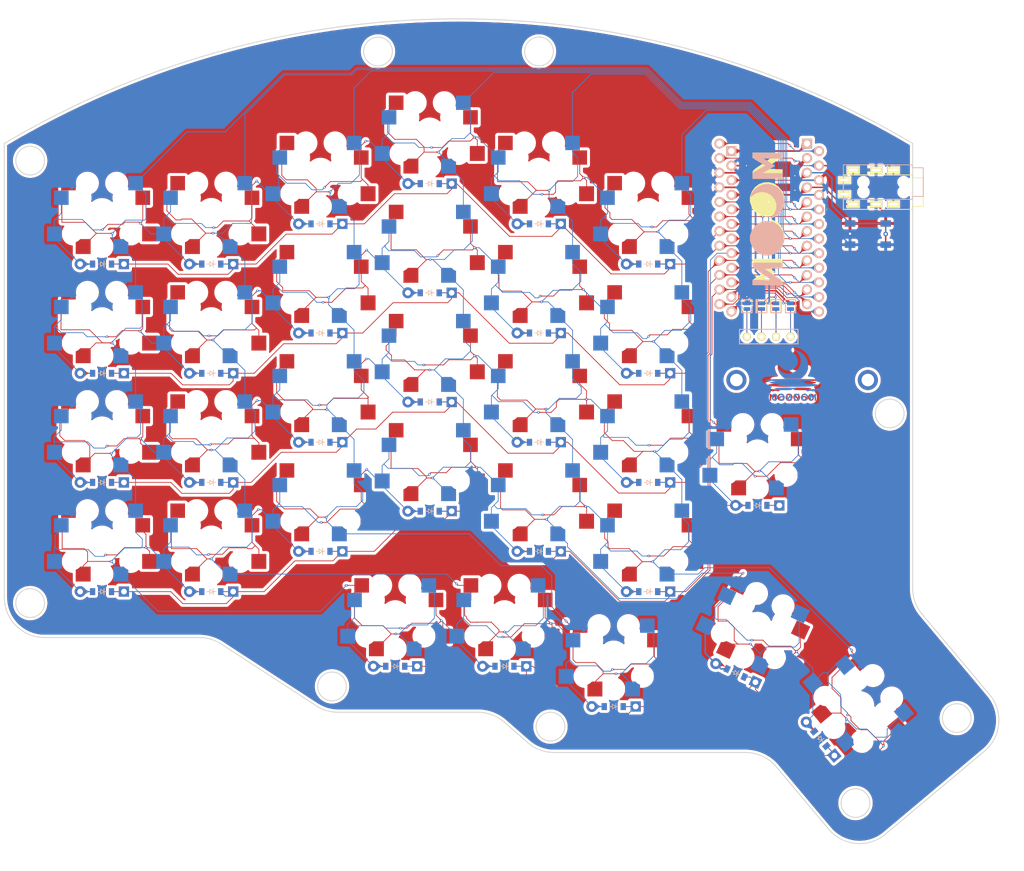
<source format=kicad_pcb>
(kicad_pcb (version 20211014) (generator pcbnew)
  (title_block (title "insequor58 ≈ Moon60") (rev "v1.0.0") (company "Wykonał: Przemek Paciorek"))
  (layers (0 "F.Cu" signal) (31 "B.Cu" signal) (34 "B.Paste" user) (35 "F.Paste" user) (36 "B.SilkS" user "B.Silkscreen") (37 "F.SilkS" user "F.Silkscreen") (38 "B.Mask" user) (39 "F.Mask" user) (44 "Edge.Cuts" user))
  (net 0 "")
  (net 1 "P21")
  (net 2 "P6")
  (net 3 "P5")
  (net 4 "P4")
  (net 5 "P3")
  (net 6 "P20")
  (net 7 "P19")
  (net 8 "P18")
  (net 9 "P15")
  (net 10 "P14")
  (net 11 "P7")
  (net 12 "RAW")
  (net 13 "GND")
  (net 14 "RST")
  (net 15 "VCC")
  (net 16 "P16")
  (net 17 "P10")
  (net 18 "P1")
  (net 19 "P0")
  (net 20 "P2")
  (net 21 "P8")
  (net 22 "P9")
  (footprint "Moon60footprints:SW_TACT_ALPS_SKQGABE010" (layer "F.Cu") (at 264.16 109.22)
    (fp_text reference "B1" hide)
    (fp_text value "" hide)
  )
  (footprint "Moon60footprints:MX" (layer "F.Cu") (at 168.96 136.44)
    (fp_text reference "S20" hide)
    (fp_text value "" hide)
  )
  (footprint "Moon60footprints:OLED_4Pin" (layer "F.Cu") (at 243.107874 127.064604)
    (fp_text reference "J3" hide)
    (fp_text value "OLED" hide)
  )
  (footprint "Moon60footprints:MX" (layer "F.Cu") (at 187.96 110.44)
    (fp_text reference "S30" hide)
    (fp_text value "" hide)
  )
  (footprint "Moon60footprints:MX" (layer "F.Cu") (at 149.96 124.44)
    (fp_text reference "S14" hide)
    (fp_text value "" hide)
  )
  (footprint "Moon60footprints:PG1350" (layer "F.Cu") (at 130.96 162.44 180)
    (fp_text reference "S1" hide)
    (fp_text value "" hide)
  )
  (footprint "Moon60footprints:Jumper" (layer "F.Cu") (at 248.108849 121.769111 90)
    (fp_text reference "JP6" hide)
    (fp_text value "" hide)
  )
  (footprint "Moon60footprints:PG1350" (layer "F.Cu") (at 225.96 143.44 180)
    (fp_text reference "S43" hide)
    (fp_text value "" hide)
  )
  (footprint "Moon60footprints:MX" (layer "F.Cu") (at 130.96 162.44)
    (fp_text reference "S2" hide)
    (fp_text value "" hide)
  )
  (footprint "Moon60footprints:PG1350" (layer "F.Cu") (at 149.96 124.44 180)
    (fp_text reference "S13" hide)
    (fp_text value "" hide)
  )
  (footprint "Moon60footprints:MX" (layer "F.Cu") (at 187.96 91.44)
    (fp_text reference "S32" hide)
    (fp_text value "" hide)
  )
  (footprint "Moon60footprints:MX" (layer "F.Cu") (at 149.96 162.44)
    (fp_text reference "S10" hide)
    (fp_text value "" hide)
  )
  (footprint "Moon60footprints:MX" (layer "F.Cu") (at 206.96 98.44)
    (fp_text reference "S40" hide)
    (fp_text value "" hide)
  )
  (footprint "Moon60footprints:MX" (layer "F.Cu") (at 149.96 105.44)
    (fp_text reference "S16" hide)
    (fp_text value "" hide)
  )
  (footprint "Moon60footprints:ComboDiode" (layer "F.Cu") (at 255.89128 197.054229 130)
    (fp_text reference "D30" hide)
    (fp_text value "" hide)
  )
  (footprint "Moon60footprints:PG1350" (layer "F.Cu") (at 187.96 91.44 180)
    (fp_text reference "S31" hide)
    (fp_text value "" hide)
  )
  (footprint "Moon60footprints:MX" (layer "F.Cu") (at 168.96 117.44)
    (fp_text reference "S22" hide)
    (fp_text value "" hide)
  )
  (footprint "Moon60footprints:PG1350" (layer "F.Cu") (at 187.96 129.44 180)
    (fp_text reference "S27" hide)
    (fp_text value "" hide)
  )
  (footprint "Moon60footprints:MX" (layer "F.Cu") (at 206.96 155.44)
    (fp_text reference "S34" hide)
    (fp_text value "" hide)
  )
  (footprint "Moon60footprints:PG1350" (layer "F.Cu") (at 187.96 110.44 180)
    (fp_text reference "S29" hide)
    (fp_text value "" hide)
  )
  (footprint "MountingHole:MountingHole_2.2mm_M2_ISO7380_Pad" (layer "F.Cu") (at 264.16 134.62)
    (fp_text reference "REF**" hide)
    (fp_text value "MountingHole_2.2mm_M2_ISO7380_Pad")
  )
  (footprint "Moon60footprints:PG1350" (layer "F.Cu") (at 244.96 147.44 180)
    (fp_text reference "S55" hide)
    (fp_text value "" hide)
  )
  (footprint "MountingHole:MountingHole_2.2mm_M2_ISO7380_Pad" (layer "F.Cu") (at 241.3 134.62)
    (fp_text reference "REF**" hide)
    (fp_text value "MountingHole_2.2mm_M2_ISO7380_Pad")
  )
  (footprint "Moon60footprints:PG1350" (layer "F.Cu") (at 130.96 124.44 180)
    (fp_text reference "S5" hide)
    (fp_text value "" hide)
  )
  (footprint "Moon60footprints:PG1350" (layer "F.Cu") (at 244.96 177.44 155)
    (fp_text reference "S57" hide)
    (fp_text value "" hide)
  )
  (footprint "Moon60footprints:PG1350" (layer "F.Cu") (at 149.96 105.44 180)
    (fp_text reference "S15" hide)
    (fp_text value "" hide)
  )
  (footprint "Moon60footprints:PG1350" (layer "F.Cu") (at 168.96 117.44 180)
    (fp_text reference "S21" hide)
    (fp_text value "" hide)
  )
  (footprint "Moon60footprints:PG1350" (layer "F.Cu") (at 225.96 105.44 180)
    (fp_text reference "S47" hide)
    (fp_text value "" hide)
  )
  (footprint "Moon60footprints:MX" (layer "F.Cu") (at 225.96 162.44)
    (fp_text reference "S42" hide)
    (fp_text value "" hide)
  )
  (footprint "Moon60footprints:MX" (layer "F.Cu") (at 130.96 124.44)
    (fp_text reference "S6" hide)
    (fp_text value "" hide)
  )
  (footprint "Moon60footprints:Jumper" (layer "F.Cu") (at 250.716848 121.769111 90)
    (fp_text reference "JP5" hide)
    (fp_text value "" hide)
  )
  (footprint "Moon60footprints:PG1350" (layer "F.Cu") (at 181.96 175.44 180)
    (fp_text reference "S49" hide)
    (fp_text value "" hide)
  )
  (footprint "Moon60footprints:PG1350" (layer "F.Cu") (at 168.96 98.44 180)
    (fp_text reference "S23" hide)
    (fp_text value "" hide)
  )
  (footprint "Moon60footprints:MX" (layer "F.Cu") (at 168.96 155.44)
    (fp_text reference "S18" hide)
    (fp_text value "" hide)
  )
  (footprint "Moon60footprints:PG1350" (layer "F.Cu") (at 225.96 124.44 180)
    (fp_text reference "S45" hide)
    (fp_text value "" hide)
  )
  (footprint "Moon60footprints:PG1350" (layer "F.Cu") (at 206.96 155.44 180)
    (fp_text reference "S33" hide)
    (fp_text value "" hide)
  )
  (footprint "Moon60footprints:PG1350" (layer "F.Cu") (at 206.96 117.44 180)
    (fp_text reference "S37" hide)
    (fp_text value "" hide)
  )
  (footprint "Moon60footprints:PG1350" (layer "F.Cu") (at 130.96 105.44 180)
    (fp_text reference "S7" hide)
    (fp_text value "" hide)
  )
  (footprint "Moon60footprints:MX" (layer "F.Cu") (at 225.96 105.44)
    (fp_text reference "S48" hide)
    (fp_text value "" hide)
  )
  (footprint "Moon60footprints:MX" (layer "F.Cu") (at 225.96 143.44)
    (fp_text reference "S44" hide)
    (fp_text value "" hide)
  )
  (footprint "Moon60footprints:MX" (layer "F.Cu") (at 181.96 175.44)
    (fp_text reference "S50" hide)
    (fp_text value "" hide)
  )
  (footprint "Moon60footprints:PG1350" (layer "F.Cu") (at 149.96 143.44 180)
    (fp_text reference "S11" hide)
    (fp_text value "" hide)
  )
  (footprint "Moon60footprints:MX" (layer "F.Cu") (at 168.96 98.44)
    (fp_text reference "S24" hide)
    (fp_text value "" hide)
  )
  (footprint "Moon60footprints:Jumper" (layer "F.Cu") (at 243.108849 121.769111 90)
    (fp_text reference "JP8" hide)
    (fp_text value "" hide)
  )
  (footprint "Moon60footprints:PG1350" (layer "F.Cu") (at 206.96 136.44 180)
    (fp_text reference "S35" hide)
    (fp_text value "" hide)
  )
  (footprint "Moon60footprints:moonBIG" (layer "F.Cu") (at 251.117634 133.968848)
    (fp_text reference "G***" hide)
    (fp_text value "LOGO" hide)
  )
  (footprint "Moon60footprints:PG1350" (layer "F.Cu") (at 262.78568 191.269141 130)
    (fp_text reference "S59" hide)
    (fp_text value "" hide)
  )
  (footprint "Moon60footprints:PG1350" (layer "F.Cu") (at 168.96 155.44 180)
    (fp_text reference "S17" hide)
    (fp_text value "" hide)
  )
  (footprint "Moon60footprints:MX" (layer "F.Cu") (at 206.96 117.44)
    (fp_text reference "S38" hide)
    (fp_text value "" hide)
  )
  (footprint "Moon60footprints:PG1350" (layer "F.Cu") (at 168.96 136.44 180)
    (fp_text reference "S19" hide)
    (fp_text value "" hide)
  )
  (footprint "Moon60footprints:ComboDiode" (layer "F.Cu") (at 241.156436 185.59677 155)
    (fp_text reference "D29" hide)
    (fp_text value "" hide)
  )
  (footprint "Moon60footprints:MX" (layer "F.Cu") (at 219.96 182.44)
    (fp_text reference "S54" hide)
    (fp_text value "" hide)
  )
  (footprint "Moon60footprints:MX" (layer "F.Cu") (at 225.96 124.44)
    (fp_text reference "S46" hide)
    (fp_text value "" hide)
  )
  (footprint "Moon60footprints:MJ-4PP-9" (layer "F.Cu") (at 271.897619 101.920787 -90)
    (fp_text reference "J2" hide)
    (fp_text value "4PIN" hide)
  )
  (footprint "Moon60footprints:MX" (layer "F.Cu") (at 130.96 105.44)
    (fp_text reference "S8" hide)
    (fp_text value "" hide)
  )
  (footprint "Moon60footprints:MX" (layer "F.Cu") (at 187.96 129.44)
    (fp_text reference "S28" hide)
    (fp_text value "" hide)
  )
  (footprint "Moon60footprints:MX" (layer "F.Cu") (at 244.96 147.44)
    (fp_text reference "S56" hide)
    (fp_text value "" hide)
  )
  (footprint "Moon60footprints:PG1350" (layer "F.Cu") (at 225.96 162.44 180)
    (fp_text reference "S41" hide)
    (fp_text value "" hide)
  )
  (footprint "Moon60footprints:MX" (layer "F.Cu") (at 149.96 143.44)
    (fp_text reference "S12" hide)
    (fp_text value "" hide)
  )
  (footprint "Moon60footprints:PG1350" (layer "F.Cu") (at 206.96 98.44 180)
    (fp_text reference "S39" hide)
    (fp_text value "" hide)
  )
  (footprint "Moon60footprints:MX" (layer "F.Cu") (at 206.96 136.44)
    (fp_text reference "S36" hide)
    (fp_text value "" hide)
  )
  (footprint "Moon60footprints:PG1350" (layer "F.Cu") (at 130.96 143.44 180)
    (fp_text reference "S3" hide)
    (fp_text value "" hide)
  )
  (footprint "Moon60footprints:MX" (layer "F.Cu") (at 187.96 148.44)
    (fp_text reference "S26" hide)
    (fp_text value "" hide)
  )
  (footprint "Moon60footprints:MX" (layer "F.Cu") (at 244.96 177.44 -25)
    (fp_text reference "S58" hide)
    (fp_text value "" hide)
  )
  (footprint "Moon60footprints:ProMicro" (layer "F.Cu") (at 248.049495 108.738135 -90)
    (fp_text reference "MCU2" hide)
    (fp_text value "" hide)
  )
  (footprint "Moon60footprints:PG1350" (layer "F.Cu") (at 187.96 148.44 180)
    (fp_text reference "S25" hide)
    (fp_text value "" hide)
  )
  (footprint "Moon60footprints:PG1350" (layer "F.Cu") (at 200.96 175.44 180)
    (fp_text reference "S51" hide)
    (fp_text value "" hide)
  )
  (footprint "Moon60footprints:PG1350" (layer "F.Cu") (at 219.96 182.44 180)
    (fp_text reference "S53" hide)
    (fp_text value "" hide)
  )
  (footprint "Moon60footprints:ProMicro" (layer "F.Cu") (at 245.96 107.44 -90)
    (fp_text reference "MCU1" hide)
    (fp_text value "" hide)
  )
  (footprint "Moon60footprints:moonMin" (layer "F.Cu") (at 247.139676 106.571474 90)
    (fp_text reference "G***" hide)
    (fp_text value "LOGO" hide)
  )
  (footprint "Moon60footprints:PG1350" (layer "F.Cu") (at 149.96 162.44 180)
    (fp_text reference "S9" hide)
    (fp_text value "" hide)
  )
  (footprint "Moon60footprints:MX" (layer "F.Cu") (at 130.96 143.44)
    (fp_text reference "S4" hide)
    (fp_text value "" hide)
  )
  (footprint "Moon60footprints:MX" (layer "F.Cu") (at 200.96 175.44)
    (fp_text reference "S52" hide)
    (fp_text value "" hide)
  )
  (footprint "Moon60footprints:Jumper" (layer "F.Cu") (at 245.608849 121.769111 90)
    (fp_text reference "JP7" hide)
    (fp_text value "" hide)
  )
  (footprint "Moon60footprints:MX" (layer "F.Cu") (at 262.78568 191.269141 -50)
    (fp_text reference "S60" hide)
    (fp_text value "" hide)
  )
  (footprint "Moon60footprints:ComboDiode" (layer "B.Cu") (at 225.96 152.44 180)
    (fp_text reference "D22" hide)
    (fp_text value "" hide)
  )
  (footprint "Moon60footprints:ComboDiode" (layer "B.Cu") (at 206.96 145.44 180)
    (fp_text reference "D18" hide)
    (fp_text value "" hide)
  )
  (footprint "Moon60footprints:ComboDiode" (layer "B.Cu") (at 149.96 114.44 180)
    (fp_text reference "D8" hide)
    (fp_text value "" hide)
  )
  (footprint "Moon60footprints:ComboDiode" (layer "B.Cu") (at 130.96 133.44 180)
    (fp_text reference "D3" hide)
    (fp_text value "" hide)
  )
  (footprint "Moon60footprints:ComboDiode" (layer "B.Cu") (at 181.96 184.44 180)
    (fp_text reference "D25" hide)
    (fp_text value "" hide)
  )
  (footprint "Moon60footprints:Jumper" (layer "B.Cu") (at 250.709085 121.76944 90)
    (fp_text reference "JP4" hide)
    (fp_text value "" hide)
  )
  (footprint "Moon60footprints:ComboDiode" (layer "B.Cu") (at 206.96 164.44 180)
    (fp_text reference "D17" hide)
    (fp_text value "" hide)
  )
  (footprint "Moon60footprints:ComboDiode" (layer "B.Cu") (at 219.96 191.44 180)
    (fp_text reference "D27" hide)
    (fp_text value "" hide)
  )
  (footprint "Moon60footprints:ComboDiode" (layer "B.Cu") (at 130.96 152.44 180)
    (fp_text reference "D2" hide)
    (fp_text value "" hide)
  )
  (footprint "Moon60footprints:Jumper" (layer "B.Cu") (at 245.708849 121.769111 90)
    (fp_text reference "JP2" hide)
    (fp_text value "" hide)
  )
  (footprint "Moon60footprints:SW_TACT_ALPS_SKQGABE010" (layer "B.Cu") (at 264.16 109.22)
    (fp_text reference "B1" hide)
    (fp_text value "" hide)
  )
  (footprint "Moon60footprints:ComboDiode" (layer "B.Cu") (at 149.96 171.44 180)
    (fp_text reference "D5" hide)
    (fp_text value "" hide)
  )
  (footprint "Moon60footprints:ComboDiode" (layer "B.Cu") (at 206.96 107.44 180)
    (fp_text reference "D20" hide)
    (fp_text value "" hide)
  )
  (footprint "Moon60footprints:Jumper" (layer "B.Cu") (at 248.208849 121.769111 90)
    (fp_text reference "JP3" hide)
    (fp_text value "" hide)
  )
  (footprint "Moon60footprints:moonMin" (layer "B.Cu") (at 247.139676 106.571474 -90)
    (fp_text reference "G***" hide)
    (fp_text value "LOGO" hide)
  )
  (footprint "Moon60footprints:ComboDiode" (layer "B.Cu") (at 206.96 126.44 180)
    (fp_text reference "D19" hide)
    (fp_text value "" hide)
  )
  (footprint "Moon60footprints:ComboDiode" (layer "B.Cu") (at 149.96 133.44 180)
    (fp_text reference "D7" hide)
    (fp_text value "" hide)
  )
  (footprint "Moon60footprints:ComboDiode" (layer "B.Cu") (at 225.96 114.44 180)
    (fp_text reference "D24" hide)
    (fp_text value "" hide)
  )
  (footprint "Moon60footprints:ComboDiode" (layer "B.Cu") (at 149.96 152.44 180)
    (fp_text reference "D6" hide)
    (fp_text value "" hide)
  )
  (footprint "Moon60footprints:ComboDiode" (layer "B.Cu") (at 130.96 114.44 180)
    (fp_text reference "D4" hide)
    (fp_text value "" hide)
  )
  (footprint "Moon60footprints:ComboDiode" (layer "B.Cu") (at 225.96 133.44 180)
    (fp_text reference "D23" hide)
    (fp_text value "" hide)
  )
  (footprint "Moon60footprints:ComboDiode" (layer "B.Cu") (at 168.96 126.44 180)
    (fp_text reference "D11" hide)
    (fp_text value "" hide)
  )
  (footprint "Moon60footprints:ComboDiode" (layer "B.Cu") (at 225.96 171.44 180)
    (fp_text reference "D21" hide)
    (fp_text value "" hide)
  )
  (footprint "Moon60footprints:ComboDiode" (layer "B.Cu") (at 168.96 145.44 180)
    (fp_text reference "D10" hide)
    (fp_text value "" hide)
  )
  (footprint "Moon60footprints:ComboDiode" (layer "B.Cu") (at 130.96 171.44 180)
    (fp_text reference "D1" hide)
    (fp_text value "" hide)
  )
  (footprint "Moon60footprints:ComboDiode" (layer "B.Cu") (at 168.96 107.44 180)
    (fp_text reference "D12" hide)
    (fp_text value "" hide)
  )
  (footprint "Moon60footprints:ComboDiode" (layer "B.Cu") (at 168.96 164.44 180)
    (fp_text reference "D9" hide)
    (fp_text value "" hide)
  )
  (footprint "Moon60footprints:ComboDiode" (layer "B.Cu") (at 187.96 157.44 180)
    (fp_text reference "D13" hide)
    (fp_text value "" hide)
  )
  (footprint "Moon60footprints:ComboDiode" (layer "B.Cu") (at 200.96 184.44 180)
    (fp_text reference "D26" hide)
    (fp_text value "" hide)
  )
  (footprint "Moon60footprints:Jumper" (layer "B.Cu") (at 243.108849 121.769111 90)
    (fp_text reference "JP1" hide)
    (fp_text value "" hide)
  )
  (footprint "Moon60footprints:ComboDiode" (layer "B.Cu") (at 187.96 119.44 180)
    (fp_text reference "D15" hide)
    (fp_text value "" hide)
  )
  (footprint "Moon60footprints:moonBIG" (layer "B.Cu") (at 251.117634 133.968848 180)
    (fp_text reference "G***" hide)
    (fp_text value "LOGO" hide)
  )
  (footprint "Moon60footprints:ComboDiode" (layer "B.Cu") (at 244.96 156.44 180)
    (fp_text reference "D28" hide)
    (fp_text value "" hide)
  )
  (footprint "Moon60footprints:ComboDiode" (layer "B.Cu") (at 187.96 138.44 180)
    (fp_text reference "D14" hide)
    (fp_text value "" hide)
  )
  (footprint "Moon60footprints:ComboDiode" (layer "B.Cu") (at 187.96 100.44 180)
    (fp_text reference "D16" hide)
    (fp_text value "" hide)
  )
  (gr_circle (center 118.46 96.44) (end 120.96 96.44) (layer "Edge.Cuts") (width 0.15) (fill none))
  (gr_arc (start 267.214944 213.660693) (mid 262.10534 215.271745) (end 257.353119 212.797896) (layer "Edge.Cuts") (width 0.15))
  (gr_line (start 200.939386 194.171963) (end 204.980614 197.708037) (layer "Edge.Cuts") (width 0.15))
  (gr_arc (start 120.96 179.44) (mid 116.010253 177.389747) (end 113.96 172.44) (layer "Edge.Cuts") (width 0.15))
  (gr_arc (start 113.985938 93.44) (mid 192.96 71.759998) (end 271.934062 93.44) (layer "Edge.Cuts") (width 0.15))
  (gr_arc (start 242.88036 199.44) (mid 245.838688 200.095846) (end 248.242671 201.940487) (layer "Edge.Cuts") (width 0.15))
  (gr_line (start 209.590146 199.44) (end 242.88036 199.44) (layer "Edge.Cuts") (width 0.15))
  (gr_arc (start 147.884919 179.44) (mid 149.874425 179.728676) (end 151.699838 180.570895) (layer "Edge.Cuts") (width 0.15))
  (gr_line (start 271.96 170.873987) (end 271.96 93.44) (layer "Edge.Cuts") (width 0.15))
  (gr_circle (center 267.96 140.44) (end 270.46 140.44) (layer "Edge.Cuts") (width 0.15) (fill none))
  (gr_arc (start 209.590146 199.44) (mid 207.128059 198.992719) (end 204.980614 197.708037) (layer "Edge.Cuts") (width 0.15))
  (gr_line (start 113.96 172.44) (end 113.96 93.44) (layer "Edge.Cuts") (width 0.15))
  (gr_circle (center 279.630036 193.452639) (end 282.130036 193.452639) (layer "Edge.Cuts") (width 0.15) (fill none))
  (gr_line (start 271.96 93.44) (end 271.934062 93.44) (layer "Edge.Cuts") (width 0.15))
  (gr_line (start 248.242671 201.940487) (end 257.353119 212.797895) (layer "Edge.Cuts") (width 0.15))
  (gr_line (start 113.985938 93.44) (end 113.96 93.44) (layer "Edge.Cuts") (width 0.15))
  (gr_circle (center 118.46 173.44) (end 120.96 173.44) (layer "Edge.Cuts") (width 0.15) (fill none))
  (gr_arc (start 273.597689 175.3735) (mid 272.382152 173.268128) (end 271.96 170.873987) (layer "Edge.Cuts") (width 0.15))
  (gr_line (start 151.699838 180.570895) (end 168.220162 191.309105) (layer "Edge.Cuts") (width 0.15))
  (gr_arc (start 196.329854 192.44) (mid 198.791941 192.887281) (end 200.939386 194.171963) (layer "Edge.Cuts") (width 0.15))
  (gr_line (start 120.96 179.44) (end 147.884919 179.44) (layer "Edge.Cuts") (width 0.15))
  (gr_line (start 267.214943 213.660693) (end 284.450943 199.197972) (layer "Edge.Cuts") (width 0.15))
  (gr_line (start 172.035081 192.44) (end 196.329854 192.44) (layer "Edge.Cuts") (width 0.15))
  (gr_circle (center 208.96 194.94) (end 211.46 194.94) (layer "Edge.Cuts") (width 0.15) (fill none))
  (gr_line (start 285.313741 189.336147) (end 273.597689 175.3735) (layer "Edge.Cuts") (width 0.15))
  (gr_circle (center 262.011014 208.236754) (end 264.511014 208.236754) (layer "Edge.Cuts") (width 0.15) (fill none))
  (gr_circle (center 178.96 77.44) (end 181.46 77.44) (layer "Edge.Cuts") (width 0.15) (fill none))
  (gr_arc (start 285.313741 189.336148) (mid 286.924793 194.445751) (end 284.450943 199.197972) (layer "Edge.Cuts") (width 0.15))
  (gr_circle (center 206.96 77.44) (end 209.46 77.44) (layer "Edge.Cuts") (width 0.15) (fill none))
  (gr_arc (start 172.035081 192.44) (mid 170.045575 192.151324) (end 168.220162 191.309105) (layer "Edge.Cuts") (width 0.15))
  (gr_circle (center 170.96 187.94) (end 173.46 187.94) (layer "Edge.Cuts") (width 0.15) (fill none))
  (segment (start 250.728849 122.289491) (end 250.708849 122.269491) (width 0.13) (layer "F.Cu") (net 0))
  (segment (start 243.107874 127.064604) (end 243.107874 122.270466) (width 0.127) (layer "F.Cu") (net 0))
  (segment (start 250.727874 127.064604) (end 250.727874 122.280517) (width 0.13) (layer "F.Cu") (net 0))
  (segment (start 248.187874 127.064604) (end 248.187874 122.348516) (width 0.13) (layer "F.Cu") (net 0))
  (segment (start 243.107874 122.270466) (end 243.108849 122.269491) (width 0.127) (layer "F.Cu") (net 0))
  (segment (start 248.187874 122.348516) (end 248.108849 122.269491) (width 0.13) (layer "F.Cu") (net 0))
  (segment (start 248.188849 122.349491) (end 248.108849 122.269491) (width 0.13) (layer "F.Cu") (net 0))
  (segment (start 250.727874 122.280517) (end 250.716848 122.269491) (width 0.13) (layer "F.Cu") (net 0))
  (segment (start 245.647874 122.308516) (end 245.608849 122.269491) (width 0.13) (layer "F.Cu") (net 0))
  (segment (start 250.727874 122.288516) (end 250.708849 122.269491) (width 0.13) (layer "F.Cu") (net 0))
  (segment (start 245.648849 122.309491) (end 245.608849 122.269491) (width 0.13) (layer "F.Cu") (net 0))
  (segment (start 245.647874 127.064604) (end 245.647874 122.308516) (width 0.13) (layer "F.Cu") (net 0))
  (segment (start 243.107874 127.064604) (end 243.107874 122.270466) (width 0.127) (layer "B.Cu") (net 0))
  (segment (start 250.727874 122.288516) (end 250.708849 122.269491) (width 0.13) (layer "B.Cu") (net 0))
  (segment (start 243.107874 122.270466) (end 243.108849 122.269491) (width 0.127) (layer "B.Cu") (net 0))
  (segment (start 245.647874 127.064604) (end 245.647874 122.330466) (width 0.13) (layer "B.Cu") (net 0))
  (segment (start 248.187874 127.064604) (end 248.187874 122.290466) (width 0.13) (layer "B.Cu") (net 0))
  (segment (start 248.187874 122.290466) (end 248.208849 122.269491) (width 0.13) (layer "B.Cu") (net 0))
  (segment (start 250.727874 122.288609) (end 250.709085 122.26982) (width 0.13) (layer "B.Cu") (net 0))
  (segment (start 250.728849 122.289491) (end 250.708849 122.269491) (width 0.13) (layer "B.Cu") (net 0))
  (segment (start 245.647874 122.330466) (end 245.708849 122.269491) (width 0.13) (layer "B.Cu") (net 0))
  (segment (start 250.727874 127.064604) (end 250.727874 122.288609) (width 0.13) (layer "B.Cu") (net 0))
  (segment (start 124.030921 163.943648) (end 124.030921 158.447079) (width 0.13) (layer "F.Cu") (net 1))
  (segment (start 123.613079 144.30507) (end 123.613079 141.327945) (width 0.13) (layer "F.Cu") (net 1))
  (segment (start 240.429495 104.928135) (end 245.591865 104.928135) (width 0.13) (layer "F.Cu") (net 1))
  (segment (start 124.448763 145.140754) (end 123.613079 144.30507) (width 0.13) (layer "F.Cu") (net 1))
  (segment (start 176.118 170.36) (end 173.492975 170.36) (width 0.13) (layer "F.Cu") (net 1))
  (segment (start 128.450451 164.533259) (end 127.86084 163.943648) (width 0.13) (layer "F.Cu") (net 1))
  (segment (start 127.685 111.39) (end 129.973126 109.101874) (width 0.13) (layer "F.Cu") (net 1))
  (segment (start 173.492975 170.36) (end 173.479123 170.346148) (width 0.13) (layer "F.Cu") (net 1))
  (segment (start 250.671865 104.928135) (end 252.281865 104.928135) (width 0.13) (layer "F.Cu") (net 1))
  (segment (start 128.450451 166.189549) (end 132.544454 166.189549) (width 0.13) (layer "F.Cu") (net 1))
  (segment (start 128.450451 166.189549) (end 128.450451 164.533259) (width 0.13) (layer "F.Cu") (net 1))
  (segment (start 127.685 166.955) (end 128.450451 166.189549) (width 0.13) (layer "F.Cu") (net 1))
  (segment (start 174.85076 175.98935) (end 174.85076 171.62724) (width 0.13) (layer "F.Cu") (net 1))
  (segment (start 252.281865 104.928135) (end 253.58 103.63) (width 0.13) (layer "F.Cu") (net 1))
  (segment (start 181.267549 178.807451) (end 182.057943 178.807451) (width 0.13) (layer "F.Cu") (net 1))
  (segment (start 127.685 168.39) (end 127.685 166.955) (width 0.13) (layer "F.Cu") (net 1))
  (segment (start 131.069516 128.165919) (end 128.771385 125.867788) (width 0.13) (layer "F.Cu") (net 1))
  (segment (start 129.973126 109.101874) (end 132.753375 109.101874) (width 0.13) (layer "F.Cu") (net 1))
  (segment (start 123.978691 101.499309) (end 125.118 100.36) (width 0.13) (layer "F.Cu") (net 1))
  (segment (start 178.685 181.39) (end 181.267549 178.807451) (width 0.13) (layer "F.Cu") (net 1))
  (segment (start 127.895961 145.140754) (end 124.448763 145.140754) (width 0.13) (layer "F.Cu") (net 1))
  (segment (start 181.267549 178.807451) (end 179.835097 177.374999) (width 0.13) (layer "F.Cu") (net 1))
  (segment (start 127.86084 163.943648) (end 124.030921 163.943648) (width 0.13) (layer "F.Cu") (net 1))
  (segment (start 127.685 149.39) (end 129.688345 147.386655) (width 0.13) (layer "F.Cu") (net 1))
  (segment (start 128.821489 146.066282) (end 127.895961 145.140754) (width 0.13) (layer "F.Cu") (net 1))
  (segment (start 128.040607 107.169355) (end 123.978691 107.169355) (width 0.13) (layer "F.Cu") (net 1))
  (segment (start 124.030921 158.447079) (end 125.118 157.36) (width 0.13) (layer "F.Cu") (net 1))
  (segment (start 129.909081 128.165919) (end 132.701145 128.165919) (width 0.13) (layer "F.Cu") (net 1))
  (segment (start 129.973126 109.101874) (end 128.040607 107.169355) (width 0.13) (layer "F.Cu") (net 1))
  (segment (start 125.118 139.823024) (end 125.118 138.36) (width 0.13) (layer "F.Cu") (net 1))
  (segment (start 245.591865 104.928135) (end 250.671865 104.928135) (width 0.13) (layer "F.Cu") (net 1))
  (segment (start 128.771385 125.867788) (end 123.822 125.867788) (width 0.13) (layer "F.Cu") (net 1))
  (segment (start 176.236409 177.374999) (end 174.85076 175.98935) (width 0.13) (layer "F.Cu") (net 1))
  (segment (start 123.822 120.656) (end 125.118 119.36) (width 0.13) (layer "F.Cu") (net 1))
  (segment (start 132.701145 128.165919) (end 131.069516 128.165919) (width 0.13) (layer "F.Cu") (net 1))
  (segment (start 174.85076 171.62724) (end 176.118 170.36) (width 0.13) (layer "F.Cu") (net 1))
  (segment (start 123.613079 141.327945) (end 125.118 139.823024) (width 0.13) (layer "F.Cu") (net 1))
  (segment (start 127.685 149.39) (end 128.821489 148.253511) (width 0.13) (layer "F.Cu") (net 1))
  (segment (start 129.688345 147.386655) (end 132.596684 147.386655) (width 0.13) (layer "F.Cu") (net 1))
  (segment (start 127.685 130.39) (end 129.909081 128.165919) (width 0.13) (layer "F.Cu") (net 1))
  (segment (start 123.978691 107.169355) (end 123.978691 101.499309) (width 0.13) (layer "F.Cu") (net 1))
  (segment (start 128.821489 148.253511) (end 128.821489 146.066282) (width 0.13) (layer "F.Cu") (net 1))
  (segment (start 123.822 125.867788) (end 123.822 120.656) (width 0.13) (layer "F.Cu") (net 1))
  (segment (start 179.835097 177.374999) (end 176.236409 177.374999) (width 0.13) (layer "F.Cu") (net 1))
  (via (at 182.057943 178.807451) (size 0.4) (drill 0.2) (layers "F.Cu" "B.Cu") (net 1))
  (via (at 132.753375 109.101874) (size 0.4) (drill 0.2) (layers "F.Cu" "B.Cu") (net 1))
  (via (at 132.701145 128.165919) (size 0.4) (drill 0.2) (layers "F.Cu" "B.Cu") (net 1))
  (via (at 132.596684 147.386655) (size 0.4) (drill 0.2) (layers "F.Cu" "B.Cu") (net 1))
  (via (at 132.544454 166.189549) (size 0.4) (drill 0.2) (layers "F.Cu" "B.Cu") (net 1))
  (via (at 250.671865 104.928135) (size 0.4) (drill 0.2) (layers "F.Cu" "B.Cu") (net 1))
  (via (at 173.479123 170.346148) (size 0.4) (drill 0.2) (layers "F.Cu" "B.Cu") (net 1))
  (segment (start 136.802 113.957) (end 134.235 111.39) (width 0.13) (layer "B.Cu") (net 1))
  (segment (start 138.408832 106.788833) (end 135.066416 106.788833) (width 0.13) (layer "B.Cu") (net 1))
  (segment (start 182.652451 178.807451) (end 184.220771 177.239131) (width 0.13) (layer "B.Cu") (net 1))
  (segment (start 137.912935 125.30692) (end 137.912935 120.470935) (width 0.13) (layer "B.Cu") (net 1))
  (segment (start 184.220771 177.239131) (end 187.584367 177.239131) (width 0.13) (layer "B.Cu") (net 1))
  (segment (start 145.722 91.44) (end 152.4 91.44) (width 0.13) (layer "B.Cu") (net 1))
  (segment (start 134.235 167.880095) (end 134.235 168.39) (width 0.13) (layer "B.Cu") (net 1))
  (segment (start 138.591764 102.149764) (end 138.591764 106.605901) (width 0.13) (layer "B.Cu") (net 1))
  (segment (start 231.843897 86.36) (end 243.84 86.36) (width 0.13) (layer "B.Cu") (net 1))
  (segment (start 135.066416 106.788833) (end 132.753375 109.101874) (width 0.13) (layer "B.Cu") (net 1))
  (segment (start 132.701145 128.011657) (end 135.106901 125.605901) (width 0.13) (layer "B.Cu") (net 1))
  (segment (start 138.591764 106.605901) (end 138.408832 106.788833) (width 0.13) (layer "B.Cu") (net 1))
  (segment (start 132.701145 128.165919) (end 132.701145 128.011657) (width 0.13) (layer "B.Cu") (net 1))
  (segment (start 187.584367 177.239131) (end 188.759547 176.063951) (width 0.13) (layer "B.Cu") (net 1))
  (segment (start 137.651783 139.209783) (end 136.802 138.36) (width 0.13) (layer "B.Cu") (net 1))
  (segment (start 136.802 132.957) (end 134.235 130.39) (width 0.13) (layer "B.Cu") (net 1))
  (segment (start 137.613954 125.605901) (end 137.912935 125.30692) (width 0.13) (layer "B.Cu") (net 1))
  (segment (start 140.707675 174.862675) (end 134.235 168.39) (width 0.13) (layer "B.Cu") (net 1))
  (segment (start 132.596684 147.386655) (end 132.596684 147.751684) (width 0.13) (layer "B.Cu") (net 1))
  (segment (start 137.912935 120.470935) (end 136.802 119.36) (width 0.13) (layer "B.Cu") (net 1))
  (segment (start 136.802 119.36) (end 136.802 113.957) (width 0.13) (layer "B.Cu") (net 1))
  (segment (start 250.049782 104.306052) (end 250.671865 104.928135) (width 0.13) (layer "B.Cu") (net 1))
  (segment (start 137.651783 144.005353) (end 137.651783 139.209783) (width 0.13) (layer "B.Cu") (net 1))
  (segment (start 182.652451 178.807451) (end 185.235 181.39) (width 0.13) (layer "B.Cu") (net 1))
  (segment (start 174.227651 81.28) (end 175.177514 80.330137) (width 0.13) (layer "B.Cu") (net 1))
  (segment (start 136.802 161.122779) (end 136.802 157.36) (width 0.13) (layer "B.Cu") (net 1))
  (segment (start 173.479123 170.346148) (end 168.962596 174.862675) (width 0.13) (layer "B.Cu") (net 1))
  (segment (start 136.802 100.36) (end 138.591764 102.149764) (width 0.13) (layer "B.Cu") (net 1))
  (segment (start 250.049782 92.569782) (end 250.049782 104.306052) (width 0.13) (layer "B.Cu") (net 1))
  (segment (start 243.84 86.36) (end 250.049782 92.569782) (width 0.13) (layer "B.Cu") (net 1))
  (segment (start 132.596684 147.386655) (end 135.377438 144.605901) (width 0.13) (layer "B.Cu") (net 1))
  (segment (start 137.965165 163.567077) (end 137.965165 162.285944) (width 0.13) (layer "B.Cu") (net 1))
  (segment (start 134.881151 163.852852) (end 137.67939 163.852852) (width 0.13) (layer "B.Cu") (net 1))
  (segment (start 225.814034 80.330137) (end 231.843897 86.36) (width 0.13) (layer "B.Cu") (net 1))
  (segment (start 135.106901 125.605901) (end 137.613954 125.605901) (width 0.13) (layer "B.Cu") (net 1))
  (segment (start 135.377438 144.605901) (end 137.051235 144.605901) (width 0.13) (layer "B.Cu") (net 1))
  (segment (start 188.759547 176.063951) (end 188.759547 171.317547) (width 0.13) (layer "B.Cu") (net 1))
  (segment (start 136.802 100.36) (end 145.722 91.44) (width 0.13) (layer "B.Cu") (net 1))
  (segment (start 132.596684 147.751684) (end 134.235 149.39) (width 0.13) (layer "B.Cu") (net 1))
  (segment (start 134.235 130.39) (end 134.235 129.699774) (width 0.13) (layer "B.Cu") (net 1))
  (segment (start 136.802 151.957) (end 134.235 149.39) (width 0.13) (layer "B.Cu") (net 1))
  (segment (start 188.759547 171.317547) (end 187.802 170.36) (width 0.13) (layer "B.Cu") (net 1))
  (segment (start 137.965165 162.285944) (end 136.802 161.122779) (width 0.13) (layer "B.Cu") (net 1))
  (segment (start 182.057943 178.807451) (end 182.652451 178.807451) (width 0.13) (layer "B.Cu") (net 1))
  (segment (start 136.802 157.36) (end 136.802 151.957) (width 0.13) (layer "B.Cu") (net 1))
  (segment (start 168.962596 174.862675) (end 140.707675 174.862675) (width 0.13) (layer "B.Cu") (net 1))
  (segment (start 175.177514 80.330137) (end 225.814034 80.330137) (width 0.13) (layer "B.Cu") (net 1))
  (segment (start 134.235 111.39) (end 132.753375 109.908375) (width 0.13) (layer "B.Cu") (net 1))
  (segment (start 137.67939 163.852852) (end 137.965165 163.567077) (width 0.13) (layer "B.Cu") (net 1))
  (segment (start 132.544454 166.189549) (end 134.881151 163.852852) (width 0.13) (layer "B.Cu") (net 1))
  (segment (start 134.235 129.699774) (end 132.701145 128.165919) (width 0.13) (layer "B.Cu") (net 1))
  (segment (start 152.4 91.44) (end 162.56 81.28) (width 0.13) (layer "B.Cu") (net 1))
  (segment (start 136.802 138.36) (end 136.802 132.957) (width 0.13) (layer "B.Cu") (net 1))
  (segment (start 132.544454 166.189549) (end 134.235 167.880095) (width 0.13) (layer "B.Cu") (net 1))
  (segment (start 132.753375 109.908375) (end 132.753375 109.101874) (width 0.13) (layer "B.Cu") (net 1))
  (segment (start 162.56 81.28) (end 174.227651 81.28) (width 0.13) (layer "B.Cu") (net 1))
  (segment (start 137.051235 144.605901) (end 137.651783 144.005353) (width 0.13) (layer "B.Cu") (net 1))
  (segment (start 134.794804 144.827372) (end 137.663019 144.827372) (width 0.13) (layer "F.Cu") (net 2))
  (segment (start 228.609158 145.967631) (end 229.850234 144.726555) (width 0.13) (layer "F.Cu") (net 2))
  (segment (start 215.216148 136.476148) (end 214.045 135.305) (width 0.13) (layer "F.Cu") (net 2))
  (segment (start 210.472808 137.988851) (end 215.216148 137.988851) (width 0.13) (layer "F.Cu") (net 2))
  (segment (start 153.084223 154.349118) (end 153.77 153.663341) (width 0.13) (layer "F.Cu") (net 2))
  (segment (start 146.15 152.44) (end 148.31 152.44) (width 0.13) (layer "F.Cu") (net 2))
  (segment (start 176.045 136.345144) (end 176.045 133.9) (width 0.13) (layer "F.Cu") (net 2))
  (segment (start 229.850234 144.726555) (end 234.175733 144.726555) (width 0.13) (layer "F.Cu") (net 2))
  (segment (start 250.95 113.79) (end 251.46 114.3) (width 0.13) (layer "F.Cu") (net 2))
  (segment (start 172.77 146.301797) (end 172.77 145.44) (width 0.13) (layer "F.Cu") (net 2))
  (segment (start 234.235 144.785822) (end 234.235 147.19) (width 0.13) (layer "F.Cu") (net 2))
  (segment (start 176.045 131.798019) (end 176.045 133.9) (width 0.13) (layer "F.Cu") (net 2))
  (segment (start 172.77 146.135533) (end 172.77 145.44) (width 0.13) (layer "F.Cu") (net 2))
  (segment (start 168.782233 138.9583) (end 170.058103 138.9583) (width 0.13) (layer "F.Cu") (net 2))
  (segment (start 236.40221 115.72779) (end 238.34 113.79) (width 0.13) (layer "F.Cu") (net 2))
  (segment (start 227.61 152.44) (end 229.77 152.44) (width 0.13) (layer "F.Cu") (net 2))
  (segment (start 181.518951 140.213062) (end 190.552609 140.213062) (width 0.13) (layer "F.Cu") (net 2))
  (segment (start 131.805183 146.094563) (end 133.527613 146.094563) (width 0.13) (layer "F.Cu") (net 2))
  (segment (start 209.451244 147.362399) (end 210.77 146.043643) (width 0.13) (layer "F.Cu") (net 2))
  (segment (start 177.235 137.659104) (end 177.235 140.19) (width 0.13) (layer "F.Cu") (net 2))
  (segment (start 138.045 140.9) (end 138.045 144.445391) (width 0.13) (layer "F.Cu") (net 2))
  (segment (start 165.15 145.44) (end 167.31 145.44) (width 0.13) (layer "F.Cu") (net 2))
  (segment (start 236.035262 130.191428) (end 236.40221 129.82448) (width 0.13) (layer "F.Cu") (net 2))
  (segment (start 171.196795 137.819608) (end 177.074496 137.819608) (width 0.13) (layer "F.Cu") (net 2))
  (segment (start 210.77 145.44) (end 211.962543 145.44) (width 0.13) (layer "F.Cu") (net 2))
  (segment (start 190.349278 131.997251) (end 191.247214 131.099315) (width 0.13) (layer "F.Cu") (net 2))
  (segment (start 162.145592 147.199781) (end 171.705752 147.199781) (width 0.13) (layer "F.Cu") (net 2))
  (segment (start 189.61 138.44) (end 191.77 138.44) (width 0.13) (layer "F.Cu") (net 2))
  (segment (start 177.074496 137.819608) (end 177.29698 137.597124) (width 0.13) (layer "F.Cu") (net 2))
  (segment (start 151.61 152.44) (end 153.77 152.44) (width 0.13) (layer "F.Cu") (net 2))
  (segment (start 191.77 138.44) (end 192.659032 138.44) (width 0.13) (layer "F.Cu") (net 2))
  (segment (start 149.772393 145.885642) (end 149.909134 145.748901) (width 0.13) (layer "F.Cu") (net 2))
  (segment (start 172.77 145.44) (end 172.960687 145.44) (width 0.13) (layer "F.Cu") (net 2))
  (segment (start 209.980468 139.351695) (end 209.980468 138.481191) (width 0.13) (layer "F.Cu") (net 2))
  (segment (start 210.77 146.043643) (end 210.77 145.44) (width 0.13) (layer "F.Cu") (net 2))
  (segment (start 157.921982 138.198987) (end 157.045 139.075969) (width 0.13) (layer "F.Cu") (net 2))
  (segment (start 153.89124 144.777571) (end 157.45267 144.777571) (width 0.13) (layer "F.Cu") (net 2))
  (segment (start 137.663019 145.618019) (end 137.663019 144.827372) (width 0.13) (layer "F.Cu") (net 2))
  (segment (start 191.77 138.995671) (end 191.77 138.44) (width 0.13) (layer "F.Cu") (net 2))
  (segment (start 196.235 130.837856) (end 196.235 133.19) (width 0.13) (layer "F.Cu") (net 2))
  (segment (start 170.61 145.44) (end 172.77 145.44) (width 0.13) (layer "F.Cu") (net 2))
  (segment (start 229.77 152.44) (end 232.320379 152.44) (width 0.13) (layer "F.Cu") (net 2))
  (segment (start 222.15 152.44) (end 224.31 152.44) (width 0.13) (layer "F.Cu") (net 2))
  (segment (start 206.880411 140.262689) (end 206.88608 140.25702) (width 0.13) (layer "F.Cu") (net 2))
  (segment (start 209.075143 140.25702) (end 209.980468 139.351695) (width 0.13) (layer "F.Cu") (net 2))
  (segment (start 220.812594 154.290051) (end 228.904091 154.290051) (width 0.13) (layer "F.Cu") (net 2))
  (segment (start 190.552609 140.213062) (end 191.77 138.995671) (width 0.13) (layer "F.Cu") (net 2))
  (segment (start 176.905253 130.937766) (end 176.045 131.798019) (width 0.13) (layer "F.Cu") (net 2))
  (segment (start 153.77 152.44) (end 156.905373 152.44) (width 0.13) (layer "F.Cu") (net 2))
  (segment (start 191.247214 131.099315) (end 195.076525 131.099315) (width 0.13) (layer "F.Cu") (net 2))
  (segment (start 152.91991 145.748901) (end 153.89124 144.777571) (width 0.13) (layer "F.Cu") (net 2))
  (segment (start 184.15 138.44) (end 186.31 138.44) (width 0.13) (layer "F.Cu") (net 2))
  (segment (start 226.130298 145.967631) (end 228.609158 145.967631) (width 0.13) (layer "F.Cu") (net 2))
  (segment (start 186.941509 131.997251) (end 190.349278 131.997251) (width 0.13) (layer "F.Cu") (net 2))
  (segment (start 233.045 143.595822) (end 233.045 140.9) (width 0.13) (layer "F.Cu") (net 2))
  (segment (start 229.77 153.424142) (end 229.77 152.44) (width 0.13) (layer "F.Cu") (net 2))
  (segment (start 209.980468 138.481191) (end 210.472808 137.988851) (width 0.13) (layer "F.Cu") (net 2))
  (segment (start 157.045 139.075969) (end 157.045 140.9) (width 0.13) (layer "F.Cu") (net 2))
  (segment (start 234.175733 144.726555) (end 234.235 144.785822) (width 0.13) (layer "F.Cu") (net 2))
  (segment (start 192.659032 138.44) (end 201.581431 147.362399) (width 0.13) (layer "F.Cu") (net 2))
  (segment (start 195.045 129.647856) (end 195.045 126.9) (width 0.13) (layer "F.Cu") (net 2))
  (segment (start 211.962543 145.44) (end 220.812594 154.290051) (width 0.13) (layer "F.Cu") (net 2))
  (segment (start 214.045 135.305) (end 214.045 133.9) (width 0.13) (layer "F.Cu") (net 2))
  (segment (start 195.786492 130.389348) (end 195.045 129.647856) (width 0.13) (layer "F.Cu") (net 2))
  (segment (start 132.61 152.44) (end 134.77 152.44) (width 0.13) (layer "F.Cu") (net 2))
  (segment (start 157.45267 144.777571) (end 158.235 145.559901) (width 0.13) (layer "F.Cu") (net 2))
  (segment (start 195.076525 131.099315) (end 195.786492 130.389348) (width 0.13) (layer "F.Cu") (net 2))
  (segment (start 134.77 152.44) (end 142.945055 152.44) (width 0.13) (layer "F.Cu") (net 2))
  (segment (start 158.235 145.559901) (end 158.235 147.19) (width 0.13) (layer "F.Cu") (net 2))
  (segment (start 157.45267 144.777571) (end 157.045 144.369901) (width 0.13) (layer "F.Cu") (net 2))
  (segment (start 178.581627 143.150386) (end 181.518951 140.213062) (width 0.13) (layer "F.Cu") (net 2))
  (segment (start 203.15 145.44) (end 205.31 145.44) (width 0.13) (layer "F.Cu") (net 2))
  (segment (start 149.909134 145.748901) (end 152.91991 145.748901) (width 0.13) (layer "F.Cu") (net 2))
  (segment (start 177.29698 137.597124) (end 177.235 137.659104) (width 0.13) (layer "F.Cu") (net 2))
  (segment (start 228.904091 154.290051) (end 229.77 153.424142) (width 0.13) (layer "F.Cu") (net 2))
  (segment (start 172.960687 145.44) (end 175.250301 143.150386) (width 0.13) (layer "F.Cu") (net 2))
  (segment (start 156.905373 152.44) (end 162.145592 147.199781) (width 0.13) (layer "F.Cu") (net 2))
  (segment (start 236.40221 129.82448) (end 236.40221 115.72779) (width 0.13) (layer "F.Cu") (net 2))
  (segment (start 177.29698 137.597124) (end 176.045 136.345144) (width 0.13) (layer "F.Cu") (net 2))
  (segment (start 144.854173 154.349118) (end 153.084223 154.349118) (width 0.13) (layer "F.Cu") (net 2))
  (segment (start 208.61 145.44) (end 210.77 145.44) (width 0.13) (layer "F.Cu") (net 2))
  (segment (start 215.216148 137.988851) (end 215.235 138.007703) (width 0.13) (layer "F.Cu") (net 2))
  (segment (start 195.786492 130.389348) (end 196.235 130.837856) (width 0.13) (layer "F.Cu") (net 2))
  (segment (start 175.250301 143.150386) (end 178.581627 143.150386) (width 0.13) (layer "F.Cu") (net 2))
  (segment (start 139.235 147.19) (end 137.663019 145.618019) (width 0.13) (layer "F.Cu") (net 2))
  (segment (start 170.058103 138.9583) (end 171.196795 137.819608) (width 0.13) (layer "F.Cu") (net 2))
  (segment (start 153.77 153.663341) (end 153.77 152.44) (width 0.13) (layer "F.Cu") (net 2))
  (segment (start 206.88608 140.25702) (end 209.075143 140.25702) (width 0.13) (layer "F.Cu") (net 2))
  (segment (start 171.705752 147.199781) (end 172.77 146.135533) (width 0.13) (layer "F.Cu") (net 2))
  (segment (start 215.235 138.007703) (end 215.235 140.19) (width 0.13) (layer "F.Cu") (net 2))
  (segment (start 215.216148 137.988851) (end 215.216148 136.476148) (width 0.13) (layer "F.Cu") (net 2))
  (segment (start 157.045 144.369901) (end 157.045 140.9) (width 0.13) (layer "F.Cu") (net 2))
  (segment (start 236.035262 148.725117) (end 236.035262 130.191428) (width 0.13) (layer "F.Cu") (net 2))
  (segment (start 238.34 113.79) (end 250.95 113.79) (width 0.13) (layer "F.Cu") (net 2))
  (segment (start 234.175733 144.726555) (end 233.045 143.595822) (width 0.13) (layer "F.Cu") (net 2))
  (segment (start 232.320379 152.44) (end 236.035262 148.725117) (width 0.13) (layer "F.Cu") (net 2))
  (segment (start 133.527613 146.094563) (end 134.794804 144.827372) (width 0.13) (layer "F.Cu") (net 2))
  (segment (start 201.581431 147.362399) (end 209.451244 147.362399) (width 0.13) (layer "F.Cu") (net 2))
  (segment (start 138.045 144.445391) (end 137.663019 144.827372) (width 0.13) (layer "F.Cu") (net 2))
  (segment (start 127.15 152.44) (end 129.31 152.44) (width 0.13) (layer "F.Cu") (net 2))
  (segment (start 142.945055 152.44) (end 144.854173 154.349118) (width 0.13) (layer "F.Cu") (net 2))
  (via (at 195.786492 130.389348) (size 0.4) (drill 0.2) (layers "F.Cu" "B.Cu") (net 2))
  (via (at 176.905253 130.937766) (size 0.4) (drill 0.2) (layers "F.Cu" "B.Cu") (net 2))
  (via (at 137.663019 144.827372) (size 0.4) (drill 0.2) (layers "F.Cu" "B.Cu") (net 2))
  (via (at 186.941509 131.997251) (size 0.4) (drill 0.2) (layers "F.Cu" "B.Cu") (net 2))
  (via (at 226.130298 145.967631) (size 0.4) (drill 0.2) (layers "F.Cu" "B.Cu") (net 2))
  (via (at 168.782233 138.9583) (size 0.4) (drill 0.2) (layers "F.Cu" "B.Cu") (net 2))
  (via (at 157.921982 138.198987) (size 0.4) (drill 0.2) (layers "F.Cu" "B.Cu") (net 2))
  (via (at 215.216148 137.988851) (size 0.4) (drill 0.2) (layers "F.Cu" "B.Cu") (net 2))
  (via (at 206.880411 140.262689) (size 0.4) (drill 0.2) (layers "F.Cu" "B.Cu") (net 2))
  (via (at 131.805183 146.094563) (size 0.4) (drill 0.2) (layers "F.Cu" "B.Cu") (net 2))
  (via (at 251.46 114.3) (size 0.4) (drill 0.2) (layers "F.Cu" "B.Cu") (net 2))
  (via (at 149.772393 145.885642) (size 0.4) (drill 0.2) (layers "F.Cu" "B.Cu") (net 2))
  (segment (start 218.170194 144.186944) (end 218.170194 144.447859) (width 0.13) (layer "B.Cu") (net 2))
  (segment (start 222.496552 144.605901) (end 223.701591 145.81094) (width 0.13) (layer "B.Cu") (net 2))
  (segment (start 179.685 133.19) (end 179.685 130.964181) (width 0.13) (layer "B.Cu") (net 2))
  (segment (start 146.797921 145.311109) (end 147.372454 145.885642) (width 0.13) (layer "B.Cu") (net 2))
  (segment (start 198.685 140.975) (end 203.15 145.44) (width 0.13) (layer "B.Cu") (net 2))
  (segment (start 131.439571 146.460175) (end 131.805183 146.094563) (width 0.13) (layer "B.Cu") (net 2))
  (segment (start 160.685 140.975) (end 165.15 145.44) (width 0.13) (layer "B.Cu") (net 2))
  (segment (start 129.559282 146.460175) (end 131.439571 146.460175) (width 0.13) (layer "B.Cu") (net 2))
  (segment (start 161.875 136.317264) (end 160.821369 137.370895) (width 0.13) (layer "B.Cu") (net 2))
  (segment (start 215.963851 137.988851) (end 215.216148 137.988851) (width 0.13) (layer "B.Cu") (net 2))
  (segment (start 179.685 133.19) (end 177.432766 130.937766) (width 0.13) (layer "B.Cu") (net 2))
  (segment (start 165.15 145.44) (end 167.31 145.44) (width 0.13) (layer "B.Cu") (net 2))
  (segment (start 166.627318 138.056912) (end 167.607052 139.036646) (width 0.13) (layer "B.Cu") (net 2))
  (segment (start 160.685 137.507264) (end 160.821369 137.370895) (width 0.13) (layer "B.Cu") (net 2))
  (segment (start 198.77971 137.253377) (end 198.685 137.348087) (width 0.13) (layer "B.Cu") (net 2))
  (segment (start 140.025647 147.19) (end 137.663019 144.827372) (width 0.13) (layer "B.Cu") (net 2))
  (segment (start 252.539425 115.098991) (end 252.550281 115.088135) (width 0.13) (layer "B.Cu") (net 2))
  (segment (start 206.096957 140.262689) (end 206.880411 140.262689) (width 0.13) (layer "B.Cu") (net 2))
  (segment (start 252.258991 115.098991) (end 252.539425 115.098991) (width 0.13) (layer "B.Cu") (net 2))
  (segment (start 128.474106 145.374999) (end 129.559282 146.460175) (width 0.13) (layer "B.Cu") (net 2))
  (segment (start 229.77 152.44) (end 227.61 152.44) (width 0.13) (layer "B.Cu") (net 2))
  (segment (start 224.31 152.44) (end 222.15 152.44) (width 0.13) (layer "B.Cu") (net 2))
  (segment (start 141.685 147.19) (end 141.685 144.872973) (width 0.13) (layer "B.Cu") (net 2))
  (segment (start 122.685 147.19) (end 122.685 148.085) (width 0.13) (layer "B.Cu") (net 2))
  (segment (start 198.685 137.348087) (end 198.685 140.19) (width 0.13) (layer "B.Cu") (net 2))
  (segment (start 181.38456 131.374999) (end 185.300768 131.374999) (width 0.13) (layer "B.Cu") (net 2))
  (segment (start 179.685 130.964181) (end 180.329371 130.31981) (width 0.13) (layer "B.Cu") (net 2))
  (segment (start 142.253511 144.304462) (end 143.260158 145.311109) (width 0.13) (layer "B.Cu") (net 2))
  (segment (start 198.77971 137.253377) (end 199.875 136.158087) (width 0.13) (layer "B.Cu") (net 2))
  (segment (start 198.685 140.19) (end 198.685 140.975) (width 0.13) (layer "B.Cu") (net 2))
  (segment (start 217.685 147.19) (end 217.685 147.975) (width 0.13) (layer "B.Cu") (net 2))
  (segment (start 223.701591 145.81094) (end 223.858282 145.967631) (width 0.13) (layer "B.Cu") (net 2))
  (segment (start 127.15 152.44) (end 129.31 152.44) (width 0.13) (layer "B.Cu") (net 2))
  (segment (start 146.15 152.44) (end 148.31 152.44) (width 0.13) (layer "B.Cu") (net 2))
  (segment (start 160.821369 137.370895) (end 161.507386 138.056912) (width 0.13) (layer "B.Cu") (net 2))
  (segment (start 199.875 136.158087) (end 199.875 133.9) (width 0.13) (layer "B.Cu") (net 2))
  (segment (start 185.92302 131.997251) (end 186.941509 131.997251) (width 0.13) (layer "B.Cu") (net 2))
  (segment (start 122.637558 145.371153) (end 122.641404 145.374999) (width 0.13) (layer "B.Cu") (net 2))
  (segment (start 141.685 144.872973) (end 142.253511 144.304462) (width 0.13) (layer "B.Cu") (net 2))
  (segment (start 142.875 140.9) (end 142.875 143.682973) (width 0.13) (layer "B.Cu") (net 2))
  (segment (start 161.875 133.9) (end 161.875 136.317264) (width 0.13) (layer "B.Cu") (net 2))
  (segment (start 142.875 143.682973) (end 142.253511 144.304462) (width 0.13) (layer "B.Cu") (net 2))
  (segment (start 185.300768 131.374999) (end 185.452947 131.527178) (width 0.13) (layer "B.Cu") (net 2))
  (segment (start 172.77 145.44) (end 170.61 145.44) (width 0.13) (layer "B.Cu") (net 2))
  (segment (start 122.637558 144.560603) (end 122.637558 145.371153) (width 0.13) (layer "B.Cu") (net 2))
  (segment (start 160.685 140.19) (end 158.693987 138.198987) (width 0.13) (layer "B.Cu") (net 2))
  (segment (start 185.452947 131.527178) (end 185.92302 131.997251) (width 0.13) (layer "B.Cu") (net 2))
  (segment (start 218.170194 144.447859) (end 218.328236 144.605901) (width 0.13) (layer "B.Cu") (net 2))
  (segment (start 160.685 140.19) (end 160.685 140.975) (width 0.13) (layer "B.Cu") (net 2))
  (segment (start 217.685 144.672138) (end 218.170194 144.186944) (width 0.13) (layer "B.Cu") (net 2))
  (segment (start 180.875 129.774181) (end 180.329371 130.31981) (width 0.13) (layer "B.Cu") (net 2))
  (segment (start 199.901332 138.374999) (end 204.209267 138.374999) (width 0.13) (layer "B.Cu") (net 2))
  (segment (start 147.372454 145.885642) (end 149.772393 145.885642) (width 0.13) (layer "B.Cu") (net 2))
  (segment (start 122.685 147.975) (end 127.15 152.44) (width 0.13) (layer "B.Cu") (net 2))
  (segment (start 196.364348 130.389348) (end 195.786492 130.389348) (width 0.13) (layer "B.Cu") (net 2))
  (segment (start 204.765086 138.930818) (end 206.096957 140.262689) (width 0.13) (layer "B.Cu") (net 2))
  (segment (start 218.875 140.9) (end 215.963851 137.988851) (width 0.13) (layer "B.Cu") (net 2))
  (segment (start 123.875 140.9) (end 123.875 143.323161) (width 0.13) (layer "B.Cu") (net 2))
  (segment (start 122.641404 145.374999) (end 128.474106 145.374999) (width 0.13) (layer "B.Cu") (net 2))
  (segment (start 153.77 152.44) (end 151.61 152.44) (width 0.13) (layer "B.Cu") (net 2))
  (segment (start 122.685 147.19) (end 122.685 147.975) (width 0.13) (layer "B.Cu") (net 2))
  (segment (start 186.31 138.44) (end 184.15 138.44) (width 0.13) (layer "B.Cu") (net 2))
  (segment (start 160.685 140.19) (end 160.685 137.507264) (width 0.13) (layer "B.Cu") (net 2))
  (segment (start 122.685 147.19) (end 122.685 144.608045) (width 0.13) (layer "B.Cu") (net 2))
  (segment (start 204.209267 138.374999) (end 204.765086 138.930818) (width 0.13) (layer "B.Cu") (net 2))
  (segment (start 191.77 138.44) (end 189.61 138.44) (width 0.13) (layer "B.Cu") (net 2))
  (segment (start 199.875 133.9) (end 196.364348 130.389348) (width 0.13) (layer "B.Cu") (net 2))
  (segment (start 252.550281 115.088135) (end 255.669495 115.088135) (width 0.13) (layer "B.Cu") (net 2))
  (segment (start 177.432766 130.937766) (end 176.905253 130.937766) (width 0.13) (layer "B.Cu") (net 2))
  (segment (start 218.328236 144.605901) (end 222.496552 144.605901) (width 0.13) (layer "B.Cu") (net 2))
  (segment (start 223.858282 145.967631) (end 226.130298 145.967631) (width 0.13) (layer "B.Cu") (net 2))
  (segment (start 179.685 133.19) (end 179.685 133.975) (width 0.13) (layer "B.Cu") (net 2))
  (segment (start 210.77 145.44) (end 208.61 145.44) (width 0.13) (layer "B.Cu") (net 2))
  (segment (start 141.685 147.19) (end 140.025647 147.19) (width 0.13) (layer "B.Cu") (net 2))
  (segment (start 198.77971 137.253377) (end 199.901332 138.374999) (width 0.13) (layer "B.Cu") (net 2))
  (segment (start 251.46 114.3) (end 252.258991 115.098991) (width 0.13) (layer "B.Cu") (net 2))
  (segment (start 167.607052 139.036646) (end 168.703887 139.036646) (width 0.13) (layer "B.Cu") (net 2))
  (segment (start 179.685 133.975) (end 184.15 138.44) (width 0.13) (layer "B.Cu") (net 2))
  (segment (start 161.507386 138.056912) (end 166.627318 138.056912) (width 0.13) (layer "B.Cu") (net 2))
  (segment (start 123.875 143.323161) (end 122.637558 144.560603) (width 0.13) (layer "B.Cu") (net 2))
  (segment (start 205.31 145.44) (end 203.15 145.44) (width 0.13) (layer "B.Cu") (net 2))
  (segment (start 168.703887 139.036646) (end 168.782233 138.9583) (width 0.13) (layer "B.Cu") (net 2))
  (segment (start 141.685 147.975) (end 146.15 152.44) (width 0.13) (layer "B.Cu") (net 2))
  (segment (start 180.329371 130.31981) (end 181.38456 131.374999) (width 0.13) (layer "B.Cu") (net 2))
  (segment (start 158.693987 138.198987) (end 157.921982 138.198987) (width 0.13) (layer "B.Cu") (net 2))
  (segment (start 134.77 152.44) (end 132.61 152.44) (width 0.13) (layer "B.Cu") (net 2))
  (segment (start 143.260158 145.311109) (end 146.797921 145.311109) (width 0.13) (layer "B.Cu") (net 2))
  (segment (start 218.875 143.482138) (end 218.170194 144.186944) (width 0.13) (layer "B.Cu") (net 2))
  (segment (start 141.685 147.19) (end 141.685 147.975) (width 0.13) (layer "B.Cu") (net 2))
  (segment (start 217.685 147.19) (end 217.685 144.672138) (width 0.13) (layer "B.Cu") (net 2))
  (segment (start 122.685 144.608045) (end 122.637558 144.560603) (width 0.13) (layer "B.Cu") (net 2))
  (segment (start 218.875 140.9) (end 218.875 143.482138) (width 0.13) (layer "B.Cu") (net 2))
  (segment (start 217.685 147.975) (end 222.15 152.44) (width 0.13) (layer "B.Cu") (net 2))
  (segment (start 180.875 126.9) (end 180.875 129.774181) (width 0.13) (layer "B.Cu") (net 2))
  (segment (start 222.15 133.44) (end 224.31 133.44) (width 0.13) (layer "F.Cu") (net 3))
  (segment (start 176.045 112.920423) (end 176.045 114.9) (width 0.13) (layer "F.Cu") (net 3))
  (segment (start 144.992864 135.469791) (end 153.084362 135.469791) (width 0.13) (layer "F.Cu") (net 3))
  (segment (start 158.235 125.973553) (end 157.818282 125.556835) (width 0.13) (layer "F.Cu") (net 3))
  (segment (start 172.77 127.236481) (end 172.77 126.44) (width 0.13) (layer "F.Cu") (net 3))
  (segment (start 142.963073 133.44) (end 144.992864 135.469791) (width 0.13) (layer "F.Cu") (net 3))
  (segment (start 195.045 110.836916) (end 195.045 107.9) (width 0.13) (layer "F.Cu") (net 3))
  (segment (start 169.408996 121.095551) (end 170.922607 121.095551) (width 0.13) (layer "F.Cu") (net 3))
  (segment (start 146.15 133.44) (end 148.31 133.44) (width 0.13) (layer "F.Cu") (net 3))
  (segment (start 238.34 111.25) (end 250.95 111.25) (width 0.13) (layer "F.Cu") (net 3))
  (segment (start 176.756609 118.167468) (end 176.045 117.455859) (width 0.13) (layer "F.Cu") (net 3))
  (segment (start 195.397955 111.983039) (end 195.794539 111.586455) (width 0.13) (layer "F.Cu") (net 3))
  (segment (start 209.363216 128.218849) (end 210.77 126.812065) (width 0.13) (layer "F.Cu") (net 3))
  (segment (start 233.909066 125.806648) (end 234.18378 125.531934) (width 0.13) (layer "F.Cu") (net 3))
  (segment (start 250.95 111.25) (end 251.46 111.76) (width 0.13) (layer "F.Cu") (net 3))
  (segment (start 227.61 133.44) (end 229.77 133.44) (width 0.13) (layer "F.Cu") (net 3))
  (segment (start 177.235 118.645859) (end 177.235 121.19) (width 0.13) (layer "F.Cu") (net 3))
  (segment (start 191.77 119.44) (end 193.019371 119.44) (width 0.13) (layer "F.Cu") (net 3))
  (segment (start 151.61 133.44) (end 153.77 133.44) (width 0.13) (layer "F.Cu") (net 3))
  (segment (start 210.77 126.44) (end 211.990354 126.44) (width 0.13) (layer "F.Cu") (net 3))
  (segment (start 193.019371 119.44) (end 201.79822 128.218849) (width 0.13) (layer "F.Cu") (net 3))
  (segment (start 230.210988 125.806648) (end 233.909066 125.806648) (width 0.13) (layer "F.Cu") (net 3))
  (segment (start 138.045 125.642498) (end 137.558559 126.128939) (width 0.13) (layer "F.Cu") (net 3))
  (segment (start 232.32 133.44) (end 236.07221 129.68779) (width 0.13) (layer "F.Cu") (net 3))
  (segment (start 189.370217 112.959321) (end 190.346499 111.983039) (width 0.13) (layer "F.Cu") (net 3))
  (segment (start 153.084362 135.469791) (end 153.77 134.784153) (width 0.13) (layer "F.Cu") (net 3))
  (segment (start 153.77 134.784153) (end 153.77 133.44) (width 0.13) (layer "F.Cu") (net 3))
  (segment (start 171.7045 128.301981) (end 172.77 127.236481) (width 0.13) (layer "F.Cu") (net 3))
  (segment (start 157.974212 119.082712) (end 157.045 120.011924) (width 0.13) (layer "F.Cu") (net 3))
  (segment (start 210.612089 118.872576) (end 214.675778 118.872576) (width 0.13) (layer "F.Cu") (net 3))
  (segment (start 203.15 126.44) (end 205.31 126.44) (width 0.13) (layer "F.Cu") (net 3))
  (segment (start 176.756609 118.167468) (end 177.235 118.645859) (width 0.13) (layer "F.Cu") (net 3))
  (segment (start 139.235 128.19) (end 139.235 127.80538) (width 0.13) (layer "F.Cu") (net 3))
  (segment (start 189.61 119.44) (end 191.77 119.44) (width 0.13) (layer "F.Cu") (net 3))
  (segment (start 209.474259 120.010406) (end 210.612089 118.872576) (width 0.13) (layer "F.Cu") (net 3))
  (segment (start 191.77 120.456859) (end 191.77 119.44) (width 0.13) (layer "F.Cu") (net 3))
  (segment (start 234.235 125.583154) (end 234.235 128.19) (width 0.13) (layer "F.Cu") (net 3))
  (segment (start 176.045 117.455859) (end 176.045 114.9) (width 0.13) (layer "F.Cu") (net 3))
  (segment (start 157.464008 125.911109) (end 157.818282 125.556835) (width 0.13) (layer "F.Cu") (net 3))
  (segment (start 162.56 128.301981) (end 171.7045 128.301981) (width 0.13) (layer "F.Cu") (net 3))
  (segment (start 127.15 133.44) (end 129.31 133.44) (width 0.13) (layer "F.Cu") (net 3))
  (segment (start 201.79822 128.218849) (end 209.363216 128.218849) (width 0.13) (layer "F.Cu") (net 3))
  (segment (start 233.045 124.393154) (end 233.045 121.9) (width 0.13) (layer "F.Cu") (net 3))
  (segment (start 208.61 126.44) (end 210.77 126.44) (width 0.13) (layer "F.Cu") (net 3))
  (segment (start 236.07221 129.68779) (end 236.07221 113.51779) (width 0.13) (layer "F.Cu") (net 3))
  (segment (start 228.732931 135.451318) (end 229.77 134.414249) (width 0.13) (layer "F.Cu") (net 3))
  (segment (start 191.074215 121.152644) (end 191.77 120.456859) (width 0.13) (layer "F.Cu") (net 3))
  (segment (start 214.045 118.241798) (end 214.045 114.9) (width 0.13) (layer "F.Cu") (net 3))
  (segment (start 152.105294 125.911109) (end 157.464008 125.911109) (width 0.13) (layer "F.Cu") (net 3))
  (segment (start 229.268735 126.748901) (end 230.210988 125.806648) (width 0.13) (layer "F.Cu") (net 3))
  (segment (start 190.346499 111.983039) (end 195.397955 111.983039) (width 0.13) (layer "F.Cu") (net 3))
  (segment (start 139.235 127.80538) (end 137.558559 126.128939) (width 0.13) (layer "F.Cu") (net 3))
  (segment (start 165.15 126.44) (end 167.31 126.44) (width 0.13) (layer "F.Cu") (net 3))
  (segment (start 176.318176 118.605901) (end 176.756609 118.167468) (width 0.13) (layer "F.Cu") (net 3))
  (segment (start 195.794539 111.586455) (end 195.045 110.836916) (width 0.13) (layer "F.Cu") (net 3))
  (segment (start 226.06 127) (end 226.311099 126.748901) (width 0.13) (layer "F.Cu") (net 3))
  (segment (start 229.77 133.44) (end 232.32 133.44) (width 0.13) (layer "F.Cu") (net 3))
  (segment (start 138.045 121.9) (end 138.045 125.642498) (width 0.13) (layer "F.Cu") (net 3))
  (segment (start 157.421981 133.44) (end 162.56 128.301981) (width 0.13) (layer "F.Cu") (net 3))
  (segment (start 215.235 119.431798) (end 215.235 121.19) (width 0.13) (layer "F.Cu") (net 3))
  (segment (start 149.563472 126.926058) (end 151.090345 126.926058) (width 0.13) (layer "F.Cu") (net 3))
  (segment (start 221.001672 135.451318) (end 228.732931 135.451318) (width 0.13) (layer "F.Cu") (net 3))
  (segment (start 181.597187 121.152644) (end 191.074215 121.152644) (width 0.13) (layer "F.Cu") (net 3))
  (segment (start 134.77 133.44) (end 142.963073 133.44) (width 0.13) (layer "F.Cu") (net 3))
  (segment (start 210.77 126.812065) (end 210.77 126.44) (width 0.13) (layer "F.Cu") (net 3))
  (segment (start 137.445189 126.015569) (end 137.558559 126.128939) (width 0.13) (layer "F.Cu") (net 3))
  (segment (start 157.818282 125.556835) (end 157.045 124.783553) (width 0.13) (layer "F.Cu") (net 3))
  (segment (start 196.235 112.026916) (end 196.235 114.19) (width 0.13) (layer "F.Cu") (net 3))
  (segment (start 229.77 134.414249) (end 229.77 133.44) (width 0.13) (layer "F.Cu") (net 3))
  (segment (start 170.61 126.44) (end 172.77 126.44) (width 0.13) (layer "F.Cu") (net 3))
  (segment (start 176.986027 111.979396) (end 176.045 112.920423) (width 0.13) (layer "F.Cu") (net 3))
  (segment (start 214.675778 118.872576) (end 214.045 118.241798) (width 0.13) (layer "F.Cu") (net 3))
  (segment (start 157.045 124.783553) (end 157.045 121.9) (width 0.13) (layer "F.Cu") (net 3))
  (segment (start 157.045 120.011924) (end 157.045 121.9) (width 0.13) (layer "F.Cu") (net 3))
  (segment (start 211.990354 126.44) (end 221.001672 135.451318) (width 0.13) (layer "F.Cu") (net 3))
  (segment (start 172.77 126.44) (end 176.309831 126.44) (width 0.13) (layer "F.Cu") (net 3))
  (segment (start 226.311099 126.748901) (end 229.268735 126.748901) (width 0.13) (layer "F.Cu") (net 3))
  (segment (start 134.455512 126.015569) (end 137.445189 126.015569) (width 0.13) (layer "F.Cu") (net 3))
  (segment (start 207.15462 120.010406) (end 209.474259 120.010406) (width 0.13) (layer "F.Cu") (net 3))
  (segment (start 131.805183 127.082748) (end 133.388333 127.082748) (width 0.13) (layer "F.Cu") (net 3))
  (segment (start 214.675778 118.872576) (end 215.235 119.431798) (width 0.13) (layer "F.Cu") (net 3))
  (segment (start 195.794539 111.586455) (end 196.235 112.026916) (width 0.13) (layer "F.Cu") (net 3))
  (segment (start 184.15 119.44) (end 186.31 119.44) (width 0.13) (layer "F.Cu") (net 3))
  (segment (start 176.309831 126.44) (end 181.597187 121.152644) (width 0.13) (layer "F.Cu") (net 3))
  (segment (start 132.61 133.44) (end 134.77 133.44) (width 0.13) (layer "F.Cu") (net 3))
  (segment (start 234.18378 125.531934) (end 233.045 124.393154) (width 0.13) (layer "F.Cu") (net 3))
  (segment (start 133.388333 127.082748) (end 134.455512 126.015569) (width 0.13) (layer "F.Cu") (net 3))
  (segment (start 236.07221 113.51779) (end 238.34 111.25) (width 0.13) (layer "F.Cu") (net 3))
  (segment (start 234.18378 125.531934) (end 234.235 125.583154) (width 0.13) (layer "F.Cu") (net 3))
  (segment (start 170.922607 121.095551) (end 173.412257 118.605901) (width 0.13) (layer "F.Cu") (net 3))
  (segment (start 158.235 128.19) (end 158.235 125.973553) (width 0.13) (layer "F.Cu") (net 3))
  (segment (start 173.412257 118.605901) (end 176.318176 118.605901) (width 0.13) (layer "F.Cu") (net 3))
  (segment (start 153.77 133.44) (end 157.421981 133.44) (width 0.13) (layer "F.Cu") (net 3))
  (segment (start 151.090345 126.926058) (end 152.105294 125.911109) (width 0.13) (layer "F.Cu") (net 3))
  (via (at 226.06 127) (size 0.4) (drill 0.2) (layers "F.Cu" "B.Cu") (net 3))
  (via (at 157.974212 119.082712) (size 0.4) (drill 0.2) (layers "F.Cu" "B.Cu") (net 3))
  (via (at 214.675778 118.872576) (size 0.4) (drill 0.2) (layers "F.Cu" "B.Cu") (net 3))
  (via (at 251.46 111.76) (size 0.4) (drill 0.2) (layers "F.Cu" "B.Cu") (net 3))
  (via (at 169.408996 121.095551) (size 0.4) (drill 0.2) (layers "F.Cu" "B.Cu") (net 3))
  (via (at 176.986027 111.979396) (size 0.4) (drill 0.2) (layers "F.Cu" "B.Cu") (net 3))
  (via (at 189.370217 112.959321) (size 0.4) (drill 0.2) (layers "F.Cu" "B.Cu") (net 3))
  (via (at 207.15462 120.010406) (size 0.4) (drill 0.2) (layers "F.Cu" "B.Cu") (net 3))
  (via (at 137.558559 126.128939) (size 0.4) (drill 0.2) (layers "F.Cu" "B.Cu") (net 3))
  (via (at 149.563472 126.926058) (size 0.4) (drill 0.2) (layers "F.Cu" "B.Cu") (net 3))
  (via (at 195.794539 111.586455) (size 0.4) (drill 0.2) (layers "F.Cu" "B.Cu") (net 3))
  (via (at 131.805183 127.082748) (size 0.4) (drill 0.2) (layers "F.Cu" "B.Cu") (net 3))
  (segment (start 180.875 107.9) (end 180.875 110.501215) (width 0.13) (layer "B.Cu") (net 3))
  (segment (start 206.292821 120.323787) (end 206.841239 120.323787) (width 0.13) (layer "B.Cu") (net 3))
  (segment (start 186.393092 113.194357) (end 189.135181 113.194357) (width 0.13) (layer "B.Cu") (net 3))
  (segment (start 179.196631 114.19) (end 176.986027 111.979396) (width 0.13) (layer "B.Cu") (net 3))
  (segment (start 141.685 125.482489) (end 142.253511 124.913978) (width 0.13) (layer "B.Cu") (net 3))
  (segment (start 148.623328 126.926058) (end 149.563472 126.926058) (width 0.13) (layer "B.Cu") (net 3))
  (segment (start 123.875 121.9) (end 123.875 124.102426) (width 0.13) (layer "B.Cu") (net 3))
  (segment (start 141.685 128.975) (end 146.15 133.44) (width 0.13) (layer "B.Cu") (net 3))
  (segment (start 180.211853 111.164362) (end 180.211853 111.489518) (width 0.13) (layer "B.Cu") (net 3))
  (segment (start 166.591608 119.374999) (end 168.31216 121.095551) (width 0.13) (layer "B.Cu") (net 3))
  (segment (start 251.46 111.76) (end 251.46 111.860715) (width 0.13) (layer "B.Cu") (net 3))
  (segment (start 180.875 110.501215) (end 180.211853 111.164362) (width 0.13) (layer "B.Cu") (net 3))
  (segment (start 127.940144 126.664906) (end 128.357986 127.082748) (width 0.13) (layer "B.Cu") (net 3))
  (segment (start 160.685 121.19) (end 160.685 118.821888) (width 0.13) (layer "B.Cu") (net 3))
  (segment (start 184.15 119.44) (end 186.31 119.44) (width 0.13) (layer "B.Cu") (net 3))
  (segment (start 218.875 124.444208) (end 218.875 121.9) (width 0.13) (layer "B.Cu") (net 3))
  (segment (start 227.61 133.44) (end 229.77 133.44) (width 0.13) (layer "B.Cu") (net 3))
  (segment (start 189.135181 113.194357) (end 189.370217 112.959321) (width 0.13) (layer "B.Cu") (net 3))
  (segment (start 168.31216 121.095551) (end 169.408996 121.095551) (width 0.13) (layer "B.Cu") (net 3))
  (segment (start 139.61962 128.19) (end 137.558559 126.128939) (width 0.13) (layer "B.Cu") (net 3))
  (segment (start 191.77 119.44) (end 189.61 119.44) (width 0.13) (layer "B.Cu") (net 3))
  (segment (start 158.577712 119.082712) (end 157.974212 119.082712) (width 0.13) (layer "B.Cu") (net 3))
  (segment (start 123.875 124.102426) (end 122.742019 125.235407) (width 0.13) (layer "B.Cu") (net 3))
  (segment (start 160.685 121.975) (end 165.15 126.44) (width 0.13) (layer "B.Cu") (net 3))
  (segment (start 224.008689 126.374999) (end 219.866251 126.374999) (width 0.13) (layer "B.Cu") (net 3))
  (segment (start 148.362176 126.664906) (end 148.623328 126.926058) (width 0.13) (layer "B.Cu") (net 3))
  (segment (start 122.685 125.292426) (end 122.742019 125.235407) (width 0.13) (layer "B.Cu") (net 3))
  (segment (start 199.875 114.9) (end 199.875 117.59023) (width 0.13) (layer "B.Cu") (net 3))
  (segment (start 199.875 117.59023) (end 199.367301 118.097929) (width 0.13) (layer "B.Cu") (net 3))
  (segment (start 179.685 114.975) (end 184.15 119.44) (width 0.13) (layer "B.Cu") (net 3))
  (segment (start 161.875 117.631888) (end 161.291441 118.215447) (width 0.13) (layer "B.Cu") (net 3))
  (segment (start 196.561455 111.586455) (end 195.794539 111.586455) (width 0.13) (layer "B.Cu") (net 3))
  (segment (start 199.367301 118.097929) (end 200.644371 119.374999) (width 0.13) (layer "B.Cu") (net 3))
  (segment (start 200.644371 119.374999) (end 205.344033 119.374999) (width 0.13) (layer "B.Cu") (net 3))
  (segment (start 198.685 121.19) (end 198.685 118.78023) (width 0.13) (layer "B.Cu") (net 3))
  (segment (start 179.685 114.19) (end 179.685 111.691215) (width 0.13) (layer "B.Cu") (net 3))
  (segment (start 225.660227 127.399773) (end 225.033463 127.399773) (width 0.13) (layer "B.Cu") (net 3))
  (segment (start 142.875 121.9) (end 142.875 124.292489) (width 0.13) (layer "B.Cu") (net 3))
  (segment (start 218.875 121.9) (end 217.703202 121.9) (width 0.13) (layer "B.Cu") (net 3))
  (segment (start 127.650237 126.374999) (end 127.940144 126.664906) (width 0.13) (layer "B.Cu") (net 3))
  (segment (start 142.253511 124.913978) (end 143.482137 126.142604) (width 0.13) (layer "B.Cu") (net 3))
  (segment (start 252.165386 112.548135) (end 255.669495 112.548135) (width 0.13) (layer "B.Cu") (net 3))
  (segment (start 122.685 128.975) (end 127.15 133.44) (width 0.13) (layer "B.Cu") (net 3))
  (segment (start 198.685 121.975) (end 203.15 126.44) (width 0.13) (layer "B.Cu") (net 3))
  (segment (start 203.15 126.44) (end 205.31 126.44) (width 0.13) (layer "B.Cu") (net 3))
  (segment (start 162.450993 119.374999) (end 166.591608 119.374999) (width 0.13) (layer "B.Cu") (net 3))
  (segment (start 185.296256 112.097521) (end 186.393092 113.194357) (width 0.13) (layer "B.Cu") (net 3))
  (segment (start 217.685 128.19) (end 217.685 128.975) (width 0.13) (layer "B.Cu") (net 3))
  (segment (start 122.685 128.19) (end 122.685 125.292426) (width 0.13) (layer "B.Cu") (net 3))
  (segment (start 180.211853 111.489518) (end 180.819856 112.097521) (width 0.13) (layer "B.Cu") (net 3))
  (segment (start 252.156403 112.557118) (end 252.165386 112.548135) (width 0.13) (layer "B.Cu") (net 3))
  (segment (start 210.77 126.44) (end 208.61 126.44) (width 0.13) (layer "B.Cu") (net 3))
  (segment (start 179.685 114.19) (end 179.196631 114.19) (width 0.13) (layer "B.Cu") (net 3))
  (segment (start 218.40523 124.913978) (end 218.875 124.444208) (width 0.13) (layer "B.Cu") (net 3))
  (segment (start 225.033463 127.399773) (end 224.008689 126.374999) (width 0.13) (layer "B.Cu") (net 3))
  (segment (start 161.291441 118.215447) (end 162.450993 119.374999) (width 0.13) (layer "B.Cu") (net 3))
  (segment (start 151.61 133.44) (end 153.77 133.44) (width 0.13) (layer "B.Cu") (net 3))
  (segment (start 127.15 133.44) (end 129.31 133.44) (width 0.13) (layer "B.Cu") (net 3))
  (segment (start 161.875 114.9) (end 161.875 117.631888) (width 0.13) (layer "B.Cu") (net 3))
  (segment (start 206.841239 120.323787) (end 207.15462 120.010406) (width 0.13) (layer "B.Cu") (net 3))
  (segment (start 199.875 114.9) (end 196.561455 111.586455) (width 0.13) (layer "B.Cu") (net 3))
  (segment (start 147.839874 126.142604) (end 148.362176 126.664906) (width 0.13) (layer "B.Cu") (net 3))
  (segment (start 160.685 118.821888) (end 161.291441 118.215447) (width 0.13) (layer "B.Cu") (net 3))
  (segment (start 217.685 128.975) (end 222.15 133.44) (width 0.13) (layer "B.Cu") (net 3))
  (segment (start 165.15 126.44) (end 167.31 126.44) (width 0.13) (layer "B.Cu") (net 3))
  (segment (start 182.945895 112.097521) (end 185.296256 112.097521) (width 0.13) (layer "B.Cu") (net 3))
  (segment (start 219.866251 126.374999) (end 218.40523 124.913978) (width 0.13) (layer "B.Cu") (net 3))
  (segment (start 128.357986 127.082748) (end 131.805183 127.082748) (width 0.13) (layer "B.Cu") (net 3))
  (segment (start 132.61 133.44) (end 134.77 133.44) (width 0.13) (layer "B.Cu") (net 3))
  (segment (start 122.685 128.19) (end 122.685 128.975) (width 0.13) (layer "B.Cu") (net 3))
  (segment (start 160.685 121.19) (end 158.577712 119.082712) (width 0.13) (layer "B.Cu") (net 3))
  (segment (start 141.685 128.19) (end 141.685 125.482489) (width 0.13) (layer "B.Cu") (net 3))
  (segment (start 251.46 111.860715) (end 252.156403 112.557118) (width 0.13) (layer "B.Cu") (net 3))
  (segment (start 222.15 133.44) (end 224.31 133.44) (width 0.13) (layer "B.Cu") (net 3))
  (segment (start 218.40523 124.913978) (end 217.685 125.634208) (width 0.13) (layer "B.Cu") (net 3))
  (segment (start 179.685 111.691215) (end 180.211853 111.164362) (width 0.13) (layer "B.Cu") (net 3))
  (segment (start 226.06 127) (end 225.660227 127.399773) (width 0.13) (layer "B.Cu") (net 3))
  (segment (start 142.875 124.292489) (end 142.253511 124.913978) (width 0.13) (layer "B.Cu") (net 3))
  (segment (start 122.742019 125.235407) (end 123.881611 126.374999) (width 0.13) (layer "B.Cu") (net 3))
  (segment (start 198.685 121.19) (end 198.685 121.975) (width 0.13) (layer "B.Cu") (net 3))
  (segment (start 141.685 128.19) (end 141.685 128.975) (width 0.13) (layer "B.Cu") (net 3))
  (segment (start 160.685 121.19) (end 160.685 121.975) (width 0.13) (layer "B.Cu") (net 3))
  (segment (start 123.881611 126.374999) (end 127.650237 126.374999) (width 0.13) (layer "B.Cu") (net 3))
  (segment (start 146.15 133.44) (end 148.31 133.44) (width 0.13) (layer "B.Cu") (net 3))
  (segment (start 205.344033 119.374999) (end 206.292821 120.323787) (width 0.13) (layer "B.Cu") (net 3))
  (segment (start 141.685 128.19) (end 139.61962 128.19) (width 0.13) (layer "B.Cu") (net 3))
  (segment (start 217.703202 121.9) (end 214.675778 118.872576) (width 0.13) (layer "B.Cu") (net 3))
  (segment (start 179.685 114.19) (end 179.685 114.975) (width 0.13) (layer "B.Cu") (net 3))
  (segment (start 198.685 118.78023) (end 199.367301 118.097929) (width 0.13) (layer "B.Cu") (net 3))
  (segment (start 180.819856 112.097521) (end 182.945895 112.097521) (width 0.13) (layer "B.Cu") (net 3))
  (segment (start 217.685 125.634208) (end 217.685 128.19) (width 0.13) (layer "B.Cu") (net 3))
  (segment (start 143.482137 126.142604) (end 147.839874 126.142604) (width 0.13) (layer "B.Cu") (net 3))
  (segment (start 172.77 126.44) (end 170.61 126.44) (width 0.13) (layer "B.Cu") (net 3))
  (segment (start 176.2668 99.702856) (end 176.045 99.481056) (width 0.13) (layer "F.Cu") (net 4))
  (segment (start 146.15 114.44) (end 148.31 114.44) (width 0.13) (layer "F.Cu") (net 4))
  (segment (start 190.967113 102.191911) (end 191.77 101.389024) (width 0.13) (layer "F.Cu") (net 4))
  (segment (start 158.235 108.646771) (end 156.536212 106.947983) (width 0.13) (layer "F.Cu") (net 4))
  (segment (start 191.247214 93.040865) (end 194.993981 93.040865) (width 0.13) (layer "F.Cu") (net 4))
  (segment (start 228.764382 116.158057) (end 229.77 115.152439) (width 0.13) (layer "F.Cu") (net 4))
  (segment (start 131.984449 107.526057) (end 134.559972 107.526057) (width 0.13) (layer "F.Cu") (net 4))
  (segment (start 172.77 107.44) (end 176.574523 107.44) (width 0.13) (layer "F.Cu") (net 4))
  (segment (start 152.892737 116.213478) (end 153.77 115.336215) (width 0.13) (layer "F.Cu") (net 4))
  (segment (start 232.61 114.44) (end 238.34 108.71) (width 0.13) (layer "F.Cu") (net 4))
  (segment (start 214.188602 99.935259) (end 214.734386 99.389475) (width 0.13) (layer "F.Cu") (net 4))
  (segment (start 208.61 107.44) (end 210.77 107.44) (width 0.13) (layer "F.Cu") (net 4))
  (segment (start 195.045 91.686934) (end 195.045 88.9) (width 0.13) (layer "F.Cu") (net 4))
  (segment (start 192.651317 100.44) (end 201.829671 109.618354) (width 0.13) (layer "F.Cu") (net 4))
  (segment (start 157.045 102.9) (end 157.045 100.798326) (width 0.13) (layer "F.Cu") (net 4))
  (segment (start 219.488057 116.158057) (end 228.764382 116.158057) (width 0.13) (layer "F.Cu") (net 4))
  (segment (start 195.696456 92.33839) (end 195.045 91.686934) (width 0.13) (layer "F.Cu") (net 4))
  (segment (start 196.235 95.19) (end 196.235 92.876934) (width 0.13) (layer "F.Cu") (net 4))
  (segment (start 205.31 107.44) (end 203.15 107.44) (width 0.13) (layer "F.Cu") (net 4))
  (segment (start 177.235 102.19) (end 177.235 100.671056) (width 0.13) (layer "F.Cu") (net 4))
  (segment (start 138.045 106.891834) (end 137.610789 107.326045) (width 0.13) (layer "F.Cu") (net 4))
  (segment (start 215.235 99.890089) (end 214.734386 99.389475) (width 0.13) (layer "F.Cu") (net 4))
  (segment (start 196.235 92.876934) (end 195.696456 92.33839) (width 0.13) (layer "F.Cu") (net 4))
  (segment (start 144.191606 116.213478) (end 152.892737 116.213478) (width 0.13) (layer "F.Cu") (net 4))
  (segment (start 139.235 108.950256) (end 137.610789 107.326045) (width 0.13) (layer "F.Cu") (net 4))
  (segment (start 215.235 102.19) (end 215.235 99.890089) (width 0.13) (layer "F.Cu") (net 4))
  (segment (start 234.235 109.19) (end 234.235 106.98159) (width 0.13) (layer "F.Cu") (net 4))
  (segment (start 162.979398 109.230405) (end 170.979595 109.230405) (width 0.13) (layer "F.Cu") (net 4))
  (segment (start 132.61 114.44) (end 134.77 114.44) (width 0.13) (layer "F.Cu") (net 4))
  (segment (start 153.77 114.44) (end 157.769803 114.44) (width 0.13) (layer "F.Cu") (net 4))
  (segment (start 214.045 98.700089) (end 214.045 95.9) (width 0.13) (layer "F.Cu") (net 4))
  (segment (start 158.235 109.19) (end 158.235 108.646771) (width 0.13) (layer "F.Cu") (net 4))
  (segment (start 227.61 114.44) (end 229.77 114.44) (width 0.13) (layer "F.Cu") (net 4))
  (segment (start 210.77 107.44) (end 219.488057 116.158057) (width 0.13) (layer "F.Cu") (net 4))
  (segment (start 227.397322 107.990057) (end 226.620311 107.990057) (width 0.13) (layer "F.Cu") (net 4))
  (segment (start 153.77 115.336215) (end 153.77 114.44) (width 0.13) (layer "F.Cu") (net 4))
  (segment (start 188.273381 94.156427) (end 190.131652 94.156427) (width 0.13) (layer "F.Cu") (net 4))
  (segment (start 176.045 95.9) (end 176.045 93.813715) (width 0.13) (layer "F.Cu") (net 4))
  (segment (start 233.850661 106.597251) (end 233.5721 106.875812) (width 0.13) (layer "F.Cu") (net 4))
  (segment (start 157.045 100.798326) (end 157.868083 99.975243) (width 0.13) (layer "F.Cu") (net 4))
  (segment (start 176.045 93.813715) (end 176.815217 93.043498) (width 0.13) (layer "F.Cu") (net 4))
  (segment (start 138.045 102.9) (end 138.045 106.891834) (width 0.13) (layer "F.Cu") (net 4))
  (segment (start 137.427779 107.143035) (end 137.610789 107.326045) (width 0.13) (layer "F.Cu") (net 4))
  (segment (start 194.993981 93.040865) (end 195.696456 92.33839) (width 0.13) (layer "F.Cu") (net 4))
  (segment (start 165.15 107.44) (end 167.31 107.44) (width 0.13) (layer "F.Cu") (net 4))
  (segment (start 170.61 107.44) (end 172.77 107.44) (width 0.13) (layer "F.Cu") (net 4))
  (segment (start 176.045 99.481056) (end 176.045 95.9) (width 0.13) (layer "F.Cu") (net 4))
  (segment (start 250.95 108.71) (end 251.46 109.22) (width 0.13) (layer "F.Cu") (net 4))
  (segment (start 222.15 114.44) (end 224.31 114.44) (width 0.13) (layer "F.Cu") (net 4))
  (segment (start 229.77 114.44) (end 232.61 114.44) (width 0.13) (layer "F.Cu") (net 4))
  (segment (start 176.574523 107.44) (end 181.822612 102.191911) (width 0.13) (layer "F.Cu") (net 4))
  (segment (start 190.131652 94.156427) (end 191.247214 93.040865) (width 0.13) (layer "F.Cu") (net 4))
  (segment (start 134.559972 107.526057) (end 134.942994 107.143035) (width 0.13) (layer "F.Cu") (net 4))
  (segment (start 134.942994 107.143035) (end 137.427779 107.143035) (width 0.13) (layer "F.Cu") (net 4))
  (segment (start 201.829671 109.618354) (end 209.200692 109.618354) (width 0.13) (layer "F.Cu") (net 4))
  (segment (start 152.06842 106.947983) (end 156.536212 106.947983) (width 0.13) (layer "F.Cu") (net 4))
  (segment (start 169.670754 101.090754) (end 170.686968 100.07454) (width 0.13) (layer "F.Cu") (net 4))
  (segment (start 226.620311 107.990057) (end 226.60037 107.970116) (width 0.13) (layer "F.Cu") (net 4))
  (segment (start 181.822612 102.191911) (end 190.967113 102.191911) (width 0.13) (layer "F.Cu") (net 4))
  (segment (start 175.895116 100.07454) (end 176.2668 99.702856) (width 0.13) (layer "F.Cu") (net 4))
  (segment (start 238.34 108.71) (end 250.95 108.71) (width 0.13) (layer "F.Cu") (net 4))
  (segment (start 139.235 109.19) (end 139.235 108.950256) (width 0.13) (layer "F.Cu") (net 4))
  (segment (start 233.045 105.79159) (end 233.045 102.9) (width 0.13) (layer "F.Cu") (net 4))
  (segment (start 191.77 100.44) (end 192.651317 100.44) (width 0.13) (layer "F.Cu") (net 4))
  (segment (start 210.259029 99.935259) (end 214.188602 99.935259) (width 0.13) (layer "F.Cu") (net 4))
  (segment (start 177.235 100.671056) (end 176.2668 99.702856) (width 0.13) (layer "F.Cu") (net 4))
  (segment (start 156.536212 106.947983) (end 157.045 106.439195) (width 0.13) (layer "F.Cu") (net 4))
  (segment (start 210.77 108.049046) (end 210.77 107.44) (width 0.13) (layer "F.Cu") (net 4))
  (segment (start 157.045 106.439195) (end 157.045 102.9) (width 0.13) (layer "F.Cu") (net 4))
  (segment (start 170.686968 100.07454) (end 175.895116 100.07454) (width 0.13) (layer "F.Cu") (net 4))
  (segment (start 229.77 115.152439) (end 229.77 114.44) (width 0.13) (layer "F.Cu") (net 4))
  (segment (start 209.456848 102.304348) (end 209.841187 101.920009) (width 0.13) (layer "F.Cu") (net 4))
  (segment (start 233.850661 106.597251) (end 233.045 105.79159) (width 0.13) (layer "F.Cu") (net 4))
  (segment (start 151.61 114.44) (end 153.77 114.44) (width 0.13) (layer "F.Cu") (net 4))
  (segment (start 234.235 106.98159) (end 233.850661 106.597251) (width 0.13) (layer "F.Cu") (net 4))
  (segment (start 134.77 114.44) (end 142.418128 114.44) (width 0.13) (layer "F.Cu") (net 4))
  (segment (start 142.418128 114.44) (end 144.191606 116.213478) (width 0.13) (layer "F.Cu") (net 4))
  (segment (start 209.841187 101.920009) (end 209.841187 100.353101) (width 0.13) (layer "F.Cu") (net 4))
  (segment (start 150.926186 108.090217) (end 152.06842 106.947983) (width 0.13) (layer "F.Cu") (net 4))
  (segment (start 209.200692 109.618354) (end 210.77 108.049046) (width 0.13) (layer "F.Cu") (net 4))
  (segment (start 157.769803 114.44) (end 162.979398 109.230405) (width 0.13) (layer "F.Cu") (net 4))
  (segment (start 214.734386 99.389475) (end 214.045 98.700089) (width 0.13) (layer "F.Cu") (net 4))
  (segment (start 184.15 100.44) (end 186.31 100.44) (width 0.13) (layer "F.Cu") (net 4))
  (segment (start 170.979595 109.230405) (end 172.77 107.44) (width 0.13) (layer "F.Cu") (net 4))
  (segment (start 233.5721 106.875812) (end 228.511567 106.875812) (width 0.13) (layer "F.Cu") (net 4))
  (segment (start 228.511567 106.875812) (end 227.397322 107.990057) (width 0.13) (layer "F.Cu") (net 4))
  (segment (start 189.61 100.44) (end 191.77 100.44) (width 0.13) (layer "F.Cu") (net 4))
  (segment (start 131.07396 108.436546) (end 131.984449 107.526057) (width 0.13) (layer "F.Cu") (net 4))
  (segment (start 207.468002 102.304348) (end 209.456848 102.304348) (width 0.13) (layer "F.Cu") (net 4))
  (segment (start 191.77 101.389024) (end 191.77 100.44) (width 0.13) (layer "F.Cu") (net 4))
  (segment (start 127.15 114.44) (end 129.31 114.44) (width 0.13) (layer "F.Cu") (net 4))
  (segment (start 150.371066 108.090217) (end 150.926186 108.090217) (width 0.13) (layer "F.Cu") (net 4))
  (segment (start 209.841187 100.353101) (end 210.259029 99.935259) (width 0.13) (layer "F.Cu") (net 4))
  (via (at 176.815217 93.043498) (size 0.4) (drill 0.2) (layers "F.Cu" "B.Cu") (net 4))
  (via (at 214.734386 99.389475) (size 0.4) (drill 0.2) (layers "F.Cu" "B.Cu") (net 4))
  (via (at 251.46 109.22) (size 0.4) (drill 0.2) (layers "F.Cu" "B.Cu") (net 4))
  (via (at 150.371066 108.090217) (size 0.4) (drill 0.2) (layers "F.Cu" "B.Cu") (net 4))
  (via (at 137.610789 107.326045) (size 0.4) (drill 0.2) (layers "F.Cu" "B.Cu") (net 4))
  (via (at 207.468002 102.304348) (size 0.4) (drill 0.2) (layers "F.Cu" "B.Cu") (net 4))
  (via (at 169.670754 101.090754) (size 0.4) (drill 0.2) (layers "F.Cu" "B.Cu") (net 4))
  (via (at 188.273381 94.156427) (size 0.4) (drill 0.2) (layers "F.Cu" "B.Cu") (net 4))
  (via (at 131.07396 108.436546) (size 0.4) (drill 0.2) (layers "F.Cu" "B.Cu") (net 4))
  (via (at 157.868083 99.975243) (size 0.4) (drill 0.2) (layers "F.Cu" "B.Cu") (net 4))
  (via (at 195.696456 92.33839) (size 0.4) (drill 0.2) (layers "F.Cu" "B.Cu") (net 4))
  (via (at 226.60037 107.970116) (size 0.4) (drill 0.2) (layers "F.Cu" "B.Cu") (net 4))
  (segment (start 199.192695 99.09482) (end 200.015853 99.917978) (width 0.13) (layer "B.Cu") (net 4))
  (segment (start 200.015853 99.917978) (end 203.593069 99.917978) (width 0.13) (layer "B.Cu") (net 4))
  (segment (start 203.593069 99.917978) (end 204.412531 100.73744) (width 0.13) (layer "B.Cu") (net 4))
  (segment (start 123.875 102.9) (end 123.875 105.607296) (width 0.13) (layer "B.Cu") (net 4))
  (segment (start 196.31339 92.33839) (end 195.696456 92.33839) (width 0.13) (layer "B.Cu") (net 4))
  (segment (start 222.15 114.44) (end 224.31 114.44) (width 0.13) (layer "B.Cu") (net 4))
  (segment (start 218.287712 106.228603) (end 217.685 106.831315) (width 0.13) (layer "B.Cu") (net 4))
  (segment (start 180.875 91.575945) (end 180.28534 92.165605) (width 0.13) (layer "B.Cu") (net 4))
  (segment (start 160.685 102.19) (end 160.685 102.975) (width 0.13) (layer "B.Cu") (net 4))
  (segment (start 142.037554 106.176188) (end 143.236365 107.374999) (width 0.13) (layer "B.Cu") (net 4))
  (segment (start 198.685 102.19) (end 198.685 99.602515) (width 0.13) (layer "B.Cu") (net 4))
  (segment (start 172.77 107.44) (end 170.61 107.44) (width 0.13) (layer "B.Cu") (net 4))
  (segment (start 217.685 109.19) (end 217.685 109.975) (width 0.13) (layer "B.Cu") (net 4))
  (segment (start 169.252305 101.509204) (end 169.670754 101.090754) (width 0.13) (layer "B.Cu") (net 4))
  (segment (start 185.923019 93.999736) (end 186.07971 94.156427) (width 0.13) (layer "B.Cu") (net 4))
  (segment (start 160.685 102.19) (end 160.08284 102.19) (width 0.13) (layer "B.Cu") (net 4))
  (segment (start 129.350361 108.488776) (end 131.02173 108.488776) (width 0.13) (layer "B.Cu") (net 4))
  (segment (start 141.685 106.528742) (end 142.037554 106.176188) (width 0.13) (layer "B.Cu") (net 4))
  (segment (start 219.434108 107.374999) (end 224.203309 107.374999) (width 0.13) (layer "B.Cu") (net 4))
  (segment (start 203.15 107.44) (end 205.31 107.44) (width 0.13) (layer "B.Cu") (net 4))
  (segment (start 167.450361 101.509204) (end 169.252305 101.509204) (width 0.13) (layer "B.Cu") (net 4))
  (segment (start 184.15 100.44) (end 186.31 100.44) (width 0.13) (layer "B.Cu") (net 4))
  (segment (start 146.15 114.44) (end 148.31 114.44) (width 0.13) (layer "B.Cu") (net 4))
  (segment (start 218.287712 106.228603) (end 219.434108 107.374999) (width 0.13) (layer "B.Cu") (net 4))
  (segment (start 123.875 105.607296) (end 122.802296 106.68) (width 0.13) (layer "B.Cu") (net 4))
  (segment (start 141.685 109.975) (end 146.15 114.44) (width 0.13) (layer "B.Cu") (net 4))
  (segment (start 177.538498 93.043498) (end 176.815217 93.043498) (width 0.13) (layer "B.Cu") (net 4))
  (segment (start 199.875 95.9) (end 196.31339 92.33839) (width 0.13) (layer "B.Cu") (net 4))
  (segment (start 131.02173 108.488776) (end 131.07396 108.436546) (width 0.13) (layer "B.Cu") (net 4))
  (segment (start 218.287712 106.228603) (end 218.875 105.641315) (width 0.13) (layer "B.Cu") (net 4))
  (segment (start 224.203309 107.374999) (end 224.798426 107.970116) (width 0.13) (layer "B.Cu") (net 4))
  (segment (start 210.77 107.44) (end 208.61 107.44) (width 0.13) (layer "B.Cu") (net 4))
  (segment (start 148.245631 107.374999) (end 148.960849 108.090217) (width 0.13) (layer "B.Cu") (net 4))
  (segment (start 161.328236 96.446764) (end 161.328236 98.592407) (width 0.13) (layer "B.Cu") (net 4))
  (segment (start 160.685 102.19) (end 161.554999 102.19) (width 0.13) (layer "B.Cu") (net 4))
  (segment (start 142.875 102.9) (end 142.875 105.338742) (width 0.13) (layer "B.Cu") (net 4))
  (segment (start 141.685 109.19) (end 141.685 109.975) (width 0.13) (layer "B.Cu") (net 4))
  (segment (start 122.685 109.19) (end 122.685 106.797296) (width 0.13) (layer "B.Cu") (net 4))
  (segment (start 122.802296 106.68) (end 127.541585 106.68) (width 0.13) (layer "B.Cu") (net 4))
  (segment (start 198.685 102.975) (end 198.685 102.19) (width 0.13) (layer "B.Cu") (net 4))
  (segment (start 163.110828 100.374999) (end 166.316156 100.374999) (width 0.13) (layer "B.Cu") (net 4))
  (segment (start 199.875 98.412515) (end 199.192695 99.09482) (width 0.13) (layer "B.Cu") (net 4))
  (segment (start 161.691368 98.955539) (end 163.110828 100.374999) (width 0.13) (layer "B.Cu") (net 4))
  (segment (start 186.07971 94.156427) (end 188.273381 94.156427) (width 0.13) (layer "B.Cu") (net 4))
  (segment (start 217.685 109.975) (end 222.15 114.44) (width 0.13) (layer "B.Cu") (net 4))
  (segment (start 199.875 95.9) (end 199.875 98.412515) (width 0.13) (layer "B.Cu") (net 4))
  (segment (start 161.875 95.9) (end 161.328236 96.446764) (width 0.13) (layer "B.Cu") (net 4))
  (segment (start 160.08284 102.19) (end 157.868083 99.975243) (width 0.13) (layer "B.Cu") (net 4))
  (segment (start 224.798426 107.970116) (end 226.60037 107.970116) (width 0.13) (layer "B.Cu") (net 4))
  (segment (start 181.494734 93.374999) (end 185.298282 93.374999) (width 0.13) (layer "B.Cu") (net 4))
  (segment (start 204.412531 100.73744) (end 205.979439 102.304348) (width 0.13) (layer "B.Cu") (net 4))
  (segment (start 132.61 114.44) (end 134.77 114.44) (width 0.13) (layer "B.Cu") (net 4))
  (segment (start 142.875 105.338742) (end 142.037554 106.176188) (width 0.13) (layer "B.Cu") (net 4))
  (segment (start 218.875 105.641315) (end 218.875 102.9) (width 0.13) (layer "B.Cu") (net 4))
  (segment (start 122.685 106.797296) (end 122.802296 106.68) (width 0.13) (layer "B.Cu") (net 4))
  (segment (start 191.77 100.44) (end 189.61 100.44) (width 0.13) (layer "B.Cu") (net 4))
  (segment (start 229.77 114.44) (end 227.61 114.44) (width 0.13) (layer "B.Cu") (net 4))
  (segment (start 165.15 107.44) (end 167.31 107.44) (width 0.13) (layer "B.Cu") (net 4))
  (segment (start 141.685 109.19) (end 141.685 106.528742) (width 0.13) (layer "B.Cu") (net 4))
  (segment (start 160.685 102.975) (end 165.15 107.44) (width 0.13) (layer "B.Cu") (net 4))
  (segment (start 179.685 95.19) (end 179.685 92.765945) (width 0.13) (layer "B.Cu") (net 4))
  (segment (start 166.316156 100.374999) (end 167.450361 101.509204) (width 0.13) (layer "B.Cu") (net 4))
  (segment (start 161.554999 102.19) (end 161.691368 102.053631) (width 0.13) (layer "B.Cu") (net 4))
  (segment (start 122.685 109.19) (end 122.685 109.975) (width 0.13) (layer "B.Cu") (net 4))
  (segment (start 143.236365 107.374999) (end 148.245631 107.374999) (width 0.13) (layer "B.Cu") (net 4))
  (segment (start 151.61 114.44) (end 153.77 114.44) (width 0.13) (layer "B.Cu") (net 4))
  (segment (start 122.685 109.975) (end 127.15 114.44) (width 0.13) (layer "B.Cu") (net 4))
  (segment (start 218.875 102.9) (end 215.364475 99.389475) (width 0.13) (layer "B.Cu") (net 4))
  (segment (start 217.685 106.831315) (end 217.685 109.19) (width 0.13) (layer "B.Cu") (net 4))
  (segment (start 179.685 95.19) (end 179.685 95.975) (width 0.13) (layer "B.Cu") (net 4))
  (segment (start 161.328236 98.592407) (end 161.691368 98.955539) (width 0.13) (layer "B.Cu") (net 4))
  (segment (start 252.248135 110.008135) (end 255.669495 110.008135) (width 0.13) (layer "B.Cu") (net 4))
  (segment (start 203.15 107.44) (end 198.685 102.975) (width 0.13) (layer "B.Cu") (net 4))
  (segment (start 139.474744 109.19) (end 137.610789 107.326045) (width 0.13) (layer "B.Cu") (net 4))
  (segment (start 179.685 95.19) (end 177.538498 93.043498) (width 0.13) (layer "B.Cu") (net 4))
  (segment (start 198.685 99.602515) (end 199.192695 99.09482) (width 0.13) (layer "B.Cu") (net 4))
  (segment (start 127.15 114.44) (end 129.31 114.44) (width 0.13) (layer "B.Cu") (net 4))
  (segment (start 179.685 92.765945) (end 180.28534 92.165605) (width 0.13) (layer "B.Cu") (net 4))
  (segment (start 180.28534 92.165605) (end 181.494734 93.374999) (width 0.13) (layer "B.Cu") (net 4))
  (segment (start 127.541585 106.68) (end 129.350361 108.488776) (width 0.13) (layer "B.Cu") (net 4))
  (segment (start 215.364475 99.389475) (end 214.734386 99.389475) (width 0.13) (layer "B.Cu") (net 4))
  (segment (start 161.691368 102.053631) (end 161.691368 98.955539) (width 0.13) (layer "B.Cu") (net 4))
  (segment (start 185.298282 93.374999) (end 185.923019 93.999736) (width 0.13) (layer "B.Cu") (net 4))
  (segment (start 205.979439 102.304348) (end 207.468002 102.304348) (width 0.13) (layer "B.Cu") (net 4))
  (segment (start 251.46 109.22) (end 252.248135 110.008135) (width 0.13) (layer "B.Cu") (net 4))
  (segment (start 179.685 95.975) (end 184.15 100.44) (width 0.13) (layer "B.Cu") (net 4))
  (segment (start 148.960849 108.090217) (end 150.371066 108.090217) (width 0.13) (layer "B.Cu") (net 4))
  (segment (start 141.685 109.19) (end 139.474744 109.19) (width 0.13) (layer "B.Cu") (net 4))
  (segment (start 180.875 88.9) (end 180.875 91.575945) (width 0.13) (layer "B.Cu") (net 4))
  (segment (start 245.862849 121.268731) (end 245.608849 121.268731) (width 0.13) (layer "F.Cu") (net 5))
  (segment (start 250.95 106.17) (end 251.46 106.68) (width 0.13) (layer "F.Cu") (net 5))
  (segment (start 246.944851 120.186729) (end 245.862849 121.268731) (width 0.13) (layer "F.Cu") (net 5))
  (segment (start 246.944851 120.186729) (end 248.113271 120.186729) (width 0.13) (layer "F.Cu") (net 5))
  (segment (start 238.34 106.17) (end 245.87 106.17) (width 0.13) (layer "F.Cu") (net 5))
  (segment (start 245.87 106.17) (end 250.95 106.17) (width 0.13) (layer "F.Cu") (net 5))
  (via (at 251.46 106.68) (size 0.4) (drill 0.2) (layers "F.Cu" "B.Cu") (net 5))
  (via (at 248.113271 120.186729) (size 0.4) (drill 0.2) (layers "F.Cu" "B.Cu") (net 5))
  (via (at 245.87 106.17) (size 0.4) (drill 0.2) (layers "F.Cu" "B.Cu") (net 5))
  (segment (start 248.113271 117.96383) (end 248.113271 120.186729) (width 0.13) (layer "B.Cu") (net 5))
  (segment (start 248.113271 120.186729) (end 248.113271 121.173153) (width 0.13) (layer "B.Cu") (net 5))
  (segment (start 245.87 115.720559) (end 248.113271 117.96383) (width 0.13) (layer "B.Cu") (net 5))
  (segment (start 251.46 106.951071) (end 251.977064 107.468135) (width 0.13) (layer "B.Cu") (net 5))
  (segment (start 251.46 106.68) (end 251.46 106.951071) (width 0.13) (layer "B.Cu") (net 5))
  (segment (start 251.977064 107.468135) (end 255.669495 107.468135) (width 0.13) (layer "B.Cu") (net 5))
  (segment (start 245.87 106.17) (end 245.87 115.720559) (width 0.13) (layer "B.Cu") (net 5))
  (segment (start 248.113271 121.173153) (end 248.208849 121.268731) (width 0.13) (layer "B.Cu") (net 5))
  (segment (start 142.718119 120.759881) (end 144.118 119.36) (width 0.13) (layer "F.Cu") (net 6))
  (segment (start 196.245452 176.776611) (end 195.038352 176.776611) (width 0.13) (layer "F.Cu") (net 6))
  (segment (start 252.546916 107.165609) (end 252.584391 107.165609) (width 0.13) (layer "F.Cu") (net 6))
  (segment (start 149.96 146.788436) (end 149.286564 146.788436) (width 0.13) (layer "F.Cu") (net 6))
  (segment (start 149.011691 109.063309) (end 146.554283 106.605901) (width 0.13) (layer "F.Cu") (net 6))
  (segment (start 149.011691 109.063309) (end 150.26858 109.063309) (width 0.13) (layer "F.Cu") (net 6))
  (segment (start 194.032436 175.554036) (end 194.032436 173.990998) (width 0.13) (layer "F.Cu") (net 6))
  (segment (start 146.685 168.39) (end 146.685 168.275) (width 0.13) (layer "F.Cu") (net 6))
  (segment (start 197.685 181.39) (end 197.685 180.775) (width 0.13) (layer "F.Cu") (net 6))
  (segment (start 149.21198 165.74802) (end 149.96 165.74802) (width 0.13) (layer "F.Cu") (net 6))
  (segment (start 240.429495 107.468135) (end 250.671865 107.468135) (width 0.13) (layer "F.Cu") (net 6))
  (segment (start 146.685 168.275) (end 149.21198 165.74802) (width 0.13) (layer "F.Cu") (net 6))
  (segment (start 147.413679 163.949719) (end 143.0315 163.949719) (width 0.13) (layer "F.Cu") (net 6))
  (segment (start 195.118 172.905434) (end 195.118 170.36) (width 0.13) (layer "F.Cu") (net 6))
  (segment (start 194.388376 175.909976) (end 194.032436 175.554036) (width 0.13) (layer "F.Cu") (net 6))
  (segment (start 197.685 180.775) (end 200.005104 178.454896) (width 0.13) (layer "F.Cu") (net 6))
  (segment (start 146.554283 106.605901) (end 144.836626 106.605901) (width 0.13) (layer "F.Cu") (net 6))
  (segment (start 149.195886 127.664114) (end 150.251726 127.664114) (width 0.13) (layer "F.Cu") (net 6))
  (segment (start 146.685 111.39) (end 149.011691 109.063309) (width 0.13) (layer "F.Cu") (net 6))
  (segment (start 149.21198 165.74802) (end 147.413679 163.949719) (width 0.13) (layer "F.Cu") (net 6))
  (segment (start 252.584391 107.165609) (end 253.58 106.17) (width 0.13) (layer "F.Cu") (net 6))
  (segment (start 250.671865 107.468135) (end 252.24439 107.468135) (width 0.13) (layer "F.Cu") (net 6))
  (segment (start 149.195886 127.664114) (end 147.646429 126.114657) (width 0.13) (layer "F.Cu") (net 6))
  (segment (start 198.658991 176.755394) (end 196.266669 176.755394) (width 0.13) (layer "F.Cu") (net 6))
  (segment (start 142.718119 125.717169) (end 142.718119 120.759881) (width 0.13) (layer "F.Cu") (net 6))
  (segment (start 149.286564 146.788436) (end 146.685 149.39) (width 0.13) (layer "F.Cu") (net 6))
  (segment (start 142.24 105.178864) (end 142.24 102.238) (width 0.13) (layer "F.Cu") (net 6))
  (segment (start 149.286564 146.788436) (end 147.340792 144.842664) (width 0.13) (layer "F.Cu") (net 6))
  (segment (start 147.340792 144.842664) (end 143.197411 144.842664) (width 0.13) (layer "F.Cu") (net 6))
  (segment (start 196.266669 176.755394) (end 196.245452 176.776611) (width 0.13) (layer "F.Cu") (net 6))
  (segment (start 194.388376 176.126635) (end 194.388376 175.909976) (width 0.13) (layer "F.Cu") (net 6))
  (segment (start 144.836626 106.605901) (end 144.685149 106.757378) (width 0.13) (layer "F.Cu") (net 6))
  (segment (start 252.24439 107.468135) (end 252.546916 107.165609) (width 0.13) (layer "F.Cu") (net 6))
  (segment (start 143.197411 144.842664) (end 142.718119 144.363372) (width 0.13) (layer "F.Cu") (net 6))
  (segment (start 142.718119 139.759881) (end 144.118 138.36) (width 0.13) (layer "F.Cu") (net 6))
  (segment (start 192.883459 170.36) (end 192.634571 170.111112) (width 0.13) (layer "F.Cu") (net 6))
  (segment (start 200.005104 178.454896) (end 200.005104 178.101507) (width 0.13) (layer "F.Cu") (net 6))
  (segment (start 146.685 130.175) (end 149.195886 127.664114) (width 0.13) (layer "F.Cu") (net 6))
  (segment (start 143.818514 106.757378) (end 142.24 105.178864) (width 0.13) (layer "F.Cu") (net 6))
  (segment (start 195.118 170.36) (end 192.883459 170.36) (width 0.13) (layer "F.Cu") (net 6))
  (segment (start 142.24 102.238) (end 144.118 100.36) (width 0.13) (layer "F.Cu") (net 6))
  (segment (start 195.038352 176.776611) (end 194.388376 176.126635) (width 0.13) (layer "F.Cu") (net 6))
  (segment (start 147.646429 126.114657) (end 143.115607 126.114657) (width 0.13) (layer "F.Cu") (net 6))
  (segment (start 143.0315 163.949719) (end 143.0315 158.4465) (width 0.13) (layer "F.Cu") (net 6))
  (segment (start 142.718119 144.363372) (end 142.718119 139.759881) (width 0.13) (layer "F.Cu") (net 6))
  (segment (start 146.685 130.39) (end 146.685 130.175) (width 0.13) (layer "F.Cu") (net 6))
  (segment (start 194.032436 173.990998) (end 195.118 172.905434) (width 0.13) (layer "F.Cu") (net 6))
  (segment (start 200.005104 178.101507) (end 198.658991 176.755394) (width 0.13) (layer "F.Cu") (net 6))
  (segment (start 143.0315 158.4465) (end 144.118 157.36) (width 0.13) (layer "F.Cu") (net 6))
  (segment (start 144.685149 106.757378) (end 143.818514 106.757378) (width 0.13) (layer "F.Cu") (net 6))
  (segment (start 200.005104 178.454896) (end 200.978355 178.454896) (width 0.13) (layer "F.Cu") (net 6))
  (segment (start 143.115607 126.114657) (end 142.718119 125.717169) (width 0.13) (layer "F.Cu") (net 6))
  (via (at 200.978355 178.454896) (size 0.4) (drill 0.2) (layers "F.Cu" "B.Cu") (net 6))
  (via (at 192.634571 170.111112) (size 0.4) (drill 0.2) (layers "F.Cu" "B.Cu") (net 6))
  (via (at 149.96 165.74802) (size 0.4) (drill 0.2) (layers "F.Cu" "B.Cu") (net 6))
  (via (at 150.251726 127.664114) (size 0.4) (drill 0.2) (layers "F.Cu" "B.Cu") (net 6))
  (via (at 149.96 146.788436) (size 0.4) (drill 0.2) (layers "F.Cu" "B.Cu") (net 6))
  (via (at 250.671865 107.468135) (size 0.4) (drill 0.2) (layers "F.Cu" "B.Cu") (net 6))
  (via (at 150.26858 109.063309) (size 0.4) (drill 0.2) (layers "F.Cu" "B.Cu") (net 6))
  (segment (start 174.334103 81.537) (end 175.283966 80.587137) (width 0.13) (layer "B.Cu") (net 6))
  (segment (start 153.235 111.39) (end 150.908309 109.063309) (width 0.13) (layer "B.Cu") (net 6))
  (segment (start 249.788631 92.672083) (end 249.788631 106.589204) (width 0.13) (layer "B.Cu") (net 6))
  (segment (start 155.802 138.36) (end 155.802 132.957) (width 0.13) (layer "B.Cu") (net 6))
  (segment (start 243.733548 86.617) (end 249.788631 92.672083) (width 0.13) (layer "B.Cu") (net 6))
  (segment (start 150.908309 109.063309) (end 150.26858 109.063309) (width 0.13) (layer "B.Cu") (net 6))
  (segment (start 149.96 146.788436) (end 150.633436 146.788436) (width 0.13) (layer "B.Cu") (net 6))
  (segment (start 155.802 151.957) (end 153.235 149.39) (width 0.13) (layer "B.Cu") (net 6))
  (segment (start 156.356029 107.382983) (end 156.742196 107.382983) (width 0.13) (layer "B.Cu") (net 6))
  (segment (start 157.08144 158.63944) (end 155.802 157.36) (width 0.13) (layer "B.Cu") (net 6))
  (segment (start 155.827914 125.881452) (end 157.08144 124.627926) (width 0.13) (layer "B.Cu") (net 6))
  (segment (start 152.60198 168.39) (end 153.235 168.39) (width 0.13) (layer "B.Cu") (net 6))
  (segment (start 155.802 132.957) (end 153.235 130.39) (width 0.13) (layer "B.Cu") (net 6))
  (segment (start 156.971212 107.153967) (end 156.971212 101.529212) (width 0.13) (layer "B.Cu") (net 6))
  (segment (start 149.96 165.74802) (end 152.60198 168.39) (width 0.13) (layer "B.Cu") (net 6))
  (segment (start 201.561507 178.454896) (end 202.641404 177.374999) (width 0.13) (layer "B.Cu") (net 6))
  (segment (start 156.971212 101.529212) (end 155.802 100.36) (width 0.13) (layer "B.Cu") (net 6))
  (segment (start 175.283966 80.587137) (end 225.707582 80.587137) (width 0.13) (layer "B.Cu") (net 6))
  (segment (start 250.667562 107.468135) (end 250.671865 107.468135) (width 0.13) (layer "B.Cu") (net 6))
  (segment (start 152.034388 125.881452) (end 155.827914 125.881452) (width 0.13) (layer "B.Cu") (net 6))
  (segment (start 155.802 100.36) (end 155.802 88.401452) (width 0.13) (layer "B.Cu") (net 6))
  (segment (start 156.368214 144.702344) (end 157.591764 143.478794) (width 0.13) (layer "B.Cu") (net 6))
  (segment (start 156.141295 163.696161) (end 157.08144 162.756016) (width 0.13) (layer "B.Cu") (net 6))
  (segment (start 151.962874 109.063309) (end 153.6846 107.341583) (width 0.13) (layer "B.Cu") (net 6))
  (segment (start 152.011859 163.696161) (end 156.141295 163.696161) (width 0.13) (layer "B.Cu") (net 6))
  (segment (start 153.6846 107.341583) (end 156.314629 107.341583) (width 0.13) (layer "B.Cu") (net 6))
  (segment (start 207.719131 176.063951) (end 207.719131 171.277131) (width 0.13) (layer "B.Cu") (net 6))
  (segment (start 150.633436 146.788436) (end 153.235 149.39) (width 0.13) (layer "B.Cu") (net 6))
  (segment (start 156.314629 107.341583) (end 156.356029 107.382983) (width 0.13) (layer "B.Cu") (net 6))
  (segment (start 200.978355 178.454896) (end 203.913459 181.39) (width 0.13) (layer "B.Cu") (net 6))
  (segment (start 157.08144 120.63944) (end 155.802 119.36) (width 0.13) (layer "B.Cu") (net 6))
  (segment (start 150.251726 127.664114) (end 152.977612 130.39) (width 0.13) (layer "B.Cu") (net 6))
  (segment (start 203.913459 181.39) (end 204.235 181.39) (width 0.13) (layer "B.Cu") (net 6))
  (segment (start 150.908309 109.063309) (end 151.962874 109.063309) (width 0.13) (layer "B.Cu") (net 6))
  (segment (start 155.802 119.36) (end 155.802 113.957) (width 0.13) (layer "B.Cu") (net 6))
  (segment (start 231.737445 86.617) (end 243.733548 86.617) (width 0.13) (layer "B.Cu") (net 6))
  (segment (start 155.802 113.957) (end 153.235 111.39) (width 0.13) (layer "B.Cu") (net 6))
  (segment (start 157.08144 162.756016) (end 157.08144 158.63944) (width 0.13) (layer "B.Cu") (net 6))
  (segment (start 152.977612 130.39) (end 153.235 130.39) (width 0.13) (layer "B.Cu") (net 6))
  (segment (start 202.641404 177.374999) (end 206.408083 177.374999) (width 0.13) (layer "B.Cu") (net 6))
  (segment (start 150.251726 127.664114) (end 152.034388 125.881452) (width 0.13) (layer "B.Cu") (net 6))
  (segment (start 190.913459 168.39) (end 153.235 168.39) (width 0.13) (layer "B.Cu") (net 6))
  (segment (start 155.802 88.401452) (end 162.666452 81.537) (width 0.13) (layer "B.Cu") (net 6))
  (segment (start 206.408083 177.374999) (end 207.719131 176.063951) (width 0.13) (layer "B.Cu") (net 6))
  (segment (start 155.802 157.36) (end 155.802 151.957) (width 0.13) (layer "B.Cu") (net 6))
  (segment (start 152.719528 144.702344) (end 156.368214 144.702344) (width 0.13) (layer "B.Cu") (net 6))
  (segment (start 192.634571 170.111112) (end 190.913459 168.39) (width 0.13) (layer "B.Cu") (net 6))
  (segment (start 156.742196 107.382983) (end 156.971212 107.153967) (width 0.13) (layer "B.Cu") (net 6))
  (segment (start 207.719131 171.277131) (end 206.802 170.36) (width 0.13) (layer "B.Cu") (net 6))
  (segment (start 157.591764 143.478794) (end 157.591764 140.149764) (width 0.13) (layer "B.Cu") (net 6))
  (segment (start 157.591764 140.149764) (end 155.802 138.36) (width 0.13) (layer "B.Cu") (net 6))
  (segment (start 200.978355 178.454896) (end 201.561507 178.454896) (width 0.13) (layer "B.Cu") (net 6))
  (segment (start 225.707582 80.587137) (end 231.737445 86.617) (width 0.13) (layer "B.Cu") (net 6))
  (segment (start 157.08144 124.627926) (end 157.08144 120.63944) (width 0.13) (layer "B.Cu") (net 6))
  (segment (start 162.666452 81.537) (end 174.334103 81.537) (width 0.13) (layer "B.Cu") (net 6))
  (segment (start 150.633436 146.788436) (end 152.719528 144.702344) (width 0.13) (layer "B.Cu") (net 6))
  (segment (start 249.788631 106.589204) (end 250.667562 107.468135) (width 0.13) (layer "B.Cu") (net 6))
  (segment (start 149.96 165.74802) (end 152.011859 163.696161) (width 0.13) (layer "B.Cu") (net 6))
  (segment (start 168.219467 101.31587) (end 166.675476 99.771879) (width 0.13) (layer "F.Cu") (net 7))
  (segment (start 162.993318 99.771879) (end 162.219536 98.998097) (width 0.13) (layer "F.Cu") (net 7))
  (segment (start 162.647927 157.045473) (end 161.328236 155.725782) (width 0.13) (layer "F.Cu") (net 7))
  (segment (start 212.889167 178.588833) (end 214.118 177.36) (width 0.13) (layer "F.Cu") (net 7))
  (segment (start 166.675476 99.771879) (end 162.993318 99.771879) (width 0.13) (layer "F.Cu") (net 7))
  (segment (start 161.335705 117.479659) (end 162.386776 118.53073) (width 0.13) (layer "F.Cu") (net 7))
  (segment (start 162.219536 95.292328) (end 161.702604 94.775396) (width 0.13) (layer "F.Cu") (net 7))
  (segment (start 161.328236 155.725782) (end 161.328236 152.149764) (width 0.13) (layer "F.Cu") (net 7))
  (segment (start 212.889167 183.304674) (end 212.889167 178.588833) (width 0.13) (layer "F.Cu") (net 7))
  (segment (start 161.702604 94.775396) (end 163.118 93.36) (width 0.13) (layer "F.Cu") (net 7))
  (segment (start 161.328236 133.149764) (end 163.118 131.36) (width 0.13) (layer "F.Cu") (net 7))
  (segment (start 218.118982 185.741018) (end 218.118982 185.198146) (width 0.13) (layer "F.Cu") (net 7))
  (segment (start 216.685 187.175) (end 218.118982 185.741018) (width 0.13) (layer "F.Cu") (net 7))
  (segment (start 168.592604 158.482396) (end 167.155681 157.045473) (width 0.13) (layer "F.Cu") (net 7))
  (segment (start 212.457894 177.36) (end 211.672501 176.574607) (width 0.13) (layer "F.Cu") (net 7))
  (segment (start 167.582152 139.757848) (end 167.582152 139.572916) (width 0.13) (layer "F.Cu") (net 7))
  (segment (start 163.118 112.36) (end 161.335705 114.142295) (width 0.13) (layer "F.Cu") (net 7))
  (segment (start 250.671865 110.008135) (end 252.281865 110.008135) (width 0.13) (layer "F.Cu") (net 7))
  (segment (start 165.685 122.717808) (end 168.17346 120.229348) (width 0.13) (layer "F.Cu") (net 7))
  (segment (start 162.386776 119.074074) (end 167.018186 119.074074) (width 0.13) (layer "F.Cu") (net 7))
  (segment (start 162.219536 98.998097) (end 162.219536 95.292328) (width 0.13) (layer "F.Cu") (net 7))
  (segment (start 166.147355 138.138119) (end 162.647927 138.138119) (width 0.13) (layer "F.Cu") (net 7))
  (segment (start 165.685 141.655) (end 167.582152 139.757848) (width 0.13) (layer "F.Cu") (net 7))
  (segment (start 167.582152 139.757848) (end 170.056256 139.757848) (width 0.13) (layer "F.Cu") (net 7))
  (segment (start 165.685 161.39) (end 168.592604 158.482396) (width 0.13) (layer "F.Cu") (net 7))
  (segment (start 167.018186 119.074074) (end 168.17346 120.229348) (width 0.13) (layer "F.Cu") (net 7))
  (segment (start 214.118 177.36) (end 212.457894 177.36) (width 0.13) (layer "F.Cu") (net 7))
  (segment (start 165.685 142.39) (end 165.685 141.655) (width 0.13) (layer "F.Cu") (net 7))
  (segment (start 240.429495 110.008135) (end 250.671865 110.008135) (width 0.13) (layer "F.Cu") (net 7))
  (segment (start 218.118982 185.741018) (end 220.368839 185.741018) (width 0.13) (layer "F.Cu") (net 7))
  (segment (start 216.685 188.39) (end 216.685 187.175) (width 0.13) (layer "F.Cu") (net 7))
  (segment (start 213.359239 183.774746) (end 212.889167 183.304674) (width 0.13) (layer "F.Cu") (net 7))
  (segment (start 218.118982 185.198146) (end 216.695582 183.774746) (width 0.13) (layer "F.Cu") (net 7))
  (segment (start 216.695582 183.774746) (end 213.359239 183.774746) (width 0.13) (layer "F.Cu") (net 7))
  (segment (start 165.685 104.39) (end 168.219467 101.855533) (width 0.13) (layer "F.Cu") (net 7))
  (segment (start 165.685 123.39) (end 165.685 122.717808) (width 0.13) (layer "F.Cu") (net 7))
  (segment (start 252.281865 110.008135) (end 253.58 108.71) (width 0.13) (layer "F.Cu") (net 7))
  (segment (start 162.647927 138.138119) (end 161.328236 136.818428) (width 0.13) (layer "F.Cu") (net 7))
  (segment (start 161.335705 114.142295) (end 161.335705 117.479659) (width 0.13) (layer "F.Cu") (net 7))
  (segment (start 167.582152 139.572916) (end 166.147355 138.138119) (width 0.13) (layer "F.Cu") (net 7))
  (segment (start 168.17346 120.229348) (end 170.390895 120.229348) (width 0.13) (layer "F.Cu") (net 7))
  (segment (start 168.219467 101.855533) (end 168.219467 101.31587) (width 0.13) (layer "F.Cu") (net 7))
  (segment (start 162.386776 118.53073) (end 162.386776 119.074074) (width 0.13) (layer "F.Cu") (net 7))
  (segment (start 168.592604 158.482396) (end 169.977911 158.482396) (width 0.13) (layer "F.Cu") (net 7))
  (segment (start 161.328236 136.818428) (end 161.328236 133.149764) (width 0.13) (layer "F.Cu") (net 7))
  (segment (start 168.219467 101.855533) (end 170.638382 101.855533) (width 0.13) (layer "F.Cu") (net 7))
  (segment (start 167.155681 157.045473) (end 162.647927 157.045473) (width 0.13) (layer "F.Cu") (net 7))
  (segment (start 161.328236 152.149764) (end 163.118 150.36) (width 0.13) (layer "F.Cu") (net 7))
  (via (at 250.671865 110.008135) (size 0.4) (drill 0.2) (layers "F.Cu" "B.Cu") (net 7))
  (via (at 170.390895 120.229348) (size 0.4) (drill 0.2) (layers "F.Cu" "B.Cu") (net 7))
  (via (at 169.977911 158.482396) (size 0.4) (drill 0.2) (layers "F.Cu" "B.Cu") (net 7))
  (via (at 211.672501 176.574607) (size 0.4) (drill 0.2) (layers "F.Cu" "B.Cu") (net 7))
  (via (at 170.056256 139.757848) (size 0.4) (drill 0.2) (layers "F.Cu" "B.Cu") (net 7))
  (via (at 220.368839 185.741018) (size 0.4) (drill 0.2) (layers "F.Cu" "B.Cu") (net 7))
  (via (at 170.638382 101.855533) (size 0.4) (drill 0.2) (layers "F.Cu" "B.Cu") (net 7))
  (segment (start 211.672501 176.574607) (end 209.173612 174.075718) (width 0.13) (layer "B.Cu") (net 7))
  (segment (start 174.802 125.957) (end 172.235 123.39) (width 0.13) (layer "B.Cu") (net 7))
  (segment (start 171.278681 137.737722) (end 175.518722 137.737722) (width 0.13) (layer "B.Cu") (net 7))
  (segment (start 174.283282 100.374999) (end 175.727643 98.930638) (width 0.13) (layer "B.Cu") (net 7))
  (segment (start 176.511097 134.760597) (end 174.802 133.0515) (width 0.13) (layer "B.Cu") (net 7))
  (segment (start 223.235 187.675) (end 221.301018 185.741018) (width 0.13) (layer "B.Cu") (net 7))
  (segment (start 225.60113 80.844137) (end 231.630993 86.874) (width 0.13) (layer "B.Cu") (net 7))
  (segment (start 176.302176 154.138023) (end 174.802 152.637847) (width 0.13) (layer "B.Cu") (net 7))
  (segment (start 175.727643 94.285643) (end 174.802 93.36) (width 0.13) (layer "B.Cu") (net 7))
  (segment (start 209.173612 174.075718) (end 209.173612 168.71092) (width 0.13) (layer "B.Cu") (net 7))
  (segment (start 172.235 141.755) (end 170.237848 139.757848) (width 0.13) (layer "B.Cu") (net 7))
  (segment (start 170.390895 120.229348) (end 171.894336 118.725907) (width 0.13) (layer "B.Cu") (net 7))
  (segment (start 176.511097 136.745347) (end 176.511097 134.760597) (width 0.13) (layer "B.Cu") (net 7))
  (segment (start 209.173612 168.71092) (end 207.400133 166.937441) (width 0.13) (layer "B.Cu") (net 7))
  (segment (start 231.630993 86.874) (end 243.61117 86.874) (width 0.13) (layer "B.Cu") (net 7))
  (segment (start 243.61117 86.874) (end 243.720187 86.983017) (width 0.13) (layer "B.Cu") (net 7))
  (segment (start 170.390895 121.545895) (end 170.390895 120.229348) (width 0.13) (layer "B.Cu") (net 7))
  (segment (start 175.675413 117.994683) (end 175.675413 113.659572) (width 0.13) (layer "B.Cu") (net 7))
  (segment (start 171.894336 118.725907) (end 174.944189 118.725907) (width 0.13) (layer "B.Cu") (net 7))
  (segment (start 175.727643 98.930638) (end 175.727643 94.285643) (width 0.13) (layer "B.Cu") (net 7))
  (segment (start 175.675413 113.659572) (end 174.802 112.786159) (width 0.13) (layer "B.Cu") (net 7))
  (segment (start 174.802 112.786159) (end 174.802 112.36) (width 0.13) (layer "B.Cu") (net 7))
  (segment (start 221.301018 185.741018) (end 223.065201 183.976835) (width 0.13) (layer "B.Cu") (net 7))
  (segment (start 175.518722 137.737722) (end 176.511097 136.745347) (width 0.13) (layer "B.Cu") (net 7))
  (segment (start 169.977911 159.132911) (end 169.977911 158.482396) (width 0.13) (layer "B.Cu") (net 7))
  (segment (start 194.814197 161.39) (end 172.235 161.39) (width 0.13) (layer "B.Cu") (net 7))
  (segment (start 174.802 106.957) (end 172.235 104.39) (width 0.13) (layer "B.Cu") (net 7))
  (segment (start 174.802 131.36) (end 174.802 125.957) (width 0.13) (layer "B.Cu") (net 7))
  (segment (start 200.361638 166.937441) (end 194.814197 161.39) (width 0.13) (layer "B.Cu") (net 7))
  (segment (start 174.944189 118.725907) (end 175.675413 117.994683) (width 0.13) (layer "B.Cu") (net 7))
  (segment (start 170.638382 102.793382) (end 170.638382 101.855533) (width 0.13) (layer "B.Cu") (net 7))
  (segment (start 243.720187 86.983017) (end 243.736113 86.983017) (width 0.13) (layer "B.Cu") (net 7))
  (segment (start 177.734104 80.844137) (end 225.60113 80.844137) (width 0.13) (layer "B.Cu") (net 7))
  (segment (start 249.465515 92.712419) (end 249.465515 108.801785) (width 0.13) (layer "B.Cu") (net 7))
  (segment (start 172.235 123.39) (end 170.390895 121.545895) (width 0.13) (layer "B.Cu") (net 7))
  (segment (start 170.056256 138.960147) (end 171.278681 137.737722) (width 0.13) (layer "B.Cu") (net 7))
  (segment (start 174.802 152.637847) (end 174.802 150.36) (width 0.13) (layer "B.Cu") (net 7))
  (segment (start 174.802 150.36) (end 174.802 144.957) (width 0.13) (layer "B.Cu") (net 7))
  (segment (start 223.065201 183.976835) (end 225.58188 183.976835) (width 0.13) (layer "B.Cu") (net 7))
  (segment (start 169.977911 158.482396) (end 171.815231 156.645076) (width 0.13) (layer "B.Cu") (net 7))
  (segment (start 170.638382 101.855533) (end 172.118916 100.374999) (width 0.13) (layer "B.Cu") (net 7))
  (segment (start 175.20534 156.645076) (end 176.302176 155.54824) (width 0.13) (layer "B.Cu") (net 7))
  (segment (start 174.802 83.776241) (end 177.734104 80.844137) (width 0.13) (layer "B.Cu") (net 7))
  (segment (start 174.802 144.957) (end 172.235 142.39) (width 0.13) (layer "B.Cu") (net 7))
  (segment (start 172.118916 100.374999) (end 174.283282 100.374999) (width 0.13) (layer "B.Cu") (net 7))
  (segment (start 174.802 133.0515) (end 174.802 131.36) (width 0.13) (layer "B.Cu") (net 7))
  (segment (start 221.301018 185.741018) (end 220.368839 185.741018) (width 0.13) (layer "B.Cu") (net 7))
  (segment (start 171.815231 156.645076) (end 175.20534 156.645076) (width 0.13) (layer "B.Cu") (net 7))
  (segment (start 172.235 161.39) (end 169.977911 159.132911) (width 0.13) (layer "B.Cu") (net 7))
  (segment (start 170.056256 139.757848) (end 170.056256 138.960147) (width 0.13) (layer "B.Cu") (net 7))
  (segment (start 174.802 112.36) (end 174.802 106.957) (width 0.13) (layer "B.Cu") (net 7))
  (segment (start 243.736113 86.983017) (end 249.465515 92.712419) (width 0.13) (layer "B.Cu") (net 7))
  (segment (start 249.465515 108.801785) (end 250.671865 110.008135) (width 0.13) (layer "B.Cu") (net 7))
  (segment (start 226.913752 178.471752) (end 225.802 177.36) (width 0.13) (layer "B.Cu") (net 7))
  (segment (start 176.302176 155.54824) (end 176.302176 154.138023) (width 0.13) (layer "B.Cu") (net 7))
  (segment (start 172.235 142.39) (end 172.235 141.755) (width 0.13) (layer "B.Cu") (net 7))
  (segment (start 225.58188 183.976835) (end 226.913752 182.644963) (width 0.13) (layer "B.Cu") (net 7))
  (segment (start 172.235 104.39) (end 170.638382 102.793382) (width 0.13) (layer "B.Cu") (net 7))
  (segment (start 207.400133 166.937441) (end 200.361638 166.937441) (width 0.13) (layer "B.Cu") (net 7))
  (segment (start 223.235 188.39) (end 223.235 187.675) (width 0.13) (layer "B.Cu") (net 7))
  (segment (start 174.802 93.36) (end 174.802 83.776241) (width 0.13) (layer "B.Cu") (net 7))
  (segment (start 226.913752 182.644963) (end 226.913752 178.471752) (width 0.13) (layer "B.Cu") (net 7))
  (segment (start 170.237848 139.757848) (end 170.056256 139.757848) (width 0.13) (layer "B.Cu") (net 7))
  (segment (start 188.449676 151.665756) (end 187.409244 151.665756) (width 0.13) (layer "F.Cu") (net 8))
  (segment (start 184.685 97.39) (end 184.685 97.255) (width 0.13) (layer "F.Cu") (net 8))
  (segment (start 181.234746 144.243254) (end 182.118 143.36) (width 0.13) (layer "F.Cu") (net 8))
  (segment (start 182.118 126.958048) (end 180.372947 128.703101) (width 0.13) (layer "F.Cu") (net 8))
  (segment (start 185.916644 150.013047) (end 181.234746 150.013047) (width 0.13) (layer "F.Cu") (net 8))
  (segment (start 238.418345 149.144268) (end 238.261654 148.987577) (width 0.13) (layer "F.Cu") (net 8))
  (segment (start 183.605945 131.131808) (end 185.336999 132.862862) (width 0.13) (layer "F.Cu") (net 8))
  (segment (start 184.685 97.255) (end 186.978862 94.961138) (width 0.13) (layer "F.Cu") (net 8))
  (segment (start 252.281865 112.548135) (end 253.58 111.25) (width 0.13) (layer "F.Cu") (net 8))
  (segment (start 184.685 116.39) (end 187.3675 113.7075) (width 0.13) (layer "F.Cu") (net 8))
  (segment (start 187.177138 132.862862) (end 187.96 132.862862) (width 0.13) (layer "F.Cu") (net 8))
  (segment (start 180.372947 129.399553) (end 181.313092 130.339698) (width 0.13) (layer "F.Cu") (net 8))
  (segment (start 181.234746 150.013047) (end 181.234746 144.243254) (width 0.13) (layer "F.Cu") (net 8))
  (segment (start 187.409244 151.505647) (end 185.916644 150.013047) (width 0.13) (layer "F.Cu") (net 8))
  (segment (start 187.432873 113.642127) (end 188.031834 113.642127) (width 0.13) (layer "F.Cu") (net 8))
  (segment (start 181.313092 131.131808) (end 183.605945 131.131808) (width 0.13) (layer "F.Cu") (net 8))
  (segment (start 238.261654 143.895126) (end 239.118 143.03878) (width 0.13) (layer "F.Cu") (net 8))
  (segment (start 239.118 142.36) (end 237.730934 142.36) (width 0.13) (layer "F.Cu") (net 8))
  (segment (start 186.978862 94.075265) (end 186.978862 94.961138) (width 0.13) (layer "F.Cu") (net 8))
  (segment (start 182.118 124.36) (end 182.118 126.958048) (width 0.13) (layer "F.Cu") (net 8))
  (segment (start 250.671865 112.548135) (end 252.281865 112.548135) (width 0.13) (layer "F.Cu") (net 8))
  (segment (start 241.685 153.39) (end 244.5275 150.5475) (width 0.13) (layer "F.Cu") (net 8))
  (segment (start 244.5275 150.5475) (end 244.589408 150.485592) (width 0.13) (layer "F.Cu") (net 8))
  (segment (start 184.685 135.39) (end 184.685 135.355) (width 0.13) (layer "F.Cu") (net 8))
  (segment (start 187.409244 151.665756) (end 184.685 154.39) (width 0.13) (layer "F.Cu") (net 8))
  (segment (start 180.61679 91.477501) (end 181.868925 92.729636) (width 0.13) (layer "F.Cu") (net 8))
  (segment (start 181.868925 92.729636) (end 185.633233 92.729636) (width 0.13) (layer "F.Cu") (net 8))
  (segment (start 180.372947 128.703101) (end 180.372947 129.399553) (width 0.13) (layer "F.Cu") (net 8))
  (segment (start 185.597187 111.937187) (end 181.313092 111.937187) (width 0.13) (layer "F.Cu") (net 8))
  (segment (start 240.429495 112.548135) (end 250.671865 112.548135) (width 0.13) (layer "F.Cu") (net 8))
  (segment (start 185.336999 132.862862) (end 187.177138 132.862862) (width 0.13) (layer "F.Cu") (net 8))
  (segment (start 184.685 135.355) (end 187.177138 132.862862) (width 0.13) (layer "F.Cu") (net 8))
  (segment (start 244.5275 150.5475) (end 243.124268 149.144268) (width 0.13) (layer "F.Cu") (net 8))
  (segment (start 182.118 86.36) (end 180.61679 87.86121) (width 0.13) (layer "F.Cu") (net 8))
  (segment (start 181.313092 130.339698) (end 181.313092 131.131808) (width 0.13) (layer "F.Cu") (net 8))
  (segment (start 187.409244 151.665756) (end 187.409244 151.505647) (width 0.13) (layer "F.Cu") (net 8))
  (segment (start 239.118 143.03878) (end 239.118 142.36) (width 0.13) (layer "F.Cu") (net 8))
  (segment (start 181.313092 111.937187) (end 181.234746 111.858841) (width 0.13) (layer "F.Cu") (net 8))
  (segment (start 244.589408 150.485592) (end 245.282673 150.485592) (width 0.13) (layer "F.Cu") (net 8))
  (segment (start 187.3675 113.7075) (end 187.432873 113.642127) (width 0.13) (layer "F.Cu") (net 8))
  (segment (start 237.730934 142.36) (end 237.349782 141.978848) (width 0.13) (layer "F.Cu") (net 8))
  (segment (start 185.633233 92.729636) (end 186.978862 94.075265) (width 0.13) (layer "F.Cu") (net 8))
  (segment (start 243.124268 149.144268) (end 238.418345 149.144268) (width 0.13) (layer "F.Cu") (net 8))
  (segment (start 238.261654 148.987577) (end 238.261654 143.895126) (width 0.13) (layer "F.Cu") (net 8))
  (segment (start 186.978862 94.961138) (end 189.441275 94.961138) (width 0.13) (layer "F.Cu") (net 8))
  (segment (start 181.234746 106.243254) (end 182.118 105.36) (width 0.13) (layer "F.Cu") (net 8))
  (segment (start 181.234746 111.858841) (end 181.234746 106.243254) (width 0.13) (layer "F.Cu") (net 8))
  (segment (start 187.3675 113.7075) (end 185.597187 111.937187) (width 0.13) (layer "F.Cu") (net 8))
  (segment (start 180.61679 87.86121) (end 180.61679 91.477501) (width 0.13) (layer "F.Cu") (net 8))
  (via (at 187.96 132.862862) (size 0.4) (drill 0.2) (layers "F.Cu" "B.Cu") (net 8))
  (via (at 188.449676 151.665756) (size 0.4) (drill 0.2) (layers "F.Cu" "B.Cu") (net 8))
  (via (at 245.282673 150.485592) (size 0.4) (drill 0.2) (layers "F.Cu" "B.Cu") (net 8))
  (via (at 237.349782 141.978848) (size 0.4) (drill 0.2) (layers "F.Cu" "B.Cu") (net 8))
  (via (at 250.671865 112.548135) (size 0.4) (drill 0.2) (layers "F.Cu" "B.Cu") (net 8))
  (via (at 188.031834 113.642127) (size 0.4) (drill 0.2) (layers "F.Cu" "B.Cu") (net 8))
  (via (at 189.441275 94.961138) (size 0.4) (drill 0.2) (layers "F.Cu" "B.Cu") (net 8))
  (segment (start 194.117552 149.794104) (end 195.109927 148.801729) (width 0.13) (layer "B.Cu") (net 8))
  (segment (start 195.359539 106.917539) (end 195.359539 110.452118) (width 0.13) (layer "B.Cu") (net 8))
  (segment (start 195.359539 110.452118) (end 193.856401 111.955256) (width 0.13) (layer "B.Cu") (net 8))
  (segment (start 193.69971 130.938981) (end 195.057697 129.580994) (width 0.13) (layer "B.Cu") (net 8))
  (segment (start 252.125328 147.596689) (end 252.125328 143.683328) (width 0.13) (layer "B.Cu") (net 8))
  (segment (start 193.802 99.957) (end 191.235 97.39) (width 0.13) (layer "B.Cu") (net 8))
  (segment (start 193.802 143.36) (end 193.802 137.957) (width 0.13) (layer "B.Cu") (net 8))
  (segment (start 193.802 124.36) (end 193.802 118.957) (width 0.13) (layer "B.Cu") (net 8))
  (segment (start 195.109927 148.801729) (end 195.109927 146.190217) (width 0.13) (layer "B.Cu") (net 8))
  (segment (start 250.879353 148.842664) (end 252.125328 147.596689) (width 0.13) (layer "B.Cu") (net 8))
  (segment (start 225.494678 81.101137) (end 231.524541 87.131) (width 0.13) (layer "B.Cu") (net 8))
  (segment (start 246.925601 148.842664) (end 250.879353 148.842664) (width 0.13) (layer "B.Cu") (net 8))
  (segment (start 193.802 105.36) (end 195.359539 106.917539) (width 0.13) (layer "B.Cu") (net 8))
  (segment (start 249.204364 111.080634) (end 250.671865 112.548135) (width 0.13) (layer "B.Cu") (net 8))
  (segment (start 195.057697 129.580994) (end 195.057697 128.902) (width 0.13) (layer "B.Cu") (net 8))
  (segment (start 190.666743 130.938981) (end 193.69971 130.938981) (width 0.13) (layer "B.Cu") (net 8))
  (segment (start 237.349782 141.978848) (end 236.774212 141.403278) (width 0.13) (layer "B.Cu") (net 8))
  (segment (start 193.802 105.36) (end 193.802 99.957) (width 0.13) (layer "B.Cu") (net 8))
  (segment (start 193.976974 92.605901) (end 195.082598 91.500277) (width 0.13) (layer "B.Cu") (net 8))
  (segment (start 195.109927 146.190217) (end 193.802 144.88229) (width 0.13) (layer "B.Cu") (net 8))
  (segment (start 248.235 153.085) (end 245.635592 150.485592) (width 0.13) (layer "B.Cu") (net 8))
  (segment (start 192.228851 111.955256) (end 190.54198 113.642127) (width 0.13) (layer "B.Cu") (net 8))
  (segment (start 191.235 154.39) (end 188.510756 151.665756) (width 0.13) (layer "B.Cu") (net 8))
  (segment (start 252.125328 143.683328) (end 250.802 142.36) (width 0.13) (layer "B.Cu") (net 8))
  (segment (start 199.044051 81.142949) (end 199.044051 81.131355) (width 0.13) (layer "B.Cu") (net 8))
  (segment (start 190.5 96.019863) (end 189.441275 94.961138) (width 0.13) (layer "B.Cu") (net 8))
  (segment (start 191.235 135.39) (end 191.235 135.355) (width 0.13) (layer "B.Cu") (net 8))
  (segment (start 193.802 137.957) (end 191.235 135.39) (width 0.13) (layer "B.Cu") (net 8))
  (segment (start 189.441275 94.961138) (end 191.796512 92.605901) (width 0.13) (layer "B.Cu") (net 8))
  (segment (start 231.524541 87.131) (end 243.504717 87.131) (width 0.13) (layer "B.Cu") (net 8))
  (segment (start 248.235 153.39) (end 248.235 153.085) (width 0.13) (layer "B.Cu") (net 8))
  (segment (start 195.082598 91.500277) (end 195.082598 87.640598) (width 0.13) (layer "B.Cu") (net 8))
  (segment (start 190.321328 149.794104) (end 194.117552 149.794104) (width 0.13) (layer "B.Cu") (net 8))
  (segment (start 249.046593 92.672876) (end 249.06252 92.672876) (width 0.13) (layer "B.Cu") (net 8))
  (segment (start 188.742862 132.862862) (end 187.96 132.862862) (width 0.13) (layer "B.Cu") (net 8))
  (segment (start 193.827 86.36) (end 199.044051 81.142949) (width 0.13) (layer "B.Cu") (net 8))
  (segment (start 188.510756 151.665756) (end 188.449676 151.665756) (width 0.13) (layer "B.Cu") (net 8))
  (segment (start 190.54198 113.642127) (end 188.031834 113.642127) (width 0.13) (layer "B.Cu") (net 8))
  (segment (start 195.082598 87.640598) (end 193.802 86.36) (width 0.13) (layer "B.Cu") (net 8))
  (segment (start 249.204364 92.81472) (end 249.204364 111.080634) (width 0.13) (layer "B.Cu") (net 8))
  (segment (start 199.074269 81.101137) (end 225.494678 81.101137) (width 0.13) (layer "B.Cu") (net 8))
  (segment (start 188.487127 113.642127) (end 188.031834 113.642127) (width 0.13) (layer "B.Cu") (net 8))
  (segment (start 193.802 127.646303) (end 193.802 124.36) (width 0.13) (layer "B.Cu") (net 8))
  (segment (start 195.057697 128.902) (end 193.802 127.646303) (width 0.13) (layer "B.Cu") (net 8))
  (segment (start 236.774212 141.403278) (end 236.774212 113.741746) (width 0.13) (layer "B.Cu") (net 8))
  (segment (start 199.044051 81.131355) (end 199.074269 81.101137) (width 0.13) (layer "B.Cu") (net 8))
  (segment (start 245.282673 150.485592) (end 246.925601 148.842664) (width 0.13) (layer "B.Cu") (net 8))
  (segment (start 190.5 96.655) (end 190.5 96.019863) (width 0.13) (layer "B.Cu") (net 8))
  (segment (start 188.742862 132.862862) (end 190.666743 130.938981) (width 0.13) (layer "B.Cu") (net 8))
  (segment (start 193.856401 111.955256) (end 192.228851 111.955256) (width 0.13) (layer "B.Cu") (net 8))
  (segment (start 191.235 135.355) (end 188.742862 132.862862) (width 0.13) (layer "B.Cu") (net 8))
  (segment (start 237.967823 112.548135) (end 240.429495 112.548135) (width 0.13) (layer "B.Cu") (net 8))
  (segment (start 191.235 116.39) (end 188.487127 113.642127) (width 0.13) (layer "B.Cu") (net 8))
  (segment (start 193.802 86.36) (end 193.827 86.36) (width 0.13) (layer "B.Cu") (net 8))
  (segment (start 193.802 118.957) (end 191.235 116.39) (width 0.13) (layer "B.Cu") (net 8))
  (segment (start 191.796512 92.605901) (end 193.976974 92.605901) (width 0.13) (layer "B.Cu") (net 8))
  (segment (start 191.235 97.39) (end 190.5 96.655) (width 0.13) (layer "B.Cu") (net 8))
  (segment (start 243.504717 87.131) (end 249.046593 92.672876) (width 0.13) (layer "B.Cu") (net 8))
  (segment (start 193.802 144.88229) (end 193.802 143.36) (width 0.13) (layer "B.Cu") (net 8))
  (segment (start 236.774212 113.741746) (end 237.967823 112.548135) (width 0.13) (layer "B.Cu") (net 8))
  (segment (start 245.635592 150.485592) (end 245.282673 150.485592) (width 0.13) (layer "B.Cu") (net 8))
  (segment (start 188.449676 151.665756) (end 190.321328 149.794104) (width 0.13) (layer "B.Cu") (net 8))
  (segment (start 249.06252 92.672876) (end 249.204364 92.81472) (width 0.13) (layer "B.Cu") (net 8))
  (segment (start 200.272676 151.205324) (end 201.118 150.36) (width 0.13) (layer "F.Cu") (net 9))
  (segment (start 241.530222 180.570222) (end 243.754938 180.570222) (width 0.13) (layer "F.Cu") (net 9))
  (segment (start 239.828561 176.565154) (end 238.104963 176.565154) (width 0.13) (layer "F.Cu") (net 9))
  (segment (start 199.27751 114.20049) (end 201.118 112.36) (width 0.13) (layer "F.Cu") (net 9))
  (segment (start 241.812251 168.880811) (end 242.462239 168.230823) (width 0.13) (layer "F.Cu") (net 9))
  (segment (start 206.403544 139.671456) (end 204.846745 138.114657) (width 0.13) (layer "F.Cu") (net 9))
  (segment (start 206.208924 158.866076) (end 208.263906 158.866076) (width 0.13) (layer "F.Cu") (net 9))
  (segment (start 200.486865 119.144963) (end 200.010023 118.668121) (width 0.13) (layer "F.Cu") (net 9))
  (segment (start 200.010023 118.668121) (end 200.010023 116.367409) (width 0.13) (layer "F.Cu") (net 9))
  (segment (start 199.724258 132.753742) (end 201.118 131.36) (width 0.13) (layer "F.Cu") (net 9))
  (segment (start 203.685 161.39) (end 206.208924 158.866076) (width 0.13) (layer "F.Cu") (net 9))
  (segment (start 204.563671 157.220823) (end 200.64504 157.220823) (width 0.13) (layer "F.Cu") (net 9))
  (segment (start 206.454503 101.620497) (end 203.685 104.39) (width 0.13) (layer "F.Cu") (net 9))
  (segment (start 200.282785 138.114657) (end 199.724258 137.55613) (width 0.13) (layer "F.Cu") (net 9))
  (segment (start 250.671865 115.088135) (end 252.281865 115.088135) (width 0.13) (layer "F.Cu") (net 9))
  (segment (start 200.64504 157.220823) (end 200.272676 156.848459) (width 0.13) (layer "F.Cu") (net 9))
  (segment (start 203.685 123.39) (end 203.685 123.097106) (width 0.13) (layer "F.Cu") (net 9))
  (segment (start 205.010631 100.107034) (end 199.733066 100.107034) (width 0.13) (layer "F.Cu") (net 9))
  (segment (start 241.812251 170.367021) (end 241.812251 168.880811) (width 0.13) (layer "F.Cu") (net 9))
  (segment (start 199.733066 94.744934) (end 201.118 93.36) (width 0.13) (layer "F.Cu") (net 9))
  (segment (start 205.756853 121.025253) (end 203.876563 119.144963) (width 0.13) (layer "F.Cu") (net 9))
  (segment (start 199.733066 100.107034) (end 199.733066 94.744934) (width 0.13) (layer "F.Cu") (net 9))
  (segment (start 208.714241 101.620497) (end 206.454503 101.620497) (width 0.13) (layer "F.Cu") (net 9))
  (segment (start 238.104963 174.074309) (end 241.812251 170.367021) (width 0.13) (layer "F.Cu") (net 9))
  (segment (start 240.925397 177.66199) (end 239.828561 176.565154) (width 0.13) (layer "F.Cu") (net 9))
  (segment (start 206.403544 139.671456) (end 203.685 142.39) (width 0.13) (layer "F.Cu") (net 9))
  (segment (start 239.964304 180.570222) (end 241.530222 180.570222) (width 0.13) (layer "F.Cu") (net 9))
  (segment (start 252.281865 115.088135) (end 253.58 113.79) (width 0.13) (layer "F.Cu") (net 9))
  (segment (start 199.27751 115.634896) (end 199.27751 114.20049) (width 0.13) (layer "F.Cu") (net 9))
  (segment (start 241.530222 180.570222) (end 240.925397 179.965397) (width 0.13) (layer "F.Cu") (net 9))
  (segment (start 239.477263 181.448457) (end 239.477263 181.057263) (width 0.13) (layer "F.Cu") (net 9))
  (segment (start 206.454503 101.550906) (end 205.010631 100.107034) (width 0.13) (layer "F.Cu") (net 9))
  (segment (start 238.104963 176.565154) (end 238.104963 174.074309) (width 0.13) (layer "F.Cu") (net 9))
  (segment (start 239.477263 181.057263) (end 239.964304 180.570222) (width 0.13) (layer "F.Cu") (net 9))
  (segment (start 203.685 123.097106) (end 205.756853 121.025253) (width 0.13) (layer "F.Cu") (net 9))
  (segment (start 200.010023 116.367409) (end 199.27751 115.634896) (width 0.13) (layer "F.Cu") (net 9))
  (segment (start 206.454503 101.620497) (end 206.454503 101.550906) (width 0.13) (layer "F.Cu") (net 9))
  (segment (start 204.846745 138.114657) (end 200.282785 138.114657) (width 0.13) (layer "F.Cu") (net 9))
  (segment (start 200.272676 156.848459) (end 200.272676 151.205324) (width 0.13) (layer "F.Cu") (net 9))
  (segment (start 203.876563 119.144963) (end 200.486865 119.144963) (width 0.13) (layer "F.Cu") (net 9))
  (segment (start 208.185561 139.671456) (end 206.403544 139.671456) (width 0.13) (layer "F.Cu") (net 9))
  (segment (start 240.429495 115.088135) (end 250.671865 115.088135) (width 0.13) (layer "F.Cu") (net 9))
  (segment (start 206.208924 158.866076) (end 204.563671 157.220823) (width 0.13) (layer "F.Cu") (net 9))
  (segment (start 240.925397 179.965397) (end 240.925397 177.66199) (width 0.13) (layer "F.Cu") (net 9))
  (segment (start 205.756853 121.025253) (end 207.402107 121.025253) (width 0.13) (layer "F.Cu") (net 9))
  (segment (start 199.724258 137.55613) (end 199.724258 132.753742) (width 0.13) (layer "F.Cu") (net 9))
  (via (at 242.462239 168.230823) (size 0.4) (drill 0.2) (layers "F.Cu" "B.Cu") (net 9))
  (via (at 207.402107 121.025253) (size 0.4) (drill 0.2) (layers "F.Cu" "B.Cu") (net 9))
  (via (at 208.185561 139.671456) (size 0.4) (drill 0.2) (layers "F.Cu" "B.Cu") (net 9))
  (via (at 250.671865 115.088135) (size 0.4) (drill 0.2) (layers "F.Cu" "B.Cu") (net 9))
  (via (at 208.714241 101.620497) (size 0.4) (drill 0.2) (layers "F.Cu" "B.Cu") (net 9))
  (via (at 243.754938 180.570222) (size 0.4) (drill 0.2) (layers "F.Cu" "B.Cu") (net 9))
  (via (at 208.263906 158.866076) (size 0.4) (drill 0.2) (layers "F.Cu" "B.Cu") (net 9))
  (segment (start 213.211964 156.605901) (end 214.134657 155.683208) (width 0.13) (layer "B.Cu") (net 9))
  (segment (start 211.924 163.079) (end 210.235 161.39) (width 0.13) (layer "B.Cu") (net 9))
  (segment (start 210.235 160.83717) (end 208.263906 158.866076) (width 0.13) (layer "B.Cu") (net 9))
  (segment (start 210.235 161.39) (end 210.235 160.83717) (width 0.13) (layer "B.Cu") (net 9))
  (segment (start 245.413579 182.228863) (end 246.564386 181.078056) (width 0.13) (layer "B.Cu") (net 9))
  (segment (start 251.505167 181.078056) (end 252.219313 180.36391) (width 0.13) (layer "B.Cu") (net 9))
  (segment (start 212.802 106.957) (end 210.235 104.39) (width 0.13) (layer "B.Cu") (net 9))
  (segment (start 208.714241 102.869241) (end 210.235 104.39) (width 0.13) (layer "B.Cu") (net 9))
  (segment (start 214.312595 135.856672) (end 212.802 134.346077) (width 0.13) (layer "B.Cu") (net 9))
  (segment (start 235.287177 168.230823) (end 230.8605 172.6575) (width 0.13) (layer "B.Cu") (net 9))
  (segment (start 248.92749 92.917225) (end 248.92749 113.587502) (width 0.13) (layer "B.Cu") (net 9))
  (segment (start 214.234249 115.800252) (end 212.802 114.368003) (width 0.13) (layer "B.Cu") (net 9))
  (segment (start 252.219313 180.36391) (end 252.219313 175.48713) (width 0.13) (layer "B.Cu") (net 9))
  (segment (start 213.685831 99.191029) (end 213.685831 95.900523) (width 0.13) (layer "B.Cu") (net 9))
  (segment (start 213.450795 137.815307) (end 214.312595 136.953507) (width 0.13) (layer "B.Cu") (net 9))
  (segment (start 212.802 125.957) (end 210.235 123.39) (width 0.13) (layer "B.Cu") (net 9))
  (segment (start 208.714241 101.620497) (end 210.28191 100.052828) (width 0.13) (layer "B.Cu") (net 9))
  (segment (start 212.802 150.36) (end 212.802 144.957) (width 0.13) (layer "B.Cu") (net 9))
  (segment (start 246.564386 181.078056) (end 251.505167 181.078056) (width 0.13) (layer "B.Cu") (net 9))
  (segment (start 211.924 163.664) (end 211.924 163.079) (width 0.13) (layer "B.Cu") (net 9))
  (segment (start 208.617521 139.671456) (end 210.47367 137.815307) (width 0.13) (layer "B.Cu") (net 9))
  (segment (start 212.802 114.368003) (end 212.802 112.36) (width 0.13) (layer "B.Cu") (net 9))
  (segment (start 208.185561 140.340561) (end 210.235 142.39) (width 0.13) (layer "B.Cu") (net 9))
  (segment (start 245.413579 184.216606) (end 245.413579 182.228863) (width 0.13) (layer "B.Cu") (net 9))
  (segment (start 212.802 112.36) (end 212.802 106.957) (width 0.13) (layer "B.Cu") (net 9))
  (segment (start 250.428123 115.088135) (end 250.671865 115.088135) (width 0.13) (layer "B.Cu") (net 9))
  (segment (start 230.8605 172.6575) (end 220.9175 172.6575) (width 0.13) (layer "B.Cu") (net 9))
  (segment (start 210.524081 156.605901) (end 213.211964 156.605901) (width 0.13) (layer "B.Cu") (net 9))
  (segment (start 207.402107 121.025253) (end 209.414947 119.012413) (width 0.13) (layer "B.Cu") (net 9))
  (segment (start 210.235 122.717808) (end 208.542445 121.025253) (width 0.13) (layer "B.Cu") (net 9))
  (segment (start 245.413579 182.228863) (end 243.754938 180.570222) (width 0.13) (layer "B.Cu") (net 9))
  (segment (start 208.185561 139.671456) (end 208.617521 139.671456) (width 0.13) (layer "B.Cu") (net 9))
  (segment (start 212.802 131.36) (end 212.802 125.957) (width 0.13) (layer "B.Cu") (net 9))
  (segment (start 214.234249 117.445505) (end 214.234249 115.800252) (width 0.13) (layer "B.Cu") (net 9))
  (segment (start 210.235 123.39) (end 210.235 122.717808) (width 0.13) (layer "B.Cu") (net 9))
  (segment (start 209.414947 119.012413) (end 212.667341 119.012413) (width 0.13) (layer "B.Cu") (net 9))
  (segment (start 213.685831 95.900523) (end 212.802 95.016692) (width 0.13) (layer "B.Cu") (net 9))
  (segment (start 231.415826 87.388) (end 243.398265 87.388) (width 0.13) (layer "B.Cu") (net 9))
  (segment (start 208.185561 139.671456) (end 208.185561 140.340561) (width 0.13) (layer "B.Cu") (net 9))
  (segment (start 214.134657 151.692657) (end 212.802 150.36) (width 0.13) (layer "B.Cu") (net 9))
  (segment (start 214.312595 136.953507) (end 214.312595 135.856672) (width 0.13) (layer "B.Cu") (net 9))
  (segment (start 208.263906 158.866076) (end 210.524081 156.605901) (width 0.13) (layer "B.Cu") (net 9))
  (segment (start 212.824032 100.052828) (end 213.685831 99.191029) (width 0.13) (layer "B.Cu") (net 9))
  (segment (start 212.667341 119.012413) (end 214.234249 117.445505) (width 0.13) (layer "B.Cu") (net 9))
  (segment (start 212.802 134.346077) (end 212.802 131.36) (width 0.13) (layer "B.Cu") (net 9))
  (segment (start 208.542445 121.025253) (end 207.402107 121.025253) (width 0.13) (layer "B.Cu") (net 9))
  (segment (start 212.802 144.957) (end 210.235 142.39) (width 0.13) (layer "B.Cu") (net 9))
  (segment (start 212.802 84.575022) (end 216.018885 81.358137) (width 0.13) (layer "B.Cu") (net 9))
  (segment (start 220.9175 172.6575) (end 211.924 163.664) (width 0.13) (layer "B.Cu") (net 9))
  (segment (start 225.385963 81.358137) (end 231.415826 87.388) (width 0.13) (layer "B.Cu") (net 9))
  (segment (start 243.398265 87.388) (end 248.92749 92.917225) (width 0.13) (layer "B.Cu") (net 9))
  (segment (start 252.219313 175.48713) (end 252.401551 175.304892) (width 0.13) (layer "B.Cu") (net 9))
  (segment (start 216.018885 81.358137) (end 225.385963 81.358137) (width 0.13) (layer "B.Cu") (net 9))
  (segment (start 210.47367 137.815307) (end 213.450795 137.815307) (width 0.13) (layer "B.Cu") (net 9))
  (segment (start 210.28191 100.052828) (end 212.824032 100.052828) (width 0.13) (layer "B.Cu") (net 9))
  (segment (start 212.802 93.36) (end 212.802 84.575022) (width 0.13) (layer "B.Cu") (net 9))
  (segment (start 214.134657 155.683208) (end 214.134657 151.692657) (width 0.13) (layer "B.Cu") (net 9))
  (segment (start 242.462239 168.230823) (end 235.287177 168.230823) (width 0.13) (layer "B.Cu") (net 9))
  (segment (start 208.714241 101.620497) (end 208.714241 102.869241) (width 0.13) (layer "B.Cu") (net 9))
  (segment (start 248.92749 113.587502) (end 250.428123 115.088135) (width 0.13) (layer "B.Cu") (net 9))
  (segment (start 212.802 95.016692) (end 212.802 93.36) (width 0.13) (layer "B.Cu") (net 9))
  (segment (start 259.498712 192.584932) (end 260.442506 193.528726) (width 0.13) (layer "F.Cu") (net 10))
  (segment (start 262.922021 183.528548) (end 261.382651 181.989178) (width 0.13) (layer "F.Cu") (net 10))
  (segment (start 240.429495 117.628135) (end 250.671865 117.628135) (width 0.13) (layer "F.Cu") (net 10))
  (segment (start 225.039078 147.035922) (end 227.0668 147.035922) (width 0.13) (layer "F.Cu") (net 10))
  (segment (start 223.510059 147.035922) (end 221.62977 145.155633) (width 0.13) (layer "F.Cu") (net 10))
  (segment (start 225.039078 147.035922) (end 223.510059 147.035922) (width 0.13) (layer "F.Cu") (net 10))
  (segment (start 221.62977 145.155633) (end 219.702333 145.155633) (width 0.13) (layer "F.Cu") (net 10))
  (segment (start 222.685 168.39) (end 222.77 168.39) (width 0.13) (layer "F.Cu") (net 10))
  (segment (start 219.224098 125.852806) (end 219.332304 125.961012) (width 0.13) (layer "F.Cu") (net 10))
  (segment (start 222.685 111.39) (end 225.246727 108.828273) (width 0.13) (layer "F.Cu") (net 10))
  (segment (start 259.498712 189.865901) (end 257.926347 188.293536) (width 0.13) (layer "F.Cu") (net 10))
  (segment (start 218.328236 143.781536) (end 218.328236 140.149764) (width 0.13) (layer "F.Cu") (net 10))
  (segment (start 224.929457 166.230543) (end 222.657441 163.958527) (width 0.13) (layer "F.Cu") (net 10))
  (segment (start 226.910109 127.919647) (end 225.050351 127.919647) (width 0.13) (layer "F.Cu") (net 10))
  (segment (start 223.091716 125.961012) (end 225.050351 127.919647) (width 0.13) (layer "F.Cu") (net 10))
  (segment (start 219.291159 106.337539) (end 219.63362 106.68) (width 0.13) (layer "F.Cu") (net 10))
  (segment (start 220.118 119.36) (end 218.328236 121.149764) (width 0.13) (layer "F.Cu") (net 10))
  (segment (start 219.63362 106.68) (end 223.098454 106.68) (width 0.13) (layer "F.Cu") (net 10))
  (segment (start 219.291159 105.501855) (end 219.291159 106.337539) (width 0.13) (layer "F.Cu") (net 10))
  (segment (start 257.926347 188.293536) (end 257.926347 186.381049) (width 0.13) (layer "F.Cu") (net 10))
  (segment (start 223.098454 106.68) (end 225.246727 108.828273) (width 0.13) (layer "F.Cu") (net 10))
  (segment (start 222.77 168.39) (end 224.929457 166.230543) (width 0.13) (layer "F.Cu") (net 10))
  (segment (start 218.976108 162.764634) (end 218.370461 162.158987) (width 0.13) (layer "F.Cu") (net 10))
  (segment (start 218.370461 162.158987) (end 218.370461 159.107539) (width 0.13) (layer "F.Cu") (net 10))
  (segment (start 218.976108 163.702374) (end 218.976108 162.764634) (width 0.13) (layer "F.Cu") (net 10))
  (segment (start 261.382651 181.989178) (end 261.382651 181.627885) (width 0.13) (layer "F.Cu") (net 10))
  (segment (start 225.246727 108.828273) (end 227.673826 108.828273) (width 0.13) (layer "F.Cu") (net 10))
  (segment (start 220.118 100.36) (end 218.44 102.038) (width 0.13) (layer "F.Cu") (net 10))
  (segment (start 252.281865 117.628135) (end 253.58 116.33) (width 0.13) (layer "F.Cu") (net 10))
  (segment (start 222.685 149.39) (end 225.039078 147.035922) (width 0.13) (layer "F.Cu") (net 10))
  (segment (start 218.328236 123.883967) (end 219.224098 124.779829) (width 0.13) (layer "F.Cu") (net 10))
  (segment (start 218.328236 121.149764) (end 218.328236 123.883967) (width 0.13) (layer "F.Cu") (net 10))
  (segment (start 222.685 130.284998) (end 222.685 130.39) (width 0.13) (layer "F.Cu") (net 10))
  (segment (start 219.224098 124.779829) (end 219.224098 125.852806) (width 0.13) (layer "F.Cu") (net 10))
  (segment (start 219.332304 125.961012) (end 223.091716 125.961012) (width 0.13) (layer "F.Cu") (net 10))
  (segment (start 219.702333 145.155633) (end 218.328236 143.781536) (width 0.13) (layer "F.Cu") (net 10))
  (segment (start 256.122586 192.584932) (end 259.498712 192.584932) (width 0.13) (layer "F.Cu") (net 10))
  (segment (start 218.44 102.038) (end 218.44 104.650696) (width 0.13) (layer "F.Cu") (net 10))
  (segment (start 257.926347 186.381049) (end 260.778848 183.528548) (width 0.13) (layer "F.Cu") (net 10))
  (segment (start 222.657441 163.958527) (end 219.232261 163.958527) (width 0.13) (layer "F.Cu") (net 10))
  (segment (start 259.498712 192.584932) (end 259.498712 189.865901) (width 0.13) (layer "F.Cu") (net 10))
  (segment (start 250.671865 117.628135) (end 252.281865 117.628135) (width 0.13) (layer "F.Cu") (net 10))
  (segment (start 218.328236 140.149764) (end 220.118 138.36) (width 0.13) (layer "F.Cu") (net 10))
  (segment (start 260.778848 183.528548) (end 262.922021 183.528548) (width 0.13) (layer "F.Cu") (net 10))
  (segment (start 225.050351 127.919647) (end 222.685 130.284998) (width 0.13) (layer "F.Cu") (net 10))
  (segment (start 224.929457 166.230543) (end 226.753418 166.230543) (width 0.13) (layer "F.Cu") (net 10))
  (segment (start 218.44 104.650696) (end 219.291159 105.501855) (width 0.13) (layer "F.Cu") (net 10))
  (segment (start 219.232261 163.958527) (end 218.976108 163.702374) (width 0.13) (layer "F.Cu") (net 10))
  (segment (start 218.370461 159.107539) (end 220.118 157.36) (width 0.13) (layer "F.Cu") (net 10))
  (via (at 226.910109 127.919647) (size 0.4) (drill 0.2) (layers "F.Cu" "B.Cu") (net 10))
  (via (at 260.442506 193.614729) (size 0.4) (drill 0.2) (layers "F.Cu" "B.Cu") (net 10))
  (via (at 261.382651 181.627885) (size 0.4) (drill 0.2) (layers "F.Cu" "B.Cu") (net 10))
  (via (at 226.753418 166.230543) (size 0.4) (drill 0.2) (layers "F.Cu" "B.Cu") (net 10))
  (via (at 250.671865 117.628135) (size 0.4) (drill 0.2) (layers "F.Cu" "B.Cu") (net 10))
  (via (at 227.0668 147.035922) (size 0.4) (drill 0.2) (layers "F.Cu" "B.Cu") (net 10))
  (via (at 227.673826 108.828273) (size 0.4) (drill 0.2) (layers "F.Cu" "B.Cu") (net 10))
  (segment (start 231.705271 125.985153) (end 233.350524 124.3399) (width 0.13) (layer "B.Cu") (net 10))
  (segment (start 226.753418 166.230543) (end 228.844603 164.139358) (width 0.13) (layer "B.Cu") (net 10))
  (segment (start 233.350524 105.850388) (end 233.350524 102.40319) (width 0.13) (layer "B.Cu") (net 10))
  (segment (start 233.115488 143.691211) (end 233.115488 139.673488) (width 0.13) (layer "B.Cu") (net 10))
  (segment (start 234.66131 168.39) (end 235.760921 167.290389) (width 0.13) (layer "B.Cu") (net 10))
  (segment (start 231.861962 144.944737) (end 233.115488 143.691211) (width 0.13) (layer "B.Cu") (net 10))
  (segment (start 226.910109 127.919647) (end 228.844603 125.985153) (width 0.13) (layer "B.Cu") (net 10))
  (segment (start 231.802 158.516873) (end 231.802 157.36) (width 0.13) (layer "B.Cu") (net 10))
  (segment (start 231.802 100.854666) (end 231.802 100.36) (width 0.13) (layer "B.Cu") (net 10))
  (segment (start 231.802 113.957) (end 229.235 111.39) (width 0.13) (layer "B.Cu") (net 10))
  (segment (start 231.802 100.36) (end 231.802 91.918305) (width 0.13) (layer "B.Cu") (net 10))
  (segment (start 231.802 138.36) (end 231.802 132.957) (width 0.13) (layer "B.Cu") (net 10))
  (segment (start 248.606618 116.271085) (end 249.963668 117.628135) (width 0.13) (layer "B.Cu") (net 10))
  (segment (start 233.115488 139.673488) (end 231.802 138.36) (width 0.13) (layer "B.Cu") (net 10))
  (segment (start 227.673826 108.828273) (end 227.673826 108.706651) (width 0.13) (layer "B.Cu") (net 10))
  (segment (start 228.912875 168.39) (end 226.753418 166.230543) (width 0.13) (layer "B.Cu") (net 10))
  (segment (start 231.802 151.957) (end 229.235 149.39) (width 0.13) (layer "B.Cu") (net 10))
  (segment (start 229.235 110.389447) (end 229.235 111.39) (width 0.13) (layer "B.Cu") (net 10))
  (segment (start 231.802 120.519359) (end 231.802 119.36) (width 0.13) (layer "B.Cu") (net 10))
  (segment (start 260.332845 193.72439) (end 260.442506 193.614729) (width 0.13) (layer "B.Cu") (net 10))
  (segment (start 233.350524 122.067883) (end 231.802 120.519359) (width 0.13) (layer "B.Cu") (net 10))
  (segment (start 231.626925 164.139358) (end 232.958797 162.807486) (width 0.13) (layer "B.Cu") (net 10))
  (segment (start 267.280354 196.782611) (end 267.524095 196.53887) (width 0.13) (layer "B.Cu") (net 10))
  (segment (start 232.41038 106.790532) (end 233.350524 105.850388) (width 0.13) (layer "B.Cu") (net 10))
  (segment (start 260.442506 193.614729) (end 262.182761 195.354984) (width 0.13) (layer "B.Cu") (net 10))
  (segment (start 231.802 119.36) (end 231.802 113.957) (width 0.13) (layer "B.Cu") (net 10))
  (segment (start 232.958797 159.67367) (end 231.802 158.516873) (width 0.13) (layer "B.Cu") (net 10))
  (segment (start 249.963668 117.628135) (end 250.671865 117.628135) (width 0.13) (layer "B.Cu") (net 10))
  (segment (start 265.400065 196.782611) (end 267.280354 196.782611) (width 0.13) (layer "B.Cu") (net 10))
  (segment (start 229.589945 106.790532) (end 232.41038 106.790532) (width 0.13) (layer "B.Cu") (net 10))
  (segment (start 227.673826 108.706651) (end 229.589945 106.790532) (width 0.13) (layer "B.Cu") (net 10))
  (segment (start 233.350524 102.40319) (end 231.802 100.854666) (width 0.13) (layer "B.Cu") (net 10))
  (segment (start 263.972438 195.354984) (end 265.400065 196.782611) (width 0.13) (layer "B.Cu") (net 10))
  (segment (start 229.235 130.244538) (end 226.910109 127.919647) (width 0.13) (layer "B.Cu") (net 10))
  (segment (start 232.958797 162.807486) (end 232.958797 159.67367) (width 0.13) (layer "B.Cu") (net 10))
  (segment (start 227.0668 147.035922) (end 229.235 149.204122) (width 0.13) (layer "B.Cu") (net 10))
  (segment (start 228.844603 164.139358) (end 231.626925 164.139358) (width 0.13) (layer "B.Cu") (net 10))
  (segment (start 228.844603 125.985153) (end 231.705271 125.985153) (width 0.13) (layer "B.Cu") (net 10))
  (segment (start 227.673826 108.828273) (end 229.235 110.389447) (width 0.13) (layer "B.Cu") (net 10))
  (segment (start 229.235 130.39) (end 229.235 130.244538) (width 0.13) (layer "B.Cu") (net 10))
  (segment (start 235.760921 167.290389) (end 247.045155 167.290389) (width 0.13) (layer "B.Cu") (net 10))
  (segment (start 243.291813 87.645) (end 248.606618 92.959805) (width 0.13) (layer "B.Cu") (net 10))
  (segment (start 231.802 132.957) (end 229.235 130.39) (width 0.13) (layer "B.Cu") (net 10))
  (segment (start 229.235 168.39) (end 228.912875 168.39) (width 0.13) (layer "B.Cu") (net 10))
  (segment (start 227.577106 147.035922) (end 229.668291 144.944737) (width 0.13) (layer "B.Cu") (net 10))
  (segment (start 229.668291 144.944737) (end 231.861962 144.944737) (width 0.13) (layer "B.Cu") (net 10))
  (segment (start 233.350524 124.3399) (end 233.350524 122.067883) (width 0.13) (layer "B.Cu") (net 10))
  (segment (start 267.524095 196.53887) (end 267.524095 195.387268) (width 0.13) (layer "B.Cu") (net 10))
  (segment (start 262.182761 195.354984) (end 263.972438 195.354984) (width 0.13) (layer "B.Cu") (net 10))
  (segment (start 267.524095 195.387268) (end 270.432351 192.479012) (width 0.13) (layer "B.Cu") (net 10))
  (segment (start 229.235 149.204122) (end 229.235 149.39) (width 0.13) (layer "B.Cu") (net 10))
  (segment (start 247.045155 167.290389) (end 261.382651 181.627885) (width 0.13) (layer "B.Cu") (net 10))
  (segment (start 231.802 91.918305) (end 236.075305 87.645) (width 0.13) (layer "B.Cu") (net 10))
  (segment (start 227.0668 147.035922) (end 227.577106 147.035922) (width 0.13) (layer "B.Cu") (net 10))
  (segment (start 236.075305 87.645) (end 243.291813 87.645) (width 0.13) (layer "B.Cu") (net 10))
  (segment (start 229.235 168.39) (end 234.66131 168.39) (width 0.13) (layer "B.Cu") (net 10))
  (segment (start 260.332845 197.602523) (end 260.332845 193.72439) (width 0.13) (layer "B.Cu") (net 10))
  (segment (start 231.802 157.36) (end 231.802 151.957) (width 0.13) (layer "B.Cu") (net 10))
  (segment (start 248.606618 92.959805) (end 248.606618 116.271085) (width 0.13) (layer "B.Cu") (net 10))
  (segment (start 138.603164 161.463164) (end 138.603164 163.786957) (width 0.13) (layer "F.Cu") (net 11))
  (segment (start 158.235 164.049413) (end 158.235 166.19) (width 0.13) (layer "F.Cu") (net 11))
  (segment (start 157.045 158.244474) (end 157.045 159.9) (width 0.13) (layer "F.Cu") (net 11))
  (segment (start 189.61 157.44) (end 191.77 157.44) (width 0.13) (layer "F.Cu") (net 11))
  (segment (start 230.296084 163.605901) (end 233.864244 163.605901) (width 0.13) (layer "F.Cu") (net 11))
  (segment (start 157.063577 163.969558) (end 157.609361 163.423774) (width 0.13) (layer "F.Cu") (net 11))
  (segment (start 172.77 164.44) (end 178.296654 164.44) (width 0.13) (layer "F.Cu") (net 11))
  (segment (start 176.466553 157.073754) (end 176.983598 156.556709) (width 0.13) (layer "F.Cu") (net 11))
  (segment (start 215.059458 156.635054) (end 215.235 156.810596) (width 0.13) (layer "F.Cu") (net 11))
  (segment (start 214.045 155.620596) (end 214.045 152.9) (width 0.13) (layer "F.Cu") (net 11))
  (segment (start 153.77 172.340289) (end 153.77 171.44) (width 0.13) (layer "F.Cu") (net 11))
  (segment (start 234.235 163.667061) (end 234.235 166.19) (width 0.13) (layer "F.Cu") (net 11))
  (segment (start 151.895255 164.949687) (end 153.014664 163.830278) (width 0.13) (layer "F.Cu") (net 11))
  (segment (start 195.045 148.764132) (end 195.045 145.9) (width 0.13) (layer "F.Cu") (net 11))
  (segment (start 176.983598 156.556709) (end 177.235 156.808111) (width 0.13) (layer "F.Cu") (net 11))
  (segment (start 146.15 171.44) (end 148.31 171.44) (width 0.13) (layer "F.Cu") (net 11))
  (segment (start 222.15 171.44) (end 224.31 171.44) (width 0.13) (layer "F.Cu") (net 11))
  (segment (start 229.77 171.44) (end 232.485631 171.44) (width 0.13) (layer "F.Cu") (net 11))
  (segment (start 196.235 149.954132) (end 196.235 152.19) (width 0.13) (layer "F.Cu") (net 11))
  (segment (start 212.341014 164.44) (end 221.034278 173.133264) (width 0.13) (layer "F.Cu") (net 11))
  (segment (start 208.61 164.44) (end 210.77 164.44) (width 0.13) (layer "F.Cu") (net 11))
  (segment (start 172.37609 157.073754) (end 176.466553 157.073754) (width 0.13) (layer "F.Cu") (net 11))
  (segment (start 233.864244 163.605901) (end 234.019042 163.451103) (width 0.13) (layer "F.Cu") (net 11))
  (segment (start 177.235 156.808111) (end 177.235 159.19) (width 0.13) (layer "F.Cu") (net 11))
  (segment (start 227.61 171.44) (end 229.77 171.44) (width 0.13) (layer "F.Cu") (net 11))
  (segment (start 234.019042 163.451103) (end 233.045 162.477061) (width 0.13) (layer "F.Cu") (net 11))
  (segment (start 233.045 162.477061) (end 233.045 159.9) (width 0.13) (layer "F.Cu") (net 11))
  (segment (start 153.014664 163.830278) (end 156.1833 163.830278) (width 0.13) (layer "F.Cu") (net 11))
  (segment (start 138.045 159.9) (end 138.045 160.905) (width 0.13) (layer "F.Cu") (net 11))
  (segment (start 191.77 157.6172) (end 191.77 157.44) (width 0.13) (layer "F.Cu") (net 11))
  (segment (start 157.609361 163.423774) (end 157.045 162.859413) (width 0.13) (layer "F.Cu") (net 11))
  (segment (start 134.77 171.44) (end 142.915157 171.44) (width 0.13) (layer "F.Cu") (net 11))
  (segment (start 236.73221 117.93779) (end 238.34 116.33) (width 0.13) (layer "F.Cu") (net 11))
  (segment (start 208.948966 166.261034) (end 210.77 164.44) (width 0.13) (layer "F.Cu") (net 11))
  (segment (start 236.73221 129.96117) (end 236.73221 117.93779) (width 0.13) (layer "F.Cu") (net 11))
  (segment (start 191.748259 149.819005) (end 196.099873 149.819005) (width 0.13) (layer "F.Cu") (net 11))
  (segment (start 164.504638 166.09477) (end 171.11523 166.09477) (width 0.13) (layer "F.Cu") (net 11))
  (segment (start 139.235 166.19) (end 139.235 164.418793) (width 0.13) (layer "F.Cu") (net 11))
  (segment (start 178.296654 164.44) (end 183.569536 159.167118) (width 0.13) (layer "F.Cu") (net 11))
  (segment (start 234.019042 163.451103) (end 234.235 163.667061) (width 0.13) (layer "F.Cu") (net 11))
  (segment (start 236.365262 130.328118) (end 236.73221 129.96117) (width 0.13) (layer "F.Cu") (net 11))
  (segment (start 176.045 151.107051) (end 176.045 152.9) (width 0.13) (layer "F.Cu") (net 11))
  (segment (start 151.61 171.44) (end 153.77 171.44) (width 0.13) (layer "F.Cu") (net 11))
  (segment (start 207.624692 158.086265) (end 209.52649 158.086265) (width 0.13) (layer "F.Cu") (net 11))
  (segment (start 190.829372 150.737892) (end 191.748259 149.819005) (width 0.13) (layer "F.Cu") (net 11))
  (segment (start 139.235 164.418793) (end 138.603164 163.786957) (width 0.13) (layer "F.Cu") (net 11))
  (segment (start 170.043397 159.406447) (end 172.37609 157.073754) (width 0.13) (layer "F.Cu") (net 11))
  (segment (start 196.099873 149.819005) (end 195.045 148.764132) (width 0.13) (layer "F.Cu") (net 11))
  (segment (start 153.77 171.44) (end 159.159408 171.44) (width 0.13) (layer "F.Cu") (net 11))
  (segment (start 171.11523 166.09477) (end 172.77 164.44) (width 0.13) (layer "F.Cu") (net 11))
  (segment (start 221.034278 173.133264) (end 228.84867 173.133264) (width 0.13) (layer "F.Cu") (net 11))
  (segment (start 215.235 156.810596) (end 215.235 159.19) (width 0.13) (layer "F.Cu") (net 11))
  (segment (start 127.15 171.44) (end 129.31 171.44) (width 0.13) (layer "F.Cu") (net 11))
  (segment (start 158.130903 157.158571) (end 157.045 158.244474) (width 0.13) (layer "F.Cu") (net 11))
  (segment (start 159.159408 171.44) (end 164.504638 166.09477) (width 0.13) (layer "F.Cu") (net 11))
  (segment (start 156.32258 163.969558) (end 157.063577 163.969558) (width 0.13) (layer "F.Cu") (net 11))
  (segment (start 183.569536 159.167118) (end 190.220082 159.167118) (width 0.13) (layer "F.Cu") (net 11))
  (segment (start 152.589076 173.521213) (end 153.77 172.340289) (width 0.13) (layer "F.Cu") (net 11))
  (segment (start 238.34 116.33) (end 250.95 116.33) (width 0.13) (layer "F.Cu") (net 11))
  (segment (start 236.365262 167.560369) (end 236.365262 130.328118) (width 0.13) (layer "F.Cu") (net 11))
  (segment (start 184.15 157.44) (end 186.31 157.44) (width 0.13) (layer "F.Cu") (net 11))
  (segment (start 202.024801 166.261034) (end 208.948966 166.261034) (width 0.13) (layer "F.Cu") (net 11))
  (segment (start 131.544032 165.054148) (end 133.579843 165.054148) (width 0.13) (layer "F.Cu") (net 11))
  (segment (start 210.977701 156.635054) (end 215.059458 156.635054) (width 0.13) (layer "F.Cu") (net 11))
  (segment (start 170.61 164.44) (end 172.77 164.44) (width 0.13) (layer "F.Cu") (net 11))
  (segment (start 177.007564 150.144487) (end 176.045 151.107051) (width 0.13) (layer "F.Cu") (net 11))
  (segment (start 157.045 162.859413) (end 157.045 159.9) (width 0.13) (layer "F.Cu") (net 11))
  (segment (start 176.983598 156.556709) (end 176.045 155.618111) (width 0.13) (layer "F.Cu") (net 11))
  (segment (start 187.898508 151.02349) (end 188.184106 150.737892) (width 0.13) (layer "F.Cu") (net 11))
  (segment (start 134.847034 163.786957) (end 138.603164 163.786957) (width 0.13) (layer "F.Cu") (net 11))
  (segment (start 203.15 164.44) (end 205.31 164.44) (width 0.13) (layer "F.Cu") (net 11))
  (segment (start 193.203767 157.44) (end 202.024801 166.261034) (width 0.13) (layer "F.Cu") (net 11))
  (segment (start 250.95 116.33) (end 251.46 116.84) (width 0.13) (layer "F.Cu") (net 11))
  (segment (start 229.77 172.211934) (end 229.77 171.44) (width 0.13) (layer "F.Cu") (net 11))
  (segment (start 133.579843 165.054148) (end 134.847034 163.786957) (width 0.13) (layer "F.Cu") (net 11))
  (segment (start 209.52649 158.086265) (end 210.977701 156.635054) (width 0.13) (layer "F.Cu") (net 11))
  (segment (start 176.045 155.618111) (end 176.045 152.9) (width 0.13) (layer "F.Cu") (net 11))
  (segment (start 169.095614 159.406447) (end 170.043397 159.406447) (width 0.13) (layer "F.Cu") (net 11))
  (segment (start 232.485631 171.44) (end 236.365262 167.560369) (width 0.13) (layer "F.Cu") (net 11))
  (segment (start 226.051953 165.240597) (end 228.661388 165.240597) (width 0.13) (layer "F.Cu") (net 11))
  (segment (start 144.99637 173.521213) (end 152.589076 173.521213) (width 0.13) (layer "F.Cu") (net 11))
  (segment (start 138.045 160.905) (end 138.603164 161.463164) (width 0.13) (layer "F.Cu") (net 11))
  (segment (start 196.099873 149.819005) (end 196.235 149.954132) (width 0.13) (layer "F.Cu") (net 11))
  (segment (start 156.1833 163.830278) (end 156.32258 163.969558) (width 0.13) (layer "F.Cu") (net 11))
  (segment (start 157.609361 163.423774) (end 158.235 164.049413) (width 0.13) (layer "F.Cu") (net 11))
  (segment (start 149.511242 164.949687) (end 151.895255 164.949687) (width 0.13) (layer "F.Cu") (net 11))
  (segment (start 228.661388 165.240597) (end 230.296084 163.605901) (width 0.13) (layer "F.Cu") (net 11))
  (segment (start 188.184106 150.737892) (end 190.829372 150.737892) (width 0.13) (layer "F.Cu") (net 11))
  (segment (start 190.220082 159.167118) (end 191.77 157.6172) (width 0.13) (layer "F.Cu") (net 11))
  (segment (start 142.915157 171.44) (end 144.99637 173.521213) (width 0.13) (layer "F.Cu") (net 11))
  (segment (start 132.61 171.44) (end 134.77 171.44) (width 0.13) (layer "F.Cu") (net 11))
  (segment (start 165.15 164.44) (end 167.31 164.44) (width 0.13) (layer "F.Cu") (net 11))
  (segment (start 228.84867 173.133264) (end 229.77 172.211934) (width 0.13) (layer "F.Cu") (net 11))
  (segment (start 215.059458 156.635054) (end 214.045 155.620596) (width 0.13) (layer "F.Cu") (net 11))
  (segment (start 210.77 164.44) (end 212.341014 164.44) (width 0.13) (layer "F.Cu") (net 11))
  (segment (start 191.77 157.44) (end 193.203767 157.44) (width 0.13) (layer "F.Cu") (net 11))
  (via (at 158.130903 157.158571) (size 0.4) (drill 0.2) (layers "F.Cu" "B.Cu") (net 11))
  (via (at 226.051953 165.240597) (size 0.4) (drill 0.2) (layers "F.Cu" "B.Cu") (net 11))
  (via (at 177.007564 150.144487) (size 0.4) (drill 0.2) (layers "F.Cu" "B.Cu") (net 11))
  (via (at 149.511242 164.949687) (size 0.4) (drill 0.2) (layers "F.Cu" "B.Cu") (net 11))
  (via (at 251.46 116.84) (size 0.4) (drill 0.2) (layers "F.Cu" "B.Cu") (net 11))
  (via (at 131.544032 165.054148) (size 0.4) (drill 0.2) (layers "F.Cu" "B.Cu") (net 11))
  (via (at 207.624692 158.086265) (size 0.4) (drill 0.2) (layers "F.Cu" "B.Cu") (net 11))
  (via (at 215.059458 156.635054) (size 0.4) (drill 0.2) (layers "F.Cu" "B.Cu") (net 11))
  (via (at 187.898508 151.02349) (size 0.4) (drill 0.2) (layers "F.Cu" "B.Cu") (net 11))
  (via (at 169.095614 159.406447) (size 0.4) (drill 0.2) (layers "F.Cu" "B.Cu") (net 11))
  (via (at 196.099873 149.819005) (size 0.4) (drill 0.2) (layers "F.Cu" "B.Cu") (net 11))
  (via (at 138.603164 163.786957) (size 0.4) (drill 0.2) (layers "F.Cu" "B.Cu") (net 11))
  (segment (start 179.976816 149.240222) (end 180.741594 150.005) (width 0.13) (layer "B.Cu") (net 11))
  (segment (start 198.685 159.19) (end 198.685 159.975) (width 0.13) (layer "B.Cu") (net 11))
  (segment (start 122.685 166.975) (end 127.15 171.44) (width 0.13) (layer "B.Cu") (net 11))
  (segment (start 218.40523 163.342392) (end 219.437837 164.374999) (width 0.13) (layer "B.Cu") (net 11))
  (segment (start 205.744403 158.086265) (end 207.624692 158.086265) (width 0.13) (layer "B.Cu") (net 11))
  (segment (start 141.685 166.19) (end 139.281957 163.786957) (width 0.13) (layer "B.Cu") (net 11))
  (segment (start 122.685 166.19) (end 122.685 166.975) (width 0.13) (layer "B.Cu") (net 11))
  (segment (start 122.794249 163.676878) (end 122.794249 161.685751) (width 0.13) (layer "B.Cu") (net 11))
  (segment (start 151.61 171.44) (end 152.4 172.23) (width 0.13) (layer "B.Cu") (net 11))
  (segment (start 152.4 172.23) (end 152.98 172.23) (width 0.13) (layer "B.Cu") (net 11))
  (segment (start 141.685 166.975) (end 146.15 171.44) (width 0.13) (layer "B.Cu") (net 11))
  (segment (start 219.437837 164.374999) (end 224.011174 164.374999) (width 0.13) (layer "B.Cu") (net 11))
  (segment (start 142.875 162.838421) (end 142.018475 163.694946) (width 0.13) (layer "B.Cu") (net 11))
  (segment (start 179.685 152.19) (end 179.685 149.532038) (width 0.13) (layer "B.Cu") (net 11))
  (segment (start 129.768203 165.315299) (end 131.282881 165.315299) (width 0.13) (layer "B.Cu") (net 11))
  (segment (start 224.876772 165.240597) (end 226.051953 165.240597) (width 0.13) (layer "B.Cu") (net 11))
  (segment (start 122.794249 163.676878) (end 123.231374 164.114003) (width 0.13) (layer "B.Cu") (net 11))
  (segment (start 180.741594 150.005) (end 183.354475 150.005) (width 0.13) (layer "B.Cu") (net 11))
  (segment (start 198.685 159.975) (end 203.15 164.44) (width 0.13) (layer "B.Cu") (net 11))
  (segment (start 217.685 166.19) (end 217.685 164.062622) (width 0.13) (layer "B.Cu") (net 11))
  (segment (start 252.412872 117.628135) (end 255.669495 117.628135) (width 0.13) (layer "B.Cu") (net 11))
  (segment (start 146.15 171.44) (end 148.31 171.44) (width 0.13) (layer "B.Cu") (net 11))
  (segment (start 184.15 157.44) (end 186.31 157.44) (width 0.13) (layer "B.Cu") (net 11))
  (segment (start 128.566907 164.114003) (end 129.768203 165.315299) (width 0.13) (layer "B.Cu") (net 11))
  (segment (start 161.875 156.060302) (end 161.291441 156.643861) (width 0.13) (layer "B.Cu") (net 11))
  (segment (start 179.685 149.532038) (end 179.976816 149.240222) (width 0.13) (layer "B.Cu") (net 11))
  (segment (start 147.422031 165.054148) (end 149.406781 165.054148) (width 0.13) (layer "B.Cu") (net 11))
  (segment (start 217.685 164.062622) (end 218.40523 163.342392) (width 0.13) (layer "B.Cu") (net 11))
  (segment (start 183.354475 150.005) (end 184.843037 150.005) (width 0.13) (layer "B.Cu") (net 11))
  (segment (start 218.40523 163.342392) (end 218.875 162.872622) (width 0.13) (layer "B.Cu") (net 11))
  (segment (start 146.062829 163.694946) (end 147.422031 165.054148) (width 0.13) (layer "B.Cu") (net 11))
  (segment (start 218.875 162.872622) (end 218.875 159.9) (width 0.13) (layer "B.Cu") (net 11))
  (segment (start 142.875 159.9) (end 142.875 162.838421) (width 0.13) (layer "B.Cu") (net 11))
  (segment (start 168.547197 159.406447) (end 169.095614 159.406447) (width 0.13) (layer "B.Cu") (net 11))
  (segment (start 123.875 160.605) (end 123.875 159.9) (width 0.13) (layer "B.Cu") (net 11))
  (segment (start 179.685 152.975) (end 184.15 157.44) (width 0.13) (layer "B.Cu") (net 11))
  (segment (start 186.096564 151.258527) (end 187.663471 151.258527) (width 0.13) (layer "B.Cu") (net 11))
  (segment (start 196.794005 149.819005) (end 196.099873 149.819005) (width 0.13) (layer "B.Cu") (net 11))
  (segment (start 180.875 148.342038) (end 179.976816 149.240222) (width 0.13) (layer "B.Cu") (net 11))
  (segment (start 198.685 156.856089) (end 198.685 159.19) (width 0.13) (layer "B.Cu") (net 11))
  (segment (start 204.647568 156.98943) (end 205.744403 158.086265) (width 0.13) (layer "B.Cu") (net 11))
  (segment (start 142.018475 163.694946) (end 146.062829 163.694946) (width 0.13) (layer "B.Cu") (net 11))
  (segment (start 161.875 152.9) (end 161.875 156.060302) (width 0.13) (layer "B.Cu") (net 11))
  (segment (start 199.132264 156.408825) (end 199.712869 156.98943) (width 0.13) (layer "B.Cu") (net 11))
  (segment (start 199.875 155.666089) (end 199.875 152.9) (width 0.13) (layer "B.Cu") (net 11))
  (segment (start 167.31 164.44) (end 165.15 164.44) (width 0.13) (layer "B.Cu") (net 11))
  (segment (start 172.77 164.44) (end 170.61 164.44) (width 0.13) (layer "B.Cu") (net 11))
  (segment (start 158.653571 157.158571) (end 158.130903 157.158571) (width 0.13) (layer "B.Cu") (net 11))
  (segment (start 179.685 152.19) (end 179.685 152.975) (width 0.13) (layer "B.Cu") (net 11))
  (segment (start 165.784611 156.643861) (end 168.547197 159.406447) (width 0.13) (layer "B.Cu") (net 11))
  (segment (start 215.610054 156.635054) (end 215.059458 156.635054) (width 0.13) (layer "B.Cu") (net 11))
  (segment (start 199.712869 156.98943) (end 202.610587 156.98943) (width 0.13) (layer "B.Cu") (net 11))
  (segment (start 149.406781 165.054148) (end 149.511242 164.949687) (width 0.13) (layer "B.Cu") (net 11))
  (segment (start 179.053077 152.19) (end 177.007564 150.144487) (width 0.13) (layer "B.Cu") (net 11))
  (segment (start 218.875 159.9) (end 215.610054 156.635054) (width 0.13) (layer "B.Cu") (net 11))
  (segment (start 252.400144 117.640863) (end 252.412872 117.628135) (width 0.13) (layer "B.Cu") (net 11))
  (segment (start 180.875 145.9) (end 180.875 148.342038) (width 0.13) (layer "B.Cu") (net 11))
  (segment (start 184.843037 150.005) (end 186.096564 151.258527) (width 0.13) (layer "B.Cu") (net 11))
  (segment (start 131.282881 165.315299) (end 131.544032 165.054148) (width 0.13) (layer "B.Cu") (net 11))
  (segment (start 187.663471 151.258527) (end 187.898508 151.02349) (width 0.13) (layer "B.Cu") (net 11))
  (segment (start 160.685 159.19) (end 158.653571 157.158571) (width 0.13) (layer "B.Cu") (net 11))
  (segment (start 224.31 171.44) (end 222.15 171.44) (width 0.13) (layer "B.Cu") (net 11))
  (segment (start 127.626763 164.114003) (end 128.566907 164.114003) (width 0.13) (layer "B.Cu") (net 11))
  (segment (start 141.685 166.19) (end 141.685 166.975) (width 0.13) (layer "B.Cu") (net 11))
  (segment (start 160.685 159.19) (end 160.685 159.975) (width 0.13) (layer "B.Cu") (net 11))
  (segment (start 199.132264 156.408825) (end 199.875 155.666089) (width 0.13) (layer "B.Cu") (net 11))
  (segment (start 205.31 164.44) (end 203.15 164.44) (width 0.13) (layer "B.Cu") (net 11))
  (segment (start 217.685 166.975) (end 222.15 171.44) (width 0.13) (layer "B.Cu") (net 11))
  (segment (start 127.15 171.44) (end 129.31 171.44) (width 0.13) (layer "B.Cu") (net 11))
  (segment (start 141.685 166.19) (end 141.685 164.028421) (width 0.13) (layer "B.Cu") (net 11))
  (segment (start 229.77 171.44) (end 227.61 171.44) (width 0.13) (layer "B.Cu") (net 11))
  (segment (start 134.77 171.44) (end 132.61 171.44) (width 0.13) (layer "B.Cu") (net 11))
  (segment (start 217.685 166.19) (end 217.685 166.975) (width 0.13) (layer "B.Cu") (net 11))
  (segment (start 224.011174 164.374999) (end 224.876772 165.240597) (width 0.13) (layer "B.Cu") (net 11))
  (segment (start 139.281957 163.786957) (end 138.603164 163.786957) (width 0.13) (layer "B.Cu") (net 11))
  (segment (start 160.685 159.19) (end 160.685 157.250302) (width 0.13) (layer "B.Cu") (net 11))
  (segment (start 122.685 163.786127) (end 122.794249 163.676878) (width 0.13) (layer "B.Cu") (net 11))
  (segment (start 122.685 166.19) (end 122.685 163.786127) (width 0.13) (layer "B.Cu") (net 11))
  (segment (start 141.685 164.028421) (end 142.018475 163.694946) (width 0.13) (layer "B.Cu") (net 11))
  (segment (start 251.46 116.84) (end 252.260863 117.640863) (width 0.13) (layer "B.Cu") (net 11))
  (segment (start 191.77 157.44) (end 189.61 157.44) (width 0.13) (layer "B.Cu") (net 11))
  (segment (start 160.685 159.975) (end 165.15 164.44) (width 0.13) (layer "B.Cu") (net 11))
  (segment (start 202.610587 156.98943) (end 204.647568 156.98943) (width 0.13) (layer "B.Cu") (net 11))
  (segment (start 122.794249 161.685751) (end 123.875 160.605) (width 0.13) (layer "B.Cu") (net 11))
  (segment (start 199.132264 156.408825) (end 198.685 156.856089) (width 0.13) (layer "B.Cu") (net 11))
  (segment (start 152.98 172.23) (end 153.77 171.44) (width 0.13) (layer "B.Cu") (net 11))
  (segment (start 123.231374 164.114003) (end 127.626763 164.114003) (width 0.13) (layer "B.Cu") (net 11))
  (segment (start 199.875 152.9) (end 196.794005 149.819005) (width 0.13) (layer "B.Cu") (net 11))
  (segment (start 160.685 157.250302) (end 161.291441 156.643861) (width 0.13) (layer "B.Cu") (net 11))
  (segment (start 210.77 164.44) (end 208.61 164.44) (width 0.13) (layer "B.Cu") (net 11))
  (segment (start 161.291441 156.643861) (end 165.784611 156.643861) (width 0.13) (layer "B.Cu") (net 11))
  (segment (start 252.260863 117.640863) (end 252.400144 117.640863) (width 0.13) (layer "B.Cu") (net 11))
  (segment (start 179.685 152.19) (end 179.053077 152.19) (width 0.13) (layer "B.Cu") (net 11))
  (segment (start 252.281865 94.768135) (end 253.58 93.47) (width 0.3) (layer "F.Cu") (net 12))
  (segment (start 240.429495 94.768135) (end 252.281865 94.768135) (width 0.3) (layer "F.Cu") (net 12))
  (segment (start 248.194228 119.071135) (end 244.148865 119.071135) (width 0.3) (layer "F.Cu") (net 13))
  (segment (start 252.132439 97.308135) (end 253.430574 96.01) (width 0.3) (layer "F.Cu") (net 13))
  (segment (start 243.051865 97.308135) (end 252.132439 97.308135) (width 0.3) (layer "F.Cu") (net 13))
  (segment (start 261.06 107.37) (end 261.06 109.161268) (width 0.25) (layer "F.Cu") (net 13))
  (segment (start 248.194228 119.071135) (end 250.021134 120.898041) (width 0.3) (layer "F.Cu") (net 13))
  (segment (start 260.65136 107.37) (end 261.06 107.37) (width 0.3) (layer "F.Cu") (net 13))
  (segment (start 253.430574 96.01) (end 253.58 96.01) (width 0.3) (layer "F.Cu") (net 13))
  (segment (start 250.95 98.55) (end 251.46 99.06) (width 0.3) (layer "F.Cu") (net 13))
  (segment (start 265.597619 104.020787) (end 265.597619 98.070787) (width 0.25) (layer "F.Cu") (net 13))
  (segment (start 261.06 107.37) (end 267.26 107.37) (width 0.25) (layer "F.Cu") (net 13))
  (segment (start 244.148865 119.071135) (end 243.108849 120.111151) (width 0.3) (layer "F.Cu") (net 13))
  (segment (start 267.26 105.683168) (end 265.597619 104.020787) (width 0.25) (layer "F.Cu") (net 13))
  (segment (start 238.34 98.55) (end 250.95 98.55) (width 0.3) (layer "F.Cu") (net 13))
  (segment (start 250.021134 120.898041) (end 250.346158 120.898041) (width 0.3) (layer "F.Cu") (net 13))
  (segment (start 250.95 101.09) (end 251.46 101.6) (width 0.3) (layer "F.Cu") (net 13))
  (segment (start 238.34 101.09) (end 250.95 101.09) (width 0.3) (layer "F.Cu") (net 13))
  (segment (start 240.429495 97.308135) (end 243.051865 97.308135) (width 0.3) (layer "F.Cu") (net 13))
  (segment (start 250.346158 120.898041) (end 250.716848 121.268731) (width 0.3) (layer "F.Cu") (net 13))
  (segment (start 267.26 107.37) (end 267.26 105.683168) (width 0.25) (layer "F.Cu") (net 13))
  (via (at 243.108849 120.111151) (size 0.4) (drill 0.2) (layers "F.Cu" "B.Cu") (net 13))
  (via (at 243.051865 97.308135) (size 0.4) (drill 0.2) (layers "F.Cu" "B.Cu") (net 13))
  (via (at 251.46 99.06) (size 0.4) (drill 0.2) (layers "F.Cu" "B.Cu") (net 13))
  (via (at 261.06 109.161268) (size 0.8) (drill 0.4) (layers "F.Cu" "B.Cu") (net 13))
  (via (at 251.46 101.6) (size 0.4) (drill 0.2) (layers "F.Cu" "B.Cu") (net 13))
  (segment (start 243.108849 120.111151) (end 243.108849 121.268731) (width 0.3) (layer "B.Cu") (net 13))
  (segment (start 252.248135 102.388135) (end 255.669495 102.388135) (width 0.3) (layer "B.Cu") (net 13))
  (segment (start 261.06 111.07) (end 267.26 111.07) (width 0.25) (layer "B.Cu") (net 13))
  (segment (start 243.051865 97.308135) (end 243.108849 97.365119) (width 0.3) (layer "B.Cu") (net 13))
  (segment (start 256.870795 103.589435) (end 255.669495 102.388135) (width 0.25) (layer "B.Cu") (net 13))
  (segment (start 243.108849 97.365119) (end 243.108849 120.111151) (width 0.3) (layer "B.Cu") (net 13))
  (segment (start 261.06 111.07) (end 256.870795 106.880795) (width 0.25) (layer "B.Cu") (net 13))
  (segment (start 251.46 101.6) (end 252.248135 102.388135) (width 0.3) (layer "B.Cu") (net 13))
  (segment (start 261.06 111.07) (end 261.06 109.161268) (width 0.25) (layer "B.Cu") (net 13))
  (segment (start 252.248135 99.848135) (end 255.669495 99.848135) (width 0.3) (layer "B.Cu") (net 13))
  (segment (start 251.46 99.06) (end 252.248135 99.848135) (width 0.3) (layer "B.Cu") (net 13))
  (segment (start 256.870795 106.880795) (end 256.870795 103.589435) (width 0.25) (layer "B.Cu") (net 13))
  (segment (start 240.429495 99.848135) (end 252.281865 99.848135) (width 0.13) (layer "F.Cu") (net 14))
  (segment (start 267.26 111.07) (end 267.26 109.217708) (width 0.25) (layer "F.Cu") (net 14))
  (segment (start 261.06 111.07) (end 267.26 111.07) (width 0.25) (layer "F.Cu") (net 14))
  (segment (start 252.281865 99.848135) (end 253.58 98.55) (width 0.13) (layer "F.Cu") (net 14))
  (via (at 267.26 109.217708) (size 0.8) (drill 0.4) (layers "F.Cu" "B.Cu") (net 14))
  (segment (start 267.26 107.37) (end 267.26 109.217708) (width 0.25) (layer "B.Cu") (net 14))
  (segment (start 261.06 107.37) (end 257.925252 104.235252) (width 0.25) (layer "B.Cu") (net 14))
  (segment (start 256.938431 98.55) (end 253.58 98.55) (width 0.25) (layer "B.Cu") (net 14))
  (segment (start 257.925252 99.536821) (end 256.938431 98.55) (width 0.25) (layer "B.Cu") (net 14))
  (segment (start 257.925252 104.235252) (end 257.925252 99.536821) (width 0.25) (layer "B.Cu") (net 14))
  (segment (start 261.06 107.37) (end 267.26 107.37) (width 0.25) (layer "B.Cu") (net 14))
  (segment (start 256.580716 101.09) (end 259.511503 104.020787) (width 0.25) (layer "F.Cu") (net 15))
  (segment (start 252.240645 102.388135) (end 252.546916 102.081864) (width 0.3) (layer "F.Cu") (net 15))
  (segment (start 240.429495 102.388135) (end 244.628135 102.388135) (width 0.3) (layer "F.Cu") (net 15))
  (segment (start 253.58 101.09) (end 256.580716 101.09) (width 0.25) (layer "F.Cu") (net 15))
  (segment (start 247.024483 121.268731) (end 248.108849 121.268731) (width 0.3) (layer "F.Cu") (net 15))
  (segment (start 259.511503 104.020787) (end 261.597619 104.020787) (width 0.25) (layer "F.Cu") (net 15))
  (segment (start 247.002469 121.246717) (end 247.024483 121.268731) (width 0.3) (layer "F.Cu") (net 15))
  (segment (start 252.588136 102.081864) (end 253.58 101.09) (width 0.3) (layer "F.Cu") (net 15))
  (segment (start 261.597619 104.020787) (end 261.597619 98.070787) (width 0.25) (layer "F.Cu") (net 15))
  (segment (start 244.628135 102.388135) (end 252.240645 102.388135) (width 0.3) (layer "F.Cu") (net 15))
  (segment (start 252.546916 102.081864) (end 252.588136 102.081864) (width 0.3) (layer "F.Cu") (net 15))
  (via (at 244.628135 102.388135) (size 0.4) (drill 0.2) (layers "F.Cu" "B.Cu") (net 15))
  (via (at 247.002469 121.246717) (size 0.4) (drill 0.2) (layers "F.Cu" "B.Cu") (net 15))
  (segment (start 247.001021 121.245269) (end 247.001021 118.032375) (width 0.3) (layer "B.Cu") (net 15))
  (segment (start 247.001021 118.032375) (end 244.628135 115.659489) (width 0.3) (layer "B.Cu") (net 15))
  (segment (start 247.002469 121.246717) (end 246.980455 121.268731) (width 0.3) (layer "B.Cu") (net 15))
  (segment (start 246.980455 121.268731) (end 245.708849 121.268731) (width 0.3) (layer "B.Cu") (net 15))
  (segment (start 247.002469 121.246717) (end 247.001021 121.245269) (width 0.3) (layer "B.Cu") (net 15))
  (segment (start 244.628135 115.659489) (end 244.628135 102.388135) (width 0.3) (layer "B.Cu") (net 15))
  (segment (start 251.297505 119.983549) (end 252.466451 119.983549) (width 0.13) (layer "F.Cu") (net 16))
  (segment (start 252.466451 119.983549) (end 253.58 118.87) (width 0.13) (layer "F.Cu") (net 16))
  (segment (start 240.429495 120.168135) (end 241.47063 119.127) (width 0.13) (layer "F.Cu") (net 16))
  (segment (start 241.47063 119.127) (end 241.47063 118.868905) (width 0.13) (layer "F.Cu") (net 16))
  (segment (start 249.456091 118.142135) (end 251.297505 119.983549) (width 0.13) (layer "F.Cu") (net 16))
  (segment (start 242.1974 118.142135) (end 249.456091 118.142135) (width 0.13) (layer "F.Cu") (net 16))
  (segment (start 241.47063 118.868905) (end 242.1974 118.142135) (width 0.13) (layer "F.Cu") (net 16))
  (segment (start 240.429495 122.708135) (end 241.897711 121.239919) (width 0.13) (layer "F.Cu") (net 17))
  (segment (start 250.051331 120.273717) (end 252.443717 120.273717) (width 0.13) (layer "F.Cu") (net 17))
  (segment (start 252.443717 120.273717) (end 253.58 121.41) (width 0.13) (layer "F.Cu") (net 17))
  (segment (start 248.433748 118.656135) (end 250.051331 120.273717) (width 0.13) (layer "F.Cu") (net 17))
  (segment (start 243.037545 118.656135) (end 248.433748 118.656135) (width 0.13) (layer "F.Cu") (net 17))
  (segment (start 241.897711 119.795969) (end 243.037545 118.656135) (width 0.13) (layer "F.Cu") (net 17))
  (segment (start 241.897711 121.239919) (end 241.897711 119.795969) (width 0.13) (layer "F.Cu") (net 17))
  (segment (start 250.272323 93.47) (end 250.596986 93.794663) (width 0.13) (layer "F.Cu") (net 18))
  (segment (start 238.34 93.47) (end 250.272323 93.47) (width 0.13) (layer "F.Cu") (net 18))
  (via (at 250.596986 93.794663) (size 0.4) (drill 0.2) (layers "F.Cu" "B.Cu") (net 18))
  (segment (start 251.570458 94.768135) (end 255.669495 94.768135) (width 0.13) (layer "B.Cu") (net 18))
  (segment (start 250.596986 93.794663) (end 251.570458 94.768135) (width 0.13) (layer "B.Cu") (net 18))
  (segment (start 260.126288 96.778076) (end 259.596229 97.308135) (width 0.25) (layer "F.Cu") (net 19))
  (segment (start 267.304908 96.778076) (end 260.126288 96.778076) (width 0.25) (layer "F.Cu") (net 19))
  (segment (start 238.34 96.01) (end 250.95 96.01) (width 0.13) (layer "F.Cu") (net 19))
  (segment (start 250.95 96.01) (end 251.46 96.52) (width 0.13) (layer "F.Cu") (net 19))
  (segment (start 268.597619 98.070787) (end 267.304908 96.778076) (width 0.25) (layer "F.Cu") (net 19))
  (segment (start 268.597619 104.020787) (end 268.597619 98.070787) (width 0.25) (layer "F.Cu") (net 19))
  (segment (start 259.596229 97.308135) (end 255.669495 97.308135) (width 0.25) (layer "F.Cu") (net 19))
  (via (at 251.46 96.52) (size 0.4) (drill 0.2) (layers "F.Cu" "B.Cu") (net 19))
  (segment (start 253.068062 97.308135) (end 255.669495 97.308135) (width 0.13) (layer "B.Cu") (net 19))
  (segment (start 251.46 96.52) (end 252.279927 96.52) (width 0.13) (layer "B.Cu") (net 19))
  (segment (start 252.279927 96.52) (end 253.068062 97.308135) (width 0.13) (layer "B.Cu") (net 19))
  (segment (start 244.891445 119.486135) (end 243.108849 121.268731) (width 0.13) (layer "F.Cu") (net 20))
  (segment (start 249.471134 121.020417) (end 249.471134 121.252551) (width 0.13) (layer "F.Cu") (net 20))
  (segment (start 249.486609 120.950414) (end 249.486609 121.004942) (width 0.13) (layer "F.Cu") (net 20))
  (segment (start 248.02233 119.486135) (end 249.486609 120.950414) (width 0.13) (layer "F.Cu") (net 20))
  (segment (start 249.486609 121.004942) (end 249.471134 121.020417) (width 0.13) (layer "F.Cu") (net 20))
  (segment (start 250.95 103.63) (end 251.46 104.14) (width 0.13) (layer "F.Cu") (net 20))
  (segment (start 244.891445 119.486135) (end 248.02233 119.486135) (width 0.13) (layer "F.Cu") (net 20))
  (segment (start 246.89 103.63) (end 250.95 103.63) (width 0.13) (layer "F.Cu") (net 20))
  (segment (start 238.34 103.63) (end 246.89 103.63) (width 0.13) (layer "F.Cu") (net 20))
  (via (at 249.471134 121.252551) (size 0.4) (drill 0.2) (layers "F.Cu" "B.Cu") (net 20))
  (via (at 246.89 103.63) (size 0.4) (drill 0.2) (layers "F.Cu" "B.Cu") (net 20))
  (via (at 251.46 104.14) (size 0.4) (drill 0.2) (layers "F.Cu" "B.Cu") (net 20))
  (segment (start 252.013757 104.928135) (end 255.669495 104.928135) (width 0.13) (layer "B.Cu") (net 20))
  (segment (start 250.692576 121.252551) (end 250.709085 121.26906) (width 0.13) (layer "B.Cu") (net 20))
  (segment (start 249.471134 118.413841) (end 246.89 115.832707) (width 0.13) (layer "B.Cu") (net 20))
  (segment (start 251.46 104.374378) (end 252.013757 104.928135) (width 0.13) (layer "B.Cu") (net 20))
  (segment (start 249.471134 121.252551) (end 250.692576 121.252551) (width 0.13) (layer "B.Cu") (net 20))
  (segment (start 251.46 104.14) (end 251.46 104.374378) (width 0.13) (layer "B.Cu") (net 20))
  (segment (start 246.89 115.832707) (end 246.89 103.63) (width 0.13) (layer "B.Cu") (net 20))
  (segment (start 249.471134 121.252551) (end 249.471134 118.413841) (width 0.13) (layer "B.Cu") (net 20))
  (segment (start 264.137176 195.484902) (end 262.828698 195.484902) (width 0.13) (layer "F.Cu") (net 21))
  (segment (start 223.77 191.44) (end 232.74 191.44) (width 0.13) (layer "F.Cu") (net 21))
  (segment (start 236.734737 130.425333) (end 237.06221 130.09786) (width 0.13) (layer "F.Cu") (net 21))
  (segment (start 256.131633 199.972858) (end 258.340301 199.972858) (width 0.13) (layer "F.Cu") (net 21))
  (segment (start 238.616259 184.89945) (end 237.703403 183.986594) (width 0.25) (layer "F.Cu") (net 21))
  (segment (start 227.214786 184.060798) (end 227.759458 183.516126) (width 0.13) (layer "F.Cu") (net 21))
  (segment (start 266.932153 198.279879) (end 266.932153 197.417315) (width 0.13) (layer "F.Cu") (net 21))
  (segment (start 190.235 179.19) (end 190.235 176.725431) (width 0.13) (layer "F.Cu") (net 21))
  (segment (start 184.840303 176.957483) (end 189.513242 176.957483) (width 0.13) (layer "F.Cu") (net 21))
  (segment (start 208.045 176.023549) (end 208.045 172.9) (width 0.13) (layer "F.Cu") (net 21))
  (segment (start 190.235 176.725431) (end 189.990147 176.480578) (width 0.13) (layer "F.Cu") (net 21))
  (segment (start 237.06221 130.09786) (end 237.06221 120.14779) (width 0.13) (layer "F.Cu") (net 21))
  (segment (start 266.932153 198.31854) (end 266.932153 198.279879) (width 0.13) (layer "F.Cu") (net 21))
  (segment (start 261.219841 193.25437) (end 260.86199 192.896519) (width 0.13) (layer "F.Cu") (net 21))
  (segment (start 209.235 177.213549) (end 208.991384 176.969933) (width 0.13) (layer "F.Cu") (net 21))
  (segment (start 250.874878 184.33582) (end 250.874878 182.720437) (width 0.13) (layer "F.Cu") (net 21))
  (segment (start 189.513242 176.957483) (end 189.990147 176.480578) (width 0.13) (layer "F.Cu") (net 21))
  (segment (start 222.933572 184.060798) (end 227.214786 184.060798) (width 0.13) (layer "F.Cu") (net 21))
  (segment (start 253.235 148.787588) (end 253.235 151.19) (width 0.13) (layer "F.Cu") (net 21))
  (segment (start 238.34 118.87) (end 240.79 118.87) (width 0.13) (layer "F.Cu") (net 21))
  (segment (start 241.093992 118.87) (end 242.078857 117.885135) (width 0.13) (layer "F.Cu") (net 21))
  (segment (start 240.79 118.87) (end 241.093992 118.87) (width 0.13) (layer "F.Cu") (net 21))
  (segment (start 239.661028 184.89945) (end 238.616259 184.89945) (width 0.25) (layer "F.Cu") (net 21))
  (segment (start 250.766229 180.93007) (end 251.715737 181.879578) (width 0.13) (layer "F.Cu") (net 21))
  (segment (start 244.541465 151.373463) (end 246.567663 151.373463) (width 0.13) (layer "F.Cu") (net 21))
  (segment (start 266.932153 198.279879) (end 264.137176 195.484902) (width 0.13) (layer "F.Cu") (net 21))
  (segment (start 214.605417 193.140323) (end 222.069677 193.140323) (width 0.13) (layer "F.Cu") (net 21))
  (segment (start 232.74 171.652321) (end 236.695262 167.697059) (width 0.13) (layer "F.Cu") (net 21))
  (segment (start 253.442259 194.1356) (end 254.83068 195.524021) (width 0.13) (layer "F.Cu") (net 21))
  (segment (start 249.965135 117.885135) (end 251.46 119.38) (width 0.13) (layer "F.Cu") (net 21))
  (segment (start 228.235 183.991668) (end 227.759458 183.516126) (width 0.13) (layer "F.Cu") (net 21))
  (segment (start 236.734737 142.663481) (end 236.734737 130.425333) (width 0.13) (layer "F.Cu") (net 21))
  (segment (start 265.232081 200.018612) (end 266.932153 198.31854) (width 0.13) (layer "F.Cu") (net 21))
  (segment (start 204.77 185.795163) (end 204.77 184.44) (width 0.13) (layer "F.Cu") (net 21))
  (segment (start 252.045 147.597588) (end 252.045 144.9) (width 0.13) (layer "F.Cu") (net 21))
  (segment (start 252.28531 148.996884) (end 252.864803 148.417391) (width 0.13) (layer "F.Cu") (net 21))
  (segment (start 242.078857 117.885135) (end 249.965135 117.885135) (width 0.13) (layer "F.Cu") (net 21))
  (segment (start 254.83068 195.524021) (end 254.83068 195.790256) (width 0.13) (layer "F.Cu") (net 21))
  (segment (start 252.864803 148.417391) (end 253.235 148.787588) (width 0.13) (layer "F.Cu") (net 21))
  (segment (start 246.937122 180.93007) (end 250.766229 180.93007) (width 0.13) (layer "F.Cu") (net 21))
  (segment (start 208.991384 176.969933) (end 208.045 176.023549) (width 0.13) (layer "F.Cu") (net 21))
  (segment (start 260.86199 192.896519) (end 260.60227 192.896519) (width 0.13) (layer "F.Cu") (net 21))
  (segment (start 243.993047 179.891185) (end 245.898237 179.891185) (width 0.13) (layer "F.Cu") (net 21))
  (segment (start 204.77 184.44) (end 205.905094 184.44) (width 0.13) (layer "F.Cu") (net 21))
  (segment (start 227.759458 183.516126) (end 227.045 182.801668) (width 0.13) (layer "F.Cu") (net 21))
  (segment (start 178.15 184.44) (end 180.31 184.44) (width 0.13) (layer "F.Cu") (net 21))
  (segment (start 246.61 156.44) (end 248.77 156.44) (width 0.13) (layer "F.Cu") (net 21))
  (segment (start 197.15 184.44) (end 199.31 184.44) (width 0.13) (layer "F.Cu") (net 21))
  (segment (start 222.010735 184.983635) (end 222.933572 184.060798) (width 0.13) (layer "F.Cu") (net 21))
  (segment (start 202.61 184.44) (end 204.77 184.44) (width 0.13) (layer "F.Cu") (net 21))
  (segment (start 258.340301 199.706623) (end 258.340301 199.972858) (width 0.13) (layer "F.Cu") (net 21))
  (segment (start 241.15 156.44) (end 238.670522 156.44) (width 0.13) (layer "F.Cu") (net 21))
  (segment (start 227.045 182.801668) (end 227.045 179.9) (width 0.13) (layer "F.Cu") (net 21))
  (segment (start 246.567663 151.373463) (end 248.944242 148.996884) (width 0.13) (layer "F.Cu") (net 21))
  (segment (start 243.31 156.44) (end 241.15 156.44) (width 0.13) (layer "F.Cu") (net 21))
  (segment (start 205.905094 184.44) (end 214.605417 193.140323) (width 0.13) (layer "F.Cu") (net 21))
  (segment (start 183.997786 177.8) (end 184.840303 176.957483) (width 0.13) (layer "F.Cu") (net 21))
  (segment (start 204.40924 177.027123) (end 208.934194 177.027123) (width 0.13) (layer "F.Cu") (net 21))
  (segment (start 194.32206 184.44) (end 196.371837 186.489777) (width 0.13) (layer "F.Cu") (net 21))
  (segment (start 238.670522 156.44) (end 236.695261 154.464739) (width 0.13) (layer "F.Cu") (net 21))
  (segment (start 228.235 186.19) (end 228.235 183.991668) (width 0.13) (layer "F.Cu") (net 21))
  (segment (start 221.61 191.44) (end 223.77 191.44) (width 0.13) (layer "F.Cu") (net 21))
  (segment (start 252.454641 181.140674) (end 251.715737 181.879578) (width 0.13) (layer "F.Cu") (net 21))
  (segment (start 266.932153 197.417315) (end 269.285583 195.063885) (width 0.13) (layer "F.Cu") (net 21))
  (segment (start 252.864803 148.417391) (end 252.045 147.597588) (width 0.13) (layer "F.Cu") (net 21))
  (segment (start 236.695261 142.702957) (end 236.734737 142.663481) (width 0.13) (layer "F.Cu") (net 21))
  (segment (start 200.668046 179.342767) (end 202.093596 179.342767) (width 0.13) (layer "F.Cu") (net 21))
  (segment (start 252.454641 178.132229) (end 252.454641 181.140674) (width 0.13) (layer "F.Cu") (net 21))
  (segment (start 183.61 184.44) (end 185.77 184.44) (width 0.13) (layer "F.Cu") (net 21))
  (segment (start 237.06221 120.14779) (end 238.34 118.87) (width 0.13) (layer "F.Cu") (net 21))
  (segment (start 182.88 177.8) (end 183.997786 177.8) (width 0.13) (layer "F.Cu") (net 21))
  (segment (start 219.705976 184.983635) (end 222.010735 184.983635) (width 0.13) (layer "F.Cu") (net 21))
  (segment (start 240.376415 191.44) (end 244.609469 187.206946) (width 0.13) (layer "F.Cu") (net 21))
  (segment (start 242.651844 186.29409) (end 243.696613 186.29409) (width 0.13) (layer "F.Cu") (net 21))
  (segment (start 244.609469 187.206946) (end 244.609469 188.450694) (width 0.13) (layer "F.Cu") (net 21))
  (segment (start 244.609469 188.450694) (end 256.131633 199.972858) (width 0.13) (layer "F.Cu") (net 21))
  (segment (start 262.828698 195.484902) (end 261.219841 193.876045) (width 0.13) (layer "F.Cu") (net 21))
  (segment (start 204.075386 186.489777) (end 204.77 185.795163) (width 0.13) (layer "F.Cu") (net 21))
  (segment (start 189.045 175.535431) (end 189.990147 176.480578) (width 0.13) (layer "F.Cu") (net 21))
  (segment (start 232.74 191.44) (end 232.74 171.652321) (width 0.13) (layer "F.Cu") (net 21))
  (segment (start 256.95188 198.318202) (end 258.340301 199.706623) (width 0.13) (layer "F.Cu") (net 21))
  (segment (start 185.77 184.44) (end 194.32206 184.44) (width 0.13) (layer "F.Cu") (net 21))
  (segment (start 232.74 191.44) (end 240.376415 191.44) (width 0.13) (layer "F.Cu") (net 21))
  (segment (start 243.696613 186.29409) (end 244.609469 187.206946) (width 0.13) (layer "F.Cu") (net 21))
  (segment (start 261.219841 193.876045) (end 261.219841 193.25437) (width 0.13) (layer "F.Cu") (net 21))
  (segment (start 196.371837 186.489777) (end 204.075386 186.489777) (width 0.13) (layer "F.Cu") (net 21))
  (segment (start 222.069677 193.140323) (end 223.77 191.44) (width 0.13) (layer "F.Cu") (net 21))
  (segment (start 248.944242 148.996884) (end 252.28531 148.996884) (width 0.13) (layer "F.Cu") (net 21))
  (segment (start 202.093596 179.342767) (end 204.40924 177.027123) (width 0.13) (layer "F.Cu") (net 21))
  (segment (start 209.235 179.19) (end 209.235 177.213549) (width 0.13) (layer "F.Cu") (net 21))
  (segment (start 189.045 172.9) (end 189.045 175.535431) (width 0.13) (layer "F.Cu") (net 21))
  (segment (start 236.695262 167.697059) (end 236.695261 154.464739) (width 0.13) (layer "F.Cu") (net 21))
  (segment (start 236.695261 154.464739) (end 236.695261 142.702957) (width 0.13) (layer "F.Cu") (net 21))
  (segment (start 208.934194 177.027123) (end 208.991384 176.969933) (width 0.13) (layer "F.Cu") (net 21))
  (segment (start 250.874878 182.720437) (end 251.715737 181.879578) (width 0.13) (layer "F.Cu") (net 21))
  (segment (start 245.898237 179.891185) (end 246.937122 180.93007) (width 0.13) (layer "F.Cu") (net 21))
  (segment (start 216.15 191.44) (end 218.31 191.44) (width 0.13) (layer "F.Cu") (net 21))
  (via (at 260.60227 192.896519) (size 0.4) (drill 0.2) (layers "F.Cu" "B.Cu") (net 21))
  (via (at 200.668046 179.342767) (size 0.4) (drill 0.2) (layers "F.Cu" "B.Cu") (net 21))
  (via (at 244.541465 151.373463) (size 0.4) (drill 0.2) (layers "F.Cu" "B.Cu") (net 21))
  (via (at 219.705976 184.983635) (size 0.4) (drill 0.2) (layers "F.Cu" "B.Cu") (net 21))
  (via (at 243.993047 179.891185) (size 0.4) (drill 0.2) (layers "F.Cu" "B.Cu") (net 21))
  (via (at 182.88 177.8) (size 0.4) (drill 0.2) (layers "F.Cu" "B.Cu") (net 21))
  (via (at 251.46 119.38) (size 0.4) (drill 0.2) (layers "F.Cu" "B.Cu") (net 21))
  (via (at 208.991384 176.969933) (size 0.4) (drill 0.2) (layers "F.Cu" "B.Cu") (net 21))
  (via (at 251.715737 181.879578) (size 0.4) (drill 0.2) (layers "F.Cu" "B.Cu") (net 21))
  (via (at 266.932153 198.279879) (size 0.4) (drill 0.2) (layers "F.Cu" "B.Cu") (net 21))
  (via (at 189.990147 176.480578) (size 0.4) (drill 0.2) (layers "F.Cu" "B.Cu") (net 21))
  (segment (start 211.685 183.929757) (end 212.29429 183.320467) (width 0.13) (layer "B.Cu") (net 21))
  (segment (start 218.060723 185.297017) (end 219.392594 185.297017) (width 0.13) (layer "B.Cu") (net 21))
  (segment (start 192.685 179.19) (end 192.685 179.975) (width 0.13) (layer "B.Cu") (net 21))
  (segment (start 211.685 186.975) (end 216.15 191.44) (width 0.13) (layer "B.Cu") (net 21))
  (segment (start 179.81904 177.374999) (end 175.206529 177.374999) (width 0.13) (layer "B.Cu") (net 21))
  (segment (start 174.875 172.9) (end 174.875 175.965366) (width 0.13) (layer "B.Cu") (net 21))
  (segment (start 213.330695 184.356872) (end 217.120578 184.356872) (width 0.13) (layer "B.Cu") (net 21))
  (segment (start 185.77 184.44) (end 183.61 184.44) (width 0.13) (layer "B.Cu") (net 21))
  (segment (start 254.593946 187.340577) (end 254.593946 184.757787) (width 0.13) (layer "B.Cu") (net 21))
  (segment (start 173.685 179.975) (end 178.15 184.44) (width 0.13) (layer "B.Cu") (net 21))
  (segment (start 251.46 119.38) (end 252.248135 120.168135) (width 0.13) (layer "B.Cu") (net 21))
  (segment (start 237.560678 175.094201) (end 237.560678 174.19531) (width 0.13) (layer "B.Cu") (net 21))
  (segment (start 239.661028 184.89945) (end 238.616259 184.89945) (width 0.25) (layer "B.Cu") (net 21))
  (segment (start 173.685 179.19) (end 173.685 179.975) (width 0.13) (layer "B.Cu") (net 21))
  (segment (start 182.88 177.8) (end 180.34 177.8) (width 0.13) (layer "B.Cu") (net 21))
  (segment (start 243.131248 179.891185) (end 243.993047 179.891185) (width 0.13) (layer "B.Cu") (net 21))
  (segment (start 257.186199 187.130087) (end 257.186199 185.55331) (width 0.13) (layer "B.Cu") (net 21))
  (segment (start 242.269448 149.101446) (end 244.541465 151.373463) (width 0.13) (layer "B.Cu") (net 21))
  (segment (start 236.685 151.975) (end 241.15 156.44) (width 0.13) (layer "B.Cu") (net 21))
  (segment (start 199.806247 179.342767) (end 200.668046 179.342767) (width 0.13) (layer "B.Cu") (net 21))
  (segment (start 192.685 179.19) (end 189.990147 176.495147) (width 0.13) (layer "B.Cu") (net 21))
  (segment (start 260.255173 192.182517) (end 260.60227 192.529614) (width 0.13) (layer "B.Cu") (net 21))
  (segment (start 236.685 148.470647) (end 236.685 151.19) (width 0.13) (layer "B.Cu") (net 21))
  (segment (start 260.255173 192.182517) (end 259.427089 191.354433) (width 0.13) (layer "B.Cu") (net 21))
  (segment (start 180.244041 177.8) (end 179.81904 177.374999) (width 0.13) (layer "B.Cu") (net 21))
  (segment (start 259.427089 191.354433) (end 259.427089 189.370977) (width 0.13) (layer "B.Cu") (net 21))
  (segment (start 237.090606 148.065041) (end 237.875 147.280647) (width 0.13) (layer "B.Cu") (net 21))
  (segment (start 192.685 179.19) (end 192.685 177.075777) (width 0.13) (layer "B.Cu") (net 21))
  (segment (start 258.530473 184.209036) (end 257.186199 185.55331) (width 0.13) (layer "B.Cu") (net 21))
  (segment (start 211.685 186.19) (end 211.685 183.929757) (width 0.13) (layer "B.Cu") (net 21))
  (segment (start 212.875 179.9) (end 212.328236 180.446764) (width 0.13) (layer "B.Cu") (net 21))
  (segment (start 254.593946 184.757787) (end 251.715737 181.879578) (width 0.13) (layer "B.Cu") (net 21))
  (segment (start 240.664024 149.374999) (end 240.937577 149.101446) (width 0.13) (layer "B.Cu") (net 21))
  (segment (start 235.875485 182.158676) (end 235.875485 177.341488) (width 0.25) (layer "B.Cu") (net 21))
  (segment (start 237.843543 176.281501) (end 239.521564 176.281501) (width 0.13) (layer "B.Cu") (net 21))
  (segment (start 212.29429 183.320467) (end 213.330695 184.356872) (width 0.13) (layer "B.Cu") (net 21))
  (segment (start 204.77 184.44) (end 202.61 184.44) (width 0.13) (layer "B.Cu") (net 21))
  (segment (start 243.31 156.44) (end 241.15 156.44) (width 0.13) (layer "B.Cu") (net 21))
  (segment (start 199.31 184.44) (end 197.15 184.44) (width 0.13) (layer "B.Cu") (net 21))
  (segment (start 192.685 179.975) (end 197.15 184.44) (width 0.13) (layer "B.Cu") (net 21))
  (segment (start 256.381213 185.55331) (end 257.186199 185.55331) (width 0.13) (layer "B.Cu") (net 21))
  (segment (start 235.875485 177.341488) (end 237.560678 175.656295) (width 0.13) (layer "B.Cu") (net 21))
  (segment (start 240.937577 149.101446) (end 242.269448 149.101446) (width 0.13) (layer "B.Cu") (net 21))
  (segment (start 254.83068 195.790256) (end 253.442259 194.401835) (width 0.13) (layer "B.Cu") (net 21))
  (segment (start 258.340301 199.706623) (end 258.340301 199.972858) (width 0.13) (layer "B.Cu") (net 21))
  (segment (start 242.426139 179.186076) (end 243.131248 179.891185) (width 0.13) (layer "B.Cu") (net 21))
  (segment (start 197.838479 177.374999) (end 199.41452 178.95104) (width 0.13) (layer "B.Cu") (net 21))
  (segment (start 217.120578 184.356872) (end 218.060723 185.297017) (width 0.13) (layer "B.Cu") (net 21))
  (segment (start 246.61 156.44) (end 248.77 156.44) (width 0.13) (layer "B.Cu") (net 21))
  (segment (start 259.427089 189.370977) (end 257.186199 187.130087) (width 0.13) (layer "B.Cu") (net 21))
  (segment (start 237.090606 148.065041) (end 236.685 148.470647) (width 0.13) (layer "B.Cu") (net 21))
  (segment (start 256.95188 198.318202) (end 258.340301 199.706623) (width 0.13) (layer "B.Cu") (net 21))
  (segment (start 189.990147 176.495147) (end 189.990147 176.480578) (width 0.13) (layer "B.Cu") (net 21))
  (segment (start 239.521564 176.281501) (end 242.426139 179.186076) (width 0.13) (layer "B.Cu") (net 21))
  (segment (start 237.560678 175.094201) (end 237.560678 175.998636) (width 0.13) (layer "B.Cu") (net 21))
  (segment (start 260.177283 184.209036) (end 258.530473 184.209036) (width 0.13) (layer "B.Cu") (net 21))
  (segment (start 223.77 191.44) (end 221.61 191.44) (width 0.13) (layer "B.Cu") (net 21))
  (segment (start 173.685 179.19) (end 173.685 177.155366) (width 0.13) (layer "B.Cu") (net 21))
  (segment (start 254.593946 187.340577) (end 254.593946 192.983913) (width 0.13) (layer "B.Cu") (net 21))
  (segment (start 180.31 184.44) (end 178.15 184.44) (width 0.13) (layer "B.Cu") (net 21))
  (segment (start 236.685 151.19) (end 236.685 151.975) (width 0.13) (layer "B.Cu") (net 21))
  (segment (start 237.560678 175.998636) (end 237.843543 176.281501) (width 0.13) (layer "B.Cu") (net 21))
  (segment (start 192.685 177.075777) (end 193.726432 176.034345) (width 0.13) (layer "B.Cu") (net 21))
  (segment (start 254.593946 192.983913) (end 253.442259 194.1356) (width 0.13) (layer "B.Cu") (net 21))
  (segment (start 212.328236 183.286521) (end 212.29429 183.320467) (width 0.13) (layer "B.Cu") (net 21))
  (segment (start 243.696613 186.29409) (end 244.609469 187.206946) (width 0.13) (layer "B.Cu") (net 21))
  (segment (start 238.400564 149.374999) (end 240.664024 149.374999) (width 0.13) (layer "B.Cu") (net 21))
  (segment (start 253.442259 194.401835) (end 253.442259 194.1356) (width 0.13) (layer "B.Cu") (net 21))
  (segment (start 174.875 175.965366) (end 174.335948 176.504418) (width 0.13) (layer "B.Cu") (net 21))
  (segment (start 238.616259 184.89945) (end 237.703403 183.986594) (width 0.25) (layer "B.Cu") (net 21))
  (segment (start 237.560678 174.19531) (end 239.61226 172.143728) (width 0.13) (layer "B.Cu") (net 21))
  (segment (start 237.560678 175.656295) (end 237.560678 175.094201) (width 0.13) (layer "B.Cu") (net 21))
  (segment (start 175.206529 177.374999) (end 174.335948 176.504418) (width 0.13) (layer "B.Cu") (net 21))
  (segment (start 199.41452 178.95104) (end 199.806247 179.342767) (width 0.13) (layer "B.Cu") (net 21))
  (segment (start 218.31 191.44) (end 216.15 191.44) (width 0.13) (layer "B.Cu") (net 21))
  (segment (start 219.392594 185.297017) (end 219.705976 184.983635) (width 0.13) (layer "B.Cu") (net 21))
  (segment (start 195.067086 177.374999) (end 197.838479 177.374999) (width 0.13) (layer "B.Cu") (net 21))
  (segment (start 237.090606 148.065041) (end 238.400564 149.374999) (width 0.13) (layer "B.Cu") (net 21))
  (segment (start 211.685 186.19) (end 211.685 186.975) (width 0.13) (layer "B.Cu") (net 21))
  (segment (start 193.875 172.9) (end 193.875 175.885777) (width 0.13) (layer "B.Cu") (net 21))
  (segment (start 254.593946 187.340577) (end 256.381213 185.55331) (width 0.13) (layer "B.Cu") (net 21))
  (segment (start 260.60227 192.529614) (end 260.60227 192.896519) (width 0.13) (layer "B.Cu") (net 21))
  (segment (start 243.696613 186.29409) (end 242.651844 186.29409) (width 0.13) (layer "B.Cu") (net 21))
  (segment (start 193.726432 176.034345) (end 195.067086 177.374999) (width 0.13) (layer "B.Cu") (net 21))
  (segment (start 193.875 175.885777) (end 193.726432 176.034345) (width 0.13) (layer "B.Cu") (net 21))
  (segment (start 212.328236 180.446764) (end 212.328236 183.286521) (width 0.13) (layer "B.Cu") (net 21))
  (segment (start 255.669495 120.168135) (end 252.248135 120.168135) (width 0.13) (layer "B.Cu") (net 21))
  (segment (start 237.703403 183.986594) (end 235.875485 182.158676) (width 0.25) (layer "B.Cu") (net 21))
  (segment (start 209.944933 176.969933) (end 208.991384 176.969933) (width 0.13) (layer "B.Cu") (net 21))
  (segment (start 212.875 179.9) (end 209.944933 176.969933) (width 0.13) (layer "B.Cu") (net 21))
  (segment (start 173.685 177.155366) (end 174.335948 176.504418) (width 0.13) (layer "B.Cu") (net 21))
  (segment (start 237.875 147.280647) (end 237.875 144.9) (width 0.13) (layer "B.Cu") (net 21))
  (segment (start 241.640711 119.658561) (end 242.900137 118.399135) (width 0.13) (layer "F.Cu") (net 22))
  (segment (start 238.34 121.41) (end 240.771383 121.41) (width 0.13) (layer "F.Cu") (net 22))
  (segment (start 241.640711 120.540672) (end 241.640711 119.658561) (width 0.13) (layer "F.Cu") (net 22))
  (segment (start 248.890887 118.399135) (end 250.127099 119.635347) (width 0.13) (layer "F.Cu") (net 22))
  (segment (start 240.771383 121.41) (end 241.640711 120.540672) (width 0.13) (layer "F.Cu") (net 22))
  (segment (start 242.900137 118.399135) (end 248.890887 118.399135) (width 0.13) (layer "F.Cu") (net 22))
  (via (at 250.127099 119.635347) (size 0.4) (drill 0.2) (layers "F.Cu" "B.Cu") (net 22))
  (segment (start 252.264667 120.837272) (end 252.264667 122.357903) (width 0.13) (layer "B.Cu") (net 22))
  (segment (start 251.062742 119.635347) (end 252.264667 120.837272) (width 0.13) (layer "B.Cu") (net 22))
  (segment (start 250.127099 119.635347) (end 251.062742 119.635347) (width 0.13) (layer "B.Cu") (net 22))
  (segment (start 252.614899 122.708135) (end 255.669495 122.708135) (width 0.13) (layer "B.Cu") (net 22))
  (segment (start 252.264667 122.357903) (end 252.614899 122.708135) (width 0.13) (layer "B.Cu") (net 22))
  (zone (net 2) (net_name "P6") (layer "F.Cu") (priority 16962) (connect_pads yes (clearance 0)) (min_thickness 0.0254) (fill yes (thermal_gap 0.508) (thermal_bridge_width 0.508))
    (polygon (pts (xy 214.826148 138.053851) (xy 214.870631 138.055447) (xy 214.907914 138.060037) (xy 214.939514 138.067324) (xy 214.966948 138.077011) (xy 214.991731 138.088799) (xy 215.01538 138.102391) (xy 215.039412 138.11749) (xy 215.065344 138.133797) (xy 215.094691 138.151017) (xy 215.128971 138.168851) (xy 215.316148 137.988851) (xy 215.128971 137.808851) (xy 215.094691 137.826684) (xy 215.065344 137.843904) (xy 215.039412 137.860211) (xy 215.01538 137.87531) (xy 214.991731 137.888902) (xy 214.966948 137.90069) (xy 214.939514 137.910377) (xy 214.907914 137.917664) (xy 214.870631 137.922254) (xy 214.826148 137.923851)))
  )
  (zone (net 22) (net_name "P9") (layer "F.Cu") (priority 16962) (connect_pads yes (clearance 0)) (min_thickness 0.0254) (fill yes (thermal_gap 0.508) (thermal_bridge_width 0.508))
    (polygon (pts (xy 249.805366 119.405538) (xy 249.835691 119.43812) (xy 249.858808 119.46773) (xy 249.876 119.495227) (xy 249.888549 119.521474) (xy 249.897738 119.547334) (xy 249.904849 119.573667) (xy 249.911166 119.601337) (xy 249.917971 119.631205) (xy 249.926547 119.664132) (xy 249.938176 119.700982) (xy 250.197809 119.706057) (xy 250.192734 119.446424) (xy 250.155884 119.434795) (xy 250.122957 119.426219) (xy 250.093089 119.419414) (xy 250.065419 119.413097) (xy 250.039086 119.405986) (xy 250.013226 119.396797) (xy 249.986979 119.384248) (xy 249.959482 119.367056) (xy 249.929872 119.343939) (xy 249.89729 119.313614)))
  )
  (zone (net 11) (net_name "P7") (layer "F.Cu") (priority 16962) (connect_pads yes (clearance 0)) (min_thickness 0.0254) (fill yes (thermal_gap 0.508) (thermal_bridge_width 0.508))
    (polygon (pts (xy 169.485614 159.341447) (xy 169.44113 159.33985) (xy 169.403847 159.33526) (xy 169.372247 159.327973) (xy 169.344813 159.318286) (xy 169.32003 159.306498) (xy 169.296381 159.292906) (xy 169.272349 159.277807) (xy 169.246417 159.2615) (xy 169.21707 159.24428) (xy 169.182791 159.226447) (xy 168.995614 159.406447) (xy 169.182791 159.586447) (xy 169.21707 159.568613) (xy 169.246417 159.551393) (xy 169.272349 159.535086) (xy 169.296381 159.519987) (xy 169.32003 159.506395) (xy 169.344813 159.494607) (xy 169.372247 159.48492) (xy 169.403847 159.477633) (xy 169.44113 159.473043) (xy 169.485614 159.471447)))
  )
  (zone (net 8) (net_name "P18") (layer "F.Cu") (priority 16962) (connect_pads yes (clearance 0)) (min_thickness 0.0254) (fill yes (thermal_gap 0.508) (thermal_bridge_width 0.508))
    (polygon (pts (xy 244.892673 150.550592) (xy 244.937156 150.552188) (xy 244.974439 150.556778) (xy 245.006039 150.564065) (xy 245.033473 150.573752) (xy 245.058256 150.58554) (xy 245.081905 150.599132) (xy 245.105937 150.614231) (xy 245.131869 150.630538) (xy 245.161216 150.647758) (xy 245.195496 150.665592) (xy 245.382673 150.485592) (xy 245.195496 150.305592) (xy 245.161216 150.323425) (xy 245.131869 150.340645) (xy 245.105937 150.356952) (xy 245.081905 150.372051) (xy 245.058256 150.385643) (xy 245.033473 150.397431) (xy 245.006039 150.407118) (xy 244.974439 150.414405) (xy 244.937156 150.418995) (xy 244.892673 150.420592)))
  )
  (zone (net 2) (net_name "P6") (layer "F.Cu") (priority 16962) (connect_pads yes (clearance 0)) (min_thickness 0.0254) (fill yes (thermal_gap 0.508) (thermal_bridge_width 0.508))
    (polygon (pts (xy 147.919 152.375) (xy 147.707145 152.362632) (xy 147.535174 152.327758) (xy 147.394272 152.273724) (xy 147.275626 152.203872) (xy 147.17042 152.121549) (xy 147.069841 152.030097) (xy 146.965074 151.932862) (xy 146.847305 151.833187) (xy 146.707721 151.734419) (xy 146.537506 151.6399) (xy 145.7055 152.44) (xy 146.537506 153.2401) (xy 146.707721 153.14558) (xy 146.847305 153.046812) (xy 146.965074 152.947137) (xy 147.069841 152.849902) (xy 147.17042 152.75845) (xy 147.275626 152.676127) (xy 147.394272 152.606275) (xy 147.535174 152.552241) (xy 147.707145 152.517367) (xy 147.919 152.505)))
  )
  (zone (net 2) (net_name "P6") (layer "F.Cu") (priority 16962) (connect_pads yes (clearance 0)) (min_thickness 0.0254) (fill yes (thermal_gap 0.508) (thermal_bridge_width 0.508))
    (polygon (pts (xy 195.556683 130.711081) (xy 195.589265 130.680755) (xy 195.618875 130.657638) (xy 195.646372 130.640446) (xy 195.672619 130.627897) (xy 195.698479 130.618708) (xy 195.724812 130.611597) (xy 195.752482 130.60528) (xy 195.78235 130.598475) (xy 195.815277 130.589899) (xy 195.852127 130.578271) (xy 195.857202 130.318638) (xy 195.597569 130.323713) (xy 195.58594 130.360562) (xy 195.577364 130.393489) (xy 195.570559 130.423357) (xy 195.564242 130.451027) (xy 195.557131 130.47736) (xy 195.547942 130.50322) (xy 195.535393 130.529467) (xy 195.518201 130.556964) (xy 195.495084 130.586574) (xy 195.464759 130.619157)))
  )
  (zone (net 4) (net_name "P4") (layer "F.Cu") (priority 16962) (connect_pads yes (clearance 0)) (min_thickness 0.0254) (fill yes (thermal_gap 0.508) (thermal_bridge_width 0.508))
    (polygon (pts (xy 137.840598 107.004312) (xy 137.808015 107.034637) (xy 137.778405 107.057754) (xy 137.750908 107.074946) (xy 137.724661 107.087495) (xy 137.698801 107.096684) (xy 137.672468 107.103795) (xy 137.644798 107.110112) (xy 137.61493 107.116917) (xy 137.582003 107.125493) (xy 137.545154 107.137122) (xy 137.540079 107.396755) (xy 137.799712 107.39168) (xy 137.81134 107.35483) (xy 137.819916 107.321903) (xy 137.826721 107.292035) (xy 137.833038 107.264365) (xy 137.840149 107.238032) (xy 137.849338 107.212172) (xy 137.861887 107.185925) (xy 137.879079 107.158428) (xy 137.902196 107.128818) (xy 137.932522 107.096236)))
  )
  (zone (net 1) (net_name "P21") (layer "F.Cu") (priority 16962) (connect_pads yes (clearance 0)) (min_thickness 0.0254) (fill yes (thermal_gap 0.508) (thermal_bridge_width 0.508))
    (polygon (pts (xy 173.882975 170.295) (xy 173.837824 170.293441) (xy 173.799898 170.288915) (xy 173.767712 170.281643) (xy 173.739778 170.271846) (xy 173.714613 170.259746) (xy 173.690729 170.245566) (xy 173.666642 170.229526) (xy 173.640866 170.21185) (xy 173.611914 170.192758) (xy 173.578303 170.172473) (xy 173.379354 170.339369) (xy 173.553897 170.531644) (xy 173.591648 170.515272) (xy 173.623991 170.4994) (xy 173.652552 170.484316) (xy 173.678953 170.470308) (xy 173.70482 170.457664) (xy 173.731775 170.446674) (xy 173.761444 170.437623) (xy 173.795451 170.430802) (xy 173.83542 170.426498) (xy 173.882975 170.425)))
  )
  (zone (net 4) (net_name "P4") (layer "F.Cu") (priority 16962) (connect_pads yes (clearance 0)) (min_thickness 0.0254) (fill yes (thermal_gap 0.508) (thermal_bridge_width 0.508))
    (polygon (pts (xy 214.504577 99.711208) (xy 214.537159 99.680882) (xy 214.566769 99.657765) (xy 214.594266 99.640573) (xy 214.620513 99.628024) (xy 214.646373 99.618835) (xy 214.672706 99.611724) (xy 214.700376 99.605407) (xy 214.730244 99.598602) (xy 214.763171 99.590026) (xy 214.800021 99.578398) (xy 214.805096 99.318765) (xy 214.545463 99.32384) (xy 214.533834 99.360689) (xy 214.525258 99.393616) (xy 214.518453 99.423484) (xy 214.512136 99.451154) (xy 214.505025 99.477487) (xy 214.495836 99.503347) (xy 214.483287 99.529594) (xy 214.466095 99.557091) (xy 214.442978 99.586701) (xy 214.412653 99.619284)))
  )
  (zone (net 3) (net_name "P5") (layer "F.Cu") (priority 16962) (connect_pads yes (clearance 0)) (min_thickness 0.0254) (fill yes (thermal_gap 0.508) (thermal_bridge_width 0.508))
    (polygon (pts (xy 169.798996 121.030551) (xy 169.754512 121.028954) (xy 169.717229 121.024364) (xy 169.685629 121.017077) (xy 169.658195 121.00739) (xy 169.633412 120.995602) (xy 169.609763 120.98201) (xy 169.585731 120.966911) (xy 169.559799 120.950604) (xy 169.530452 120.933384) (xy 169.496173 120.915551) (xy 169.308996 121.095551) (xy 169.496173 121.275551) (xy 169.530452 121.257717) (xy 169.559799 121.240497) (xy 169.585731 121.22419) (xy 169.609763 121.209091) (xy 169.633412 121.195499) (xy 169.658195 121.183711) (xy 169.685629 121.174024) (xy 169.717229 121.166737) (xy 169.754512 121.162147) (xy 169.798996 121.160551)))
  )
  (zone (net 14) (net_name "RST") (layer "F.Cu") (priority 16962) (connect_pads yes (clearance 0)) (min_thickness 0.0254) (fill yes (thermal_gap 0.508) (thermal_bridge_width 0.508))
    (polygon (pts (xy 242.175795 99.783135) (xy 241.966689 99.770978) (xy 241.796895 99.736695) (xy 241.657726 99.683566) (xy 241.540498 99.61487) (xy 241.436523 99.533887) (xy 241.337117 99.443897) (xy 241.233594 99.34818) (xy 241.117268 99.250016) (xy 240.979453 99.152684) (xy 240.811465 99.059465) (xy 239.991345 99.848135) (xy 240.811465 100.636805) (xy 240.979453 100.543585) (xy 241.117268 100.446253) (xy 241.233594 100.348089) (xy 241.337117 100.252372) (xy 241.436523 100.162382) (xy 241.540498 100.081399) (xy 241.657726 100.012703) (xy 241.796895 99.959574) (xy 241.966689 99.925291) (xy 242.175795 99.913135)))
  )
  (zone (net 2) (net_name "P6") (layer "F.Cu") (priority 16962) (connect_pads yes (clearance 0)) (min_thickness 0.0254) (fill yes (thermal_gap 0.508) (thermal_bridge_width 0.508))
    (polygon (pts (xy 207.27608 140.19202) (xy 207.230322 140.190459) (xy 207.191926 140.185973) (xy 207.15933 140.178858) (xy 207.130972 140.169409) (xy 207.105289 140.157921) (xy 207.08072 140.14469) (xy 207.055702 140.130011) (xy 207.028674 140.114179) (xy 206.998073 140.09749) (xy 206.962339 140.08024) (xy 206.780453 140.265585) (xy 206.972765 140.440088) (xy 207.006744 140.421226) (xy 207.035905 140.403226) (xy 207.06175 140.386354) (xy 207.085783 140.370873) (xy 207.109506 140.357047) (xy 207.134422 140.345143) (xy 207.162035 140.335423) (xy 207.193846 140.328153) (xy 207.23136 140.323597) (xy 207.27608 140.32202)))
  )
  (zone (net 2) (net_name "P6") (layer "F.Cu") (priority 16962) (connect_pads yes (clearance 0)) (min_thickness 0.0254) (fill yes (thermal_gap 0.508) (thermal_bridge_width 0.508))
    (polygon (pts (xy 240.0863 113.725) (xy 239.877194 113.712843) (xy 239.7074 113.67856) (xy 239.568231 113.625431) (xy 239.451003 113.556735) (xy 239.347028 113.475752) (xy 239.247622 113.385762) (xy 239.144099 113.290045) (xy 239.027773 113.191881) (xy 238.889958 113.094549) (xy 238.72197 113.00133) (xy 237.90185 113.79) (xy 238.72197 114.57867) (xy 238.889958 114.48545) (xy 239.027773 114.388118) (xy 239.144099 114.289954) (xy 239.247622 114.194237) (xy 239.347028 114.104247) (xy 239.451003 114.023264) (xy 239.568231 113.954568) (xy 239.7074 113.901439) (xy 239.877194 113.867156) (xy 240.0863 113.855)))
  )
  (zone (net 21) (net_name "P8") (layer "F.Cu") (priority 16962) (connect_pads yes (clearance 0)) (min_thickness 0.0254) (fill yes (thermal_gap 0.508) (thermal_bridge_width 0.508))
    (polygon (pts (xy 227.437725 183.286317) (xy 227.46805 183.318899) (xy 227.491167 183.348509) (xy 227.508359 183.376006) (xy 227.520908 183.402253) (xy 227.530097 183.428113) (xy 227.537208 183.454446) (xy 227.543525 183.482116) (xy 227.55033 183.511984) (xy 227.558906 183.544911) (xy 227.570535 183.581761) (xy 227.830168 183.586836) (xy 227.825093 183.327203) (xy 227.788243 183.315574) (xy 227.755316 183.306998) (xy 227.725448 183.300193) (xy 227.697778 183.293876) (xy 227.671445 183.286765) (xy 227.645585 183.277576) (xy 227.619338 183.265027) (xy 227.591841 183.247835) (xy 227.562231 183.224718) (xy 227.529649 183.194393)))
  )
  (zone (net 5) (net_name "P3") (layer "F.Cu") (priority 16962) (connect_pads yes (clearance 0)) (min_thickness 0.0254) (fill yes (thermal_gap 0.508) (thermal_bridge_width 0.508))
    (polygon (pts (xy 247.723271 120.251729) (xy 247.767754 120.253325) (xy 247.805037 120.257915) (xy 247.836637 120.265202) (xy 247.864071 120.274889) (xy 247.888854 120.286677) (xy 247.912503 120.300269) (xy 247.936535 120.315368) (xy 247.962467 120.331675) (xy 247.991814 120.348895) (xy 248.026094 120.366729) (xy 248.213271 120.186729) (xy 248.026094 120.006729) (xy 247.991814 120.024562) (xy 247.962467 120.041782) (xy 247.936535 120.058089) (xy 247.912503 120.073188) (xy 247.888854 120.08678) (xy 247.864071 120.098568) (xy 247.836637 120.108255) (xy 247.805037 120.115542) (xy 247.767754 120.120132) (xy 247.723271 120.121729)))
  )
  (zone (net 11) (net_name "P7") (layer "F.Cu") (priority 16962) (connect_pads yes (clearance 0)) (min_thickness 0.0254) (fill yes (thermal_gap 0.508) (thermal_bridge_width 0.508))
    (polygon (pts (xy 157.901094 157.480304) (xy 157.933676 157.449978) (xy 157.963286 157.426861) (xy 157.990783 157.409669) (xy 158.01703 157.39712) (xy 158.04289 157.387931) (xy 158.069223 157.38082) (xy 158.096893 157.374503) (xy 158.126761 157.367698) (xy 158.159688 157.359122) (xy 158.196538 157.347494) (xy 158.201613 157.087861) (xy 157.94198 157.092936) (xy 157.930351 157.129785) (xy 157.921775 157.162712) (xy 157.91497 157.19258) (xy 157.908653 157.22025) (xy 157.901542 157.246583) (xy 157.892353 157.272443) (xy 157.879804 157.29869) (xy 157.862612 157.326187) (xy 157.839495 157.355797) (xy 157.80917 157.38838)))
  )
  (zone (net 6) (net_name "P20") (layer "F.Cu") (priority 16962) (connect_pads yes (clearance 0)) (min_thickness 0.0254) (fill yes (thermal_gap 0.508) (thermal_bridge_width 0.508))
    (polygon (pts (xy 149.861726 127.729114) (xy 149.906209 127.73071) (xy 149.943492 127.7353) (xy 149.975092 127.742587) (xy 150.002526 127.752274) (xy 150.027309 127.764062) (xy 150.050958 127.777654) (xy 150.07499 127.792753) (xy 150.100922 127.80906) (xy 150.130269 127.82628) (xy 150.164549 127.844114) (xy 150.351726 127.664114) (xy 150.164549 127.484114) (xy 150.130269 127.501947) (xy 150.100922 127.519167) (xy 150.07499 127.535474) (xy 150.050958 127.550573) (xy 150.027309 127.564165) (xy 150.002526 127.575953) (xy 149.975092 127.58564) (xy 149.943492 127.592927) (xy 149.906209 127.597517) (xy 149.861726 127.599114)))
  )
  (zone (net 11) (net_name "P7") (layer "F.Cu") (priority 16962) (connect_pads yes (clearance 0)) (min_thickness 0.0254) (fill yes (thermal_gap 0.508) (thermal_bridge_width 0.508))
    (polygon (pts (xy 176.777755 150.46622) (xy 176.810337 150.435894) (xy 176.839947 150.412777) (xy 176.867444 150.395585) (xy 176.893691 150.383036) (xy 176.919551 150.373847) (xy 176.945884 150.366736) (xy 176.973554 150.360419) (xy 177.003422 150.353614) (xy 177.036349 150.345038) (xy 177.073199 150.33341) (xy 177.078274 150.073777) (xy 176.818641 150.078852) (xy 176.807012 150.115701) (xy 176.798436 150.148628) (xy 176.791631 150.178496) (xy 176.785314 150.206166) (xy 176.778203 150.232499) (xy 176.769014 150.258359) (xy 176.756465 150.284606) (xy 176.739273 150.312103) (xy 176.716156 150.341713) (xy 176.685831 150.374296)))
  )
  (zone (net 9) (net_name "P15") (layer "F.Cu") (priority 16962) (connect_pads yes (clearance 0)) (min_thickness 0.0254) (fill yes (thermal_gap 0.508) (thermal_bridge_width 0.508))
    (polygon (pts (xy 242.175795 115.023135) (xy 241.966689 115.010978) (xy 241.796895 114.976695) (xy 241.657726 114.923566) (xy 241.540498 114.85487) (xy 241.436523 114.773887) (xy 241.337117 114.683897) (xy 241.233594 114.58818) (xy 241.117268 114.490016) (xy 240.979453 114.392684) (xy 240.811465 114.299465) (xy 239.991345 115.088135) (xy 240.811465 115.876805) (xy 240.979453 115.783585) (xy 241.117268 115.686253) (xy 241.233594 115.588089) (xy 241.337117 115.492372) (xy 241.436523 115.402382) (xy 241.540498 115.321399) (xy 241.657726 115.252703) (xy 241.796895 115.199574) (xy 241.966689 115.165291) (xy 242.175795 115.153135)))
  )
  (zone (net 11) (net_name "P7") (layer "F.Cu") (priority 16962) (connect_pads yes (clearance 0)) (min_thickness 0.0254) (fill yes (thermal_gap 0.508) (thermal_bridge_width 0.508))
    (polygon (pts (xy 149.901242 164.884687) (xy 149.856758 164.88309) (xy 149.819475 164.8785) (xy 149.787875 164.871213) (xy 149.760441 164.861526) (xy 149.735658 164.849738) (xy 149.712009 164.836146) (xy 149.687977 164.821047) (xy 149.662045 164.80474) (xy 149.632698 164.78752) (xy 149.598419 164.769687) (xy 149.411242 164.949687) (xy 149.598419 165.129687) (xy 149.632698 165.111853) (xy 149.662045 165.094633) (xy 149.687977 165.078326) (xy 149.712009 165.063227) (xy 149.735658 165.049635) (xy 149.760441 165.037847) (xy 149.787875 165.02816) (xy 149.819475 165.020873) (xy 149.856758 165.016283) (xy 149.901242 165.014687)))
  )
  (zone (net 2) (net_name "P6") (layer "F.Cu") (priority 16962) (connect_pads yes (clearance 0)) (min_thickness 0.0254) (fill yes (thermal_gap 0.508) (thermal_bridge_width 0.508))
    (polygon (pts (xy 137.273019 144.892372) (xy 137.317502 144.893968) (xy 137.354785 144.898558) (xy 137.386385 144.905845) (xy 137.413819 144.915532) (xy 137.438602 144.92732) (xy 137.462251 144.940912) (xy 137.486283 144.956011) (xy 137.512215 144.972318) (xy 137.541562 144.989538) (xy 137.575842 145.007372) (xy 137.763019 144.827372) (xy 137.575842 144.647372) (xy 137.541562 144.665205) (xy 137.512215 144.682425) (xy 137.486283 144.698732) (xy 137.462251 144.713831) (xy 137.438602 144.727423) (xy 137.413819 144.739211) (xy 137.386385 144.748898) (xy 137.354785 144.756185) (xy 137.317502 144.760775) (xy 137.273019 144.762372)))
  )
  (zone (net 1) (net_name "P21") (layer "F.Cu") (priority 16962) (connect_pads yes (clearance 0)) (min_thickness 0.0254) (fill yes (thermal_gap 0.508) (thermal_bridge_width 0.508))
    (polygon (pts (xy 242.175795 104.863135) (xy 241.966689 104.850978) (xy 241.796895 104.816695) (xy 241.657726 104.763566) (xy 241.540498 104.69487) (xy 241.436523 104.613887) (xy 241.337117 104.523897) (xy 241.233594 104.42818) (xy 241.117268 104.330016) (xy 240.979453 104.232684) (xy 240.811465 104.139465) (xy 239.991345 104.928135) (xy 240.811465 105.716805) (xy 240.979453 105.623585) (xy 241.117268 105.526253) (xy 241.233594 105.428089) (xy 241.337117 105.332372) (xy 241.436523 105.242382) (xy 241.540498 105.161399) (xy 241.657726 105.092703) (xy 241.796895 105.039574) (xy 241.966689 105.005291) (xy 242.175795 104.993135)))
  )
  (zone (net 12) (net_name "RAW") (layer "F.Cu") (priority 16962) (connect_pads yes (clearance 0)) (min_thickness 0.0254) (fill yes (thermal_gap 0.508) (thermal_bridge_width 0.508))
    (polygon (pts (xy 252.451247 94.810885) (xy 252.603433 94.672965) (xy 252.743001 94.573869) (xy 252.873803 94.506256) (xy 252.999691 94.462784) (xy 253.124519 94.436111) (xy 253.252138 94.418896) (xy 253.386402 94.403795) (xy 253.531161 94.383468) (xy 253.69027 94.350572) (xy 253.86758 94.297767) (xy 253.889818 93.160182) (xy 252.752233 93.18242) (xy 252.699427 93.359729) (xy 252.666531 93.518838) (xy 252.646204 93.663597) (xy 252.631103 93.797861) (xy 252.613888 93.92548) (xy 252.587215 94.050308) (xy 252.543743 94.176196) (xy 252.47613 94.306998) (xy 252.377034 94.446566) (xy 252.239115 94.598753)))
  )
  (zone (net 20) (net_name "P2") (layer "F.Cu") (priority 16962) (connect_pads yes (clearance 0)) (min_thickness 0.0254) (fill yes (thermal_gap 0.508) (thermal_bridge_width 0.508))
    (polygon (pts (xy 247.28 103.565) (xy 247.235516 103.563403) (xy 247.198233 103.558813) (xy 247.166633 103.551526) (xy 247.139199 103.541839) (xy 247.114416 103.530051) (xy 247.090767 103.516459) (xy 247.066735 103.50136) (xy 247.040803 103.485053) (xy 247.011456 103.467833) (xy 246.977177 103.45) (xy 246.79 103.63) (xy 246.977177 103.81) (xy 247.011456 103.792166) (xy 247.040803 103.774946) (xy 247.066735 103.758639) (xy 247.090767 103.74354) (xy 247.114416 103.729948) (xy 247.139199 103.71816) (xy 247.166633 103.708473) (xy 247.198233 103.701186) (xy 247.235516 103.696596) (xy 247.28 103.695)))
  )
  (zone (net 3) (net_name "P5") (layer "F.Cu") (priority 16962) (connect_pads yes (clearance 0)) (min_thickness 0.0254) (fill yes (thermal_gap 0.508) (thermal_bridge_width 0.508))
    (polygon (pts (xy 189.600026 112.637588) (xy 189.567443 112.667913) (xy 189.537833 112.69103) (xy 189.510336 112.708222) (xy 189.484089 112.720771) (xy 189.458229 112.72996) (xy 189.431896 112.737071) (xy 189.404226 112.743388) (xy 189.374358 112.750193) (xy 189.341431 112.758769) (xy 189.304582 112.770398) (xy 189.299507 113.030031) (xy 189.55914 113.024956) (xy 189.570768 112.988106) (xy 189.579344 112.955179) (xy 189.586149 112.925311) (xy 189.592466 112.897641) (xy 189.599577 112.871308) (xy 189.608766 112.845448) (xy 189.621315 112.819201) (xy 189.638507 112.791704) (xy 189.661624 112.762094) (xy 189.69195 112.729512)))
  )
  (zone (net 10) (net_name "P14") (layer "F.Cu") (priority 16962) (connect_pads yes (clearance 0)) (min_thickness 0.0254) (fill yes (thermal_gap 0.508) (thermal_bridge_width 0.508))
    (polygon (pts (xy 227.283826 108.893273) (xy 227.328309 108.894869) (xy 227.365592 108.899459) (xy 227.397192 108.906746) (xy 227.424626 108.916433) (xy 227.449409 108.928221) (xy 227.473058 108.941813) (xy 227.49709 108.956912) (xy 227.523022 108.973219) (xy 227.552369 108.990439) (xy 227.586649 109.008273) (xy 227.773826 108.828273) (xy 227.586649 108.648273) (xy 227.552369 108.666106) (xy 227.523022 108.683326) (xy 227.49709 108.699633) (xy 227.473058 108.714732) (xy 227.449409 108.728324) (xy 227.424626 108.740112) (xy 227.397192 108.749799) (xy 227.365592 108.757086) (xy 227.328309 108.761676) (xy 227.283826 108.763273)))
  )
  (zone (net 3) (net_name "P5") (layer "F.Cu") (priority 16962) (connect_pads yes (clearance 0)) (min_thickness 0.0254) (fill yes (thermal_gap 0.508) (thermal_bridge_width 0.508))
    (polygon (pts (xy 195.56473 111.908188) (xy 195.597312 111.877862) (xy 195.626922 111.854745) (xy 195.654419 111.837553) (xy 195.680666 111.825004) (xy 195.706526 111.815815) (xy 195.732859 111.808704) (xy 195.760529 111.802387) (xy 195.790397 111.795582) (xy 195.823324 111.787006) (xy 195.860174 111.775378) (xy 195.865249 111.515745) (xy 195.605616 111.52082) (xy 195.593987 111.557669) (xy 195.585411 111.590596) (xy 195.578606 111.620464) (xy 195.572289 111.648134) (xy 195.565178 111.674467) (xy 195.555989 111.700327) (xy 195.54344 111.726574) (xy 195.526248 111.754071) (xy 195.503131 111.783681) (xy 195.472806 111.816264)))
  )
  (zone (net 11) (net_name "P7") (layer "F.Cu") (priority 16962) (connect_pads yes (clearance 0)) (min_thickness 0.0254) (fill yes (thermal_gap 0.508) (thermal_bridge_width 0.508))
    (polygon (pts (xy 226.441953 165.175597) (xy 226.397469 165.174) (xy 226.360186 165.16941) (xy 226.328586 165.162123) (xy 226.301152 165.152436) (xy 226.276369 165.140648) (xy 226.25272 165.127056) (xy 226.228688 165.111957) (xy 226.202756 165.09565) (xy 226.173409 165.07843) (xy 226.13913 165.060597) (xy 225.951953 165.240597) (xy 226.13913 165.420597) (xy 226.173409 165.402763) (xy 226.202756 165.385543) (xy 226.228688 165.369236) (xy 226.25272 165.354137) (xy 226.276369 165.340545) (xy 226.301152 165.328757) (xy 226.328586 165.31907) (xy 226.360186 165.311783) (xy 226.397469 165.307193) (xy 226.441953 165.305597)))
  )
  (zone (net 11) (net_name "P7") (layer "F.Cu") (priority 16962) (connect_pads yes (clearance 0)) (min_thickness 0.0254) (fill yes (thermal_gap 0.508) (thermal_bridge_width 0.508))
    (polygon (pts (xy 128.919 171.375) (xy 128.707145 171.362632) (xy 128.535174 171.327758) (xy 128.394272 171.273724) (xy 128.275626 171.203872) (xy 128.17042 171.121549) (xy 128.069841 171.030097) (xy 127.965074 170.932862) (xy 127.847305 170.833187) (xy 127.707721 170.734419) (xy 127.537506 170.6399) (xy 126.7055 171.44) (xy 127.537506 172.2401) (xy 127.707721 172.14558) (xy 127.847305 172.046812) (xy 127.965074 171.947137) (xy 128.069841 171.849902) (xy 128.17042 171.75845) (xy 128.275626 171.676127) (xy 128.394272 171.606275) (xy 128.535174 171.552241) (xy 128.707145 171.517367) (xy 128.919 171.505)))
  )
  (zone (net 3) (net_name "P5") (layer "F.Cu") (priority 16962) (connect_pads yes (clearance 0)) (min_thickness 0.0254) (fill yes (thermal_gap 0.508) (thermal_bridge_width 0.508))
    (polygon (pts (xy 157.744403 119.404445) (xy 157.776985 119.374119) (xy 157.806595 119.351002) (xy 157.834092 119.33381) (xy 157.860339 119.321261) (xy 157.886199 119.312072) (xy 157.912532 119.304961) (xy 157.940202 119.298644) (xy 157.97007 119.291839) (xy 158.002997 119.283263) (xy 158.039847 119.271635) (xy 158.044922 119.012002) (xy 157.785289 119.017077) (xy 157.77366 119.053926) (xy 157.765084 119.086853) (xy 157.758279 119.116721) (xy 157.751962 119.144391) (xy 157.744851 119.170724) (xy 157.735662 119.196584) (xy 157.723113 119.222831) (xy 157.705921 119.250328) (xy 157.682804 119.279938) (xy 157.652479 119.312521)))
  )
  (zone (net 2) (net_name "P6") (layer "F.Cu") (priority 16962) (connect_pads yes (clearance 0)) (min_thickness 0.0254) (fill yes (thermal_gap 0.508) (thermal_bridge_width 0.508))
    (polygon (pts (xy 128.919 152.375) (xy 128.707145 152.362632) (xy 128.535174 152.327758) (xy 128.394272 152.273724) (xy 128.275626 152.203872) (xy 128.17042 152.121549) (xy 128.069841 152.030097) (xy 127.965074 151.932862) (xy 127.847305 151.833187) (xy 127.707721 151.734419) (xy 127.537506 151.6399) (xy 126.7055 152.44) (xy 127.537506 153.2401) (xy 127.707721 153.14558) (xy 127.847305 153.046812) (xy 127.965074 152.947137) (xy 128.069841 152.849902) (xy 128.17042 152.75845) (xy 128.275626 152.676127) (xy 128.394272 152.606275) (xy 128.535174 152.552241) (xy 128.707145 152.517367) (xy 128.919 152.505)))
  )
  (zone (net 10) (net_name "P14") (layer "F.Cu") (priority 16962) (connect_pads yes (clearance 0)) (min_thickness 0.0254) (fill yes (thermal_gap 0.508) (thermal_bridge_width 0.508))
    (polygon (pts (xy 242.175795 117.563135) (xy 241.966689 117.550978) (xy 241.796895 117.516695) (xy 241.657726 117.463566) (xy 241.540498 117.39487) (xy 241.436523 117.313887) (xy 241.337117 117.223897) (xy 241.233594 117.12818) (xy 241.117268 117.030016) (xy 240.979453 116.932684) (xy 240.811465 116.839465) (xy 239.991345 117.628135) (xy 240.811465 118.416805) (xy 240.979453 118.323585) (xy 241.117268 118.226253) (xy 241.233594 118.128089) (xy 241.337117 118.032372) (xy 241.436523 117.942382) (xy 241.540498 117.861399) (xy 241.657726 117.792703) (xy 241.796895 117.739574) (xy 241.966689 117.705291) (xy 242.175795 117.693135)))
  )
  (zone (net 18) (net_name "P1") (layer "F.Cu") (priority 16962) (connect_pads yes (clearance 0)) (min_thickness 0.0254) (fill yes (thermal_gap 0.508) (thermal_bridge_width 0.508))
    (polygon (pts (xy 250.275253 93.564854) (xy 250.305578 93.597436) (xy 250.328695 93.627046) (xy 250.345887 93.654543) (xy 250.358436 93.68079) (xy 250.367625 93.70665) (xy 250.374736 93.732983) (xy 250.381053 93.760653) (xy 250.387858 93.790521) (xy 250.396434 93.823448) (xy 250.408063 93.860298) (xy 250.667696 93.865373) (xy 250.662621 93.60574) (xy 250.625771 93.594111) (xy 250.592844 93.585535) (xy 250.562976 93.57873) (xy 250.535306 93.572413) (xy 250.508973 93.565302) (xy 250.483113 93.556113) (xy 250.456866 93.543564) (xy 250.429369 93.526372) (xy 250.399759 93.503255) (xy 250.367177 93.47293)))
  )
  (zone (net 16) (net_name "P16") (layer "F.Cu") (priority 16962) (connect_pads yes (clearance 0)) (min_thickness 0.0254) (fill yes (thermal_gap 0.508) (thermal_bridge_width 0.508))
    (polygon (pts (xy 241.442924 118.804688) (xy 241.301621 118.935004) (xy 241.173505 119.031646) (xy 241.054564 119.100845) (xy 240.940786 119.148833) (xy 240.82816 119.181844) (xy 240.712674 119.206109) (xy 240.590318 119.227861) (xy 240.457081 119.253334) (xy 240.30895 119.288758) (xy 240.141915 119.340368) (xy 240.119677 120.477953) (xy 241.257262 120.455715) (xy 241.306241 120.265055) (xy 241.321386 120.091125) (xy 241.313617 119.930547) (xy 241.293853 119.779943) (xy 241.273013 119.635935) (xy 241.262016 119.495145) (xy 241.271782 119.354196) (xy 241.313229 119.209709) (xy 241.397278 119.058306) (xy 241.534847 118.896611)))
  )
  (zone (net 9) (net_name "P15") (layer "F.Cu") (priority 16962) (connect_pads yes (clearance 0)) (min_thickness 0.0254) (fill yes (thermal_gap 0.508) (thermal_bridge_width 0.508))
    (polygon (pts (xy 207.795561 139.736456) (xy 207.840044 139.738052) (xy 207.877327 139.742642) (xy 207.908927 139.749929) (xy 207.936361 139.759616) (xy 207.961144 139.771404) (xy 207.984793 139.784996) (xy 208.008825 139.800095) (xy 208.034757 139.816402) (xy 208.064104 139.833622) (xy 208.098384 139.851456) (xy 208.285561 139.671456) (xy 208.098384 139.491456) (xy 208.064104 139.509289) (xy 208.034757 139.526509) (xy 208.008825 139.542816) (xy 207.984793 139.557915) (xy 207.961144 139.571507) (xy 207.936361 139.583295) (xy 207.908927 139.592982) (xy 207.877327 139.600269) (xy 207.840044 139.604859) (xy 207.795561 139.606456)))
  )
  (zone (net 3) (net_name "P5") (layer "F.Cu") (priority 16962) (connect_pads yes (clearance 0)) (min_thickness 0.0254) (fill yes (thermal_gap 0.508) (thermal_bridge_width 0.508))
    (polygon (pts (xy 214.285778 118.937576) (xy 214.330261 118.939172) (xy 214.367544 118.943762) (xy 214.399144 118.951049) (xy 214.426578 118.960736) (xy 214.451361 118.972524) (xy 214.47501 118.986116) (xy 214.499042 119.001215) (xy 214.524974 119.017522) (xy 214.554321 119.034742) (xy 214.588601 119.052576) (xy 214.775778 118.872576) (xy 214.588601 118.692576) (xy 214.554321 118.710409) (xy 214.524974 118.727629) (xy 214.499042 118.743936) (xy 214.47501 118.759035) (xy 214.451361 118.772627) (xy 214.426578 118.784415) (xy 214.399144 118.794102) (xy 214.367544 118.801389) (xy 214.330261 118.805979) (xy 214.285778 118.807576)))
  )
  (zone (net 5) (net_name "P3") (layer "F.Cu") (priority 16962) (connect_pads yes (clearance 0)) (min_thickness 0.0254) (fill yes (thermal_gap 0.508) (thermal_bridge_width 0.508))
    (polygon (pts (xy 245.48 106.235) (xy 245.524483 106.236596) (xy 245.561766 106.241186) (xy 245.593366 106.248473) (xy 245.6208 106.25816) (xy 245.645583 106.269948) (xy 245.669232 106.28354) (xy 245.693264 106.298639) (xy 245.719196 106.314946) (xy 245.748543 106.332166) (xy 245.782823 106.35) (xy 245.97 106.17) (xy 245.782823 105.99) (xy 245.748543 106.007833) (xy 245.719196 106.025053) (xy 245.693264 106.04136) (xy 245.669232 106.056459) (xy 245.645583 106.070051) (xy 245.6208 106.081839) (xy 245.593366 106.091526) (xy 245.561766 106.098813) (xy 245.524483 106.103403) (xy 245.48 106.105)))
  )
  (zone (net 21) (net_name "P8") (layer "F.Cu") (priority 16962) (connect_pads yes (clearance 0)) (min_thickness 0.0254) (fill yes (thermal_gap 0.508) (thermal_bridge_width 0.508))
    (polygon (pts (xy 254.739091 195.340508) (xy 254.598032 195.181959) (xy 254.50109 195.035698) (xy 254.439666 194.897858) (xy 254.405162 194.76457) (xy 254.388982 194.631966) (xy 254.382528 194.49618) (xy 254.377203 194.353344) (xy 254.364408 194.199588) (xy 254.335547 194.031047) (xy 254.282023 193.843853) (xy 253.127951 193.821292) (xy 253.150512 194.975364) (xy 253.337706 195.028888) (xy 253.506247 195.057749) (xy 253.660003 195.070544) (xy 253.802839 195.075869) (xy 253.938625 195.082323) (xy 254.071229 195.098503) (xy 254.204517 195.133007) (xy 254.342357 195.194431) (xy 254.488618 195.291373) (xy 254.647167 195.432432)))
  )
  (zone (net 3) (net_name "P5") (layer "F.Cu") (priority 16962) (connect_pads yes (clearance 0)) (min_thickness 0.0254) (fill yes (thermal_gap 0.508) (thermal_bridge_width 0.508))
    (polygon (pts (xy 147.919 133.375) (xy 147.707145 133.362632) (xy 147.535174 133.327758) (xy 147.394272 133.273724) (xy 147.275626 133.203872) (xy 147.17042 133.121549) (xy 147.069841 133.030097) (xy 146.965074 132.932862) (xy 146.847305 132.833187) (xy 146.707721 132.734419) (xy 146.537506 132.6399) (xy 145.7055 133.44) (xy 146.537506 134.2401) (xy 146.707721 134.14558) (xy 146.847305 134.046812) (xy 146.965074 133.947137) (xy 147.069841 133.849902) (xy 147.17042 133.75845) (xy 147.275626 133.676127) (xy 147.394272 133.606275) (xy 147.535174 133.552241) (xy 147.707145 133.517367) (xy 147.919 133.505)))
  )
  (zone (net 4) (net_name "P4") (layer "F.Cu") (priority 16962) (connect_pads yes (clearance 0)) (min_thickness 0.0254) (fill yes (thermal_gap 0.508) (thermal_bridge_width 0.508))
    (polygon (pts (xy 196.018189 92.568199) (xy 195.987863 92.535616) (xy 195.964746 92.506006) (xy 195.947554 92.478509) (xy 195.935005 92.452262) (xy 195.925816 92.426402) (xy 195.918705 92.400069) (xy 195.912388 92.372399) (xy 195.905583 92.342531) (xy 195.897007 92.309604) (xy 195.885379 92.272755) (xy 195.625746 92.26768) (xy 195.630821 92.527313) (xy 195.66767 92.538941) (xy 195.700597 92.547517) (xy 195.730465 92.554322) (xy 195.758135 92.560639) (xy 195.784468 92.56775) (xy 195.810328 92.576939) (xy 195.836575 92.589488) (xy 195.864072 92.60668) (xy 195.893682 92.629797) (xy 195.926265 92.660123)))
  )
  (zone (net 4) (net_name "P4") (layer "F.Cu") (priority 16962) (connect_pads yes (clearance 0)) (min_thickness 0.0254) (fill yes (thermal_gap 0.508) (thermal_bridge_width 0.508))
    (polygon (pts (xy 137.286595 107.208035) (xy 137.317234 107.210699) (xy 137.341395 107.218324) (xy 137.360081 107.230358) (xy 137.374295 107.246248) (xy 137.385041 107.265444) (xy 137.393322 107.287393) (xy 137.400141 107.311543) (xy 137.406503 107.337342) (xy 137.41341 107.364238) (xy 137.421866 107.39168) (xy 137.681499 107.396755) (xy 137.610789 107.126045) (xy 137.572215 107.1247) (xy 137.539201 107.121051) (xy 137.510174 107.115674) (xy 137.483563 107.109145) (xy 137.457795 107.10204) (xy 137.431299 107.094934) (xy 137.402503 107.088405) (xy 137.369834 107.083028) (xy 137.331722 107.079379) (xy 137.286595 107.078035)))
  )
  (zone (net 21) (net_name "P8") (layer "F.Cu") (priority 16962) (connect_pads yes (clearance 0)) (min_thickness 0.0254) (fill yes (thermal_gap 0.508) (thermal_bridge_width 0.508))
    (polygon (pts (xy 220.095976 184.918635) (xy 220.051492 184.917038) (xy 220.014209 184.912448) (xy 219.982609 184.905161) (xy 219.955175 184.895474) (xy 219.930392 184.883686) (xy 219.906743 184.870094) (xy 219.882711 184.854995) (xy 219.856779 184.838688) (xy 219.827432 184.821468) (xy 219.793153 184.803635) (xy 219.605976 184.983635) (xy 219.793153 185.163635) (xy 219.827432 185.145801) (xy 219.856779 185.128581) (xy 219.882711 185.112274) (xy 219.906743 185.097175) (xy 219.930392 185.083583) (xy 219.955175 185.071795) (xy 219.982609 185.062108) (xy 220.014209 185.054821) (xy 220.051492 185.050231) (xy 220.095976 185.048635)))
  )
  (zone (net 3) (net_name "P5") (layer "F.Cu") (priority 16962) (connect_pads yes (clearance 0)) (min_thickness 0.0254) (fill yes (thermal_gap 0.508) (thermal_bridge_width 0.508))
    (polygon (pts (xy 251.138267 111.530191) (xy 251.168592 111.562773) (xy 251.191709 111.592383) (xy 251.208901 111.61988) (xy 251.22145 111.646127) (xy 251.230639 111.671987) (xy 251.23775 111.69832) (xy 251.244067 111.72599) (xy 251.250872 111.755858) (xy 251.259448 111.788785) (xy 251.271077 111.825635) (xy 251.53071 111.83071) (xy 251.525635 111.571077) (xy 251.488785 111.559448) (xy 251.455858 111.550872) (xy 251.42599 111.544067) (xy 251.39832 111.53775) (xy 251.371987 111.530639) (xy 251.346127 111.52145) (xy 251.31988 111.508901) (xy 251.292383 111.491709) (xy 251.262773 111.468592) (xy 251.230191 111.438267)))
  )
  (zone (net 11) (net_name "P7") (layer "F.Cu") (priority 16962) (connect_pads yes (clearance 0)) (min_thickness 0.0254) (fill yes (thermal_gap 0.508) (thermal_bridge_width 0.508))
    (polygon (pts (xy 195.77814 149.589196) (xy 195.808465 149.621778) (xy 195.831582 149.651388) (xy 195.848774 149.678885) (xy 195.861323 149.705132) (xy 195.870512 149.730992) (xy 195.877623 149.757325) (xy 195.88394 149.784995) (xy 195.890745 149.814863) (xy 195.899321 149.84779) (xy 195.91095 149.88464) (xy 196.170583 149.889715) (xy 196.165508 149.630082) (xy 196.128658 149.618453) (xy 196.095731 149.609877) (xy 196.065863 149.603072) (xy 196.038193 149.596755) (xy 196.01186 149.589644) (xy 195.986 149.580455) (xy 195.959753 149.567906) (xy 195.932256 149.550714) (xy 195.902646 149.527597) (xy 195.870064 149.497272)))
  )
  (zone (net 3) (net_name "P5") (layer "F.Cu") (priority 16962) (connect_pads yes (clearance 0)) (min_thickness 0.0254) (fill yes (thermal_gap 0.508) (thermal_bridge_width 0.508))
    (polygon (pts (xy 176.756218 112.301129) (xy 176.7888 112.270803) (xy 176.81841 112.247686) (xy 176.845907 112.230494) (xy 176.872154 112.217945) (xy 176.898014 112.208756) (xy 176.924347 112.201645) (xy 176.952017 112.195328) (xy 176.981885 112.188523) (xy 177.014812 112.179947) (xy 177.051662 112.168319) (xy 177.056737 111.908686) (xy 176.797104 111.913761) (xy 176.785475 111.95061) (xy 176.776899 111.983537) (xy 176.770094 112.013405) (xy 176.763777 112.041075) (xy 176.756666 112.067408) (xy 176.747477 112.093268) (xy 176.734928 112.119515) (xy 176.717736 112.147012) (xy 176.694619 112.176622) (xy 176.664294 112.209205)))
  )
  (zone (net 3) (net_name "P5") (layer "F.Cu") (priority 16962) (connect_pads yes (clearance 0)) (min_thickness 0.0254) (fill yes (thermal_gap 0.508) (thermal_bridge_width 0.508))
    (polygon (pts (xy 223.919 133.375) (xy 223.707145 133.362632) (xy 223.535174 133.327758) (xy 223.394272 133.273724) (xy 223.275626 133.203872) (xy 223.17042 133.121549) (xy 223.069841 133.030097) (xy 222.965074 132.932862) (xy 222.847305 132.833187) (xy 222.707721 132.734419) (xy 222.537506 132.6399) (xy 221.7055 133.44) (xy 222.537506 134.2401) (xy 222.707721 134.14558) (xy 222.847305 134.046812) (xy 222.965074 133.947137) (xy 223.069841 133.849902) (xy 223.17042 133.75845) (xy 223.275626 133.676127) (xy 223.394272 133.606275) (xy 223.535174 133.552241) (xy 223.707145 133.517367) (xy 223.919 133.505)))
  )
  (zone (net 2) (net_name "P6") (layer "F.Cu") (priority 16962) (connect_pads yes (clearance 0)) (min_thickness 0.0254) (fill yes (thermal_gap 0.508) (thermal_bridge_width 0.508))
    (polygon (pts (xy 196.108225 130.619157) (xy 196.077899 130.586574) (xy 196.054782 130.556964) (xy 196.03759 130.529467) (xy 196.025041 130.50322) (xy 196.015852 130.47736) (xy 196.008741 130.451027) (xy 196.002424 130.423357) (xy 195.995619 130.393489) (xy 195.987043 130.360562) (xy 195.975415 130.323713) (xy 195.715782 130.318638) (xy 195.720857 130.578271) (xy 195.757706 130.589899) (xy 195.790633 130.598475) (xy 195.820501 130.60528) (xy 195.848171 130.611597) (xy 195.874504 130.618708) (xy 195.900364 130.627897) (xy 195.926611 130.640446) (xy 195.954108 130.657638) (xy 195.983718 130.680755) (xy 196.016301 130.711081)))
  )
  (zone (net 1) (net_name "P21") (layer "F.Cu") (priority 16962) (connect_pads yes (clearance 0)) (min_thickness 0.0254) (fill yes (thermal_gap 0.508) (thermal_bridge_width 0.508))
    (polygon (pts (xy 252.391143 104.910781) (xy 252.547598 104.771517) (xy 252.691902 104.675696) (xy 252.827877 104.614857) (xy 252.959346 104.580539) (xy 253.09013 104.564282) (xy 253.224053 104.557624) (xy 253.364937 104.552104) (xy 253.516604 104.539262) (xy 253.682878 104.510636) (xy 253.86758 104.457767) (xy 253.889818 103.320182) (xy 252.752233 103.34242) (xy 252.699363 103.527121) (xy 252.670737 103.693395) (xy 252.657895 103.845062) (xy 252.652375 103.985946) (xy 252.645717 104.119869) (xy 252.62946 104.250653) (xy 252.595142 104.382122) (xy 252.534303 104.518097) (xy 252.438482 104.662401) (xy 252.299219 104.818857)))
  )
  (zone (net 1) (net_name "P21") (layer "F.Cu") (priority 16962) (connect_pads yes (clearance 0)) (min_thickness 0.0254) (fill yes (thermal_gap 0.508) (thermal_bridge_width 0.508))
    (polygon (pts (xy 132.206684 147.451655) (xy 132.251167 147.453251) (xy 132.28845 147.457841) (xy 132.32005 147.465128) (xy 132.347484 147.474815) (xy 132.372267 147.486603) (xy 132.395916 147.500195) (xy 132.419948 147.515294) (xy 132.44588 147.531601) (xy 132.475227 147.548821) (xy 132.509507 147.566655) (xy 132.696684 147.386655) (xy 132.509507 147.206655) (xy 132.475227 147.224488) (xy 132.44588 147.241708) (xy 132.419948 147.258015) (xy 132.395916 147.273114) (xy 132.372267 147.286706) (xy 132.347484 147.298494) (xy 132.32005 147.308181) (xy 132.28845 147.315468) (xy 132.251167 147.320058) (xy 132.206684 147.321655)))
  )
  (zone (net 11) (net_name "P7") (layer "F.Cu") (priority 16962) (connect_pads yes (clearance 0)) (min_thickness 0.0254) (fill yes (thermal_gap 0.508) (thermal_bridge_width 0.508))
    (polygon (pts (xy 166.919 164.375) (xy 166.707145 164.362632) (xy 166.535174 164.327758) (xy 166.394272 164.273724) (xy 166.275626 164.203872) (xy 166.17042 164.121549) (xy 166.069841 164.030097) (xy 165.965074 163.932862) (xy 165.847305 163.833187) (xy 165.707721 163.734419) (xy 165.537506 163.6399) (xy 164.7055 164.44) (xy 165.537506 165.2401) (xy 165.707721 165.14558) (xy 165.847305 165.046812) (xy 165.965074 164.947137) (xy 166.069841 164.849902) (xy 166.17042 164.75845) (xy 166.275626 164.676127) (xy 166.394272 164.606275) (xy 166.535174 164.552241) (xy 166.707145 164.517367) (xy 166.919 164.505)))
  )
  (zone (net 2) (net_name "P6") (layer "F.Cu") (priority 16962) (connect_pads yes (clearance 0)) (min_thickness 0.0254) (fill yes (thermal_gap 0.508) (thermal_bridge_width 0.508))
    (polygon (pts (xy 150.119134 145.683901) (xy 150.071283 145.683949) (xy 150.030675 145.684082) (xy 149.995693 145.684277) (xy 149.964718 145.684513) (xy 149.936131 145.684771) (xy 149.908315 145.685029) (xy 149.879651 145.685265) (xy 149.848522 145.68546) (xy 149.813308 145.685593) (xy 149.772393 145.685642) (xy 149.699234 145.953815) (xy 149.958885 145.957896) (xy 149.968519 145.933072) (xy 149.977939 145.910064) (xy 149.987759 145.889059) (xy 149.99859 145.870246) (xy 150.011046 145.853812) (xy 150.025738 145.839944) (xy 150.043281 145.828832) (xy 150.064286 145.820662) (xy 150.089366 145.815622) (xy 150.119134 145.813901)))
  )
  (zone (net 3) (net_name "P5") (layer "F.Cu") (priority 16962) (connect_pads yes (clearance 0)) (min_thickness 0.0254) (fill yes (thermal_gap 0.508) (thermal_bridge_width 0.508))
    (polygon (pts (xy 196.116272 111.816264) (xy 196.085946 111.783681) (xy 196.062829 111.754071) (xy 196.045637 111.726574) (xy 196.033088 111.700327) (xy 196.023899 111.674467) (xy 196.016788 111.648134) (xy 196.010471 111.620464) (xy 196.003666 111.590596) (xy 195.99509 111.557669) (xy 195.983462 111.52082) (xy 195.723829 111.515745) (xy 195.728904 111.775378) (xy 195.765753 111.787006) (xy 195.79868 111.795582) (xy 195.828548 111.802387) (xy 195.856218 111.808704) (xy 195.882551 111.815815) (xy 195.908411 111.825004) (xy 195.934658 111.837553) (xy 195.962155 111.854745) (xy 195.991765 111.877862) (xy 196.024348 111.908188)))
  )
  (zone (net 2) (net_name "P6") (layer "F.Cu") (priority 16962) (connect_pads yes (clearance 0)) (min_thickness 0.0254) (fill yes (thermal_gap 0.508) (thermal_bridge_width 0.508))
    (polygon (pts (xy 132.195183 146.029563) (xy 132.150699 146.027966) (xy 132.113416 146.023376) (xy 132.081816 146.016089) (xy 132.054382 146.006402) (xy 132.029599 145.994614) (xy 132.00595 145.981022) (xy 131.981918 145.965923) (xy 131.955986 145.949616) (xy 131.926639 145.932396) (xy 131.89236 145.914563) (xy 131.705183 146.094563) (xy 131.89236 146.274563) (xy 131.926639 146.256729) (xy 131.955986 146.239509) (xy 131.981918 146.223202) (xy 132.00595 146.208103) (xy 132.029599 146.194511) (xy 132.054382 146.182723) (xy 132.081816 146.173036) (xy 132.113416 146.165749) (xy 132.150699 146.161159) (xy 132.195183 146.159563)))
  )
  (zone (net 15) (net_name "VCC") (layer "F.Cu") (priority 16962) (connect_pads yes (clearance 0)) (min_thickness 0.0254) (fill yes (thermal_gap 0.508) (thermal_bridge_width 0.508))
    (polygon (pts (xy 252.432102 102.40881) (xy 252.585625 102.270628) (xy 252.726875 102.172782) (xy 252.859623 102.10757) (xy 252.987641 102.067287) (xy 253.114698 102.044232) (xy 253.244567 102.030702) (xy 253.381018 102.018993) (xy 253.527823 102.001402) (xy 253.688753 101.970228) (xy 253.86758 101.917767) (xy 253.889818 100.780182) (xy 252.752233 100.80242) (xy 252.699248 100.977831) (xy 252.664841 101.134783) (xy 252.642024 101.277199) (xy 252.623811 101.409003) (xy 252.603215 101.534118) (xy 252.57325 101.656467) (xy 252.52693 101.779975) (xy 252.457267 101.908563) (xy 252.357276 102.046156) (xy 252.21997 102.196678)))
  )
  (zone (net 3) (net_name "P5") (layer "F.Cu") (priority 16962) (connect_pads yes (clearance 0)) (min_thickness 0.0254) (fill yes (thermal_gap 0.508) (thermal_bridge_width 0.508))
    (polygon (pts (xy 149.953472 126.861058) (xy 149.908988 126.859461) (xy 149.871705 126.854871) (xy 149.840105 126.847584) (xy 149.812671 126.837897) (xy 149.787888 126.826109) (xy 149.764239 126.812517) (xy 149.740207 126.797418) (xy 149.714275 126.781111) (xy 149.684928 126.763891) (xy 149.650649 126.746058) (xy 149.463472 126.926058) (xy 149.650649 127.106058) (xy 149.684928 127.088224) (xy 149.714275 127.071004) (xy 149.740207 127.054697) (xy 149.764239 127.039598) (xy 149.787888 127.026006) (xy 149.812671 127.014218) (xy 149.840105 127.004531) (xy 149.871705 126.997244) (xy 149.908988 126.992654) (xy 149.953472 126.991058)))
  )
  (zone (net 21) (net_name "P8") (layer "F.Cu") (priority 16962) (connect_pads yes (clearance 0)) (min_thickness 0.0254) (fill yes (thermal_gap 0.508) (thermal_bridge_width 0.508))
    (polygon (pts (xy 244.931465 151.308463) (xy 244.886981 151.306866) (xy 244.849698 151.302276) (xy 244.818098 151.294989) (xy 244.790664 151.285302) (xy 244.765881 151.273514) (xy 244.742232 151.259922) (xy 244.7182 151.244823) (xy 244.692268 151.228516) (xy 244.662921 151.211296) (xy 244.628642 151.193463) (xy 244.441465 151.373463) (xy 244.628642 151.553463) (xy 244.662921 151.535629) (xy 244.692268 151.518409) (xy 244.7182 151.502102) (xy 244.742232 151.487003) (xy 244.765881 151.473411) (xy 244.790664 151.461623) (xy 244.818098 151.451936) (xy 244.849698 151.444649) (xy 244.886981 151.440059) (xy 244.931465 151.438463)))
  )
  (zone (net 1) (net_name "P21") (layer "F.Cu") (priority 16962) (connect_pads yes (clearance 0)) (min_thickness 0.0254) (fill yes (thermal_gap 0.508) (thermal_bridge_width 0.508))
    (polygon (pts (xy 132.311145 128.230919) (xy 132.355628 128.232515) (xy 132.392911 128.237105) (xy 132.424511 128.244392) (xy 132.451945 128.254079) (xy 132.476728 128.265867) (xy 132.500377 128.279459) (xy 132.524409 128.294558) (xy 132.550341 128.310865) (xy 132.579688 128.328085) (xy 132.613968 128.345919) (xy 132.801145 128.165919) (xy 132.613968 127.985919) (xy 132.579688 128.003752) (xy 132.550341 128.020972) (xy 132.524409 128.037279) (xy 132.500377 128.052378) (xy 132.476728 128.06597) (xy 132.451945 128.077758) (xy 132.424511 128.087445) (xy 132.392911 128.094732) (xy 132.355628 128.099322) (xy 132.311145 128.100919)))
  )
  (zone (net 2) (net_name "P6") (layer "F.Cu") (priority 16962) (connect_pads yes (clearance 0)) (min_thickness 0.0254) (fill yes (thermal_gap 0.508) (thermal_bridge_width 0.508))
    (polygon (pts (xy 187.331509 131.932251) (xy 187.287025 131.930654) (xy 187.249742 131.926064) (xy 187.218142 131.918777) (xy 187.190708 131.90909) (xy 187.165925 131.897302) (xy 187.142276 131.88371) (xy 187.118244 131.868611) (xy 187.092312 131.852304) (xy 187.062965 131.835084) (xy 187.028686 131.817251) (xy 186.841509 131.997251) (xy 187.028686 132.177251) (xy 187.062965 132.159417) (xy 187.092312 132.142197) (xy 187.118244 132.12589) (xy 187.142276 132.110791) (xy 187.165925 132.097199) (xy 187.190708 132.085411) (xy 187.218142 132.075724) (xy 187.249742 132.068437) (xy 187.287025 132.063847) (xy 187.331509 132.062251)))
  )
  (zone (net 3) (net_name "P5") (layer "F.Cu") (priority 16962) (connect_pads yes (clearance 0)) (min_thickness 0.0254) (fill yes (thermal_gap 0.508) (thermal_bridge_width 0.508))
    (polygon (pts (xy 137.880292 126.358748) (xy 137.849966 126.326165) (xy 137.826849 126.296555) (xy 137.809657 126.269058) (xy 137.797108 126.242811) (xy 137.787919 126.216951) (xy 137.780808 126.190618) (xy 137.774491 126.162948) (xy 137.767686 126.13308) (xy 137.75911 126.100153) (xy 137.747482 126.063304) (xy 137.487849 126.058229) (xy 137.492924 126.317862) (xy 137.529773 126.32949) (xy 137.5627 126.338066) (xy 137.592568 126.344871) (xy 137.620238 126.351188) (xy 137.646571 126.358299) (xy 137.672431 126.367488) (xy 137.698678 126.380037) (xy 137.726175 126.397229) (xy 137.755785 126.420346) (xy 137.788368 126.450672)))
  )
  (zone (net 4) (net_name "P4") (layer "F.Cu") (priority 16962) (connect_pads yes (clearance 0)) (min_thickness 0.0254) (fill yes (thermal_gap 0.508) (thermal_bridge_width 0.508))
    (polygon (pts (xy 137.932522 107.555854) (xy 137.902196 107.523271) (xy 137.879079 107.493661) (xy 137.861887 107.466164) (xy 137.849338 107.439917) (xy 137.840149 107.414057) (xy 137.833038 107.387724) (xy 137.826721 107.360054) (xy 137.819916 107.330186) (xy 137.81134 107.297259) (xy 137.799712 107.26041) (xy 137.540079 107.255335) (xy 137.545154 107.514968) (xy 137.582003 107.526596) (xy 137.61493 107.535172) (xy 137.644798 107.541977) (xy 137.672468 107.548294) (xy 137.698801 107.555405) (xy 137.724661 107.564594) (xy 137.750908 107.577143) (xy 137.778405 107.594335) (xy 137.808015 107.617452) (xy 137.840598 107.647778)))
  )
  (zone (net 2) (net_name "P6") (layer "F.Cu") (priority 16962) (connect_pads yes (clearance 0)) (min_thickness 0.0254) (fill yes (thermal_gap 0.508) (thermal_bridge_width 0.508))
    (polygon (pts (xy 251.138267 114.070191) (xy 251.168592 114.102773) (xy 251.191709 114.132383) (xy 251.208901 114.15988) (xy 251.22145 114.186127) (xy 251.230639 114.211987) (xy 251.23775 114.23832) (xy 251.244067 114.26599) (xy 251.250872 114.295858) (xy 251.259448 114.328785) (xy 251.271077 114.365635) (xy 251.53071 114.37071) (xy 251.525635 114.111077) (xy 251.488785 114.099448) (xy 251.455858 114.090872) (xy 251.42599 114.084067) (xy 251.39832 114.07775) (xy 251.371987 114.070639) (xy 251.346127 114.06145) (xy 251.31988 114.048901) (xy 251.292383 114.031709) (xy 251.262773 114.008592) (xy 251.230191 113.978267)))
  )
  (zone (net 9) (net_name "P15") (layer "F.Cu") (priority 16962) (connect_pads yes (clearance 0)) (min_thickness 0.0254) (fill yes (thermal_gap 0.508) (thermal_bridge_width 0.508))
    (polygon (pts (xy 207.873906 158.931076) (xy 207.918389 158.932672) (xy 207.955672 158.937262) (xy 207.987272 158.944549) (xy 208.014706 158.954236) (xy 208.039489 158.966024) (xy 208.063138 158.979616) (xy 208.08717 158.994715) (xy 208.113102 159.011022) (xy 208.142449 159.028242) (xy 208.176729 159.046076) (xy 208.363906 158.866076) (xy 208.176729 158.686076) (xy 208.142449 158.703909) (xy 208.113102 158.721129) (xy 208.08717 158.737436) (xy 208.063138 158.752535) (xy 208.039489 158.766127) (xy 208.014706 158.777915) (xy 207.987272 158.787602) (xy 207.955672 158.794889) (xy 207.918389 158.799479) (xy 207.873906 158.801076)))
  )
  (zone (net 21) (net_name "P8") (layer "F.Cu") (priority 16962) (connect_pads yes (clearance 0)) (min_thickness 0.0254) (fill yes (thermal_gap 0.508) (thermal_bridge_width 0.508))
    (polygon (pts (xy 251.394004 181.649769) (xy 251.424329 181.682351) (xy 251.447446 181.711961) (xy 251.464638 181.739458) (xy 251.477187 181.765705) (xy 251.486376 181.791565) (xy 251.493487 181.817898) (xy 251.499804 181.845568) (xy 251.506609 181.875436) (xy 251.515185 181.908363) (xy 251.526814 181.945213) (xy 251.786447 181.950288) (xy 251.781372 181.690655) (xy 251.744522 181.679026) (xy 251.711595 181.67045) (xy 251.681727 181.663645) (xy 251.654057 181.657328) (xy 251.627724 181.650217) (xy 251.601864 181.641028) (xy 251.575617 181.628479) (xy 251.54812 181.611287) (xy 251.51851 181.58817) (xy 251.485928 181.557845)))
  )
  (zone (net 1) (net_name "P21") (layer "F.Cu") (priority 16962) (connect_pads yes (clearance 0)) (min_thickness 0.0254) (fill yes (thermal_gap 0.508) (thermal_bridge_width 0.508))
    (polygon (pts (xy 181.667943 178.872451) (xy 181.712426 178.874047) (xy 181.749709 178.878637) (xy 181.781309 178.885924) (xy 181.808743 178.895611) (xy 181.833526 178.907399) (xy 181.857175 178.920991) (xy 181.881207 178.93609) (xy 181.907139 178.952397) (xy 181.936486 178.969617) (xy 181.970766 178.987451) (xy 182.157943 178.807451) (xy 181.970766 178.627451) (xy 181.936486 178.645284) (xy 181.907139 178.662504) (xy 181.881207 178.678811) (xy 181.857175 178.69391) (xy 181.833526 178.707502) (xy 181.808743 178.71929) (xy 181.781309 178.728977) (xy 181.749709 178.736264) (xy 181.712426 178.740854) (xy 181.667943 178.742451)))
  )
  (zone (net 2) (net_name "P6") (layer "F.Cu") (priority 16962) (connect_pads yes (clearance 0)) (min_thickness 0.0254) (fill yes (thermal_gap 0.508) (thermal_bridge_width 0.508))
    (polygon (pts (xy 237.151143 115.070781) (xy 237.307598 114.931517) (xy 237.451902 114.835696) (xy 237.587877 114.774857) (xy 237.719346 114.740539) (xy 237.85013 114.724282) (xy 237.984053 114.717624) (xy 238.124937 114.712104) (xy 238.276604 114.699262) (xy 238.442878 114.670636) (xy 238.62758 114.617767) (xy 238.649818 113.480182) (xy 237.512233 113.50242) (xy 237.459363 113.687121) (xy 237.430737 113.853395) (xy 237.417895 114.005062) (xy 237.412375 114.145946) (xy 237.405717 114.279869) (xy 237.38946 114.410653) (xy 237.355142 114.542122) (xy 237.294303 114.678097) (xy 237.198482 114.822401) (xy 237.059219 114.978857)))
  )
  (zone (net 9) (net_name "P15") (layer "F.Cu") (priority 16962) (connect_pads yes (clearance 0)) (min_thickness 0.0254) (fill yes (thermal_gap 0.508) (thermal_bridge_width 0.508))
    (polygon (pts (xy 252.391143 115.070781) (xy 252.547598 114.931517) (xy 252.691902 114.835696) (xy 252.827877 114.774857) (xy 252.959346 114.740539) (xy 253.09013 114.724282) (xy 253.224053 114.717624) (xy 253.364937 114.712104) (xy 253.516604 114.699262) (xy 253.682878 114.670636) (xy 253.86758 114.617767) (xy 253.889818 113.480182) (xy 252.752233 113.50242) (xy 252.699363 113.687121) (xy 252.670737 113.853395) (xy 252.657895 114.005062) (xy 252.652375 114.145946) (xy 252.645717 114.279869) (xy 252.62946 114.410653) (xy 252.595142 114.542122) (xy 252.534303 114.678097) (xy 252.438482 114.822401) (xy 252.299219 114.978857)))
  )
  (zone (net 11) (net_name "P7") (layer "F.Cu") (priority 16962) (connect_pads yes (clearance 0)) (min_thickness 0.0254) (fill yes (thermal_gap 0.508) (thermal_bridge_width 0.508))
    (polygon (pts (xy 185.919 157.375) (xy 185.707145 157.362632) (xy 185.535174 157.327758) (xy 185.394272 157.273724) (xy 185.275626 157.203872) (xy 185.17042 157.121549) (xy 185.069841 157.030097) (xy 184.965074 156.932862) (xy 184.847305 156.833187) (xy 184.707721 156.734419) (xy 184.537506 156.6399) (xy 183.7055 157.44) (xy 184.537506 158.2401) (xy 184.707721 158.14558) (xy 184.847305 158.046812) (xy 184.965074 157.947137) (xy 185.069841 157.849902) (xy 185.17042 157.75845) (xy 185.275626 157.676127) (xy 185.394272 157.606275) (xy 185.535174 157.552241) (xy 185.707145 157.517367) (xy 185.919 157.505)))
  )
  (zone (net 7) (net_name "P19") (layer "F.Cu") (priority 16962) (connect_pads yes (clearance 0)) (min_thickness 0.0254) (fill yes (thermal_gap 0.508) (thermal_bridge_width 0.508))
    (polygon (pts (xy 169.666256 139.822848) (xy 169.710739 139.824444) (xy 169.748022 139.829034) (xy 169.779622 139.836321) (xy 169.807056 139.846008) (xy 169.831839 139.857796) (xy 169.855488 139.871388) (xy 169.87952 139.886487) (xy 169.905452 139.902794) (xy 169.934799 139.920014) (xy 169.969079 139.937848) (xy 170.156256 139.757848) (xy 169.969079 139.577848) (xy 169.934799 139.595681) (xy 169.905452 139.612901) (xy 169.87952 139.629208) (xy 169.855488 139.644307) (xy 169.831839 139.657899) (xy 169.807056 139.669687) (xy 169.779622 139.679374) (xy 169.748022 139.686661) (xy 169.710739 139.691251) (xy 169.666256 139.692848)))
  )
  (zone (net 3) (net_name "P5") (layer "F.Cu") (priority 16962) (connect_pads yes (clearance 0)) (min_thickness 0.0254) (fill yes (thermal_gap 0.508) (thermal_bridge_width 0.508))
    (polygon (pts (xy 128.919 133.375) (xy 128.707145 133.362632) (xy 128.535174 133.327758) (xy 128.394272 133.273724) (xy 128.275626 133.203872) (xy 128.17042 133.121549) (xy 128.069841 133.030097) (xy 127.965074 132.932862) (xy 127.847305 132.833187) (xy 127.707721 132.734419) (xy 127.537506 132.6399) (xy 126.7055 133.44) (xy 127.537506 134.2401) (xy 127.707721 134.14558) (xy 127.847305 134.046812) (xy 127.965074 133.947137) (xy 128.069841 133.849902) (xy 128.17042 133.75845) (xy 128.275626 133.676127) (xy 128.394272 133.606275) (xy 128.535174 133.552241) (xy 128.707145 133.517367) (xy 128.919 133.505)))
  )
  (zone (net 4) (net_name "P4") (layer "F.Cu") (priority 16962) (connect_pads yes (clearance 0)) (min_thickness 0.0254) (fill yes (thermal_gap 0.508) (thermal_bridge_width 0.508))
    (polygon (pts (xy 131.303769 108.114813) (xy 131.271186 108.145138) (xy 131.241576 108.168255) (xy 131.214079 108.185447) (xy 131.187832 108.197996) (xy 131.161972 108.207185) (xy 131.135639 108.214296) (xy 131.107969 108.220613) (xy 131.078101 108.227418) (xy 131.045174 108.235994) (xy 131.008325 108.247623) (xy 131.00325 108.507256) (xy 131.262883 108.502181) (xy 131.274511 108.465331) (xy 131.283087 108.432404) (xy 131.289892 108.402536) (xy 131.296209 108.374866) (xy 131.30332 108.348533) (xy 131.312509 108.322673) (xy 131.325058 108.296426) (xy 131.34225 108.268929) (xy 131.365367 108.239319) (xy 131.395693 108.206737)))
  )
  (zone (net 21) (net_name "P8") (layer "F.Cu") (priority 16962) (connect_pads yes (clearance 0)) (min_thickness 0.0254) (fill yes (thermal_gap 0.508) (thermal_bridge_width 0.508))
    (polygon (pts (xy 266.61042 198.05007) (xy 266.640745 198.082652) (xy 266.663862 198.112262) (xy 266.681054 198.139759) (xy 266.693603 198.166006) (xy 266.702792 198.191866) (xy 266.709903 198.218199) (xy 266.71622 198.245869) (xy 266.723025 198.275737) (xy 266.731601 198.308664) (xy 266.74323 198.345514) (xy 267.002863 198.350589) (xy 266.997788 198.090956) (xy 266.960938 198.079327) (xy 266.928011 198.070751) (xy 266.898143 198.063946) (xy 266.870473 198.057629) (xy 266.84414 198.050518) (xy 266.81828 198.041329) (xy 266.792033 198.02878) (xy 266.764536 198.011588) (xy 266.734926 197.988471) (xy 266.702344 197.958146)))
  )
  (zone (net 7) (net_name "P19") (layer "F.Cu") (priority 16962) (connect_pads yes (clearance 0)) (min_thickness 0.0254) (fill yes (thermal_gap 0.508) (thermal_bridge_width 0.508))
    (polygon (pts (xy 169.587911 158.547396) (xy 169.632394 158.548992) (xy 169.669677 158.553582) (xy 169.701277 158.560869) (xy 169.728711 158.570556) (xy 169.753494 158.582344) (xy 169.777143 158.595936) (xy 169.801175 158.611035) (xy 169.827107 158.627342) (xy 169.856454 158.644562) (xy 169.890734 158.662396) (xy 170.077911 158.482396) (xy 169.890734 158.302396) (xy 169.856454 158.320229) (xy 169.827107 158.337449) (xy 169.801175 158.353756) (xy 169.777143 158.368855) (xy 169.753494 158.382447) (xy 169.728711 158.394235) (xy 169.701277 158.403922) (xy 169.669677 158.411209) (xy 169.632394 158.415799) (xy 169.587911 158.417396)))
  )
  (zone (net 21) (net_name "P8") (layer "F.Cu") (priority 16962) (connect_pads yes (clearance 0)) (min_thickness 0.0254) (fill yes (thermal_gap 0.508) (thermal_bridge_width 0.508))
    (polygon (pts (xy 242.919 156.375) (xy 242.707145 156.362632) (xy 242.535174 156.327758) (xy 242.394272 156.273724) (xy 242.275626 156.203872) (xy 242.17042 156.121549) (xy 242.069841 156.030097) (xy 241.965074 155.932862) (xy 241.847305 155.833187) (xy 241.707721 155.734419) (xy 241.537506 155.6399) (xy 240.7055 156.44) (xy 241.537506 157.2401) (xy 241.707721 157.14558) (xy 241.847305 157.046812) (xy 241.965074 156.947137) (xy 242.069841 156.849902) (xy 242.17042 156.75845) (xy 242.275626 156.676127) (xy 242.394272 156.606275) (xy 242.535174 156.552241) (xy 242.707145 156.517367) (xy 242.919 156.505)))
  )
  (zone (net 21) (net_name "P8") (layer "F.Cu") (priority 16962) (connect_pads yes (clearance 0)) (min_thickness 0.0254) (fill yes (thermal_gap 0.508) (thermal_bridge_width 0.508))
    (polygon (pts (xy 251.138267 119.150191) (xy 251.168592 119.182773) (xy 251.191709 119.212383) (xy 251.208901 119.23988) (xy 251.22145 119.266127) (xy 251.230639 119.291987) (xy 251.23775 119.31832) (xy 251.244067 119.34599) (xy 251.250872 119.375858) (xy 251.259448 119.408785) (xy 251.271077 119.445635) (xy 251.53071 119.45071) (xy 251.525635 119.191077) (xy 251.488785 119.179448) (xy 251.455858 119.170872) (xy 251.42599 119.164067) (xy 251.39832 119.15775) (xy 251.371987 119.150639) (xy 251.346127 119.14145) (xy 251.31988 119.128901) (xy 251.292383 119.111709) (xy 251.262773 119.088592) (xy 251.230191 119.058267)))
  )
  (zone (net 21) (net_name "P8") (layer "F.Cu") (priority 16962) (connect_pads yes (clearance 0)) (min_thickness 0.0254) (fill yes (thermal_gap 0.508) (thermal_bridge_width 0.508))
    (polygon (pts (xy 261.007144 192.949749) (xy 260.974289 192.91882) (xy 260.944744 192.894504) (xy 260.917811 192.875277) (xy 260.89279 192.859613) (xy 260.868983 192.845989) (xy 260.845691 192.832879) (xy 260.822214 192.81876) (xy 260.797855 192.802106) (xy 260.771913 192.781394) (xy 260.743691 192.755098) (xy 260.50227 192.896519) (xy 260.689447 193.076519) (xy 260.714867 193.063056) (xy 260.7388 193.048855) (xy 260.761567 193.035023) (xy 260.783488 193.02267) (xy 260.804884 193.012903) (xy 260.826076 193.006832) (xy 260.847385 193.005565) (xy 260.869131 193.01021) (xy 260.891636 193.021876) (xy 260.91522 193.041673)))
  )
  (zone (net 21) (net_name "P8") (layer "F.Cu") (priority 16962) (connect_pads yes (clearance 0)) (min_thickness 0.0254) (fill yes (thermal_gap 0.508) (thermal_bridge_width 0.508))
    (polygon (pts (xy 217.919 191.375) (xy 217.707145 191.362632) (xy 217.535174 191.327758) (xy 217.394272 191.273724) (xy 217.275626 191.203872) (xy 217.17042 191.121549) (xy 217.069841 191.030097) (xy 216.965074 190.932862) (xy 216.847305 190.833187) (xy 216.707721 190.734419) (xy 216.537506 190.6399) (xy 215.7055 191.44) (xy 216.537506 192.2401) (xy 216.707721 192.14558) (xy 216.847305 192.046812) (xy 216.965074 191.947137) (xy 217.069841 191.849902) (xy 217.17042 191.75845) (xy 217.275626 191.676127) (xy 217.394272 191.606275) (xy 217.535174 191.552241) (xy 217.707145 191.517367) (xy 217.919 191.505)))
  )
  (zone (net 11) (net_name "P7") (layer "F.Cu") (priority 16962) (connect_pads yes (clearance 0)) (min_thickness 0.0254) (fill yes (thermal_gap 0.508) (thermal_bridge_width 0.508))
    (polygon (pts (xy 131.934032 164.989148) (xy 131.889548 164.987551) (xy 131.852265 164.982961) (xy 131.820665 164.975674) (xy 131.793231 164.965987) (xy 131.768448 164.954199) (xy 131.744799 164.940607) (xy 131.720767 164.925508) (xy 131.694835 164.909201) (xy 131.665488 164.891981) (xy 131.631209 164.874148) (xy 131.444032 165.054148) (xy 131.631209 165.234148) (xy 131.665488 165.216314) (xy 131.694835 165.199094) (xy 131.720767 165.182787) (xy 131.744799 165.167688) (xy 131.768448 165.154096) (xy 131.793231 165.142308) (xy 131.820665 165.132621) (xy 131.852265 165.125334) (xy 131.889548 165.120744) (xy 131.934032 165.119148)))
  )
  (zone (net 8) (net_name "P18") (layer "F.Cu") (priority 16962) (connect_pads yes (clearance 0)) (min_thickness 0.0254) (fill yes (thermal_gap 0.508) (thermal_bridge_width 0.508))
    (polygon (pts (xy 251.061865 112.483135) (xy 251.017381 112.481538) (xy 250.980098 112.476948) (xy 250.948498 112.469661) (xy 250.921064 112.459974) (xy 250.896281 112.448186) (xy 250.872632 112.434594) (xy 250.8486 112.419495) (xy 250.822668 112.403188) (xy 250.793321 112.385968) (xy 250.759042 112.368135) (xy 250.571865 112.548135) (xy 250.759042 112.728135) (xy 250.793321 112.710301) (xy 250.822668 112.693081) (xy 250.8486 112.676774) (xy 250.872632 112.661675) (xy 250.896281 112.648083) (xy 250.921064 112.636295) (xy 250.948498 112.626608) (xy 250.980098 112.619321) (xy 251.017381 112.614731) (xy 251.061865 112.613135)))
  )
  (zone (net 2) (net_name "P6") (layer "F.Cu") (priority 16962) (connect_pads yes (clearance 0)) (min_thickness 0.0254) (fill yes (thermal_gap 0.508) (thermal_bridge_width 0.508))
    (polygon (pts (xy 226.520298 145.902631) (xy 226.475814 145.901034) (xy 226.438531 145.896444) (xy 226.406931 145.889157) (xy 226.379497 145.87947) (xy 226.354714 145.867682) (xy 226.331065 145.85409) (xy 226.307033 145.838991) (xy 226.281101 145.822684) (xy 226.251754 145.805464) (xy 226.217475 145.787631) (xy 226.030298 145.967631) (xy 226.217475 146.147631) (xy 226.251754 146.129797) (xy 226.281101 146.112577) (xy 226.307033 146.09627) (xy 226.331065 146.081171) (xy 226.354714 146.067579) (xy 226.379497 146.055791) (xy 226.406931 146.046104) (xy 226.438531 146.038817) (xy 226.475814 146.034227) (xy 226.520298 146.032631)))
  )
  (zone (net 4) (net_name "P4") (layer "F.Cu") (priority 16962) (connect_pads yes (clearance 0)) (min_thickness 0.0254) (fill yes (thermal_gap 0.508) (thermal_bridge_width 0.508))
    (polygon (pts (xy 169.900563 100.769021) (xy 169.86798 100.799346) (xy 169.83837 100.822463) (xy 169.810873 100.839655) (xy 169.784626 100.852204) (xy 169.758766 100.861393) (xy 169.732433 100.868504) (xy 169.704763 100.874821) (xy 169.674895 100.881626) (xy 169.641968 100.890202) (xy 169.605119 100.901831) (xy 169.600044 101.161464) (xy 169.859677 101.156389) (xy 169.871305 101.119539) (xy 169.879881 101.086612) (xy 169.886686 101.056744) (xy 169.893003 101.029074) (xy 169.900114 101.002741) (xy 169.909303 100.976881) (xy 169.921852 100.950634) (xy 169.939044 100.923137) (xy 169.962161 100.893527) (xy 169.992487 100.860945)))
  )
  (zone (net 17) (net_name "P10") (layer "F.Cu") (priority 16962) (connect_pads yes (clearance 0)) (min_thickness 0.0254) (fill yes (thermal_gap 0.508) (thermal_bridge_width 0.508))
    (polygon (pts (xy 252.294364 120.338717) (xy 252.47574 120.360454) (xy 252.597148 120.422044) (xy 252.669778 120.518055) (xy 252.704818 120.643054) (xy 252.713456 120.791609) (xy 252.706882 120.958287) (xy 252.696284 121.137655) (xy 252.69285 121.324282) (xy 252.70777 121.512734) (xy 252.752233 121.69758) (xy 253.889818 121.719818) (xy 253.58 120.5337) (xy 253.418188 120.5246) (xy 253.282839 120.499901) (xy 253.166799 120.463503) (xy 253.062916 120.419305) (xy 252.964037 120.371208) (xy 252.86301 120.323111) (xy 252.752682 120.278913) (xy 252.6259 120.242515) (xy 252.475511 120.217816) (xy 252.294364 120.208717)))
  )
  (zone (net 7) (net_name "P19") (layer "F.Cu") (priority 16962) (connect_pads yes (clearance 0)) (min_thickness 0.0254) (fill yes (thermal_gap 0.508) (thermal_bridge_width 0.508))
    (polygon (pts (xy 242.175795 109.943135) (xy 241.966689 109.930978) (xy 241.796895 109.896695) (xy 241.657726 109.843566) (xy 241.540498 109.77487) (xy 241.436523 109.693887) (xy 241.337117 109.603897) (xy 241.233594 109.50818) (xy 241.117268 109.410016) (xy 240.979453 109.312684) (xy 240.811465 109.219465) (xy 239.991345 110.008135) (xy 240.811465 110.796805) (xy 240.979453 110.703585) (xy 241.117268 110.606253) (xy 241.233594 110.508089) (xy 241.337117 110.412372) (xy 241.436523 110.322382) (xy 241.540498 110.241399) (xy 241.657726 110.172703) (xy 241.796895 110.119574) (xy 241.966689 110.085291) (xy 242.175795 110.073135)))
  )
  (zone (net 4) (net_name "P4") (layer "F.Cu") (priority 16962) (connect_pads yes (clearance 0)) (min_thickness 0.0254) (fill yes (thermal_gap 0.508) (thermal_bridge_width 0.508))
    (polygon (pts (xy 157.638274 100.296976) (xy 157.670856 100.26665) (xy 157.700466 100.243533) (xy 157.727963 100.226341) (xy 157.75421 100.213792) (xy 157.78007 100.204603) (xy 157.806403 100.197492) (xy 157.834073 100.191175) (xy 157.863941 100.18437) (xy 157.896868 100.175794) (xy 157.933718 100.164166) (xy 157.938793 99.904533) (xy 157.67916 99.909608) (xy 157.667531 99.946457) (xy 157.658955 99.979384) (xy 157.65215 100.009252) (xy 157.645833 100.036922) (xy 157.638722 100.063255) (xy 157.629533 100.089115) (xy 157.616984 100.115362) (xy 157.599792 100.142859) (xy 157.576675 100.172469) (xy 157.54635 100.205052)))
  )
  (zone (net 21) (net_name "P8") (layer "F.Cu") (priority 16962) (connect_pads yes (clearance 0)) (min_thickness 0.0254) (fill yes (thermal_gap 0.508) (thermal_bridge_width 0.508))
    (polygon (pts (xy 239.313313 184.459811) (xy 239.17164 184.314763) (xy 239.055619 184.189581) (xy 238.95926 184.079721) (xy 238.87657 183.980638) (xy 238.801561 183.887788) (xy 238.728239 183.796627) (xy 238.650615 183.702609) (xy 238.562698 183.601191) (xy 238.458496 183.487829) (xy 238.33202 183.357977) (xy 237.258903 183.986594) (xy 238.090909 184.786694) (xy 238.224178 184.71454) (xy 238.347284 184.636861) (xy 238.462354 184.559784) (xy 238.571513 184.489436) (xy 238.676887 184.431942) (xy 238.780602 184.393431) (xy 238.884784 184.380028) (xy 238.991559 184.397859) (xy 239.103051 184.453053) (xy 239.221389 184.551735)))
  )
  (zone (net 2) (net_name "P6") (layer "F.Cu") (priority 16962) (connect_pads yes (clearance 0)) (min_thickness 0.0254) (fill yes (thermal_gap 0.508) (thermal_bridge_width 0.508))
    (polygon (pts (xy 195.464759 130.159539) (xy 195.495084 130.192121) (xy 195.518201 130.221731) (xy 195.535393 130.249228) (xy 195.547942 130.275475) (xy 195.557131 130.301335) (xy 195.564242 130.327668) (xy 195.570559 130.355338) (xy 195.577364 130.385206) (xy 195.58594 130.418133) (xy 195.597569 130.454983) (xy 195.857202 130.460058) (xy 195.852127 130.200425) (xy 195.815277 130.188796) (xy 195.78235 130.18022) (xy 195.752482 130.173415) (xy 195.724812 130.167098) (xy 195.698479 130.159987) (xy 195.672619 130.150798) (xy 195.646372 130.138249) (xy 195.618875 130.121057) (xy 195.589265 130.09794) (xy 195.556683 130.067615)))
  )
  (zone (net 6) (net_name "P20") (layer "F.Cu") (priority 16962) (connect_pads yes (clearance 0)) (min_thickness 0.0254) (fill yes (thermal_gap 0.508) (thermal_bridge_width 0.508))
    (polygon (pts (xy 200.588355 178.519896) (xy 200.632838 178.521492) (xy 200.670121 178.526082) (xy 200.701721 178.533369) (xy 200.729155 178.543056) (xy 200.753938 178.554844) (xy 200.777587 178.568436) (xy 200.801619 178.583535) (xy 200.827551 178.599842) (xy 200.856898 178.617062) (xy 200.891178 178.634896) (xy 201.078355 178.454896) (xy 200.891178 178.274896) (xy 200.856898 178.292729) (xy 200.827551 178.309949) (xy 200.801619 178.326256) (xy 200.777587 178.341355) (xy 200.753938 178.354947) (xy 200.729155 178.366735) (xy 200.701721 178.376422) (xy 200.670121 178.383709) (xy 200.632838 178.388299) (xy 200.588355 178.389896)))
  )
  (zone (net 1) (net_name "P21") (layer "F.Cu") (priority 16962) (connect_pads yes (clearance 0)) (min_thickness 0.0254) (fill yes (thermal_gap 0.508) (thermal_bridge_width 0.508))
    (polygon (pts (xy 250.281865 104.993135) (xy 250.326348 104.994731) (xy 250.363631 104.999321) (xy 250.395231 105.006608) (xy 250.422665 105.016295) (xy 250.447448 105.028083) (xy 250.471097 105.041675) (xy 250.495129 105.056774) (xy 250.521061 105.073081) (xy 250.550408 105.090301) (xy 250.584688 105.108135) (xy 250.771865 104.928135) (xy 250.584688 104.748135) (xy 250.550408 104.765968) (xy 250.521061 104.783188) (xy 250.495129 104.799495) (xy 250.471097 104.814594) (xy 250.447448 104.828186) (xy 250.422665 104.839974) (xy 250.395231 104.849661) (xy 250.363631 104.856948) (xy 250.326348 104.861538) (xy 250.281865 104.863135)))
  )
  (zone (net 15) (net_name "VCC") (layer "F.Cu") (priority 16962) (connect_pads yes (clearance 0)) (min_thickness 0.0254) (fill yes (thermal_gap 0.508) (thermal_bridge_width 0.508))
    (polygon (pts (xy 242.175795 102.238135) (xy 241.970658 102.228047) (xy 241.801897 102.199428) (xy 241.661597 102.154747) (xy 241.541841 102.096469) (xy 241.434713 102.027063) (xy 241.332299 101.948996) (xy 241.226683 101.864736) (xy 241.109949 101.776748) (xy 240.974181 101.687502) (xy 240.811465 101.599465) (xy 239.991345 102.388135) (xy 240.811465 103.176805) (xy 240.974181 103.088767) (xy 241.109949 102.999521) (xy 241.226683 102.911533) (xy 241.332299 102.827273) (xy 241.434713 102.749206) (xy 241.541841 102.6798) (xy 241.661597 102.621522) (xy 241.801897 102.576841) (xy 241.970658 102.548222) (xy 242.175795 102.538135)))
  )
  (zone (net 3) (net_name "P5") (layer "F.Cu") (priority 16962) (connect_pads yes (clearance 0)) (min_thickness 0.0254) (fill yes (thermal_gap 0.508) (thermal_bridge_width 0.508))
    (polygon (pts (xy 226.355991 126.683901) (xy 226.312729 126.687151) (xy 226.277162 126.695975) (xy 226.247544 126.708978) (xy 226.222127 126.724767) (xy 226.199163 126.74195) (xy 226.176906 126.759133) (xy 226.153609 126.774922) (xy 226.127523 126.787925) (xy 226.096902 126.796749) (xy 226.06 126.8) (xy 225.98929 127.07071) (xy 226.248923 127.065635) (xy 226.257519 127.031841) (xy 226.26161 126.99719) (xy 226.263061 126.962723) (xy 226.263737 126.929477) (xy 226.265504 126.898494) (xy 226.270227 126.870813) (xy 226.279771 126.847473) (xy 226.296003 126.829515) (xy 226.320788 126.817977) (xy 226.355991 126.813901)))
  )
  (zone (net 3) (net_name "P5") (layer "F.Cu") (priority 16962) (connect_pads yes (clearance 0)) (min_thickness 0.0254) (fill yes (thermal_gap 0.508) (thermal_bridge_width 0.508))
    (polygon (pts (xy 207.54462 119.945406) (xy 207.500136 119.943809) (xy 207.462853 119.939219) (xy 207.431253 119.931932) (xy 207.403819 119.922245) (xy 207.379036 119.910457) (xy 207.355387 119.896865) (xy 207.331355 119.881766) (xy 207.305423 119.865459) (xy 207.276076 119.848239) (xy 207.241797 119.830406) (xy 207.05462 120.010406) (xy 207.241797 120.190406) (xy 207.276076 120.172572) (xy 207.305423 120.155352) (xy 207.331355 120.139045) (xy 207.355387 120.123946) (xy 207.379036 120.110354) (xy 207.403819 120.098566) (xy 207.431253 120.088879) (xy 207.462853 120.081592) (xy 207.500136 120.077002) (xy 207.54462 120.075406)))
  )
  (zone (net 4) (net_name "P4") (layer "F.Cu") (priority 16962) (connect_pads yes (clearance 0)) (min_thickness 0.0254) (fill yes (thermal_gap 0.508) (thermal_bridge_width 0.508))
    (polygon (pts (xy 207.858002 102.239348) (xy 207.813518 102.237751) (xy 207.776235 102.233161) (xy 207.744635 102.225874) (xy 207.717201 102.216187) (xy 207.692418 102.204399) (xy 207.668769 102.190807) (xy 207.644737 102.175708) (xy 207.618805 102.159401) (xy 207.589458 102.142181) (xy 207.555179 102.124348) (xy 207.368002 102.304348) (xy 207.555179 102.484348) (xy 207.589458 102.466514) (xy 207.618805 102.449294) (xy 207.644737 102.432987) (xy 207.668769 102.417888) (xy 207.692418 102.404296) (xy 207.717201 102.392508) (xy 207.744635 102.382821) (xy 207.776235 102.375534) (xy 207.813518 102.370944) (xy 207.858002 102.369348)))
  )
  (zone (net 5) (net_name "P3") (layer "F.Cu") (priority 16962) (connect_pads yes (clearance 0)) (min_thickness 0.0254) (fill yes (thermal_gap 0.508) (thermal_bridge_width 0.508))
    (polygon (pts (xy 240.0863 106.105) (xy 239.877194 106.092843) (xy 239.7074 106.05856) (xy 239.568231 106.005431) (xy 239.451003 105.936735) (xy 239.347028 105.855752) (xy 239.247622 105.765762) (xy 239.144099 105.670045) (xy 239.027773 105.571881) (xy 238.889958 105.474549) (xy 238.72197 105.38133) (xy 237.90185 106.17) (xy 238.72197 106.95867) (xy 238.889958 106.86545) (xy 239.027773 106.768118) (xy 239.144099 106.669954) (xy 239.247622 106.574237) (xy 239.347028 106.484247) (xy 239.451003 106.403264) (xy 239.568231 106.334568) (xy 239.7074 106.281439) (xy 239.877194 106.247156) (xy 240.0863 106.235)))
  )
  (zone (net 21) (net_name "P8") (layer "F.Cu") (priority 16962) (connect_pads yes (clearance 0)) (min_thickness 0.0254) (fill yes (thermal_gap 0.508) (thermal_bridge_width 0.508))
    (polygon (pts (xy 179.919 184.375) (xy 179.707145 184.362632) (xy 179.535174 184.327758) (xy 179.394272 184.273724) (xy 179.275626 184.203872) (xy 179.17042 184.121549) (xy 179.069841 184.030097) (xy 178.965074 183.932862) (xy 178.847305 183.833187) (xy 178.707721 183.734419) (xy 178.537506 183.6399) (xy 177.7055 184.44) (xy 178.537506 185.2401) (xy 178.707721 185.14558) (xy 178.847305 185.046812) (xy 178.965074 184.947137) (xy 179.069841 184.849902) (xy 179.17042 184.75845) (xy 179.275626 184.676127) (xy 179.394272 184.606275) (xy 179.535174 184.552241) (xy 179.707145 184.517367) (xy 179.919 184.505)))
  )
  (zone (net 18) (net_name "P1") (layer "F.Cu") (priority 16962) (connect_pads yes (clearance 0)) (min_thickness 0.0254) (fill yes (thermal_gap 0.508) (thermal_bridge_width 0.508))
    (polygon (pts (xy 240.0863 93.405) (xy 239.877194 93.392843) (xy 239.7074 93.35856) (xy 239.568231 93.305431) (xy 239.451003 93.236735) (xy 239.347028 93.155752) (xy 239.247622 93.065762) (xy 239.144099 92.970045) (xy 239.027773 92.871881) (xy 238.889958 92.774549) (xy 238.72197 92.68133) (xy 237.90185 93.47) (xy 238.72197 94.25867) (xy 238.889958 94.16545) (xy 239.027773 94.068118) (xy 239.144099 93.969954) (xy 239.247622 93.874237) (xy 239.347028 93.784247) (xy 239.451003 93.703264) (xy 239.568231 93.634568) (xy 239.7074 93.581439) (xy 239.877194 93.547156) (xy 240.0863 93.535)))
  )
  (zone (net 4) (net_name "P4") (layer "F.Cu") (priority 16962) (connect_pads yes (clearance 0)) (min_thickness 0.0254) (fill yes (thermal_gap 0.508) (thermal_bridge_width 0.508))
    (polygon (pts (xy 251.138267 108.990191) (xy 251.168592 109.022773) (xy 251.191709 109.052383) (xy 251.208901 109.07988) (xy 251.22145 109.106127) (xy 251.230639 109.131987) (xy 251.23775 109.15832) (xy 251.244067 109.18599) (xy 251.250872 109.215858) (xy 251.259448 109.248785) (xy 251.271077 109.285635) (xy 251.53071 109.29071) (xy 251.525635 109.031077) (xy 251.488785 109.019448) (xy 251.455858 109.010872) (xy 251.42599 109.004067) (xy 251.39832 108.99775) (xy 251.371987 108.990639) (xy 251.346127 108.98145) (xy 251.31988 108.968901) (xy 251.292383 108.951709) (xy 251.262773 108.928592) (xy 251.230191 108.898267)))
  )
  (zone (net 19) (net_name "P0") (layer "F.Cu") (priority 16962) (connect_pads yes (clearance 0)) (min_thickness 0.0254) (fill yes (thermal_gap 0.508) (thermal_bridge_width 0.508))
    (polygon (pts (xy 251.138267 96.290191) (xy 251.168592 96.322773) (xy 251.191709 96.352383) (xy 251.208901 96.37988) (xy 251.22145 96.406127) (xy 251.230639 96.431987) (xy 251.23775 96.45832) (xy 251.244067 96.48599) (xy 251.250872 96.515858) (xy 251.259448 96.548785) (xy 251.271077 96.585635) (xy 251.53071 96.59071) (xy 251.525635 96.331077) (xy 251.488785 96.319448) (xy 251.455858 96.310872) (xy 251.42599 96.304067) (xy 251.39832 96.29775) (xy 251.371987 96.290639) (xy 251.346127 96.28145) (xy 251.31988 96.268901) (xy 251.292383 96.251709) (xy 251.262773 96.228592) (xy 251.230191 96.198267)))
  )
  (zone (net 2) (net_name "P6") (layer "F.Cu") (priority 16962) (connect_pads yes (clearance 0)) (min_thickness 0.0254) (fill yes (thermal_gap 0.508) (thermal_bridge_width 0.508))
    (polygon (pts (xy 137.728019 145.217372) (xy 137.729615 145.172888) (xy 137.734205 145.135605) (xy 137.741492 145.104005) (xy 137.751179 145.076571) (xy 137.762967 145.051788) (xy 137.776559 145.028139) (xy 137.791658 145.004107) (xy 137.807965 144.978175) (xy 137.825185 144.948828) (xy 137.843019 144.914549) (xy 137.663019 144.727372) (xy 137.483019 144.914549) (xy 137.500852 144.948828) (xy 137.518072 144.978175) (xy 137.534379 145.004107) (xy 137.549478 145.028139) (xy 137.56307 145.051788) (xy 137.574858 145.076571) (xy 137.584545 145.104005) (xy 137.591832 145.135605) (xy 137.596422 145.172888) (xy 137.598019 145.217372)))
  )
  (zone (net 4) (net_name "P4") (layer "F.Cu") (priority 16962) (connect_pads yes (clearance 0)) (min_thickness 0.0254) (fill yes (thermal_gap 0.508) (thermal_bridge_width 0.508))
    (polygon (pts (xy 214.412653 99.159666) (xy 214.442978 99.192248) (xy 214.466095 99.221858) (xy 214.483287 99.249355) (xy 214.495836 99.275602) (xy 214.505025 99.301462) (xy 214.512136 99.327795) (xy 214.518453 99.355465) (xy 214.525258 99.385333) (xy 214.533834 99.41826) (xy 214.545463 99.45511) (xy 214.805096 99.460185) (xy 214.800021 99.200552) (xy 214.763171 99.188923) (xy 214.730244 99.180347) (xy 214.700376 99.173542) (xy 214.672706 99.167225) (xy 214.646373 99.160114) (xy 214.620513 99.150925) (xy 214.594266 99.138376) (xy 214.566769 99.121184) (xy 214.537159 99.098067) (xy 214.504577 99.067742)))
  )
  (zone (net 4) (net_name "P4") (layer "F.Cu") (priority 16962) (connect_pads yes (clearance 0)) (min_thickness 0.0254) (fill yes (thermal_gap 0.508) (thermal_bridge_width 0.508))
    (polygon (pts (xy 240.0863 108.645) (xy 239.877194 108.632843) (xy 239.7074 108.59856) (xy 239.568231 108.545431) (xy 239.451003 108.476735) (xy 239.347028 108.395752) (xy 239.247622 108.305762) (xy 239.144099 108.210045) (xy 239.027773 108.111881) (xy 238.889958 108.014549) (xy 238.72197 107.92133) (xy 237.90185 108.71) (xy 238.72197 109.49867) (xy 238.889958 109.40545) (xy 239.027773 109.308118) (xy 239.144099 109.209954) (xy 239.247622 109.114237) (xy 239.347028 109.024247) (xy 239.451003 108.943264) (xy 239.568231 108.874568) (xy 239.7074 108.821439) (xy 239.877194 108.787156) (xy 240.0863 108.775)))
  )
  (zone (net 2) (net_name "P6") (layer "F.Cu") (priority 16962) (connect_pads yes (clearance 0)) (min_thickness 0.0254) (fill yes (thermal_gap 0.508) (thermal_bridge_width 0.508))
    (polygon (pts (xy 166.919 145.375) (xy 166.707145 145.362632) (xy 166.535174 145.327758) (xy 166.394272 145.273724) (xy 166.275626 145.203872) (xy 166.17042 145.121549) (xy 166.069841 145.030097) (xy 165.965074 144.932862) (xy 165.847305 144.833187) (xy 165.707721 144.734419) (xy 165.537506 144.6399) (xy 164.7055 145.44) (xy 165.537506 146.2401) (xy 165.707721 146.14558) (xy 165.847305 146.046812) (xy 165.965074 145.947137) (xy 166.069841 145.849902) (xy 166.17042 145.75845) (xy 166.275626 145.676127) (xy 166.394272 145.606275) (xy 166.535174 145.552241) (xy 166.707145 145.517367) (xy 166.919 145.505)))
  )
  (zone (net 4) (net_name "P4") (layer "F.Cu") (priority 16962) (connect_pads yes (clearance 0)) (min_thickness 0.0254) (fill yes (thermal_gap 0.508) (thermal_bridge_width 0.508))
    (polygon (pts (xy 128.919 114.375) (xy 128.707145 114.362632) (xy 128.535174 114.327758) (xy 128.394272 114.273724) (xy 128.275626 114.203872) (xy 128.17042 114.121549) (xy 128.069841 114.030097) (xy 127.965074 113.932862) (xy 127.847305 113.833187) (xy 127.707721 113.734419) (xy 127.537506 113.6399) (xy 126.7055 114.44) (xy 127.537506 115.2401) (xy 127.707721 115.14558) (xy 127.847305 115.046812) (xy 127.965074 114.947137) (xy 128.069841 114.849902) (xy 128.17042 114.75845) (xy 128.275626 114.676127) (xy 128.394272 114.606275) (xy 128.535174 114.552241) (xy 128.707145 114.517367) (xy 128.919 114.505)))
  )
  (zone (net 21) (net_name "P8") (layer "F.Cu") (priority 16962) (connect_pads yes (clearance 0)) (min_thickness 0.0254) (fill yes (thermal_gap 0.508) (thermal_bridge_width 0.508))
    (polygon (pts (xy 240.0863 118.805) (xy 239.877194 118.792843) (xy 239.7074 118.75856) (xy 239.568231 118.705431) (xy 239.451003 118.636735) (xy 239.347028 118.555752) (xy 239.247622 118.465762) (xy 239.144099 118.370045) (xy 239.027773 118.271881) (xy 238.889958 118.174549) (xy 238.72197 118.08133) (xy 237.90185 118.87) (xy 238.72197 119.65867) (xy 238.889958 119.56545) (xy 239.027773 119.468118) (xy 239.144099 119.369954) (xy 239.247622 119.274237) (xy 239.347028 119.184247) (xy 239.451003 119.103264) (xy 239.568231 119.034568) (xy 239.7074 118.981439) (xy 239.877194 118.947156) (xy 240.0863 118.935)))
  )
  (zone (net 2) (net_name "P6") (layer "F.Cu") (priority 16962) (connect_pads yes (clearance 0)) (min_thickness 0.0254) (fill yes (thermal_gap 0.508) (thermal_bridge_width 0.508))
    (polygon (pts (xy 169.172233 138.8933) (xy 169.127749 138.891703) (xy 169.090466 138.887113) (xy 169.058866 138.879826) (xy 169.031432 138.870139) (xy 169.006649 138.858351) (xy 168.983 138.844759) (xy 168.958968 138.82966) (xy 168.933036 138.813353) (xy 168.903689 138.796133) (xy 168.86941 138.7783) (xy 168.682233 138.9583) (xy 168.86941 139.1383) (xy 168.903689 139.120466) (xy 168.933036 139.103246) (xy 168.958968 139.086939) (xy 168.983 139.07184) (xy 169.006649 139.058248) (xy 169.031432 139.04646) (xy 169.058866 139.036773) (xy 169.090466 139.029486) (xy 169.127749 139.024896) (xy 169.172233 139.0233)))
  )
  (zone (net 11) (net_name "P7") (layer "F.Cu") (priority 16962) (connect_pads yes (clearance 0)) (min_thickness 0.0254) (fill yes (thermal_gap 0.508) (thermal_bridge_width 0.508))
    (polygon (pts (xy 208.014692 158.021265) (xy 207.970208 158.019668) (xy 207.932925 158.015078) (xy 207.901325 158.007791) (xy 207.873891 157.998104) (xy 207.849108 157.986316) (xy 207.825459 157.972724) (xy 207.801427 157.957625) (xy 207.775495 157.941318) (xy 207.746148 157.924098) (xy 207.711869 157.906265) (xy 207.524692 158.086265) (xy 207.711869 158.266265) (xy 207.746148 158.248431) (xy 207.775495 158.231211) (xy 207.801427 158.214904) (xy 207.825459 158.199805) (xy 207.849108 158.186213) (xy 207.873891 158.174425) (xy 207.901325 158.164738) (xy 207.932925 158.157451) (xy 207.970208 158.152861) (xy 208.014692 158.151265)))
  )
  (zone (net 1) (net_name "P21") (layer "F.Cu") (priority 16962) (connect_pads yes (clearance 0)) (min_thickness 0.0254) (fill yes (thermal_gap 0.508) (thermal_bridge_width 0.508))
    (polygon (pts (xy 251.061865 104.863135) (xy 251.017381 104.861538) (xy 250.980098 104.856948) (xy 250.948498 104.849661) (xy 250.921064 104.839974) (xy 250.896281 104.828186) (xy 250.872632 104.814594) (xy 250.8486 104.799495) (xy 250.822668 104.783188) (xy 250.793321 104.765968) (xy 250.759042 104.748135) (xy 250.571865 104.928135) (xy 250.759042 105.108135) (xy 250.793321 105.090301) (xy 250.822668 105.073081) (xy 250.8486 105.056774) (xy 250.872632 105.041675) (xy 250.896281 105.028083) (xy 250.921064 105.016295) (xy 250.948498 105.006608) (xy 250.980098 104.999321) (xy 251.017381 104.994731) (xy 251.061865 104.993135)))
  )
  (zone (net 9) (net_name "P15") (layer "F.Cu") (priority 16962) (connect_pads yes (clearance 0)) (min_thickness 0.0254) (fill yes (thermal_gap 0.508) (thermal_bridge_width 0.508))
    (polygon (pts (xy 251.061865 115.023135) (xy 251.017381 115.021538) (xy 250.980098 115.016948) (xy 250.948498 115.009661) (xy 250.921064 114.999974) (xy 250.896281 114.988186) (xy 250.872632 114.974594) (xy 250.8486 114.959495) (xy 250.822668 114.943188) (xy 250.793321 114.925968) (xy 250.759042 114.908135) (xy 250.571865 115.088135) (xy 250.759042 115.268135) (xy 250.793321 115.250301) (xy 250.822668 115.233081) (xy 250.8486 115.216774) (xy 250.872632 115.201675) (xy 250.896281 115.188083) (xy 250.921064 115.176295) (xy 250.948498 115.166608) (xy 250.980098 115.159321) (xy 251.017381 115.154731) (xy 251.061865 115.153135)))
  )
  (zone (net 21) (net_name "P8") (layer "F.Cu") (priority 16962) (connect_pads yes (clearance 0)) (min_thickness 0.0254) (fill yes (thermal_gap 0.508) (thermal_bridge_width 0.508))
    (polygon (pts (xy 189.668414 176.250769) (xy 189.698739 176.283351) (xy 189.721856 176.312961) (xy 189.739048 176.340458) (xy 189.751597 176.366705) (xy 189.760786 176.392565) (xy 189.767897 176.418898) (xy 189.774214 176.446568) (xy 189.781019 176.476436) (xy 189.789595 176.509363) (xy 189.801224 176.546213) (xy 190.060857 176.551288) (xy 190.055782 176.291655) (xy 190.018932 176.280026) (xy 189.986005 176.27145) (xy 189.956137 176.264645) (xy 189.928467 176.258328) (xy 189.902134 176.251217) (xy 189.876274 176.242028) (xy 189.850027 176.229479) (xy 189.82253 176.212287) (xy 189.79292 176.18917) (xy 189.760338 176.158845)))
  )
  (zone (net 13) (net_name "GND") (layer "F.Cu") (connect_pads (clearance 0.508)) (min_thickness 0.254) (fill yes (thermal_gap 0.508) (thermal_bridge_width 0.508))
    (polygon (pts (xy 223.52 71.12) (xy 243.84 76.2) (xy 271.78 91.44) (xy 271.78 172.72) (xy 291.33914 195.685133) (xy 262.6544 220.099591) (xy 243.84 200.66) (xy 205.74 200.66) (xy 195.58 193.04) (xy 167.64 193.04) (xy 147.32 180.34) (xy 114.3 180.34) (xy 113.232229 92.02242) (xy 141.172229 76.78242) (xy 185.42 68.58)))
  )
  (zone (net 8) (net_name "P18") (layer "F.Cu") (priority 16962) (connect_pads yes (clearance 0)) (min_thickness 0.0254) (fill yes (thermal_gap 0.508) (thermal_bridge_width 0.508))
    (polygon (pts (xy 242.175795 112.483135) (xy 241.966689 112.470978) (xy 241.796895 112.436695) (xy 241.657726 112.383566) (xy 241.540498 112.31487) (xy 241.436523 112.233887) (xy 241.337117 112.143897) (xy 241.233594 112.04818) (xy 241.117268 111.950016) (xy 240.979453 111.852684) (xy 240.811465 111.759465) (xy 239.991345 112.548135) (xy 240.811465 113.336805) (xy 240.979453 113.243585) (xy 241.117268 113.146253) (xy 241.233594 113.048089) (xy 241.337117 112.952372) (xy 241.436523 112.862382) (xy 241.540498 112.781399) (xy 241.657726 112.712703) (xy 241.796895 112.659574) (xy 241.966689 112.625291) (xy 242.175795 112.613135)))
  )
  (zone (net 11) (net_name "P7") (layer "F.Cu") (priority 16962) (connect_pads yes (clearance 0)) (min_thickness 0.0254) (fill yes (thermal_gap 0.508) (thermal_bridge_width 0.508))
    (polygon (pts (xy 223.919 171.375) (xy 223.707145 171.362632) (xy 223.535174 171.327758) (xy 223.394272 171.273724) (xy 223.275626 171.203872) (xy 223.17042 171.121549) (xy 223.069841 171.030097) (xy 222.965074 170.932862) (xy 222.847305 170.833187) (xy 222.707721 170.734419) (xy 222.537506 170.6399) (xy 221.7055 171.44) (xy 222.537506 172.2401) (xy 222.707721 172.14558) (xy 222.847305 172.046812) (xy 222.965074 171.947137) (xy 223.069841 171.849902) (xy 223.17042 171.75845) (xy 223.275626 171.676127) (xy 223.394272 171.606275) (xy 223.535174 171.552241) (xy 223.707145 171.517367) (xy 223.919 171.505)))
  )
  (zone (net 2) (net_name "P6") (layer "F.Cu") (priority 16962) (connect_pads yes (clearance 0)) (min_thickness 0.0254) (fill yes (thermal_gap 0.508) (thermal_bridge_width 0.508))
    (polygon (pts (xy 185.919 138.375) (xy 185.707145 138.362632) (xy 185.535174 138.327758) (xy 185.394272 138.273724) (xy 185.275626 138.203872) (xy 185.17042 138.121549) (xy 185.069841 138.030097) (xy 184.965074 137.932862) (xy 184.847305 137.833187) (xy 184.707721 137.734419) (xy 184.537506 137.6399) (xy 183.7055 138.44) (xy 184.537506 139.2401) (xy 184.707721 139.14558) (xy 184.847305 139.046812) (xy 184.965074 138.947137) (xy 185.069841 138.849902) (xy 185.17042 138.75845) (xy 185.275626 138.676127) (xy 185.394272 138.606275) (xy 185.535174 138.552241) (xy 185.707145 138.517367) (xy 185.919 138.505)))
  )
  (zone (net 20) (net_name "P2") (layer "F.Cu") (priority 16962) (connect_pads yes (clearance 0)) (min_thickness 0.0254) (fill yes (thermal_gap 0.508) (thermal_bridge_width 0.508))
    (polygon (pts (xy 246.5 103.695) (xy 246.544483 103.696596) (xy 246.581766 103.701186) (xy 246.613366 103.708473) (xy 246.6408 103.71816) (xy 246.665583 103.729948) (xy 246.689232 103.74354) (xy 246.713264 103.758639) (xy 246.739196 103.774946) (xy 246.768543 103.792166) (xy 246.802823 103.81) (xy 246.99 103.63) (xy 246.802823 103.45) (xy 246.768543 103.467833) (xy 246.739196 103.485053) (xy 246.713264 103.50136) (xy 246.689232 103.516459) (xy 246.665583 103.530051) (xy 246.6408 103.541839) (xy 246.613366 103.551526) (xy 246.581766 103.558813) (xy 246.544483 103.563403) (xy 246.5 103.565)))
  )
  (zone (net 20) (net_name "P2") (layer "F.Cu") (priority 16962) (connect_pads yes (clearance 0)) (min_thickness 0.0254) (fill yes (thermal_gap 0.508) (thermal_bridge_width 0.508))
    (polygon (pts (xy 249.37598 120.931709) (xy 249.396207 120.957036) (xy 249.405336 120.980611) (xy 249.405135 121.002929) (xy 249.397374 121.024483) (xy 249.383823 121.045765) (xy 249.36625 121.067269) (xy 249.346425 121.089489) (xy 249.326117 121.112917) (xy 249.307097 121.138048) (xy 249.291134 121.165374) (xy 249.471134 121.352551) (xy 249.612555 121.11113) (xy 249.588936 121.083963) (xy 249.572386 121.057784) (xy 249.561016 121.032226) (xy 249.55294 121.006919) (xy 249.546269 120.981497) (xy 249.539114 120.955592) (xy 249.529588 120.928835) (xy 249.515803 120.900861) (xy 249.495871 120.8713) (xy 249.467904 120.839785)))
  )
  (zone (net 21) (net_name "P8") (layer "F.Cu") (priority 16962) (connect_pads yes (clearance 0)) (min_thickness 0.0254) (fill yes (thermal_gap 0.508) (thermal_bridge_width 0.508))
    (polygon (pts (xy 228.081191 183.745935) (xy 228.050865 183.713352) (xy 228.027748 183.683742) (xy 228.010556 183.656245) (xy 227.998007 183.629998) (xy 227.988818 183.604138) (xy 227.981707 183.577805) (xy 227.97539 183.550135) (xy 227.968585 183.520267) (xy 227.960009 183.48734) (xy 227.948381 183.450491) (xy 227.688748 183.445416) (xy 227.693823 183.705049) (xy 227.730672 183.716677) (xy 227.763599 183.725253) (xy 227.793467 183.732058) (xy 227.821137 183.738375) (xy 227.84747 183.745486) (xy 227.87333 183.754675) (xy 227.899577 183.767224) (xy 227.927074 183.784416) (xy 227.956684 183.807533) (xy 227.989267 183.837859)))
  )
  (zone (net 10) (net_name "P14") (layer "F.Cu") (priority 16962) (connect_pads yes (clearance 0)) (min_thickness 0.0254) (fill yes (thermal_gap 0.508) (thermal_bridge_width 0.508))
    (polygon (pts (xy 251.061865 117.563135) (xy 251.017381 117.561538) (xy 250.980098 117.556948) (xy 250.948498 117.549661) (xy 250.921064 117.539974) (xy 250.896281 117.528186) (xy 250.872632 117.514594) (xy 250.8486 117.499495) (xy 250.822668 117.483188) (xy 250.793321 117.465968) (xy 250.759042 117.448135) (xy 250.571865 117.628135) (xy 250.759042 117.808135) (xy 250.793321 117.790301) (xy 250.822668 117.773081) (xy 250.8486 117.756774) (xy 250.872632 117.741675) (xy 250.896281 117.728083) (xy 250.921064 117.716295) (xy 250.948498 117.706608) (xy 250.980098 117.699321) (xy 251.017381 117.694731) (xy 251.061865 117.693135)))
  )
  (zone (net 11) (net_name "P7") (layer "F.Cu") (priority 16962) (connect_pads yes (clearance 0)) (min_thickness 0.0254) (fill yes (thermal_gap 0.508) (thermal_bridge_width 0.508))
    (polygon (pts (xy 147.919 171.375) (xy 147.707145 171.362632) (xy 147.535174 171.327758) (xy 147.394272 171.273724) (xy 147.275626 171.203872) (xy 147.17042 171.121549) (xy 147.069841 171.030097) (xy 146.965074 170.932862) (xy 146.847305 170.833187) (xy 146.707721 170.734419) (xy 146.537506 170.6399) (xy 145.7055 171.44) (xy 146.537506 172.2401) (xy 146.707721 172.14558) (xy 146.847305 172.046812) (xy 146.965074 171.947137) (xy 147.069841 171.849902) (xy 147.17042 171.75845) (xy 147.275626 171.676127) (xy 147.394272 171.606275) (xy 147.535174 171.552241) (xy 147.707145 171.517367) (xy 147.919 171.505)))
  )
  (zone (net 3) (net_name "P5") (layer "F.Cu") (priority 16962) (connect_pads yes (clearance 0)) (min_thickness 0.0254) (fill yes (thermal_gap 0.508) (thermal_bridge_width 0.508))
    (polygon (pts (xy 240.0863 111.185) (xy 239.877194 111.172843) (xy 239.7074 111.13856) (xy 239.568231 111.085431) (xy 239.451003 111.016735) (xy 239.347028 110.935752) (xy 239.247622 110.845762) (xy 239.144099 110.750045) (xy 239.027773 110.651881) (xy 238.889958 110.554549) (xy 238.72197 110.46133) (xy 237.90185 111.25) (xy 238.72197 112.03867) (xy 238.889958 111.94545) (xy 239.027773 111.848118) (xy 239.144099 111.749954) (xy 239.247622 111.654237) (xy 239.347028 111.564247) (xy 239.451003 111.483264) (xy 239.568231 111.414568) (xy 239.7074 111.361439) (xy 239.877194 111.327156) (xy 240.0863 111.315)))
  )
  (zone (net 14) (net_name "RST") (layer "F.Cu") (priority 16962) (connect_pads yes (clearance 0)) (min_thickness 0.0254) (fill yes (thermal_gap 0.508) (thermal_bridge_width 0.508))
    (polygon (pts (xy 252.391143 99.830781) (xy 252.547598 99.691517) (xy 252.691902 99.595696) (xy 252.827877 99.534857) (xy 252.959346 99.500539) (xy 253.09013 99.484282) (xy 253.224053 99.477624) (xy 253.364937 99.472104) (xy 253.516604 99.459262) (xy 253.682878 99.430636) (xy 253.86758 99.377767) (xy 253.889818 98.240182) (xy 252.752233 98.26242) (xy 252.699363 98.447121) (xy 252.670737 98.613395) (xy 252.657895 98.765062) (xy 252.652375 98.905946) (xy 252.645717 99.039869) (xy 252.62946 99.170653) (xy 252.595142 99.302122) (xy 252.534303 99.438097) (xy 252.438482 99.582401) (xy 252.299219 99.738857)))
  )
  (zone (net 3) (net_name "P5") (layer "F.Cu") (priority 16962) (connect_pads yes (clearance 0)) (min_thickness 0.0254) (fill yes (thermal_gap 0.508) (thermal_bridge_width 0.508))
    (polygon (pts (xy 195.472806 111.356646) (xy 195.503131 111.389228) (xy 195.526248 111.418838) (xy 195.54344 111.446335) (xy 195.555989 111.472582) (xy 195.565178 111.498442) (xy 195.572289 111.524775) (xy 195.578606 111.552445) (xy 195.585411 111.582313) (xy 195.593987 111.61524) (xy 195.605616 111.65209) (xy 195.865249 111.657165) (xy 195.860174 111.397532) (xy 195.823324 111.385903) (xy 195.790397 111.377327) (xy 195.760529 111.370522) (xy 195.732859 111.364205) (xy 195.706526 111.357094) (xy 195.680666 111.347905) (xy 195.654419 111.335356) (xy 195.626922 111.318164) (xy 195.597312 111.295047) (xy 195.56473 111.264722)))
  )
  (zone (net 4) (net_name "P4") (layer "F.Cu") (priority 16962) (connect_pads yes (clearance 0)) (min_thickness 0.0254) (fill yes (thermal_gap 0.508) (thermal_bridge_width 0.508))
    (polygon (pts (xy 223.919 114.375) (xy 223.707145 114.362632) (xy 223.535174 114.327758) (xy 223.394272 114.273724) (xy 223.275626 114.203872) (xy 223.17042 114.121549) (xy 223.069841 114.030097) (xy 222.965074 113.932862) (xy 222.847305 113.833187) (xy 222.707721 113.734419) (xy 222.537506 113.6399) (xy 221.7055 114.44) (xy 222.537506 115.2401) (xy 222.707721 115.14558) (xy 222.847305 115.046812) (xy 222.965074 114.947137) (xy 223.069841 114.849902) (xy 223.17042 114.75845) (xy 223.275626 114.676127) (xy 223.394272 114.606275) (xy 223.535174 114.552241) (xy 223.707145 114.517367) (xy 223.919 114.505)))
  )
  (zone (net 3) (net_name "P5") (layer "F.Cu") (priority 16962) (connect_pads yes (clearance 0)) (min_thickness 0.0254) (fill yes (thermal_gap 0.508) (thermal_bridge_width 0.508))
    (polygon (pts (xy 137.185189 126.080569) (xy 137.220003 126.082317) (xy 137.249318 126.08746) (xy 137.273977 126.095837) (xy 137.294823 126.107294) (xy 137.312702 126.121672) (xy 137.328454 126.138813) (xy 137.342925 126.158562) (xy 137.356958 126.18076) (xy 137.371396 126.20525) (xy 137.387084 126.231876) (xy 137.642253 126.183668) (xy 137.558559 125.928939) (xy 137.514444 125.929544) (xy 137.476511 125.931188) (xy 137.443004 125.933611) (xy 137.412172 125.936552) (xy 137.382262 125.939754) (xy 137.351521 125.942955) (xy 137.318196 125.945896) (xy 137.280534 125.948319) (xy 137.236782 125.949963) (xy 137.185189 125.950569)))
  )
  (zone (net 20) (net_name "P2") (layer "F.Cu") (priority 16962) (connect_pads yes (clearance 0)) (min_thickness 0.0254) (fill yes (thermal_gap 0.508) (thermal_bridge_width 0.508))
    (polygon (pts (xy 251.138267 103.910191) (xy 251.168592 103.942773) (xy 251.191709 103.972383) (xy 251.208901 103.99988) (xy 251.22145 104.026127) (xy 251.230639 104.051987) (xy 251.23775 104.07832) (xy 251.244067 104.10599) (xy 251.250872 104.135858) (xy 251.259448 104.168785) (xy 251.271077 104.205635) (xy 251.53071 104.21071) (xy 251.525635 103.951077) (xy 251.488785 103.939448) (xy 251.455858 103.930872) (xy 251.42599 103.924067) (xy 251.39832 103.91775) (xy 251.371987 103.910639) (xy 251.346127 103.90145) (xy 251.31988 103.888901) (xy 251.292383 103.871709) (xy 251.262773 103.848592) (xy 251.230191 103.818267)))
  )
  (zone (net 21) (net_name "P8") (layer "F.Cu") (priority 16962) (connect_pads yes (clearance 0)) (min_thickness 0.0254) (fill yes (thermal_gap 0.508) (thermal_bridge_width 0.508))
    (polygon (pts (xy 201.058046 179.277767) (xy 201.013562 179.27617) (xy 200.976279 179.27158) (xy 200.944679 179.264293) (xy 200.917245 179.254606) (xy 200.892462 179.242818) (xy 200.868813 179.229226) (xy 200.844781 179.214127) (xy 200.818849 179.19782) (xy 200.789502 179.1806) (xy 200.755223 179.162767) (xy 200.568046 179.342767) (xy 200.755223 179.522767) (xy 200.789502 179.504933) (xy 200.818849 179.487713) (xy 200.844781 179.471406) (xy 200.868813 179.456307) (xy 200.892462 179.442715) (xy 200.917245 179.430927) (xy 200.944679 179.42124) (xy 200.976279 179.413953) (xy 201.013562 179.409363) (xy 201.058046 179.407767)))
  )
  (zone (net 10) (net_name "P14") (layer "F.Cu") (priority 16962) (connect_pads yes (clearance 0)) (min_thickness 0.0254) (fill yes (thermal_gap 0.508) (thermal_bridge_width 0.508))
    (polygon (pts (xy 261.455982 181.970587) (xy 261.433791 181.942509) (xy 261.424547 181.916609) (xy 261.426133 181.892281) (xy 261.436432 181.868919) (xy 261.453327 181.845916) (xy 261.474701 181.822666) (xy 261.498437 181.798562) (xy 261.522418 181.772997) (xy 261.544529 181.745366) (xy 261.562651 181.715062) (xy 261.382651 181.527885) (xy 261.24123 181.769306) (xy 261.264899 181.797746) (xy 261.279979 181.825773) (xy 261.28874 181.853617) (xy 261.293457 181.881504) (xy 261.2964 181.909663) (xy 261.299843 181.938321) (xy 261.306058 181.967707) (xy 261.317318 181.998048) (xy 261.335894 182.029573) (xy 261.36406 182.062509)))
  )
  (zone (net 15) (net_name "VCC") (layer "F.Cu") (priority 16962) (connect_pads yes (clearance 0)) (min_thickness 0.0254) (fill yes (thermal_gap 0.508) (thermal_bridge_width 0.508))
    (polygon (pts (xy 245.018135 102.238135) (xy 244.974901 102.238369) (xy 244.936102 102.238835) (xy 244.901154 102.239175) (xy 244.869474 102.239035) (xy 244.840477 102.238057) (xy 244.813579 102.235885) (xy 244.788198 102.232163) (xy 244.763749 102.226535) (xy 244.739648 102.218644) (xy 244.715312 102.208135) (xy 244.528135 102.388135) (xy 244.715312 102.568135) (xy 244.739648 102.557625) (xy 244.763749 102.549734) (xy 244.788198 102.544106) (xy 244.813579 102.540384) (xy 244.840477 102.538212) (xy 244.869474 102.537234) (xy 244.901154 102.537094) (xy 244.936102 102.537434) (xy 244.974901 102.5379) (xy 245.018135 102.538135)))
  )
  (zone (net 21) (net_name "P8") (layer "F.Cu") (priority 16962) (connect_pads yes (clearance 0)) (min_thickness 0.0254) (fill yes (thermal_gap 0.508) (thermal_bridge_width 0.508))
    (polygon (pts (xy 227.529649 183.837859) (xy 227.562231 183.807533) (xy 227.591841 183.784416) (xy 227.619338 183.767224) (xy 227.645585 183.754675) (xy 227.671445 183.745486) (xy 227.697778 183.738375) (xy 227.725448 183.732058) (xy 227.755316 183.725253) (xy 227.788243 183.716677) (xy 227.825093 183.705049) (xy 227.830168 183.445416) (xy 227.570535 183.450491) (xy 227.558906 183.48734) (xy 227.55033 183.520267) (xy 227.543525 183.550135) (xy 227.537208 183.577805) (xy 227.530097 183.604138) (xy 227.520908 183.629998) (xy 227.508359 183.656245) (xy 227.491167 183.683742) (xy 227.46805 183.713352) (xy 227.437725 183.745935)))
  )
  (zone (net 5) (net_name "P3") (layer "F.Cu") (priority 16962) (connect_pads yes (clearance 0)) (min_thickness 0.0254) (fill yes (thermal_gap 0.508) (thermal_bridge_width 0.508))
    (polygon (pts (xy 251.138267 106.450191) (xy 251.168592 106.482773) (xy 251.191709 106.512383) (xy 251.208901 106.53988) (xy 251.22145 106.566127) (xy 251.230639 106.591987) (xy 251.23775 106.61832) (xy 251.244067 106.64599) (xy 251.250872 106.675858) (xy 251.259448 106.708785) (xy 251.271077 106.745635) (xy 251.53071 106.75071) (xy 251.525635 106.491077) (xy 251.488785 106.479448) (xy 251.455858 106.470872) (xy 251.42599 106.464067) (xy 251.39832 106.45775) (xy 251.371987 106.450639) (xy 251.346127 106.44145) (xy 251.31988 106.428901) (xy 251.292383 106.411709) (xy 251.262773 106.388592) (xy 251.230191 106.358267)))
  )
  (zone (net 11) (net_name "P7") (layer "F.Cu") (priority 16962) (connect_pads yes (clearance 0)) (min_thickness 0.0254) (fill yes (thermal_gap 0.508) (thermal_bridge_width 0.508))
    (polygon (pts (xy 138.538164 163.396957) (xy 138.536567 163.44144) (xy 138.531977 163.478723) (xy 138.52469 163.510323) (xy 138.515003 163.537757) (xy 138.503215 163.56254) (xy 138.489623 163.586189) (xy 138.474524 163.610221) (xy 138.458217 163.636153) (xy 138.440997 163.6655) (xy 138.423164 163.69978) (xy 138.603164 163.886957) (xy 138.783164 163.69978) (xy 138.76533 163.6655) (xy 138.74811 163.636153) (xy 138.731803 163.610221) (xy 138.716704 163.586189) (xy 138.703112 163.56254) (xy 138.691324 163.537757) (xy 138.681637 163.510323) (xy 138.67435 163.478723) (xy 138.66976 163.44144) (xy 138.668164 163.396957)))
  )
  (zone (net 3) (net_name "P5") (layer "F.Cu") (priority 16962) (connect_pads yes (clearance 0)) (min_thickness 0.0254) (fill yes (thermal_gap 0.508) (thermal_bridge_width 0.508))
    (polygon (pts (xy 214.997511 119.102385) (xy 214.967185 119.069802) (xy 214.944068 119.040192) (xy 214.926876 119.012695) (xy 214.914327 118.986448) (xy 214.905138 118.960588) (xy 214.898027 118.934255) (xy 214.89171 118.906585) (xy 214.884905 118.876717) (xy 214.876329 118.84379) (xy 214.864701 118.806941) (xy 214.605068 118.801866) (xy 214.610143 119.061499) (xy 214.646992 119.073127) (xy 214.679919 119.081703) (xy 214.709787 119.088508) (xy 214.737457 119.094825) (xy 214.76379 119.101936) (xy 214.78965 119.111125) (xy 214.815897 119.123674) (xy 214.843394 119.140866) (xy 214.873004 119.163983) (xy 214.905587 119.194309)))
  )
  (zone (net 6) (net_name "P20") (layer "F.Cu") (priority 16962) (connect_pads yes (clearance 0)) (min_thickness 0.0254) (fill yes (thermal_gap 0.508) (thermal_bridge_width 0.508))
    (polygon (pts (xy 252.373095 107.431354) (xy 252.53093 107.291672) (xy 252.67685 107.196861) (xy 252.814623 107.138121) (xy 252.948019 107.106653) (xy 253.080808 107.093656) (xy 253.216759 107.090333) (xy 253.359642 107.087881) (xy 253.513227 107.077503) (xy 253.681283 107.050398) (xy 253.86758 106.997767) (xy 253.889818 105.860182) (xy 252.752233 105.88242) (xy 252.699198 106.065361) (xy 252.669152 106.229699) (xy 252.653967 106.379306) (xy 252.645516 106.518057) (xy 252.635675 106.649822) (xy 252.616315 106.778476) (xy 252.579311 106.907891) (xy 252.516537 107.04194) (xy 252.419865 107.184495) (xy 252.281171 107.33943)))
  )
  (zone (net 10) (net_name "P14") (layer "F.Cu") (priority 16962) (connect_pads yes (clearance 0)) (min_thickness 0.0254) (fill yes (thermal_gap 0.508) (thermal_bridge_width 0.508))
    (polygon (pts (xy 250.281865 117.693135) (xy 250.326348 117.694731) (xy 250.363631 117.699321) (xy 250.395231 117.706608) (xy 250.422665 117.716295) (xy 250.447448 117.728083) (xy 250.471097 117.741675) (xy 250.495129 117.756774) (xy 250.521061 117.773081) (xy 250.550408 117.790301) (xy 250.584688 117.808135) (xy 250.771865 117.628135) (xy 250.584688 117.448135) (xy 250.550408 117.465968) (xy 250.521061 117.483188) (xy 250.495129 117.499495) (xy 250.471097 117.514594) (xy 250.447448 117.528186) (xy 250.422665 117.539974) (xy 250.395231 117.549661) (xy 250.363631 117.556948) (xy 250.326348 117.561538) (xy 250.281865 117.563135)))
  )
  (zone (net 11) (net_name "P7") (layer "F.Cu") (priority 16962) (connect_pads yes (clearance 0)) (min_thickness 0.0254) (fill yes (thermal_gap 0.508) (thermal_bridge_width 0.508))
    (polygon (pts (xy 240.0863 116.265) (xy 239.877194 116.252843) (xy 239.7074 116.21856) (xy 239.568231 116.165431) (xy 239.451003 116.096735) (xy 239.347028 116.015752) (xy 239.247622 115.925762) (xy 239.144099 115.830045) (xy 239.027773 115.731881) (xy 238.889958 115.634549) (xy 238.72197 115.54133) (xy 237.90185 116.33) (xy 238.72197 117.11867) (xy 238.889958 117.02545) (xy 239.027773 116.928118) (xy 239.144099 116.829954) (xy 239.247622 116.734237) (xy 239.347028 116.644247) (xy 239.451003 116.563264) (xy 239.568231 116.494568) (xy 239.7074 116.441439) (xy 239.877194 116.407156) (xy 240.0863 116.395)))
  )
  (zone (net 21) (net_name "P8") (layer "F.Cu") (priority 16962) (connect_pads yes (clearance 0)) (min_thickness 0.0254) (fill yes (thermal_gap 0.508) (thermal_bridge_width 0.508))
    (polygon (pts (xy 183.27 177.735) (xy 183.225516 177.733403) (xy 183.188233 177.728813) (xy 183.156633 177.721526) (xy 183.129199 177.711839) (xy 183.104416 177.700051) (xy 183.080767 177.686459) (xy 183.056735 177.67136) (xy 183.030803 177.655053) (xy 183.001456 177.637833) (xy 182.967177 177.62) (xy 182.78 177.8) (xy 182.967177 177.98) (xy 183.001456 177.962166) (xy 183.030803 177.944946) (xy 183.056735 177.928639) (xy 183.080767 177.91354) (xy 183.104416 177.899948) (xy 183.129199 177.88816) (xy 183.156633 177.878473) (xy 183.188233 177.871186) (xy 183.225516 177.866596) (xy 183.27 177.865)))
  )
  (zone (net 8) (net_name "P18") (layer "F.Cu") (priority 16962) (connect_pads yes (clearance 0)) (min_thickness 0.0254) (fill yes (thermal_gap 0.508) (thermal_bridge_width 0.508))
    (polygon (pts (xy 187.57 132.927862) (xy 187.614483 132.929458) (xy 187.651766 132.934048) (xy 187.683366 132.941335) (xy 187.7108 132.951022) (xy 187.735583 132.96281) (xy 187.759232 132.976402) (xy 187.783264 132.991501) (xy 187.809196 133.007808) (xy 187.838543 133.025028) (xy 187.872823 133.042862) (xy 188.06 132.862862) (xy 187.872823 132.682862) (xy 187.838543 132.700695) (xy 187.809196 132.717915) (xy 187.783264 132.734222) (xy 187.759232 132.749321) (xy 187.735583 132.762913) (xy 187.7108 132.774701) (xy 187.683366 132.784388) (xy 187.651766 132.791675) (xy 187.614483 132.796265) (xy 187.57 132.797862)))
  )
  (zone (net 4) (net_name "P4") (layer "F.Cu") (priority 16962) (connect_pads yes (clearance 0)) (min_thickness 0.0254) (fill yes (thermal_gap 0.508) (thermal_bridge_width 0.508))
    (polygon (pts (xy 176.585408 93.365231) (xy 176.61799 93.334905) (xy 176.6476 93.311788) (xy 176.675097 93.294596) (xy 176.701344 93.282047) (xy 176.727204 93.272858) (xy 176.753537 93.265747) (xy 176.781207 93.25943) (xy 176.811075 93.252625) (xy 176.844002 93.244049) (xy 176.880852 93.232421) (xy 176.885927 92.972788) (xy 176.626294 92.977863) (xy 176.614665 93.014712) (xy 176.606089 93.047639) (xy 176.599284 93.077507) (xy 176.592967 93.105177) (xy 176.585856 93.13151) (xy 176.576667 93.15737) (xy 176.564118 93.183617) (xy 176.546926 93.211114) (xy 176.523809 93.240724) (xy 176.493484 93.273307)))
  )
  (zone (net 11) (net_name "P7") (layer "F.Cu") (priority 16962) (connect_pads yes (clearance 0)) (min_thickness 0.0254) (fill yes (thermal_gap 0.508) (thermal_bridge_width 0.508))
    (polygon (pts (xy 215.3 156.962342) (xy 215.298864 156.916901) (xy 215.295783 156.878469) (xy 215.291242 156.845477) (xy 215.285729 156.816356) (xy 215.279729 156.789537) (xy 215.273728 156.76345) (xy 215.268215 156.736528) (xy 215.263674 156.7072) (xy 215.260593 156.673899) (xy 215.259458 156.635054) (xy 214.988748 156.564344) (xy 214.993823 156.823977) (xy 215.020657 156.832435) (xy 215.046755 156.839638) (xy 215.071624 156.846503) (xy 215.094773 156.85395) (xy 215.11571 156.862898) (xy 215.133943 156.874268) (xy 215.14898 156.888977) (xy 215.16033 156.907946) (xy 215.1675 156.932095) (xy 215.17 156.962342)))
  )
  (zone (net 8) (net_name "P18") (layer "F.Cu") (priority 16962) (connect_pads yes (clearance 0)) (min_thickness 0.0254) (fill yes (thermal_gap 0.508) (thermal_bridge_width 0.508))
    (polygon (pts (xy 188.059676 151.730756) (xy 188.104159 151.732352) (xy 188.141442 151.736942) (xy 188.173042 151.744229) (xy 188.200476 151.753916) (xy 188.225259 151.765704) (xy 188.248908 151.779296) (xy 188.27294 151.794395) (xy 188.298872 151.810702) (xy 188.328219 151.827922) (xy 188.362499 151.845756) (xy 188.549676 151.665756) (xy 188.362499 151.485756) (xy 188.328219 151.503589) (xy 188.298872 151.520809) (xy 188.27294 151.537116) (xy 188.248908 151.552215) (xy 188.225259 151.565807) (xy 188.200476 151.577595) (xy 188.173042 151.587282) (xy 188.141442 151.594569) (xy 188.104159 151.599159) (xy 188.059676 151.600756)))
  )
  (zone (net 2) (net_name "P6") (layer "F.Cu") (priority 16962) (connect_pads yes (clearance 0)) (min_thickness 0.0254) (fill yes (thermal_gap 0.508) (thermal_bridge_width 0.508))
    (polygon (pts (xy 204.919 145.375) (xy 204.707145 145.362632) (xy 204.535174 145.327758) (xy 204.394272 145.273724) (xy 204.275626 145.203872) (xy 204.17042 145.121549) (xy 204.069841 145.030097) (xy 203.965074 144.932862) (xy 203.847305 144.833187) (xy 203.707721 144.734419) (xy 203.537506 144.6399) (xy 202.7055 145.44) (xy 203.537506 146.2401) (xy 203.707721 146.14558) (xy 203.847305 146.046812) (xy 203.965074 145.947137) (xy 204.069841 145.849902) (xy 204.17042 145.75845) (xy 204.275626 145.676127) (xy 204.394272 145.606275) (xy 204.535174 145.552241) (xy 204.707145 145.517367) (xy 204.919 145.505)))
  )
  (zone (net 4) (net_name "P4") (layer "F.Cu") (priority 16962) (connect_pads yes (clearance 0)) (min_thickness 0.0254) (fill yes (thermal_gap 0.508) (thermal_bridge_width 0.508))
    (polygon (pts (xy 147.919 114.375) (xy 147.707145 114.362632) (xy 147.535174 114.327758) (xy 147.394272 114.273724) (xy 147.275626 114.203872) (xy 147.17042 114.121549) (xy 147.069841 114.030097) (xy 146.965074 113.932862) (xy 146.847305 113.833187) (xy 146.707721 113.734419) (xy 146.537506 113.6399) (xy 145.7055 114.44) (xy 146.537506 115.2401) (xy 146.707721 115.14558) (xy 146.847305 115.046812) (xy 146.965074 114.947137) (xy 147.069841 114.849902) (xy 147.17042 114.75845) (xy 147.275626 114.676127) (xy 147.394272 114.606275) (xy 147.535174 114.552241) (xy 147.707145 114.517367) (xy 147.919 114.505)))
  )
  (zone (net 11) (net_name "P7") (layer "F.Cu") (priority 16962) (connect_pads yes (clearance 0)) (min_thickness 0.0254) (fill yes (thermal_gap 0.508) (thermal_bridge_width 0.508))
    (polygon (pts (xy 251.138267 116.610191) (xy 251.168592 116.642773) (xy 251.191709 116.672383) (xy 251.208901 116.69988) (xy 251.22145 116.726127) (xy 251.230639 116.751987) (xy 251.23775 116.77832) (xy 251.244067 116.80599) (xy 251.250872 116.835858) (xy 251.259448 116.868785) (xy 251.271077 116.905635) (xy 251.53071 116.91071) (xy 251.525635 116.651077) (xy 251.488785 116.639448) (xy 251.455858 116.630872) (xy 251.42599 116.624067) (xy 251.39832 116.61775) (xy 251.371987 116.610639) (xy 251.346127 116.60145) (xy 251.31988 116.588901) (xy 251.292383 116.571709) (xy 251.262773 116.548592) (xy 251.230191 116.518267)))
  )
  (zone (net 9) (net_name "P15") (layer "F.Cu") (priority 16962) (connect_pads yes (clearance 0)) (min_thickness 0.0254) (fill yes (thermal_gap 0.508) (thermal_bridge_width 0.508))
    (polygon (pts (xy 208.324241 101.685497) (xy 208.368724 101.687093) (xy 208.406007 101.691683) (xy 208.437607 101.69897) (xy 208.465041 101.708657) (xy 208.489824 101.720445) (xy 208.513473 101.734037) (xy 208.537505 101.749136) (xy 208.563437 101.765443) (xy 208.592784 101.782663) (xy 208.627064 101.800497) (xy 208.814241 101.620497) (xy 208.627064 101.440497) (xy 208.592784 101.45833) (xy 208.563437 101.47555) (xy 208.537505 101.491857) (xy 208.513473 101.506956) (xy 208.489824 101.520548) (xy 208.465041 101.532336) (xy 208.437607 101.542023) (xy 208.406007 101.54931) (xy 208.368724 101.5539) (xy 208.324241 101.555497)))
  )
  (zone (net 7) (net_name "P19") (layer "F.Cu") (priority 16962) (connect_pads yes (clearance 0)) (min_thickness 0.0254) (fill yes (thermal_gap 0.508) (thermal_bridge_width 0.508))
    (polygon (pts (xy 211.994234 176.804416) (xy 211.963908 176.771833) (xy 211.940791 176.742223) (xy 211.923599 176.714726) (xy 211.91105 176.688479) (xy 211.901861 176.662619) (xy 211.89475 176.636286) (xy 211.888433 176.608616) (xy 211.881628 176.578748) (xy 211.873052 176.545821) (xy 211.861424 176.508972) (xy 211.601791 176.503897) (xy 211.606866 176.76353) (xy 211.643715 176.775158) (xy 211.676642 176.783734) (xy 211.70651 176.790539) (xy 211.73418 176.796856) (xy 211.760513 176.803967) (xy 211.786373 176.813156) (xy 211.81262 176.825705) (xy 211.840117 176.842897) (xy 211.869727 176.866014) (xy 211.90231 176.89634)))
  )
  (zone (net 8) (net_name "P18") (layer "F.Cu") (priority 16962) (connect_pads yes (clearance 0)) (min_thickness 0.0254) (fill yes (thermal_gap 0.508) (thermal_bridge_width 0.508))
    (polygon (pts (xy 237.671515 142.208657) (xy 237.641189 142.176074) (xy 237.618072 142.146464) (xy 237.60088 142.118967) (xy 237.588331 142.09272) (xy 237.579142 142.06686) (xy 237.572031 142.040527) (xy 237.565714 142.012857) (xy 237.558909 141.982989) (xy 237.550333 141.950062) (xy 237.538705 141.913213) (xy 237.279072 141.908138) (xy 237.284147 142.167771) (xy 237.320996 142.179399) (xy 237.353923 142.187975) (xy 237.383791 142.19478) (xy 237.411461 142.201097) (xy 237.437794 142.208208) (xy 237.463654 142.217397) (xy 237.489901 142.229946) (xy 237.517398 142.247138) (xy 237.547008 142.270255) (xy 237.579591 142.300581)))
  )
  (zone (net 7) (net_name "P19") (layer "F.Cu") (priority 16962) (connect_pads yes (clearance 0)) (min_thickness 0.0254) (fill yes (thermal_gap 0.508) (thermal_bridge_width 0.508))
    (polygon (pts (xy 170.248382 101.920533) (xy 170.292865 101.922129) (xy 170.330148 101.926719) (xy 170.361748 101.934006) (xy 170.389182 101.943693) (xy 170.413965 101.955481) (xy 170.437614 101.969073) (xy 170.461646 101.984172) (xy 170.487578 102.000479) (xy 170.516925 102.017699) (xy 170.551205 102.035533) (xy 170.738382 101.855533) (xy 170.551205 101.675533) (xy 170.516925 101.693366) (xy 170.487578 101.710586) (xy 170.461646 101.726893) (xy 170.437614 101.741992) (xy 170.413965 101.755584) (xy 170.389182 101.767372) (xy 170.361748 101.777059) (xy 170.330148 101.784346) (xy 170.292865 101.788936) (xy 170.248382 101.790533)))
  )
  (zone (net 4) (net_name "P4") (layer "F.Cu") (priority 16962) (connect_pads yes (clearance 0)) (min_thickness 0.0254) (fill yes (thermal_gap 0.508) (thermal_bridge_width 0.508))
    (polygon (pts (xy 195.374723 92.108581) (xy 195.405048 92.141163) (xy 195.428165 92.170773) (xy 195.445357 92.19827) (xy 195.457906 92.224517) (xy 195.467095 92.250377) (xy 195.474206 92.27671) (xy 195.480523 92.30438) (xy 195.487328 92.334248) (xy 195.495904 92.367175) (xy 195.507533 92.404025) (xy 195.767166 92.4091) (xy 195.762091 92.149467) (xy 195.725241 92.137838) (xy 195.692314 92.129262) (xy 195.662446 92.122457) (xy 195.634776 92.11614) (xy 195.608443 92.109029) (xy 195.582583 92.09984) (xy 195.556336 92.087291) (xy 195.528839 92.070099) (xy 195.499229 92.046982) (xy 195.466647 92.016657)))
  )
  (zone (net 10) (net_name "P14") (layer "F.Cu") (priority 16962) (connect_pads yes (clearance 0)) (min_thickness 0.0254) (fill yes (thermal_gap 0.508) (thermal_bridge_width 0.508))
    (polygon (pts (xy 226.6768 147.100922) (xy 226.721283 147.102518) (xy 226.758566 147.107108) (xy 226.790166 147.114395) (xy 226.8176 147.124082) (xy 226.842383 147.13587) (xy 226.866032 147.149462) (xy 226.890064 147.164561) (xy 226.915996 147.180868) (xy 226.945343 147.198088) (xy 226.979623 147.215922) (xy 227.1668 147.035922) (xy 226.979623 146.855922) (xy 226.945343 146.873755) (xy 226.915996 146.890975) (xy 226.890064 146.907282) (xy 226.866032 146.922381) (xy 226.842383 146.935973) (xy 226.8176 146.947761) (xy 226.790166 146.957448) (xy 226.758566 146.964735) (xy 226.721283 146.969325) (xy 226.6768 146.970922)))
  )
  (zone (net 7) (net_name "P19") (layer "F.Cu") (priority 16962) (connect_pads yes (clearance 0)) (min_thickness 0.0254) (fill yes (thermal_gap 0.508) (thermal_bridge_width 0.508))
    (polygon (pts (xy 170.000895 120.294348) (xy 170.045378 120.295944) (xy 170.082661 120.300534) (xy 170.114261 120.307821) (xy 170.141695 120.317508) (xy 170.166478 120.329296) (xy 170.190127 120.342888) (xy 170.214159 120.357987) (xy 170.240091 120.374294) (xy 170.269438 120.391514) (xy 170.303718 120.409348) (xy 170.490895 120.229348) (xy 170.303718 120.049348) (xy 170.269438 120.067181) (xy 170.240091 120.084401) (xy 170.214159 120.100708) (xy 170.190127 120.115807) (xy 170.166478 120.129399) (xy 170.141695 120.141187) (xy 170.114261 120.150874) (xy 170.082661 120.158161) (xy 170.045378 120.162751) (xy 170.000895 120.164348)))
  )
  (zone (net 8) (net_name "P18") (layer "F.Cu") (priority 16962) (connect_pads yes (clearance 0)) (min_thickness 0.0254) (fill yes (thermal_gap 0.508) (thermal_bridge_width 0.508))
    (polygon (pts (xy 189.051275 95.026138) (xy 189.095758 95.027734) (xy 189.133041 95.032324) (xy 189.164641 95.039611) (xy 189.192075 95.049298) (xy 189.216858 95.061086) (xy 189.240507 95.074678) (xy 189.264539 95.089777) (xy 189.290471 95.106084) (xy 189.319818 95.123304) (xy 189.354098 95.141138) (xy 189.541275 94.961138) (xy 189.354098 94.781138) (xy 189.319818 94.798971) (xy 189.290471 94.816191) (xy 189.264539 94.832498) (xy 189.240507 94.847597) (xy 189.216858 94.861189) (xy 189.192075 94.872977) (xy 189.164641 94.882664) (xy 189.133041 94.889951) (xy 189.095758 94.894541) (xy 189.051275 94.896138)))
  )
  (zone (net 15) (net_name "VCC") (layer "F.Cu") (priority 16962) (connect_pads yes (clearance 0)) (min_thickness 0.0254) (fill yes (thermal_gap 0.508) (thermal_bridge_width 0.508))
    (polygon (pts (xy 247.404483 121.118731) (xy 247.361952 121.118853) (xy 247.323646 121.118981) (xy 247.28906 121.118756) (xy 247.257689 121.11782) (xy 247.229025 121.115816) (xy 247.202565 121.112384) (xy 247.177801 121.107167) (xy 247.154228 121.099806) (xy 247.13134 121.089943) (xy 247.108633 121.077221) (xy 246.903058 121.235884) (xy 247.069634 121.435101) (xy 247.097504 121.426435) (xy 247.124743 121.420428) (xy 247.152057 121.41667) (xy 247.180149 121.414747) (xy 247.209724 121.41425) (xy 247.241485 121.414765) (xy 247.276137 121.415883) (xy 247.314385 121.417191) (xy 247.356932 121.418277) (xy 247.404483 121.418731)))
  )
  (zone (net 16) (net_name "P16") (layer "F.Cu") (priority 16962) (connect_pads yes (clearance 0)) (min_thickness 0.0254) (fill yes (thermal_gap 0.508) (thermal_bridge_width 0.508))
    (polygon (pts (xy 252.284948 120.048549) (xy 252.466772 120.040086) (xy 252.618027 120.017115) (xy 252.745814 119.983263) (xy 252.85724 119.942157) (xy 252.959406 119.897424) (xy 253.059418 119.852691) (xy 253.164379 119.811585) (xy 253.281394 119.777733) (xy 253.417566 119.754762) (xy 253.58 119.7463) (xy 253.889818 118.560182) (xy 252.752233 118.58242) (xy 252.707914 118.76474) (xy 252.692022 118.950369) (xy 252.693697 119.134007) (xy 252.702078 119.310353) (xy 252.706302 119.474109) (xy 252.69551 119.619975) (xy 252.658839 119.742652) (xy 252.585429 119.836839) (xy 252.464419 119.897238) (xy 252.284948 119.918549)))
  )
  (zone (net 11) (net_name "P7") (layer "F.Cu") (priority 16962) (connect_pads yes (clearance 0)) (min_thickness 0.0254) (fill yes (thermal_gap 0.508) (thermal_bridge_width 0.508))
    (polygon (pts (xy 188.128317 150.701757) (xy 188.095734 150.732082) (xy 188.066124 150.755199) (xy 188.038627 150.772391) (xy 188.01238 150.78494) (xy 187.98652 150.794129) (xy 187.960187 150.80124) (xy 187.932517 150.807557) (xy 187.902649 150.814362) (xy 187.869722 150.822938) (xy 187.832873 150.834567) (xy 187.827798 151.0942) (xy 188.087431 151.089125) (xy 188.099059 151.052275) (xy 188.107635 151.019348) (xy 188.11444 150.98948) (xy 188.120757 150.96181) (xy 188.127868 150.935477) (xy 188.137057 150.909617) (xy 188.149606 150.88337) (xy 188.166798 150.855873) (xy 188.189915 150.826263) (xy 188.220241 150.793681)))
  )
  (zone (net 3) (net_name "P5") (layer "F.Cu") (priority 16962) (connect_pads yes (clearance 0)) (min_thickness 0.0254) (fill yes (thermal_gap 0.508) (thermal_bridge_width 0.508))
    (polygon (pts (xy 132.195183 127.017748) (xy 132.150699 127.016151) (xy 132.113416 127.011561) (xy 132.081816 127.004274) (xy 132.054382 126.994587) (xy 132.029599 126.982799) (xy 132.00595 126.969207) (xy 131.981918 126.954108) (xy 131.955986 126.937801) (xy 131.926639 126.920581) (xy 131.89236 126.902748) (xy 131.705183 127.082748) (xy 131.89236 127.262748) (xy 131.926639 127.244914) (xy 131.955986 127.227694) (xy 131.981918 127.211387) (xy 132.00595 127.196288) (xy 132.029599 127.182696) (xy 132.054382 127.170908) (xy 132.081816 127.161221) (xy 132.113416 127.153934) (xy 132.150699 127.149344) (xy 132.195183 127.147748)))
  )
  (zone (net 21) (net_name "P8") (layer "F.Cu") (priority 16962) (connect_pads yes (clearance 0)) (min_thickness 0.0254) (fill yes (thermal_gap 0.508) (thermal_bridge_width 0.508))
    (polygon (pts (xy 251.485928 182.201311) (xy 251.51851 182.170985) (xy 251.54812 182.147868) (xy 251.575617 182.130676) (xy 251.601864 182.118127) (xy 251.627724 182.108938) (xy 251.654057 182.101827) (xy 251.681727 182.09551) (xy 251.711595 182.088705) (xy 251.744522 182.080129) (xy 251.781372 182.068501) (xy 251.786447 181.808868) (xy 251.526814 181.813943) (xy 251.515185 181.850792) (xy 251.506609 181.883719) (xy 251.499804 181.913587) (xy 251.493487 181.941257) (xy 251.486376 181.96759) (xy 251.477187 181.99345) (xy 251.464638 182.019697) (xy 251.447446 182.047194) (xy 251.424329 182.076804) (xy 251.394004 182.109387)))
  )
  (zone (net 9) (net_name "P15") (layer "F.Cu") (priority 16962) (connect_pads yes (clearance 0)) (min_thickness 0.0254) (fill yes (thermal_gap 0.508) (thermal_bridge_width 0.508))
    (polygon (pts (xy 243.364938 180.635222) (xy 243.409421 180.636818) (xy 243.446704 180.641408) (xy 243.478304 180.648695) (xy 243.505738 180.658382) (xy 243.530521 180.67017) (xy 243.55417 180.683762) (xy 243.578202 180.698861) (xy 243.604134 180.715168) (xy 243.633481 180.732388) (xy 243.667761 180.750222) (xy 243.854938 180.570222) (xy 243.667761 180.390222) (xy 243.633481 180.408055) (xy 243.604134 180.425275) (xy 243.578202 180.441582) (xy 243.55417 180.456681) (xy 243.530521 180.470273) (xy 243.505738 180.482061) (xy 243.478304 180.491748) (xy 243.446704 180.499035) (xy 243.409421 180.503625) (xy 243.364938 180.505222)))
  )
  (zone (net 9) (net_name "P15") (layer "F.Cu") (priority 16962) (connect_pads yes (clearance 0)) (min_thickness 0.0254) (fill yes (thermal_gap 0.508) (thermal_bridge_width 0.508))
    (polygon (pts (xy 242.23243 168.552556) (xy 242.265012 168.52223) (xy 242.294622 168.499113) (xy 242.322119 168.481921) (xy 242.348366 168.469372) (xy 242.374226 168.460183) (xy 242.400559 168.453072) (xy 242.428229 168.446755) (xy 242.458097 168.43995) (xy 242.491024 168.431374) (xy 242.527874 168.419746) (xy 242.532949 168.160113) (xy 242.273316 168.165188) (xy 242.261687 168.202037) (xy 242.253111 168.234964) (xy 242.246306 168.264832) (xy 242.239989 168.292502) (xy 242.232878 168.318835) (xy 242.223689 168.344695) (xy 242.21114 168.370942) (xy 242.193948 168.398439) (xy 242.170831 168.428049) (xy 242.140506 168.460632)))
  )
  (zone (net 4) (net_name "P4") (layer "F.Cu") (priority 16962) (connect_pads yes (clearance 0)) (min_thickness 0.0254) (fill yes (thermal_gap 0.508) (thermal_bridge_width 0.508))
    (polygon (pts (xy 204.919 107.375) (xy 204.707145 107.362632) (xy 204.535174 107.327758) (xy 204.394272 107.273724) (xy 204.275626 107.203872) (xy 204.17042 107.121549) (xy 204.069841 107.030097) (xy 203.965074 106.932862) (xy 203.847305 106.833187) (xy 203.707721 106.734419) (xy 203.537506 106.6399) (xy 202.7055 107.44) (xy 203.537506 108.2401) (xy 203.707721 108.14558) (xy 203.847305 108.046812) (xy 203.965074 107.947137) (xy 204.069841 107.849902) (xy 204.17042 107.75845) (xy 204.275626 107.676127) (xy 204.394272 107.606275) (xy 204.535174 107.552241) (xy 204.707145 107.517367) (xy 204.919 107.505)))
  )
  (zone (net 19) (net_name "P0") (layer "F.Cu") (priority 16962) (connect_pads yes (clearance 0)) (min_thickness 0.0254) (fill yes (thermal_gap 0.508) (thermal_bridge_width 0.508))
    (polygon (pts (xy 240.0863 95.945) (xy 239.877194 95.932843) (xy 239.7074 95.89856) (xy 239.568231 95.845431) (xy 239.451003 95.776735) (xy 239.347028 95.695752) (xy 239.247622 95.605762) (xy 239.144099 95.510045) (xy 239.027773 95.411881) (xy 238.889958 95.314549) (xy 238.72197 95.22133) (xy 237.90185 96.01) (xy 238.72197 96.79867) (xy 238.889958 96.70545) (xy 239.027773 96.608118) (xy 239.144099 96.509954) (xy 239.247622 96.414237) (xy 239.347028 96.324247) (xy 239.451003 96.243264) (xy 239.568231 96.174568) (xy 239.7074 96.121439) (xy 239.877194 96.087156) (xy 240.0863 96.075)))
  )
  (zone (net 10) (net_name "P14") (layer "F.Cu") (priority 16962) (connect_pads yes (clearance 0)) (min_thickness 0.0254) (fill yes (thermal_gap 0.508) (thermal_bridge_width 0.508))
    (polygon (pts (xy 226.363418 166.295543) (xy 226.407901 166.297139) (xy 226.445184 166.301729) (xy 226.476784 166.309016) (xy 226.504218 166.318703) (xy 226.529001 166.330491) (xy 226.55265 166.344083) (xy 226.576682 166.359182) (xy 226.602614 166.375489) (xy 226.631961 166.392709) (xy 226.666241 166.410543) (xy 226.853418 166.230543) (xy 226.666241 166.050543) (xy 226.631961 166.068376) (xy 226.602614 166.085596) (xy 226.576682 166.101903) (xy 226.55265 166.117002) (xy 226.529001 166.130594) (xy 226.504218 166.142382) (xy 226.476784 166.152069) (xy 226.445184 166.159356) (xy 226.407901 166.163946) (xy 226.363418 166.165543)))
  )
  (zone (net 6) (net_name "P20") (layer "F.Cu") (priority 16962) (connect_pads yes (clearance 0)) (min_thickness 0.0254) (fill yes (thermal_gap 0.508) (thermal_bridge_width 0.508))
    (polygon (pts (xy 242.175795 107.403135) (xy 241.966689 107.390978) (xy 241.796895 107.356695) (xy 241.657726 107.303566) (xy 241.540498 107.23487) (xy 241.436523 107.153887) (xy 241.337117 107.063897) (xy 241.233594 106.96818) (xy 241.117268 106.870016) (xy 240.979453 106.772684) (xy 240.811465 106.679465) (xy 239.991345 107.468135) (xy 240.811465 108.256805) (xy 240.979453 108.163585) (xy 241.117268 108.066253) (xy 241.233594 107.968089) (xy 241.337117 107.872372) (xy 241.436523 107.782382) (xy 241.540498 107.701399) (xy 241.657726 107.632703) (xy 241.796895 107.579574) (xy 241.966689 107.545291) (xy 242.175795 107.533135)))
  )
  (zone (net 21) (net_name "P8") (layer "F.Cu") (priority 16962) (connect_pads yes (clearance 0)) (min_thickness 0.0254) (fill yes (thermal_gap 0.508) (thermal_bridge_width 0.508))
    (polygon (pts (xy 266.709415 198.633202) (xy 266.745241 198.599406) (xy 266.777435 198.573013) (xy 266.806979 198.552608) (xy 266.834852 198.536776) (xy 266.862035 198.524103) (xy 266.889508 198.513173) (xy 266.918253 198.502573) (xy 266.949249 198.490888) (xy 266.983478 198.476702) (xy 267.02192 198.458601) (xy 266.993013 198.200532) (xy 266.736271 198.239503) (xy 266.729264 198.277731) (xy 266.724217 198.31183) (xy 266.719987 198.342677) (xy 266.715435 198.371149) (xy 266.709421 198.398125) (xy 266.700803 198.424482) (xy 266.688442 198.451098) (xy 266.671196 198.478851) (xy 266.647926 198.508618) (xy 266.617491 198.541278)))
  )
  (zone (net 22) (net_name "P9") (layer "F.Cu") (priority 16962) (connect_pads yes (clearance 0)) (min_thickness 0.0254) (fill yes (thermal_gap 0.508) (thermal_bridge_width 0.508))
    (polygon (pts (xy 240.0863 121.345) (xy 239.877194 121.332843) (xy 239.7074 121.29856) (xy 239.568231 121.245431) (xy 239.451003 121.176735) (xy 239.347028 121.095752) (xy 239.247622 121.005762) (xy 239.144099 120.910045) (xy 239.027773 120.811881) (xy 238.889958 120.714549) (xy 238.72197 120.62133) (xy 237.90185 121.41) (xy 238.72197 122.19867) (xy 238.889958 122.10545) (xy 239.027773 122.008118) (xy 239.144099 121.909954) (xy 239.247622 121.814237) (xy 239.347028 121.724247) (xy 239.451003 121.643264) (xy 239.568231 121.574568) (xy 239.7074 121.521439) (xy 239.877194 121.487156) (xy 240.0863 121.475)))
  )
  (zone (net 4) (net_name "P4") (layer "F.Cu") (priority 16962) (connect_pads yes (clearance 0)) (min_thickness 0.0254) (fill yes (thermal_gap 0.508) (thermal_bridge_width 0.508))
    (polygon (pts (xy 185.919 100.375) (xy 185.707145 100.362632) (xy 185.535174 100.327758) (xy 185.394272 100.273724) (xy 185.275626 100.203872) (xy 185.17042 100.121549) (xy 185.069841 100.030097) (xy 184.965074 99.932862) (xy 184.847305 99.833187) (xy 184.707721 99.734419) (xy 184.537506 99.6399) (xy 183.7055 100.44) (xy 184.537506 101.2401) (xy 184.707721 101.14558) (xy 184.847305 101.046812) (xy 184.965074 100.947137) (xy 185.069841 100.849902) (xy 185.17042 100.75845) (xy 185.275626 100.676127) (xy 185.394272 100.606275) (xy 185.535174 100.552241) (xy 185.707145 100.517367) (xy 185.919 100.505)))
  )
  (zone (net 11) (net_name "P7") (layer "F.Cu") (priority 16962) (connect_pads yes (clearance 0)) (min_thickness 0.0254) (fill yes (thermal_gap 0.508) (thermal_bridge_width 0.508))
    (polygon (pts (xy 214.669458 156.700054) (xy 214.713941 156.70165) (xy 214.751224 156.70624) (xy 214.782824 156.713527) (xy 214.810258 156.723214) (xy 214.835041 156.735002) (xy 214.85869 156.748594) (xy 214.882722 156.763693) (xy 214.908654 156.78) (xy 214.938001 156.79722) (xy 214.972281 156.815054) (xy 215.159458 156.635054) (xy 214.972281 156.455054) (xy 214.938001 156.472887) (xy 214.908654 156.490107) (xy 214.882722 156.506414) (xy 214.85869 156.521513) (xy 214.835041 156.535105) (xy 214.810258 156.546893) (xy 214.782824 156.55658) (xy 214.751224 156.563867) (xy 214.713941 156.568457) (xy 214.669458 156.570054)))
  )
  (zone (net 1) (net_name "P21") (layer "F.Cu") (priority 16962) (connect_pads yes (clearance 0)) (min_thickness 0.0254) (fill yes (thermal_gap 0.508) (thermal_bridge_width 0.508))
    (polygon (pts (xy 132.363375 109.166874) (xy 132.407858 109.16847) (xy 132.445141 109.17306) (xy 132.476741 109.180347) (xy 132.504175 109.190034) (xy 132.528958 109.201822) (xy 132.552607 109.215414) (xy 132.576639 109.230513) (xy 132.602571 109.24682) (xy 132.631918 109.26404) (xy 132.666198 109.281874) (xy 132.853375 109.101874) (xy 132.666198 108.921874) (xy 132.631918 108.939707) (xy 132.602571 108.956927) (xy 132.576639 108.973234) (xy 132.552607 108.988333) (xy 132.528958 109.001925) (xy 132.504175 109.013713) (xy 132.476741 109.0234) (xy 132.445141 109.030687) (xy 132.407858 109.035277) (xy 132.363375 109.036874)))
  )
  (zone (net 2) (net_name "P6") (layer "F.Cu") (priority 16962) (connect_pads yes (clearance 0)) (min_thickness 0.0254) (fill yes (thermal_gap 0.508) (thermal_bridge_width 0.508))
    (polygon (pts (xy 176.675444 131.259499) (xy 176.708026 131.229173) (xy 176.737636 131.206056) (xy 176.765133 131.188864) (xy 176.79138 131.176315) (xy 176.81724 131.167126) (xy 176.843573 131.160015) (xy 176.871243 131.153698) (xy 176.901111 131.146893) (xy 176.934038 131.138317) (xy 176.970888 131.126689) (xy 176.975963 130.867056) (xy 176.71633 130.872131) (xy 176.704701 130.90898) (xy 176.696125 130.941907) (xy 176.68932 130.971775) (xy 176.683003 130.999445) (xy 176.675892 131.025778) (xy 176.666703 131.051638) (xy 176.654154 131.077885) (xy 176.636962 131.105382) (xy 176.613845 131.134992) (xy 176.58352 131.167575)))
  )
  (zone (net 10) (net_name "P14") (layer "F.Cu") (priority 16962) (connect_pads yes (clearance 0)) (min_thickness 0.0254) (fill yes (thermal_gap 0.508) (thermal_bridge_width 0.508))
    (polygon (pts (xy 260.1632 193.341344) (xy 260.19022 193.370697) (xy 260.210471 193.397797) (xy 260.224902 193.423362) (xy 260.234459 193.448115) (xy 260.240092 193.472774) (xy 260.242748 193.498061) (xy 260.243377 193.524697) (xy 260.242925 193.5534) (xy 260.24234 193.584893) (xy 260.242573 193.619896) (xy 260.488405 193.703572) (xy 260.56241 193.454658) (xy 260.526723 193.429509) (xy 260.494622 193.409621) (xy 260.465176 193.393406) (xy 260.437453 193.379277) (xy 260.410521 193.365647) (xy 260.383449 193.350927) (xy 260.355304 193.333532) (xy 260.325156 193.311874) (xy 260.292073 193.284366) (xy 260.255124 193.24942)))
  )
  (zone (net 21) (net_name "P8") (layer "F.Cu") (priority 16962) (connect_pads yes (clearance 0)) (min_thickness 0.0254) (fill yes (thermal_gap 0.508) (thermal_bridge_width 0.508))
    (polygon (pts (xy 189.760338 176.802311) (xy 189.79292 176.771985) (xy 189.82253 176.748868) (xy 189.850027 176.731676) (xy 189.876274 176.719127) (xy 189.902134 176.709938) (xy 189.928467 176.702827) (xy 189.956137 176.69651) (xy 189.986005 176.689705) (xy 190.018932 176.681129) (xy 190.055782 176.669501) (xy 190.060857 176.409868) (xy 189.801224 176.414943) (xy 189.789595 176.451792) (xy 189.781019 176.484719) (xy 189.774214 176.514587) (xy 189.767897 176.542257) (xy 189.760786 176.56859) (xy 189.751597 176.59445) (xy 189.739048 176.620697) (xy 189.721856 176.648194) (xy 189.698739 176.677804) (xy 189.668414 176.710387)))
  )
  (zone (net 21) (net_name "P8") (layer "F.Cu") (priority 16962) (connect_pads yes (clearance 0)) (min_thickness 0.0254) (fill yes (thermal_gap 0.508) (thermal_bridge_width 0.508))
    (polygon (pts (xy 208.594194 177.092123) (xy 208.645272 177.093505) (xy 208.688324 177.09737) (xy 208.725131 177.103297) (xy 208.757478 177.110863) (xy 208.787149 177.119648) (xy 208.815927 177.12923) (xy 208.845597 177.139187) (xy 208.877943 177.149097) (xy 208.914747 177.158539) (xy 208.957795 177.167092) (xy 209.087426 176.942079) (xy 208.857518 176.821341) (xy 208.831215 176.845968) (xy 208.808181 176.86867) (xy 208.787187 176.88929) (xy 208.767006 176.90767) (xy 208.746409 176.923653) (xy 208.724167 176.937083) (xy 208.699053 176.947802) (xy 208.669839 176.955653) (xy 208.635295 176.960479) (xy 208.594194 176.962123)))
  )
  (zone (net 2) (net_name "P6") (layer "F.Cu") (priority 16962) (connect_pads yes (clearance 0)) (min_thickness 0.0254) (fill yes (thermal_gap 0.508) (thermal_bridge_width 0.508))
    (polygon (pts (xy 137.892828 144.505639) (xy 137.860245 144.535964) (xy 137.830635 144.559081) (xy 137.803138 144.576273) (xy 137.776891 144.588822) (xy 137.751031 144.598011) (xy 137.724698 144.605122) (xy 137.697028 144.611439) (xy 137.66716 144.618244) (xy 137.634233 144.62682) (xy 137.597384 144.638449) (xy 137.592309 144.898082) (xy 137.851942 144.893007) (xy 137.86357 144.856157) (xy 137.872146 144.82323) (xy 137.878951 144.793362) (xy 137.885268 144.765692) (xy 137.892379 144.739359) (xy 137.901568 144.713499) (xy 137.914117 144.687252) (xy 137.931309 144.659755) (xy 137.954426 144.630145) (xy 137.984752 144.597563)))
  )
  (zone (net 6) (net_name "P20") (layer "F.Cu") (priority 16962) (connect_pads yes (clearance 0)) (min_thickness 0.0254) (fill yes (thermal_gap 0.508) (thermal_bridge_width 0.508))
    (polygon (pts (xy 149.57 165.81302) (xy 149.614483 165.814616) (xy 149.651766 165.819206) (xy 149.683366 165.826493) (xy 149.7108 165.83618) (xy 149.735583 165.847968) (xy 149.759232 165.86156) (xy 149.783264 165.876659) (xy 149.809196 165.892966) (xy 149.838543 165.910186) (xy 149.872823 165.92802) (xy 150.06 165.74802) (xy 149.872823 165.56802) (xy 149.838543 165.585853) (xy 149.809196 165.603073) (xy 149.783264 165.61938) (xy 149.759232 165.634479) (xy 149.735583 165.648071) (xy 149.7108 165.659859) (xy 149.683366 165.669546) (xy 149.651766 165.676833) (xy 149.614483 165.681423) (xy 149.57 165.68302)))
  )
  (zone (net 4) (net_name "P4") (layer "F.Cu") (priority 16962) (connect_pads yes (clearance 0)) (min_thickness 0.0254) (fill yes (thermal_gap 0.508) (thermal_bridge_width 0.508))
    (polygon (pts (xy 188.663381 94.091427) (xy 188.618897 94.08983) (xy 188.581614 94.08524) (xy 188.550014 94.077953) (xy 188.52258 94.068266) (xy 188.497797 94.056478) (xy 188.474148 94.042886) (xy 188.450116 94.027787) (xy 188.424184 94.01148) (xy 188.394837 93.99426) (xy 188.360558 93.976427) (xy 188.173381 94.156427) (xy 188.360558 94.336427) (xy 188.394837 94.318593) (xy 188.424184 94.301373) (xy 188.450116 94.285066) (xy 188.474148 94.269967) (xy 188.497797 94.256375) (xy 188.52258 94.244587) (xy 188.550014 94.2349) (xy 188.581614 94.227613) (xy 188.618897 94.223023) (xy 188.663381 94.221427)))
  )
  (zone (net 10) (net_name "P14") (layer "F.Cu") (priority 16962) (connect_pads yes (clearance 0)) (min_thickness 0.0254) (fill yes (thermal_gap 0.508) (thermal_bridge_width 0.508))
    (polygon (pts (xy 252.391143 117.610781) (xy 252.547598 117.471517) (xy 252.691902 117.375696) (xy 252.827877 117.314857) (xy 252.959346 117.280539) (xy 253.09013 117.264282) (xy 253.224053 117.257624) (xy 253.364937 117.252104) (xy 253.516604 117.239262) (xy 253.682878 117.210636) (xy 253.86758 117.157767) (xy 253.889818 116.020182) (xy 252.752233 116.04242) (xy 252.699363 116.227121) (xy 252.670737 116.393395) (xy 252.657895 116.545062) (xy 252.652375 116.685946) (xy 252.645717 116.819869) (xy 252.62946 116.950653) (xy 252.595142 117.082122) (xy 252.534303 117.218097) (xy 252.438482 117.362401) (xy 252.299219 117.518857)))
  )
  (zone (net 11) (net_name "P7") (layer "F.Cu") (priority 16962) (connect_pads yes (clearance 0)) (min_thickness 0.0254) (fill yes (thermal_gap 0.508) (thermal_bridge_width 0.508))
    (polygon (pts (xy 138.213164 163.851957) (xy 138.257647 163.853553) (xy 138.29493 163.858143) (xy 138.32653 163.86543) (xy 138.353964 163.875117) (xy 138.378747 163.886905) (xy 138.402396 163.900497) (xy 138.426428 163.915596) (xy 138.45236 163.931903) (xy 138.481707 163.949123) (xy 138.515987 163.966957) (xy 138.703164 163.786957) (xy 138.515987 163.606957) (xy 138.481707 163.62479) (xy 138.45236 163.64201) (xy 138.426428 163.658317) (xy 138.402396 163.673416) (xy 138.378747 163.687008) (xy 138.353964 163.698796) (xy 138.32653 163.708483) (xy 138.29493 163.71577) (xy 138.257647 163.72036) (xy 138.213164 163.721957)))
  )
  (zone (net 6) (net_name "P20") (layer "F.Cu") (priority 16962) (connect_pads yes (clearance 0)) (min_thickness 0.0254) (fill yes (thermal_gap 0.508) (thermal_bridge_width 0.508))
    (polygon (pts (xy 149.57 146.853436) (xy 149.614483 146.855032) (xy 149.651766 146.859622) (xy 149.683366 146.866909) (xy 149.7108 146.876596) (xy 149.735583 146.888384) (xy 149.759232 146.901976) (xy 149.783264 146.917075) (xy 149.809196 146.933382) (xy 149.838543 146.950602) (xy 149.872823 146.968436) (xy 150.06 146.788436) (xy 149.872823 146.608436) (xy 149.838543 146.626269) (xy 149.809196 146.643489) (xy 149.783264 146.659796) (xy 149.759232 146.674895) (xy 149.735583 146.688487) (xy 149.7108 146.700275) (xy 149.683366 146.709962) (xy 149.651766 146.717249) (xy 149.614483 146.721839) (xy 149.57 146.723436)))
  )
  (zone (net 8) (net_name "P18") (layer "F.Cu") (priority 16962) (connect_pads yes (clearance 0)) (min_thickness 0.0254) (fill yes (thermal_gap 0.508) (thermal_bridge_width 0.508))
    (polygon (pts (xy 252.391143 112.530781) (xy 252.547598 112.391517) (xy 252.691902 112.295696) (xy 252.827877 112.234857) (xy 252.959346 112.200539) (xy 253.09013 112.184282) (xy 253.224053 112.177624) (xy 253.364937 112.172104) (xy 253.516604 112.159262) (xy 253.682878 112.130636) (xy 253.86758 112.077767) (xy 253.889818 110.940182) (xy 252.752233 110.96242) (xy 252.699363 111.147121) (xy 252.670737 111.313395) (xy 252.657895 111.465062) (xy 252.652375 111.605946) (xy 252.645717 111.739869) (xy 252.62946 111.870653) (xy 252.595142 112.002122) (xy 252.534303 112.138097) (xy 252.438482 112.282401) (xy 252.299219 112.438857)))
  )
  (zone (net 3) (net_name "P5") (layer "F.Cu") (priority 16962) (connect_pads yes (clearance 0)) (min_thickness 0.0254) (fill yes (thermal_gap 0.508) (thermal_bridge_width 0.508))
    (polygon (pts (xy 166.919 126.375) (xy 166.707145 126.362632) (xy 166.535174 126.327758) (xy 166.394272 126.273724) (xy 166.275626 126.203872) (xy 166.17042 126.121549) (xy 166.069841 126.030097) (xy 165.965074 125.932862) (xy 165.847305 125.833187) (xy 165.707721 125.734419) (xy 165.537506 125.6399) (xy 164.7055 126.44) (xy 165.537506 127.2401) (xy 165.707721 127.14558) (xy 165.847305 127.046812) (xy 165.965074 126.947137) (xy 166.069841 126.849902) (xy 166.17042 126.75845) (xy 166.275626 126.676127) (xy 166.394272 126.606275) (xy 166.535174 126.552241) (xy 166.707145 126.517367) (xy 166.919 126.505)))
  )
  (zone (net 21) (net_name "P8") (layer "F.Cu") (priority 16962) (connect_pads yes (clearance 0)) (min_thickness 0.0254) (fill yes (thermal_gap 0.508) (thermal_bridge_width 0.508))
    (polygon (pts (xy 209.3 177.269023) (xy 209.296958 177.225646) (xy 209.288703 177.189833) (xy 209.276538 177.159871) (xy 209.261767 177.134044) (xy 209.245692 177.110639) (xy 209.229616 177.08794) (xy 209.214845 177.064235) (xy 209.20268 177.037808) (xy 209.194425 177.006945) (xy 209.191384 176.969933) (xy 208.920674 176.899223) (xy 208.925749 177.158856) (xy 208.958784 177.167424) (xy 208.992548 177.171833) (xy 209.026049 177.173847) (xy 209.058296 177.17523) (xy 209.088301 177.177744) (xy 209.115071 177.183154) (xy 209.137616 177.193223) (xy 209.154947 177.209715) (xy 209.166071 177.234394) (xy 209.17 177.269023)))
  )
  (zone (net 20) (net_name "P2") (layer "F.Cu") (priority 16962) (connect_pads yes (clearance 0)) (min_thickness 0.0254) (fill yes (thermal_gap 0.508) (thermal_bridge_width 0.508))
    (polygon (pts (xy 240.0863 103.565) (xy 239.877194 103.552843) (xy 239.7074 103.51856) (xy 239.568231 103.465431) (xy 239.451003 103.396735) (xy 239.347028 103.315752) (xy 239.247622 103.225762) (xy 239.144099 103.130045) (xy 239.027773 103.031881) (xy 238.889958 102.934549) (xy 238.72197 102.84133) (xy 237.90185 103.63) (xy 238.72197 104.41867) (xy 238.889958 104.32545) (xy 239.027773 104.228118) (xy 239.144099 104.129954) (xy 239.247622 104.034237) (xy 239.347028 103.944247) (xy 239.451003 103.863264) (xy 239.568231 103.794568) (xy 239.7074 103.741439) (xy 239.877194 103.707156) (xy 240.0863 103.695)))
  )
  (zone (net 1) (net_name "P21") (layer "F.Cu") (priority 16962) (connect_pads yes (clearance 0)) (min_thickness 0.0254) (fill yes (thermal_gap 0.508) (thermal_bridge_width 0.508))
    (polygon (pts (xy 132.311145 128.230919) (xy 132.355628 128.232515) (xy 132.392911 128.237105) (xy 132.424511 128.244392) (xy 132.451945 128.254079) (xy 132.476728 128.265867) (xy 132.500377 128.279459) (xy 132.524409 128.294558) (xy 132.550341 128.310865) (xy 132.579688 128.328085) (xy 132.613968 128.345919) (xy 132.801145 128.165919) (xy 132.613968 127.985919) (xy 132.579688 128.003752) (xy 132.550341 128.020972) (xy 132.524409 128.037279) (xy 132.500377 128.052378) (xy 132.476728 128.06597) (xy 132.451945 128.077758) (xy 132.424511 128.087445) (xy 132.392911 128.094732) (xy 132.355628 128.099322) (xy 132.311145 128.100919)))
  )
  (zone (net 6) (net_name "P20") (layer "F.Cu") (priority 16962) (connect_pads yes (clearance 0)) (min_thickness 0.0254) (fill yes (thermal_gap 0.508) (thermal_bridge_width 0.508))
    (polygon (pts (xy 251.061865 107.403135) (xy 251.017381 107.401538) (xy 250.980098 107.396948) (xy 250.948498 107.389661) (xy 250.921064 107.379974) (xy 250.896281 107.368186) (xy 250.872632 107.354594) (xy 250.8486 107.339495) (xy 250.822668 107.323188) (xy 250.793321 107.305968) (xy 250.759042 107.288135) (xy 250.571865 107.468135) (xy 250.759042 107.648135) (xy 250.793321 107.630301) (xy 250.822668 107.613081) (xy 250.8486 107.596774) (xy 250.872632 107.581675) (xy 250.896281 107.568083) (xy 250.921064 107.556295) (xy 250.948498 107.546608) (xy 250.980098 107.539321) (xy 251.017381 107.534731) (xy 251.061865 107.533135)))
  )
  (zone (net 17) (net_name "P10") (layer "F.Cu") (priority 16962) (connect_pads yes (clearance 0)) (min_thickness 0.0254) (fill yes (thermal_gap 0.508) (thermal_bridge_width 0.508))
    (polygon (pts (xy 241.618352 121.427354) (xy 241.461896 121.566617) (xy 241.317592 121.662438) (xy 241.181617 121.723277) (xy 241.050148 121.757595) (xy 240.919364 121.773852) (xy 240.785441 121.78051) (xy 240.644557 121.78603) (xy 240.49289 121.798872) (xy 240.326616 121.827498) (xy 240.141915 121.880368) (xy 240.119677 123.017953) (xy 241.257262 122.995715) (xy 241.310131 122.811013) (xy 241.338757 122.644739) (xy 241.351599 122.493072) (xy 241.357119 122.352188) (xy 241.363777 122.218265) (xy 241.380034 122.087481) (xy 241.414352 121.956012) (xy 241.475191 121.820037) (xy 241.571012 121.675733) (xy 241.710276 121.519278)))
  )
  (zone (net 3) (net_name "P5") (layer "F.Cu") (priority 16962) (connect_pads yes (clearance 0)) (min_thickness 0.0254) (fill yes (thermal_gap 0.508) (thermal_bridge_width 0.508))
    (polygon (pts (xy 185.919 119.375) (xy 185.707145 119.362632) (xy 185.535174 119.327758) (xy 185.394272 119.273724) (xy 185.275626 119.203872) (xy 185.17042 119.121549) (xy 185.069841 119.030097) (xy 184.965074 118.932862) (xy 184.847305 118.833187) (xy 184.707721 118.734419) (xy 184.537506 118.6399) (xy 183.7055 119.44) (xy 184.537506 120.2401) (xy 184.707721 120.14558) (xy 184.847305 120.046812) (xy 184.965074 119.947137) (xy 185.069841 119.849902) (xy 185.17042 119.75845) (xy 185.275626 119.676127) (xy 185.394272 119.606275) (xy 185.535174 119.552241) (xy 185.707145 119.517367) (xy 185.919 119.505)))
  )
  (zone (net 7) (net_name "P19") (layer "F.Cu") (priority 16962) (connect_pads yes (clearance 0)) (min_thickness 0.0254) (fill yes (thermal_gap 0.508) (thermal_bridge_width 0.508))
    (polygon (pts (xy 219.978839 185.806018) (xy 220.023322 185.807614) (xy 220.060605 185.812204) (xy 220.092205 185.819491) (xy 220.119639 185.829178) (xy 220.144422 185.840966) (xy 220.168071 185.854558) (xy 220.192103 185.869657) (xy 220.218035 185.885964) (xy 220.247382 185.903184) (xy 220.281662 185.921018) (xy 220.468839 185.741018) (xy 220.281662 185.561018) (xy 220.247382 185.578851) (xy 220.218035 185.596071) (xy 220.192103 185.612378) (xy 220.168071 185.627477) (xy 220.144422 185.641069) (xy 220.119639 185.652857) (xy 220.092205 185.662544) (xy 220.060605 185.669831) (xy 220.023322 185.674421) (xy 219.978839 185.676018)))
  )
  (zone (net 12) (net_name "RAW") (layer "F.Cu") (priority 16962) (connect_pads yes (clearance 0)) (min_thickness 0.0254) (fill yes (thermal_gap 0.508) (thermal_bridge_width 0.508))
    (polygon (pts (xy 242.175795 94.618135) (xy 241.970658 94.608047) (xy 241.801897 94.579428) (xy 241.661597 94.534747) (xy 241.541841 94.476469) (xy 241.434713 94.407063) (xy 241.332299 94.328996) (xy 241.226683 94.244736) (xy 241.109949 94.156748) (xy 240.974181 94.067502) (xy 240.811465 93.979465) (xy 239.991345 94.768135) (xy 240.811465 95.556805) (xy 240.974181 95.468767) (xy 241.109949 95.379521) (xy 241.226683 95.291533) (xy 241.332299 95.207273) (xy 241.434713 95.129206) (xy 241.541841 95.0598) (xy 241.661597 95.001522) (xy 241.801897 94.956841) (xy 241.970658 94.928222) (xy 242.175795 94.918135)))
  )
  (zone (net 3) (net_name "P5") (layer "F.Cu") (priority 16962) (connect_pads yes (clearance 0)) (min_thickness 0.0254) (fill yes (thermal_gap 0.508) (thermal_bridge_width 0.508))
    (polygon (pts (xy 204.919 126.375) (xy 204.707145 126.362632) (xy 204.535174 126.327758) (xy 204.394272 126.273724) (xy 204.275626 126.203872) (xy 204.17042 126.121549) (xy 204.069841 126.030097) (xy 203.965074 125.932862) (xy 203.847305 125.833187) (xy 203.707721 125.734419) (xy 203.537506 125.6399) (xy 202.7055 126.44) (xy 203.537506 127.2401) (xy 203.707721 127.14558) (xy 203.847305 127.046812) (xy 203.965074 126.947137) (xy 204.069841 126.849902) (xy 204.17042 126.75845) (xy 204.275626 126.676127) (xy 204.394272 126.606275) (xy 204.535174 126.552241) (xy 204.707145 126.517367) (xy 204.919 126.505)))
  )
  (zone (net 2) (net_name "P6") (layer "F.Cu") (priority 16962) (connect_pads yes (clearance 0)) (min_thickness 0.0254) (fill yes (thermal_gap 0.508) (thermal_bridge_width 0.508))
    (polygon (pts (xy 215.3 138.397703) (xy 215.301454 138.349072) (xy 215.305631 138.308161) (xy 215.312248 138.273308) (xy 215.321024 138.242852) (xy 215.331678 138.215134) (xy 215.343927 138.188494) (xy 215.357491 138.16127) (xy 215.372088 138.131802) (xy 215.387437 138.09843) (xy 215.403256 138.059494) (xy 215.207159 137.889256) (xy 215.044715 138.091857) (xy 215.065841 138.12528) (xy 215.085585 138.154136) (xy 215.10375 138.1799) (xy 215.120136 138.204048) (xy 215.134545 138.228058) (xy 215.14678 138.253406) (xy 215.156641 138.281568) (xy 215.16393 138.31402) (xy 215.168449 138.35224) (xy 215.17 138.397703)))
  )
  (zone (net 6) (net_name "P20") (layer "F.Cu") (priority 16962) (connect_pads yes (clearance 0)) (min_thickness 0.0254) (fill yes (thermal_gap 0.508) (thermal_bridge_width 0.508))
    (polygon (pts (xy 149.87858 109.128309) (xy 149.923063 109.129905) (xy 149.960346 109.134495) (xy 149.991946 109.141782) (xy 150.01938 109.151469) (xy 150.044163 109.163257) (xy 150.067812 109.176849) (xy 150.091844 109.191948) (xy 150.117776 109.208255) (xy 150.147123 109.225475) (xy 150.181403 109.243309) (xy 150.36858 109.063309) (xy 150.181403 108.883309) (xy 150.147123 108.901142) (xy 150.117776 108.918362) (xy 150.091844 108.934669) (xy 150.067812 108.949768) (xy 150.044163 108.96336) (xy 150.01938 108.975148) (xy 149.991946 108.984835) (xy 149.960346 108.992122) (xy 149.923063 108.996712) (xy 149.87858 108.998309)))
  )
  (zone (net 11) (net_name "P7") (layer "F.Cu") (priority 16962) (connect_pads yes (clearance 0)) (min_thickness 0.0254) (fill yes (thermal_gap 0.508) (thermal_bridge_width 0.508))
    (polygon (pts (xy 204.919 164.375) (xy 204.707145 164.362632) (xy 204.535174 164.327758) (xy 204.394272 164.273724) (xy 204.275626 164.203872) (xy 204.17042 164.121549) (xy 204.069841 164.030097) (xy 203.965074 163.932862) (xy 203.847305 163.833187) (xy 203.707721 163.734419) (xy 203.537506 163.6399) (xy 202.7055 164.44) (xy 203.537506 165.2401) (xy 203.707721 165.14558) (xy 203.847305 165.046812) (xy 203.965074 164.947137) (xy 204.069841 164.849902) (xy 204.17042 164.75845) (xy 204.275626 164.676127) (xy 204.394272 164.606275) (xy 204.535174 164.552241) (xy 204.707145 164.517367) (xy 204.919 164.505)))
  )
  (zone (net 11) (net_name "P7") (layer "F.Cu") (priority 16962) (connect_pads yes (clearance 0)) (min_thickness 0.0254) (fill yes (thermal_gap 0.508) (thermal_bridge_width 0.508))
    (polygon (pts (xy 195.709873 149.884005) (xy 195.754356 149.885601) (xy 195.791639 149.890191) (xy 195.823239 149.897478) (xy 195.850673 149.907165) (xy 195.875456 149.918953) (xy 195.899105 149.932545) (xy 195.923137 149.947644) (xy 195.949069 149.963951) (xy 195.978416 149.981171) (xy 196.012696 149.999005) (xy 196.199873 149.819005) (xy 196.012696 149.639005) (xy 195.978416 149.656838) (xy 195.949069 149.674058) (xy 195.923137 149.690365) (xy 195.899105 149.705464) (xy 195.875456 149.719056) (xy 195.850673 149.730844) (xy 195.823239 149.740531) (xy 195.791639 149.747818) (xy 195.754356 149.752408) (xy 195.709873 149.754005)))
  )
  (zone (net 2) (net_name "P6") (layer "F.Cu") (priority 16962) (connect_pads yes (clearance 0)) (min_thickness 0.0254) (fill yes (thermal_gap 0.508) (thermal_bridge_width 0.508))
    (polygon (pts (xy 215.151148 137.598851) (xy 215.149551 137.643334) (xy 215.144961 137.680617) (xy 215.137674 137.712217) (xy 215.127987 137.739651) (xy 215.116199 137.764434) (xy 215.102607 137.788083) (xy 215.087508 137.812115) (xy 215.071201 137.838047) (xy 215.053981 137.867394) (xy 215.036148 137.901674) (xy 215.216148 138.088851) (xy 215.396148 137.901674) (xy 215.378314 137.867394) (xy 215.361094 137.838047) (xy 215.344787 137.812115) (xy 215.329688 137.788083) (xy 215.316096 137.764434) (xy 215.304308 137.739651) (xy 215.294621 137.712217) (xy 215.287334 137.680617) (xy 215.282744 137.643334) (xy 215.281148 137.598851)))
  )
  (zone (net 21) (net_name "P8") (layer "F.Cu") (priority 16962) (connect_pads yes (clearance 0)) (min_thickness 0.0254) (fill yes (thermal_gap 0.508) (thermal_bridge_width 0.508))
    (polygon (pts (xy 208.669651 176.740124) (xy 208.699976 176.772706) (xy 208.723093 176.802316) (xy 208.740285 176.829813) (xy 208.752834 176.85606) (xy 208.762023 176.88192) (xy 208.769134 176.908253) (xy 208.775451 176.935923) (xy 208.782256 176.965791) (xy 208.790832 176.998718) (xy 208.802461 177.035568) (xy 209.062094 177.040643) (xy 209.057019 176.78101) (xy 209.020169 176.769381) (xy 208.987242 176.760805) (xy 208.957374 176.754) (xy 208.929704 176.747683) (xy 208.903371 176.740572) (xy 208.877511 176.731383) (xy 208.851264 176.718834) (xy 208.823767 176.701642) (xy 208.794157 176.678525) (xy 208.761575 176.6482)))
  )
  (zone (net 9) (net_name "P15") (layer "F.Cu") (priority 16962) (connect_pads yes (clearance 0)) (min_thickness 0.0254) (fill yes (thermal_gap 0.508) (thermal_bridge_width 0.508))
    (polygon (pts (xy 207.012107 121.090253) (xy 207.05659 121.091849) (xy 207.093873 121.096439) (xy 207.125473 121.103726) (xy 207.152907 121.113413) (xy 207.17769 121.125201) (xy 207.201339 121.138793) (xy 207.225371 121.153892) (xy 207.251303 121.170199) (xy 207.28065 121.187419) (xy 207.31493 121.205253) (xy 207.502107 121.025253) (xy 207.31493 120.845253) (xy 207.28065 120.863086) (xy 207.251303 120.880306) (xy 207.225371 120.896613) (xy 207.201339 120.911712) (xy 207.17769 120.925304) (xy 207.152907 120.937092) (xy 207.125473 120.946779) (xy 207.093873 120.954066) (xy 207.05659 120.958656) (xy 207.012107 120.960253)))
  )
  (zone (net 8) (net_name "P18") (layer "F.Cu") (priority 16962) (connect_pads yes (clearance 0)) (min_thickness 0.0254) (fill yes (thermal_gap 0.508) (thermal_bridge_width 0.508))
    (polygon (pts (xy 187.641834 113.707127) (xy 187.686317 113.708723) (xy 187.7236 113.713313) (xy 187.7552 113.7206) (xy 187.782634 113.730287) (xy 187.807417 113.742075) (xy 187.831066 113.755667) (xy 187.855098 113.770766) (xy 187.88103 113.787073) (xy 187.910377 113.804293) (xy 187.944657 113.822127) (xy 188.131834 113.642127) (xy 187.944657 113.462127) (xy 187.910377 113.47996) (xy 187.88103 113.49718) (xy 187.855098 113.513487) (xy 187.831066 113.528586) (xy 187.807417 113.542178) (xy 187.782634 113.553966) (xy 187.7552 113.563653) (xy 187.7236 113.57094) (xy 187.686317 113.57553) (xy 187.641834 113.577127)))
  )
  (zone (net 11) (net_name "P7") (layer "F.Cu") (priority 16962) (connect_pads yes (clearance 0)) (min_thickness 0.0254) (fill yes (thermal_gap 0.508) (thermal_bridge_width 0.508))
    (polygon (pts (xy 196.3 150.174132) (xy 196.299996 150.125124) (xy 196.299986 150.083535) (xy 196.299972 150.047706) (xy 196.299954 150.015981) (xy 196.299936 149.986703) (xy 196.299917 149.958214) (xy 196.299899 149.928857) (xy 196.299885 149.896974) (xy 196.299875 149.860909) (xy 196.299872 149.819005) (xy 196.034191 149.743601) (xy 196.021407 150.002969) (xy 196.047146 150.013905) (xy 196.07096 150.024434) (xy 196.092664 150.035223) (xy 196.112073 150.046941) (xy 196.129004 150.060254) (xy 196.14327 150.075831) (xy 196.154687 150.094339) (xy 196.163071 150.116447) (xy 196.168237 150.142822) (xy 196.17 150.174132)))
  )
  (zone (net 1) (net_name "P21") (layer "F.Cu") (priority 16962) (connect_pads yes (clearance 0)) (min_thickness 0.0254) (fill yes (thermal_gap 0.508) (thermal_bridge_width 0.508))
    (polygon (pts (xy 132.154454 166.254549) (xy 132.198937 166.256145) (xy 132.23622 166.260735) (xy 132.26782 166.268022) (xy 132.295254 166.277709) (xy 132.320037 166.289497) (xy 132.343686 166.303089) (xy 132.367718 166.318188) (xy 132.39365 166.334495) (xy 132.422997 166.351715) (xy 132.457277 166.369549) (xy 132.644454 166.189549) (xy 132.457277 166.009549) (xy 132.422997 166.027382) (xy 132.39365 166.044602) (xy 132.367718 166.060909) (xy 132.343686 166.076008) (xy 132.320037 166.0896) (xy 132.295254 166.101388) (xy 132.26782 166.111075) (xy 132.23622 166.118362) (xy 132.198937 166.122952) (xy 132.154454 166.124549)))
  )
  (zone (net 2) (net_name "P6") (layer "F.Cu") (priority 16962) (connect_pads yes (clearance 0)) (min_thickness 0.0254) (fill yes (thermal_gap 0.508) (thermal_bridge_width 0.508))
    (polygon (pts (xy 157.692173 138.52072) (xy 157.724755 138.490394) (xy 157.754365 138.467277) (xy 157.781862 138.450085) (xy 157.808109 138.437536) (xy 157.833969 138.428347) (xy 157.860302 138.421236) (xy 157.887972 138.414919) (xy 157.91784 138.408114) (xy 157.950767 138.399538) (xy 157.987617 138.38791) (xy 157.992692 138.128277) (xy 157.733059 138.133352) (xy 157.72143 138.170201) (xy 157.712854 138.203128) (xy 157.706049 138.232996) (xy 157.699732 138.260666) (xy 157.692621 138.286999) (xy 157.683432 138.312859) (xy 157.670883 138.339106) (xy 157.653691 138.366603) (xy 157.630574 138.396213) (xy 157.600249 138.428796)))
  )
  (zone (net 3) (net_name "P5") (layer "F.Cu") (priority 16962) (connect_pads yes (clearance 0)) (min_thickness 0.0254) (fill yes (thermal_gap 0.508) (thermal_bridge_width 0.508))
    (polygon (pts (xy 214.354045 118.642767) (xy 214.38437 118.675349) (xy 214.407487 118.704959) (xy 214.424679 118.732456) (xy 214.437228 118.758703) (xy 214.446417 118.784563) (xy 214.453528 118.810896) (xy 214.459845 118.838566) (xy 214.46665 118.868434) (xy 214.475226 118.901361) (xy 214.486855 118.938211) (xy 214.746488 118.943286) (xy 214.741413 118.683653) (xy 214.704563 118.672024) (xy 214.671636 118.663448) (xy 214.641768 118.656643) (xy 214.614098 118.650326) (xy 214.587765 118.643215) (xy 214.561905 118.634026) (xy 214.535658 118.621477) (xy 214.508161 118.604285) (xy 214.478551 118.581168) (xy 214.445969 118.550843)))
  )
  (zone (net 6) (net_name "P20") (layer "F.Cu") (priority 16962) (connect_pads yes (clearance 0)) (min_thickness 0.0254) (fill yes (thermal_gap 0.508) (thermal_bridge_width 0.508))
    (polygon (pts (xy 192.931478 170.295) (xy 192.896446 170.290966) (xy 192.871693 170.279551) (xy 192.855385 170.261777) (xy 192.845685 170.238672) (xy 192.840758 170.211259) (xy 192.83877 170.180565) (xy 192.837884 170.147614) (xy 192.836267 170.113433) (xy 192.832082 170.079045) (xy 192.823494 170.045477) (xy 192.563861 170.040402) (xy 192.634571 170.311112) (xy 192.671504 170.3143) (xy 192.702196 170.322956) (xy 192.728382 170.335711) (xy 192.751802 170.3512) (xy 192.774191 170.368056) (xy 192.797286 170.384911) (xy 192.822826 170.4004) (xy 192.852546 170.413155) (xy 192.888184 170.421811) (xy 192.931478 170.425)))
  )
  (zone (net 21) (net_name "P8") (layer "F.Cu") (priority 16962) (connect_pads yes (clearance 0)) (min_thickness 0.0254) (fill yes (thermal_gap 0.508) (thermal_bridge_width 0.508))
    (polygon (pts (xy 190.3 176.779156) (xy 190.296924 176.735799) (xy 190.288575 176.700028) (xy 190.276271 176.670122) (xy 190.261331 176.644362) (xy 190.245073 176.621029) (xy 190.228815 176.598403) (xy 190.213875 176.574764) (xy 190.201571 176.548393) (xy 190.193222 176.517571) (xy 190.190147 176.480578) (xy 189.919437 176.409868) (xy 189.924512 176.669501) (xy 189.957671 176.678073) (xy 189.991581 176.68243) (xy 190.025242 176.684352) (xy 190.057655 176.685618) (xy 190.087821 176.688009) (xy 190.114742 176.693306) (xy 190.137419 176.703288) (xy 190.154853 176.719737) (xy 190.166047 176.744433) (xy 190.17 176.779156)))
  )
  (zone (net 7) (net_name "P19") (layer "F.Cu") (priority 16962) (connect_pads yes (clearance 0)) (min_thickness 0.0254) (fill yes (thermal_gap 0.508) (thermal_bridge_width 0.508))
    (polygon (pts (xy 251.061865 109.943135) (xy 251.017381 109.941538) (xy 250.980098 109.936948) (xy 250.948498 109.929661) (xy 250.921064 109.919974) (xy 250.896281 109.908186) (xy 250.872632 109.894594) (xy 250.8486 109.879495) (xy 250.822668 109.863188) (xy 250.793321 109.845968) (xy 250.759042 109.828135) (xy 250.571865 110.008135) (xy 250.759042 110.188135) (xy 250.793321 110.170301) (xy 250.822668 110.153081) (xy 250.8486 110.136774) (xy 250.872632 110.121675) (xy 250.896281 110.108083) (xy 250.921064 110.096295) (xy 250.948498 110.086608) (xy 250.980098 110.079321) (xy 251.017381 110.074731) (xy 251.061865 110.073135)))
  )
  (zone (net 11) (net_name "P7") (layer "F.Cu") (priority 16962) (connect_pads yes (clearance 0)) (min_thickness 0.0254) (fill yes (thermal_gap 0.508) (thermal_bridge_width 0.508))
    (polygon (pts (xy 214.737725 156.405245) (xy 214.76805 156.437827) (xy 214.791167 156.467437) (xy 214.808359 156.494934) (xy 214.820908 156.521181) (xy 214.830097 156.547041) (xy 214.837208 156.573374) (xy 214.843525 156.601044) (xy 214.85033 156.630912) (xy 214.858906 156.663839) (xy 214.870535 156.700689) (xy 215.130168 156.705764) (xy 215.125093 156.446131) (xy 215.088243 156.434502) (xy 215.055316 156.425926) (xy 215.025448 156.419121) (xy 214.997778 156.412804) (xy 214.971445 156.405693) (xy 214.945585 156.396504) (xy 214.919338 156.383955) (xy 214.891841 156.366763) (xy 214.862231 156.343646) (xy 214.829649 156.313321)))
  )
  (zone (net 4) (net_name "P4") (layer "F.Cu") (priority 16962) (connect_pads yes (clearance 0)) (min_thickness 0.0254) (fill yes (thermal_gap 0.508) (thermal_bridge_width 0.508))
    (polygon (pts (xy 150.761066 108.025217) (xy 150.716582 108.02362) (xy 150.679299 108.01903) (xy 150.647699 108.011743) (xy 150.620265 108.002056) (xy 150.595482 107.990268) (xy 150.571833 107.976676) (xy 150.547801 107.961577) (xy 150.521869 107.94527) (xy 150.492522 107.92805) (xy 150.458243 107.910217) (xy 150.271066 108.090217) (xy 150.458243 108.270217) (xy 150.492522 108.252383) (xy 150.521869 108.235163) (xy 150.547801 108.218856) (xy 150.571833 108.203757) (xy 150.595482 108.190165) (xy 150.620265 108.178377) (xy 150.647699 108.16869) (xy 150.679299 108.161403) (xy 150.716582 108.156813) (xy 150.761066 108.155217)))
  )
  (zone (net 21) (net_name "P8") (layer "F.Cu") (priority 16962) (connect_pads yes (clearance 0)) (min_thickness 0.0254) (fill yes (thermal_gap 0.508) (thermal_bridge_width 0.508))
    (polygon (pts (xy 244.383047 179.826185) (xy 244.338563 179.824588) (xy 244.30128 179.819998) (xy 244.26968 179.812711) (xy 244.242246 179.803024) (xy 244.217463 179.791236) (xy 244.193814 179.777644) (xy 244.169782 179.762545) (xy 244.14385 179.746238) (xy 244.114503 179.729018) (xy 244.080224 179.711185) (xy 243.893047 179.891185) (xy 244.080224 180.071185) (xy 244.114503 180.053351) (xy 244.14385 180.036131) (xy 244.169782 180.019824) (xy 244.193814 180.004725) (xy 244.217463 179.991133) (xy 244.242246 179.979345) (xy 244.26968 179.969658) (xy 244.30128 179.962371) (xy 244.338563 179.957781) (xy 244.383047 179.956185)))
  )
  (zone (net 21) (net_name "P8") (layer "F.Cu") (priority 16962) (connect_pads yes (clearance 0)) (min_thickness 0.0254) (fill yes (thermal_gap 0.508) (thermal_bridge_width 0.508))
    (polygon (pts (xy 251.945546 181.557845) (xy 251.912963 181.58817) (xy 251.883353 181.611287) (xy 251.855856 181.628479) (xy 251.829609 181.641028) (xy 251.803749 181.650217) (xy 251.777416 181.657328) (xy 251.749746 181.663645) (xy 251.719878 181.67045) (xy 251.686951 181.679026) (xy 251.650102 181.690655) (xy 251.645027 181.950288) (xy 251.90466 181.945213) (xy 251.916288 181.908363) (xy 251.924864 181.875436) (xy 251.931669 181.845568) (xy 251.937986 181.817898) (xy 251.945097 181.791565) (xy 251.954286 181.765705) (xy 251.966835 181.739458) (xy 251.984027 181.711961) (xy 252.007144 181.682351) (xy 252.03747 181.649769)))
  )
  (zone (net 4) (net_name "P4") (layer "F.Cu") (priority 16962) (connect_pads yes (clearance 0)) (min_thickness 0.0254) (fill yes (thermal_gap 0.508) (thermal_bridge_width 0.508))
    (polygon (pts (xy 215.056119 99.619284) (xy 215.025793 99.586701) (xy 215.002676 99.557091) (xy 214.985484 99.529594) (xy 214.972935 99.503347) (xy 214.963746 99.477487) (xy 214.956635 99.451154) (xy 214.950318 99.423484) (xy 214.943513 99.393616) (xy 214.934937 99.360689) (xy 214.923309 99.32384) (xy 214.663676 99.318765) (xy 214.668751 99.578398) (xy 214.7056 99.590026) (xy 214.738527 99.598602) (xy 214.768395 99.605407) (xy 214.796065 99.611724) (xy 214.822398 99.618835) (xy 214.848258 99.628024) (xy 214.874505 99.640573) (xy 214.902002 99.657765) (xy 214.931612 99.680882) (xy 214.964195 99.711208)))
  )
  (zone (net 9) (net_name "P15") (layer "F.Cu") (priority 16962) (connect_pads yes (clearance 0)) (min_thickness 0.0254) (fill yes (thermal_gap 0.508) (thermal_bridge_width 0.508))
    (polygon (pts (xy 250.281865 115.153135) (xy 250.326348 115.154731) (xy 250.363631 115.159321) (xy 250.395231 115.166608) (xy 250.422665 115.176295) (xy 250.447448 115.188083) (xy 250.471097 115.201675) (xy 250.495129 115.216774) (xy 250.521061 115.233081) (xy 250.550408 115.250301) (xy 250.584688 115.268135) (xy 250.771865 115.088135) (xy 250.584688 114.908135) (xy 250.550408 114.925968) (xy 250.521061 114.943188) (xy 250.495129 114.959495) (xy 250.471097 114.974594) (xy 250.447448 114.988186) (xy 250.422665 114.999974) (xy 250.395231 115.009661) (xy 250.363631 115.016948) (xy 250.326348 115.021538) (xy 250.281865 115.023135)))
  )
  (zone (net 21) (net_name "P8") (layer "F.Cu") (priority 16962) (connect_pads yes (clearance 0)) (min_thickness 0.0254) (fill yes (thermal_gap 0.508) (thermal_bridge_width 0.508))
    (polygon (pts (xy 266.867153 197.889879) (xy 266.865556 197.934362) (xy 266.860966 197.971645) (xy 266.853679 198.003245) (xy 266.843992 198.030679) (xy 266.832204 198.055462) (xy 266.818612 198.079111) (xy 266.803513 198.103143) (xy 266.787206 198.129075) (xy 266.769986 198.158422) (xy 266.752153 198.192702) (xy 266.932153 198.379879) (xy 267.112153 198.192702) (xy 267.094319 198.158422) (xy 267.077099 198.129075) (xy 267.060792 198.103143) (xy 267.045693 198.079111) (xy 267.032101 198.055462) (xy 267.020313 198.030679) (xy 267.010626 198.003245) (xy 267.003339 197.971645) (xy 266.998749 197.934362) (xy 266.997153 197.889879)))
  )
  (zone (net 15) (net_name "VCC") (layer "F.Cu") (priority 16962) (connect_pads yes (clearance 0)) (min_thickness 0.0254) (fill yes (thermal_gap 0.508) (thermal_bridge_width 0.508))
    (polygon (pts (xy 244.238135 102.538135) (xy 244.281368 102.5379) (xy 244.320167 102.537434) (xy 244.355115 102.537094) (xy 244.386795 102.537234) (xy 244.415792 102.538212) (xy 244.44269 102.540384) (xy 244.468071 102.544106) (xy 244.49252 102.549734) (xy 244.516621 102.557625) (xy 244.540958 102.568135) (xy 244.728135 102.388135) (xy 244.540958 102.208135) (xy 244.516621 102.218644) (xy 244.49252 102.226535) (xy 244.468071 102.232163) (xy 244.44269 102.235885) (xy 244.415792 102.238057) (xy 244.386795 102.239035) (xy 244.355115 102.239175) (xy 244.320167 102.238835) (xy 244.281368 102.238369) (xy 244.238135 102.238135)))
  )
  (zone (net 21) (net_name "P8") (layer "F.Cu") (priority 16962) (connect_pads yes (clearance 0)) (min_thickness 0.0254) (fill yes (thermal_gap 0.508) (thermal_bridge_width 0.508))
    (polygon (pts (xy 198.919 184.375) (xy 198.707145 184.362632) (xy 198.535174 184.327758) (xy 198.394272 184.273724) (xy 198.275626 184.203872) (xy 198.17042 184.121549) (xy 198.069841 184.030097) (xy 197.965074 183.932862) (xy 197.847305 183.833187) (xy 197.707721 183.734419) (xy 197.537506 183.6399) (xy 196.7055 184.44) (xy 197.537506 185.2401) (xy 197.707721 185.14558) (xy 197.847305 185.046812) (xy 197.965074 184.947137) (xy 198.069841 184.849902) (xy 198.17042 184.75845) (xy 198.275626 184.676127) (xy 198.394272 184.606275) (xy 198.535174 184.552241) (xy 198.707145 184.517367) (xy 198.919 184.505)))
  )
  (zone (net 4) (net_name "P4") (layer "F.Cu") (priority 16962) (connect_pads yes (clearance 0)) (min_thickness 0.0254) (fill yes (thermal_gap 0.508) (thermal_bridge_width 0.508))
    (polygon (pts (xy 227.000311 107.925057) (xy 226.956203 107.923475) (xy 226.919174 107.918877) (xy 226.887785 107.91148) (xy 226.860595 107.901502) (xy 226.836164 107.889161) (xy 226.813051 107.874677) (xy 226.789816 107.858266) (xy 226.76502 107.840146) (xy 226.737221 107.820537) (xy 226.704981 107.799657) (xy 226.500864 107.960192) (xy 226.669254 108.157879) (xy 226.707527 108.142642) (xy 226.740273 108.127657) (xy 226.769132 108.113242) (xy 226.795749 108.099716) (xy 226.821765 108.087397) (xy 226.848822 108.076604) (xy 226.878563 108.067655) (xy 226.91263 108.060868) (xy 226.952665 108.056562) (xy 227.000311 108.055057)))
  )
  (zone (net 10) (net_name "P14") (layer "F.Cu") (priority 16962) (connect_pads yes (clearance 0)) (min_thickness 0.0254) (fill yes (thermal_gap 0.508) (thermal_bridge_width 0.508))
    (polygon (pts (xy 226.520109 127.984647) (xy 226.564592 127.986243) (xy 226.601875 127.990833) (xy 226.633475 127.99812) (xy 226.660909 128.007807) (xy 226.685692 128.019595) (xy 226.709341 128.033187) (xy 226.733373 128.048286) (xy 226.759305 128.064593) (xy 226.788652 128.081813) (xy 226.822932 128.099647) (xy 227.010109 127.919647) (xy 226.822932 127.739647) (xy 226.788652 127.75748) (xy 226.759305 127.7747) (xy 226.733373 127.791007) (xy 226.709341 127.806106) (xy 226.685692 127.819698) (xy 226.660909 127.831486) (xy 226.633475 127.841173) (xy 226.601875 127.84846) (xy 226.564592 127.85305) (xy 226.520109 127.854647)))
  )
  (zone (net 8) (net_name "P18") (layer "F.Cu") (priority 16962) (connect_pads yes (clearance 0)) (min_thickness 0.0254) (fill yes (thermal_gap 0.508) (thermal_bridge_width 0.508))
    (polygon (pts (xy 250.281865 112.613135) (xy 250.326348 112.614731) (xy 250.363631 112.619321) (xy 250.395231 112.626608) (xy 250.422665 112.636295) (xy 250.447448 112.648083) (xy 250.471097 112.661675) (xy 250.495129 112.676774) (xy 250.521061 112.693081) (xy 250.550408 112.710301) (xy 250.584688 112.728135) (xy 250.771865 112.548135) (xy 250.584688 112.368135) (xy 250.550408 112.385968) (xy 250.521061 112.403188) (xy 250.495129 112.419495) (xy 250.471097 112.434594) (xy 250.447448 112.448186) (xy 250.422665 112.459974) (xy 250.395231 112.469661) (xy 250.363631 112.476948) (xy 250.326348 112.481538) (xy 250.281865 112.483135)))
  )
  (zone (net 2) (net_name "P6") (layer "F.Cu") (priority 16962) (connect_pads yes (clearance 0)) (min_thickness 0.0254) (fill yes (thermal_gap 0.508) (thermal_bridge_width 0.508))
    (polygon (pts (xy 223.919 152.375) (xy 223.707145 152.362632) (xy 223.535174 152.327758) (xy 223.394272 152.273724) (xy 223.275626 152.203872) (xy 223.17042 152.121549) (xy 223.069841 152.030097) (xy 222.965074 151.932862) (xy 222.847305 151.833187) (xy 222.707721 151.734419) (xy 222.537506 151.6399) (xy 221.7055 152.44) (xy 222.537506 153.2401) (xy 222.707721 153.14558) (xy 222.847305 153.046812) (xy 222.965074 152.947137) (xy 223.069841 152.849902) (xy 223.17042 152.75845) (xy 223.275626 152.676127) (xy 223.394272 152.606275) (xy 223.535174 152.552241) (xy 223.707145 152.517367) (xy 223.919 152.505)))
  )
  (zone (net 5) (net_name "P3") (layer "F.Cu") (priority 16962) (connect_pads yes (clearance 0)) (min_thickness 0.0254) (fill yes (thermal_gap 0.508) (thermal_bridge_width 0.508))
    (polygon (pts (xy 246.26 106.105) (xy 246.215516 106.103403) (xy 246.178233 106.098813) (xy 246.146633 106.091526) (xy 246.119199 106.081839) (xy 246.094416 106.070051) (xy 246.070767 106.056459) (xy 246.046735 106.04136) (xy 246.020803 106.025053) (xy 245.991456 106.007833) (xy 245.957177 105.99) (xy 245.77 106.17) (xy 245.957177 106.35) (xy 245.991456 106.332166) (xy 246.020803 106.314946) (xy 246.046735 106.298639) (xy 246.070767 106.28354) (xy 246.094416 106.269948) (xy 246.119199 106.25816) (xy 246.146633 106.248473) (xy 246.178233 106.241186) (xy 246.215516 106.236596) (xy 246.26 106.235)))
  )
  (zone (net 4) (net_name "P4") (layer "F.Cu") (priority 16962) (connect_pads yes (clearance 0)) (min_thickness 0.0254) (fill yes (thermal_gap 0.508) (thermal_bridge_width 0.508))
    (polygon (pts (xy 195.466647 92.660123) (xy 195.499229 92.629797) (xy 195.528839 92.60668) (xy 195.556336 92.589488) (xy 195.582583 92.576939) (xy 195.608443 92.56775) (xy 195.634776 92.560639) (xy 195.662446 92.554322) (xy 195.692314 92.547517) (xy 195.725241 92.538941) (xy 195.762091 92.527313) (xy 195.767166 92.26768) (xy 195.507533 92.272755) (xy 195.495904 92.309604) (xy 195.487328 92.342531) (xy 195.480523 92.372399) (xy 195.474206 92.400069) (xy 195.467095 92.426402) (xy 195.457906 92.452262) (xy 195.445357 92.478509) (xy 195.428165 92.506006) (xy 195.405048 92.535616) (xy 195.374723 92.568199)))
  )
  (zone (net 7) (net_name "P19") (layer "F.Cu") (priority 16962) (connect_pads yes (clearance 0)) (min_thickness 0.0254) (fill yes (thermal_gap 0.508) (thermal_bridge_width 0.508))
    (polygon (pts (xy 252.391143 109.990781) (xy 252.547598 109.851517) (xy 252.691902 109.755696) (xy 252.827877 109.694857) (xy 252.959346 109.660539) (xy 253.09013 109.644282) (xy 253.224053 109.637624) (xy 253.364937 109.632104) (xy 253.516604 109.619262) (xy 253.682878 109.590636) (xy 253.86758 109.537767) (xy 253.889818 108.400182) (xy 252.752233 108.42242) (xy 252.699363 108.607121) (xy 252.670737 108.773395) (xy 252.657895 108.925062) (xy 252.652375 109.065946) (xy 252.645717 109.199869) (xy 252.62946 109.330653) (xy 252.595142 109.462122) (xy 252.534303 109.598097) (xy 252.438482 109.742401) (xy 252.299219 109.898857)))
  )
  (zone (net 6) (net_name "P20") (layer "F.Cu") (priority 16962) (connect_pads yes (clearance 0)) (min_thickness 0.0254) (fill yes (thermal_gap 0.508) (thermal_bridge_width 0.508))
    (polygon (pts (xy 250.281865 107.533135) (xy 250.326348 107.534731) (xy 250.363631 107.539321) (xy 250.395231 107.546608) (xy 250.422665 107.556295) (xy 250.447448 107.568083) (xy 250.471097 107.581675) (xy 250.495129 107.596774) (xy 250.521061 107.613081) (xy 250.550408 107.630301) (xy 250.584688 107.648135) (xy 250.771865 107.468135) (xy 250.584688 107.288135) (xy 250.550408 107.305968) (xy 250.521061 107.323188) (xy 250.495129 107.339495) (xy 250.471097 107.354594) (xy 250.447448 107.368186) (xy 250.422665 107.379974) (xy 250.395231 107.389661) (xy 250.363631 107.396948) (xy 250.326348 107.401538) (xy 250.281865 107.403135)))
  )
  (zone (net 11) (net_name "P7") (layer "F.Cu") (priority 16962) (connect_pads yes (clearance 0)) (min_thickness 0.0254) (fill yes (thermal_gap 0.508) (thermal_bridge_width 0.508))
    (polygon (pts (xy 138.924897 164.016766) (xy 138.894571 163.984183) (xy 138.871454 163.954573) (xy 138.854262 163.927076) (xy 138.841713 163.900829) (xy 138.832524 163.874969) (xy 138.825413 163.848636) (xy 138.819096 163.820966) (xy 138.812291 163.791098) (xy 138.803715 163.758171) (xy 138.792087 163.721322) (xy 138.532454 163.716247) (xy 138.537529 163.97588) (xy 138.574378 163.987508) (xy 138.607305 163.996084) (xy 138.637173 164.002889) (xy 138.664843 164.009206) (xy 138.691176 164.016317) (xy 138.717036 164.025506) (xy 138.743283 164.038055) (xy 138.77078 164.055247) (xy 138.80039 164.078364) (xy 138.832973 164.10869)))
  )
  (zone (net 7) (net_name "P19") (layer "F.Cu") (priority 16962) (connect_pads yes (clearance 0)) (min_thickness 0.0254) (fill yes (thermal_gap 0.508) (thermal_bridge_width 0.508))
    (polygon (pts (xy 250.281865 110.073135) (xy 250.326348 110.074731) (xy 250.363631 110.079321) (xy 250.395231 110.086608) (xy 250.422665 110.096295) (xy 250.447448 110.108083) (xy 250.471097 110.121675) (xy 250.495129 110.136774) (xy 250.521061 110.153081) (xy 250.550408 110.170301) (xy 250.584688 110.188135) (xy 250.771865 110.008135) (xy 250.584688 109.828135) (xy 250.550408 109.845968) (xy 250.521061 109.863188) (xy 250.495129 109.879495) (xy 250.471097 109.894594) (xy 250.447448 109.908186) (xy 250.422665 109.919974) (xy 250.395231 109.929661) (xy 250.363631 109.936948) (xy 250.326348 109.941538) (xy 250.281865 109.943135)))
  )
  (zone (net 3) (net_name "P5") (layer "F.Cu") (priority 16962) (connect_pads yes (clearance 0)) (min_thickness 0.0254) (fill yes (thermal_gap 0.508) (thermal_bridge_width 0.508))
    (polygon (pts (xy 137.788368 125.807206) (xy 137.755785 125.837531) (xy 137.726175 125.860648) (xy 137.698678 125.87784) (xy 137.672431 125.890389) (xy 137.646571 125.899578) (xy 137.620238 125.906689) (xy 137.592568 125.913006) (xy 137.5627 125.919811) (xy 137.529773 125.928387) (xy 137.492924 125.940016) (xy 137.487849 126.199649) (xy 137.747482 126.194574) (xy 137.75911 126.157724) (xy 137.767686 126.124797) (xy 137.774491 126.094929) (xy 137.780808 126.067259) (xy 137.787919 126.040926) (xy 137.797108 126.015066) (xy 137.809657 125.988819) (xy 137.826849 125.961322) (xy 137.849966 125.931712) (xy 137.880292 125.89913)))
  )
  (zone (net 20) (net_name "P2") (layer "B.Cu") (priority 16962) (connect_pads yes (clearance 0)) (min_thickness 0.0254) (fill yes (thermal_gap 0.508) (thermal_bridge_width 0.508))
    (polygon (pts (xy 253.923195 104.993135) (xy 254.1323 105.005291) (xy 254.302094 105.039574) (xy 254.441263 105.092703) (xy 254.558491 105.161399) (xy 254.662466 105.242382) (xy 254.761872 105.332372) (xy 254.865395 105.428089) (xy 254.981721 105.526253) (xy 255.119536 105.623585) (xy 255.287525 105.716805) (xy 256.107645 104.928135) (xy 255.287525 104.139465) (xy 255.119536 104.232684) (xy 254.981721 104.330016) (xy 254.865395 104.42818) (xy 254.761872 104.523897) (xy 254.662466 104.613887) (xy 254.558491 104.69487) (xy 254.441263 104.763566) (xy 254.302094 104.816695) (xy 254.1323 104.850978) (xy 253.923195 104.863135)))
  )
  (zone (net 5) (net_name "P3") (layer "B.Cu") (priority 16962) (connect_pads yes (clearance 0)) (min_thickness 0.0254) (fill yes (thermal_gap 0.508) (thermal_bridge_width 0.508))
    (polygon (pts (xy 253.923195 107.533135) (xy 254.1323 107.545291) (xy 254.302094 107.579574) (xy 254.441263 107.632703) (xy 254.558491 107.701399) (xy 254.662466 107.782382) (xy 254.761872 107.872372) (xy 254.865395 107.968089) (xy 254.981721 108.066253) (xy 255.119536 108.163585) (xy 255.287525 108.256805) (xy 256.107645 107.468135) (xy 255.287525 106.679465) (xy 255.119536 106.772684) (xy 254.981721 106.870016) (xy 254.865395 106.96818) (xy 254.761872 107.063897) (xy 254.662466 107.153887) (xy 254.558491 107.23487) (xy 254.441263 107.303566) (xy 254.302094 107.356695) (xy 254.1323 107.390978) (xy 253.923195 107.403135)))
  )
  (zone (net 3) (net_name "P5") (layer "B.Cu") (priority 16962) (connect_pads yes (clearance 0)) (min_thickness 0.0254) (fill yes (thermal_gap 0.508) (thermal_bridge_width 0.508))
    (polygon (pts (xy 251.732235 112.041026) (xy 251.705576 112.012006) (xy 251.685645 111.985133) (xy 251.671537 111.959714) (xy 251.662349 111.935059) (xy 251.657177 111.910475) (xy 251.655119 111.885271) (xy 251.65527 111.858756) (xy 251.656728 111.830239) (xy 251.658589 111.799027) (xy 251.65995 111.76443) (xy 251.418416 111.669057) (xy 251.332555 111.914135) (xy 251.367687 111.941561) (xy 251.399342 111.96343) (xy 251.42846 111.981363) (xy 251.455982 111.996982) (xy 251.482849 112.01191) (xy 251.510004 112.027768) (xy 251.538385 112.046179) (xy 251.568936 112.068765) (xy 251.602598 112.097148) (xy 251.640311 112.13295)))
  )
  (zone (net 3) (net_name "P5") (layer "B.Cu") (priority 16962) (connect_pads yes (clearance 0)) (min_thickness 0.0254) (fill yes (thermal_gap 0.508) (thermal_bridge_width 0.508))
    (polygon (pts (xy 223.919 133.375) (xy 223.707145 133.362632) (xy 223.535174 133.327758) (xy 223.394272 133.273724) (xy 223.275626 133.203872) (xy 223.17042 133.121549) (xy 223.069841 133.030097) (xy 222.965074 132.932862) (xy 222.847305 132.833187) (xy 222.707721 132.734419) (xy 222.537506 132.6399) (xy 221.7055 133.44) (xy 222.537506 134.2401) (xy 222.707721 134.14558) (xy 222.847305 134.046812) (xy 222.965074 133.947137) (xy 223.069841 133.849902) (xy 223.17042 133.75845) (xy 223.275626 133.676127) (xy 223.394272 133.606275) (xy 223.535174 133.552241) (xy 223.707145 133.517367) (xy 223.919 133.505)))
  )
  (zone (net 2) (net_name "P6") (layer "B.Cu") (priority 16962) (connect_pads yes (clearance 0)) (min_thickness 0.0254) (fill yes (thermal_gap 0.508) (thermal_bridge_width 0.508))
    (polygon (pts (xy 177.295253 130.872766) (xy 177.250769 130.871169) (xy 177.213486 130.866579) (xy 177.181886 130.859292) (xy 177.154452 130.849605) (xy 177.129669 130.837817) (xy 177.10602 130.824225) (xy 177.081988 130.809126) (xy 177.056056 130.792819) (xy 177.026709 130.775599) (xy 176.99243 130.757766) (xy 176.805253 130.937766) (xy 176.99243 131.117766) (xy 177.026709 131.099932) (xy 177.056056 131.082712) (xy 177.081988 131.066405) (xy 177.10602 131.051306) (xy 177.129669 131.037714) (xy 177.154452 131.025926) (xy 177.181886 131.016239) (xy 177.213486 131.008952) (xy 177.250769 131.004362) (xy 177.295253 131.002766)))
  )
  (zone (net 7) (net_name "P19") (layer "B.Cu") (priority 16962) (connect_pads yes (clearance 0)) (min_thickness 0.0254) (fill yes (thermal_gap 0.508) (thermal_bridge_width 0.508))
    (polygon (pts (xy 211.350768 176.344798) (xy 211.381093 176.37738) (xy 211.40421 176.40699) (xy 211.421402 176.434487) (xy 211.433951 176.460734) (xy 211.44314 176.486594) (xy 211.450251 176.512927) (xy 211.456568 176.540597) (xy 211.463373 176.570465) (xy 211.471949 176.603392) (xy 211.483578 176.640242) (xy 211.743211 176.645317) (xy 211.738136 176.385684) (xy 211.701286 176.374055) (xy 211.668359 176.365479) (xy 211.638491 176.358674) (xy 211.610821 176.352357) (xy 211.584488 176.345246) (xy 211.558628 176.336057) (xy 211.532381 176.323508) (xy 211.504884 176.306316) (xy 211.475274 176.283199) (xy 211.442692 176.252874)))
  )
  (zone (net 7) (net_name "P19") (layer "B.Cu") (priority 16962) (connect_pads yes (clearance 0)) (min_thickness 0.0254) (fill yes (thermal_gap 0.508) (thermal_bridge_width 0.508))
    (polygon (pts (xy 169.991256 139.367848) (xy 169.989659 139.412331) (xy 169.985069 139.449614) (xy 169.977782 139.481214) (xy 169.968095 139.508648) (xy 169.956307 139.533431) (xy 169.942715 139.55708) (xy 169.927616 139.581112) (xy 169.911309 139.607044) (xy 169.894089 139.636391) (xy 169.876256 139.670671) (xy 170.056256 139.857848) (xy 170.236256 139.670671) (xy 170.218422 139.636391) (xy 170.201202 139.607044) (xy 170.184895 139.581112) (xy 170.169796 139.55708) (xy 170.156204 139.533431) (xy 170.144416 139.508648) (xy 170.134729 139.481214) (xy 170.127442 139.449614) (xy 170.122852 139.412331) (xy 170.121256 139.367848)))
  )
  (zone (net 21) (net_name "P8") (layer "B.Cu") (priority 16962) (connect_pads yes (clearance 0)) (min_thickness 0.0254) (fill yes (thermal_gap 0.508) (thermal_bridge_width 0.508))
    (polygon (pts (xy 182.49 177.865) (xy 182.534483 177.866596) (xy 182.571766 177.871186) (xy 182.603366 177.878473) (xy 182.6308 177.88816) (xy 182.655583 177.899948) (xy 182.679232 177.91354) (xy 182.703264 177.928639) (xy 182.729196 177.944946) (xy 182.758543 177.962166) (xy 182.792823 177.98) (xy 182.98 177.8) (xy 182.792823 177.62) (xy 182.758543 177.637833) (xy 182.729196 177.655053) (xy 182.703264 177.67136) (xy 182.679232 177.686459) (xy 182.655583 177.700051) (xy 182.6308 177.711839) (xy 182.603366 177.721526) (xy 182.571766 177.728813) (xy 182.534483 177.733403) (xy 182.49 177.735)))
  )
  (zone (net 6) (net_name "P20") (layer "B.Cu") (priority 16962) (connect_pads yes (clearance 0)) (min_thickness 0.0254) (fill yes (thermal_gap 0.508) (thermal_bridge_width 0.508))
    (polygon (pts (xy 150.481535 127.342381) (xy 150.448952 127.372706) (xy 150.419342 127.395823) (xy 150.391845 127.413015) (xy 150.365598 127.425564) (xy 150.339738 127.434753) (xy 150.313405 127.441864) (xy 150.285735 127.448181) (xy 150.255867 127.454986) (xy 150.22294 127.463562) (xy 150.186091 127.475191) (xy 150.181016 127.734824) (xy 150.440649 127.729749) (xy 150.452277 127.692899) (xy 150.460853 127.659972) (xy 150.467658 127.630104) (xy 150.473975 127.602434) (xy 150.481086 127.576101) (xy 150.490275 127.550241) (xy 150.502824 127.523994) (xy 150.520016 127.496497) (xy 150.543133 127.466887) (xy 150.573459 127.434305)))
  )
  (zone (net 2) (net_name "P6") (layer "B.Cu") (priority 16962) (connect_pads yes (clearance 0)) (min_thickness 0.0254) (fill yes (thermal_gap 0.508) (thermal_bridge_width 0.508))
    (polygon (pts (xy 206.490411 140.327689) (xy 206.534894 140.329285) (xy 206.572177 140.333875) (xy 206.603777 140.341162) (xy 206.631211 140.350849) (xy 206.655994 140.362637) (xy 206.679643 140.376229) (xy 206.703675 140.391328) (xy 206.729607 140.407635) (xy 206.758954 140.424855) (xy 206.793234 140.442689) (xy 206.980411 140.262689) (xy 206.793234 140.082689) (xy 206.758954 140.100522) (xy 206.729607 140.117742) (xy 206.703675 140.134049) (xy 206.679643 140.149148) (xy 206.655994 140.16274) (xy 206.631211 140.174528) (xy 206.603777 140.184215) (xy 206.572177 140.191502) (xy 206.534894 140.196092) (xy 206.490411 140.197689)))
  )
  (zone (net 8) (net_name "P18") (layer "B.Cu") (priority 16962) (connect_pads yes (clearance 0)) (min_thickness 0.0254) (fill yes (thermal_gap 0.508) (thermal_bridge_width 0.508))
    (polygon (pts (xy 188.679485 151.344023) (xy 188.646902 151.374348) (xy 188.617292 151.397465) (xy 188.589795 151.414657) (xy 188.563548 151.427206) (xy 188.537688 151.436395) (xy 188.511355 151.443506) (xy 188.483685 151.449823) (xy 188.453817 151.456628) (xy 188.42089 151.465204) (xy 188.384041 151.476833) (xy 188.378966 151.736466) (xy 188.638599 151.731391) (xy 188.650227 151.694541) (xy 188.658803 151.661614) (xy 188.665608 151.631746) (xy 188.671925 151.604076) (xy 188.679036 151.577743) (xy 188.688225 151.551883) (xy 188.700774 151.525636) (xy 188.717966 151.498139) (xy 188.741083 151.468529) (xy 188.771409 151.435947)))
  )
  (zone (net 21) (net_name "P8") (layer "B.Cu") (priority 16962) (connect_pads yes (clearance 0)) (min_thickness 0.0254) (fill yes (thermal_gap 0.508) (thermal_bridge_width 0.508))
    (polygon (pts (xy 179.919 184.375) (xy 179.707145 184.362632) (xy 179.535174 184.327758) (xy 179.394272 184.273724) (xy 179.275626 184.203872) (xy 179.17042 184.121549) (xy 179.069841 184.030097) (xy 178.965074 183.932862) (xy 178.847305 183.833187) (xy 178.707721 183.734419) (xy 178.537506 183.6399) (xy 177.7055 184.44) (xy 178.537506 185.2401) (xy 178.707721 185.14558) (xy 178.847305 185.046812) (xy 178.965074 184.947137) (xy 179.069841 184.849902) (xy 179.17042 184.75845) (xy 179.275626 184.676127) (xy 179.394272 184.606275) (xy 179.535174 184.552241) (xy 179.707145 184.517367) (xy 179.919 184.505)))
  )
  (zone (net 9) (net_name "P15") (layer "B.Cu") (priority 16962) (connect_pads yes (clearance 0)) (min_thickness 0.0254) (fill yes (thermal_gap 0.508) (thermal_bridge_width 0.508))
    (polygon (pts (xy 208.575561 139.606456) (xy 208.531077 139.604859) (xy 208.493794 139.600269) (xy 208.462194 139.592982) (xy 208.43476 139.583295) (xy 208.409977 139.571507) (xy 208.386328 139.557915) (xy 208.362296 139.542816) (xy 208.336364 139.526509) (xy 208.307017 139.509289) (xy 208.272738 139.491456) (xy 208.085561 139.671456) (xy 208.272738 139.851456) (xy 208.307017 139.833622) (xy 208.336364 139.816402) (xy 208.362296 139.800095) (xy 208.386328 139.784996) (xy 208.409977 139.771404) (xy 208.43476 139.759616) (xy 208.462194 139.749929) (xy 208.493794 139.742642) (xy 208.531077 139.738052) (xy 208.575561 139.736456)))
  )
  (zone (net 11) (net_name "P7") (layer "B.Cu") (priority 16962) (connect_pads yes (clearance 0)) (min_thickness 0.0254) (fill yes (thermal_gap 0.508) (thermal_bridge_width 0.508))
    (polygon (pts (xy 149.136781 165.119148) (xy 149.188593 165.120003) (xy 149.232498 165.122324) (xy 149.270263 165.125744) (xy 149.303657 165.129897) (xy 149.334447 165.134417) (xy 149.364403 165.138937) (xy 149.395292 165.14309) (xy 149.428883 165.14651) (xy 149.466943 165.148831) (xy 149.511242 165.149687) (xy 149.597038 164.898316) (xy 149.343978 164.840039) (xy 149.327137 164.86631) (xy 149.311792 164.890463) (xy 149.297059 164.912347) (xy 149.282052 164.931807) (xy 149.265889 164.948692) (xy 149.247685 164.962849) (xy 149.226557 164.974126) (xy 149.201619 164.98237) (xy 149.171988 164.987428) (xy 149.136781 164.989148)))
  )
  (zone (net 11) (net_name "P7") (layer "B.Cu") (priority 16962) (connect_pads yes (clearance 0)) (min_thickness 0.0254) (fill yes (thermal_gap 0.508) (thermal_bridge_width 0.508))
    (polygon (pts (xy 207.234692 158.151265) (xy 207.279175 158.152861) (xy 207.316458 158.157451) (xy 207.348058 158.164738) (xy 207.375492 158.174425) (xy 207.400275 158.186213) (xy 207.423924 158.199805) (xy 207.447956 158.214904) (xy 207.473888 158.231211) (xy 207.503235 158.248431) (xy 207.537515 158.266265) (xy 207.724692 158.086265) (xy 207.537515 157.906265) (xy 207.503235 157.924098) (xy 207.473888 157.941318) (xy 207.447956 157.957625) (xy 207.423924 157.972724) (xy 207.400275 157.986316) (xy 207.375492 157.998104) (xy 207.348058 158.007791) (xy 207.316458 158.015078) (xy 207.279175 158.019668) (xy 207.234692 158.021265)))
  )
  (zone (net 6) (net_name "P20") (layer "B.Cu") (priority 16962) (connect_pads yes (clearance 0)) (min_thickness 0.0254) (fill yes (thermal_gap 0.508) (thermal_bridge_width 0.508))
    (polygon (pts (xy 201.368355 178.389896) (xy 201.323871 178.388299) (xy 201.286588 178.383709) (xy 201.254988 178.376422) (xy 201.227554 178.366735) (xy 201.202771 178.354947) (xy 201.179122 178.341355) (xy 201.15509 178.326256) (xy 201.129158 178.309949) (xy 201.099811 178.292729) (xy 201.065532 178.274896) (xy 200.878355 178.454896) (xy 201.065532 178.634896) (xy 201.099811 178.617062) (xy 201.129158 178.599842) (xy 201.15509 178.583535) (xy 201.179122 178.568436) (xy 201.202771 178.554844) (xy 201.227554 178.543056) (xy 201.254988 178.533369) (xy 201.286588 178.526082) (xy 201.323871 178.521492) (xy 201.368355 178.519896)))
  )
  (zone (net 11) (net_name "P7") (layer "B.Cu") (priority 16962) (connect_pads yes (clearance 0)) (min_thickness 0.0254) (fill yes (thermal_gap 0.508) (thermal_bridge_width 0.508))
    (polygon (pts (xy 128.919 171.375) (xy 128.707145 171.362632) (xy 128.535174 171.327758) (xy 128.394272 171.273724) (xy 128.275626 171.203872) (xy 128.17042 171.121549) (xy 128.069841 171.030097) (xy 127.965074 170.932862) (xy 127.847305 170.833187) (xy 127.707721 170.734419) (xy 127.537506 170.6399) (xy 126.7055 171.44) (xy 127.537506 172.2401) (xy 127.707721 172.14558) (xy 127.847305 172.046812) (xy 127.965074 171.947137) (xy 128.069841 171.849902) (xy 128.17042 171.75845) (xy 128.275626 171.676127) (xy 128.394272 171.606275) (xy 128.535174 171.552241) (xy 128.707145 171.517367) (xy 128.919 171.505)))
  )
  (zone (net 21) (net_name "P8") (layer "B.Cu") (priority 16962) (connect_pads yes (clearance 0)) (min_thickness 0.0254) (fill yes (thermal_gap 0.508) (thermal_bridge_width 0.508))
    (polygon (pts (xy 190.31188 176.724956) (xy 190.281202 176.692064) (xy 190.257726 176.662173) (xy 190.240227 176.634396) (xy 190.227481 176.607848) (xy 190.218261 176.581643) (xy 190.211344 176.554893) (xy 190.205503 176.526713) (xy 190.199514 176.496218) (xy 190.192152 176.46252) (xy 190.182192 176.424734) (xy 189.923162 176.406329) (xy 189.914895 176.66588) (xy 189.952828 176.680114) (xy 189.986649 176.690978) (xy 190.01728 176.699807) (xy 190.045645 176.707938) (xy 190.072668 176.716706) (xy 190.099271 176.727449) (xy 190.126378 176.741501) (xy 190.154912 176.7602) (xy 190.185797 176.784881) (xy 190.219956 176.81688)))
  )
  (zone (net 8) (net_name "P18") (layer "B.Cu") (priority 16962) (connect_pads yes (clearance 0)) (min_thickness 0.0254) (fill yes (thermal_gap 0.508) (thermal_bridge_width 0.508))
    (polygon (pts (xy 245.714845 150.472922) (xy 245.68197 150.444583) (xy 245.650629 150.425554) (xy 245.620564 150.413633) (xy 245.591514 150.406615) (xy 245.563223 150.4023) (xy 245.535432 150.398485) (xy 245.507881 150.392966) (xy 245.480314 150.383543) (xy 245.452471 150.368012) (xy 245.424094 150.344171) (xy 245.182673 150.485592) (xy 245.36985 150.665592) (xy 245.399708 150.647882) (xy 245.427019 150.62645) (xy 245.452359 150.603327) (xy 245.476303 150.580547) (xy 245.499427 150.56014) (xy 245.522309 150.54414) (xy 245.545523 150.534578) (xy 245.569645 150.533487) (xy 245.595253 150.542898) (xy 245.622922 150.564845)))
  )
  (zone (net 2) (net_name "P6") (layer "B.Cu") (priority 16962) (connect_pads yes (clearance 0)) (min_thickness 0.0254) (fill yes (thermal_gap 0.508) (thermal_bridge_width 0.508))
    (polygon (pts (xy 166.919 145.375) (xy 166.707145 145.362632) (xy 166.535174 145.327758) (xy 166.394272 145.273724) (xy 166.275626 145.203872) (xy 166.17042 145.121549) (xy 166.069841 145.030097) (xy 165.965074 144.932862) (xy 165.847305 144.833187) (xy 165.707721 144.734419) (xy 165.537506 144.6399) (xy 164.7055 145.44) (xy 165.537506 146.2401) (xy 165.707721 146.14558) (xy 165.847305 146.046812) (xy 165.965074 145.947137) (xy 166.069841 145.849902) (xy 166.17042 145.75845) (xy 166.275626 145.676127) (xy 166.394272 145.606275) (xy 166.535174 145.552241) (xy 166.707145 145.517367) (xy 166.919 145.505)))
  )
  (zone (net 20) (net_name "P2") (layer "B.Cu") (priority 16962) (connect_pads yes (clearance 0)) (min_thickness 0.0254) (fill yes (thermal_gap 0.508) (thermal_bridge_width 0.508))
    (polygon (pts (xy 249.406134 120.862551) (xy 249.404537 120.907034) (xy 249.399947 120.944317) (xy 249.39266 120.975917) (xy 249.382973 121.003351) (xy 249.371185 121.028134) (xy 249.357593 121.051783) (xy 249.342494 121.075815) (xy 249.326187 121.101747) (xy 249.308967 121.131094) (xy 249.291134 121.165374) (xy 249.471134 121.352551) (xy 249.651134 121.165374) (xy 249.6333 121.131094) (xy 249.61608 121.101747) (xy 249.599773 121.075815) (xy 249.584674 121.051783) (xy 249.571082 121.028134) (xy 249.559294 121.003351) (xy 249.549607 120.975917) (xy 249.54232 120.944317) (xy 249.53773 120.907034) (xy 249.536134 120.862551)))
  )
  (zone (net 11) (net_name "P7") (layer "B.Cu") (priority 16962) (connect_pads yes (clearance 0)) (min_thickness 0.0254) (fill yes (thermal_gap 0.508) (thermal_bridge_width 0.508))
    (polygon (pts (xy 147.919 171.375) (xy 147.707145 171.362632) (xy 147.535174 171.327758) (xy 147.394272 171.273724) (xy 147.275626 171.203872) (xy 147.17042 171.121549) (xy 147.069841 171.030097) (xy 146.965074 170.932862) (xy 146.847305 170.833187) (xy 146.707721 170.734419) (xy 146.537506 170.6399) (xy 145.7055 171.44) (xy 146.537506 172.2401) (xy 146.707721 172.14558) (xy 146.847305 172.046812) (xy 146.965074 171.947137) (xy 147.069841 171.849902) (xy 147.17042 171.75845) (xy 147.275626 171.676127) (xy 147.394272 171.606275) (xy 147.535174 171.552241) (xy 147.707145 171.517367) (xy 147.919 171.505)))
  )
  (zone (net 15) (net_name "VCC") (layer "B.Cu") (priority 16962) (connect_pads yes (clearance 0)) (min_thickness 0.0254) (fill yes (thermal_gap 0.508) (thermal_bridge_width 0.508))
    (polygon (pts (xy 246.851021 120.855269) (xy 246.85127 120.898884) (xy 246.851777 120.938016) (xy 246.852181 120.97326) (xy 246.852122 121.005208) (xy 246.851238 121.034454) (xy 246.849168 121.061589) (xy 246.845552 121.087209) (xy 246.840028 121.111906) (xy 246.832236 121.136272) (xy 246.821815 121.160903) (xy 247.003225 121.346714) (xy 247.181804 121.158181) (xy 247.171116 121.133907) (xy 247.163075 121.109841) (xy 247.157322 121.085405) (xy 247.1535 121.060017) (xy 247.151249 121.033099) (xy 247.150211 121.004071) (xy 247.150027 120.972354) (xy 247.15034 120.937367) (xy 247.150791 120.898532) (xy 247.151021 120.855269)))
  )
  (zone (net 18) (net_name "P1") (layer "B.Cu") (priority 16962) (connect_pads yes (clearance 0)) (min_thickness 0.0254) (fill yes (thermal_gap 0.508) (thermal_bridge_width 0.508))
    (polygon (pts (xy 253.923195 94.833135) (xy 254.1323 94.845291) (xy 254.302094 94.879574) (xy 254.441263 94.932703) (xy 254.558491 95.001399) (xy 254.662466 95.082382) (xy 254.761872 95.172372) (xy 254.865395 95.268089) (xy 254.981721 95.366253) (xy 255.119536 95.463585) (xy 255.287525 95.556805) (xy 256.107645 94.768135) (xy 255.287525 93.979465) (xy 255.119536 94.072684) (xy 254.981721 94.170016) (xy 254.865395 94.26818) (xy 254.761872 94.363897) (xy 254.662466 94.453887) (xy 254.558491 94.53487) (xy 254.441263 94.603566) (xy 254.302094 94.656695) (xy 254.1323 94.690978) (xy 253.923195 94.703135)))
  )
  (zone (net 22) (net_name "P9") (layer "B.Cu") (priority 16962) (connect_pads yes (clearance 0)) (min_thickness 0.0254) (fill yes (thermal_gap 0.508) (thermal_bridge_width 0.508))
    (polygon (pts (xy 250.517099 119.570347) (xy 250.472615 119.56875) (xy 250.435332 119.56416) (xy 250.403732 119.556873) (xy 250.376298 119.547186) (xy 250.351515 119.535398) (xy 250.327866 119.521806) (xy 250.303834 119.506707) (xy 250.277902 119.4904) (xy 250.248555 119.47318) (xy 250.214276 119.455347) (xy 250.027099 119.635347) (xy 250.214276 119.815347) (xy 250.248555 119.797513) (xy 250.277902 119.780293) (xy 250.303834 119.763986) (xy 250.327866 119.748887) (xy 250.351515 119.735295) (xy 250.376298 119.723507) (xy 250.403732 119.71382) (xy 250.435332 119.706533) (xy 250.472615 119.701943) (xy 250.517099 119.700347)))
  )
  (zone (net 8) (net_name "P18") (layer "B.Cu") (priority 16962) (connect_pads yes (clearance 0)) (min_thickness 0.0254) (fill yes (thermal_gap 0.508) (thermal_bridge_width 0.508))
    (polygon (pts (xy 189.763008 95.190947) (xy 189.732682 95.158364) (xy 189.709565 95.128754) (xy 189.692373 95.101257) (xy 189.679824 95.07501) (xy 189.670635 95.04915) (xy 189.663524 95.022817) (xy 189.657207 94.995147) (xy 189.650402 94.965279) (xy 189.641826 94.932352) (xy 189.630198 94.895503) (xy 189.370565 94.890428) (xy 189.37564 95.150061) (xy 189.412489 95.161689) (xy 189.445416 95.170265) (xy 189.475284 95.17707) (xy 189.502954 95.183387) (xy 189.529287 95.190498) (xy 189.555147 95.199687) (xy 189.581394 95.212236) (xy 189.608891 95.229428) (xy 189.638501 95.252545) (xy 189.671084 95.282871)))
  )
  (zone (net 21) (net_name "P8") (layer "B.Cu") (priority 16962) (connect_pads yes (clearance 0)) (min_thickness 0.0254) (fill yes (thermal_gap 0.508) (thermal_bridge_width 0.508))
    (polygon (pts (xy 266.702344 198.601612) (xy 266.734926 198.571286) (xy 266.764536 198.548169) (xy 266.792033 198.530977) (xy 266.81828 198.518428) (xy 266.84414 198.509239) (xy 266.870473 198.502128) (xy 266.898143 198.495811) (xy 266.928011 198.489006) (xy 266.960938 198.48043) (xy 266.997788 198.468802) (xy 267.002863 198.209169) (xy 266.74323 198.214244) (xy 266.731601 198.251093) (xy 266.723025 198.28402) (xy 266.71622 198.313888) (xy 266.709903 198.341558) (xy 266.702792 198.367891) (xy 266.693603 198.393751) (xy 266.681054 198.419998) (xy 266.663862 198.447495) (xy 266.640745 198.477105) (xy 266.61042 198.509688)))
  )
  (zone (net 8) (net_name "P18") (layer "B.Cu") (priority 16962) (connect_pads yes (clearance 0)) (min_thickness 0.0254) (fill yes (thermal_gap 0.508) (thermal_bridge_width 0.508))
    (polygon (pts (xy 245.512482 150.163859) (xy 245.479899 150.194184) (xy 245.450289 150.217301) (xy 245.422792 150.234493) (xy 245.396545 150.247042) (xy 245.370685 150.256231) (xy 245.344352 150.263342) (xy 245.316682 150.269659) (xy 245.286814 150.276464) (xy 245.253887 150.28504) (xy 245.217038 150.296669) (xy 245.211963 150.556302) (xy 245.471596 150.551227) (xy 245.483224 150.514377) (xy 245.4918 150.48145) (xy 245.498605 150.451582) (xy 245.504922 150.423912) (xy 245.512033 150.397579) (xy 245.521222 150.371719) (xy 245.533771 150.345472) (xy 245.550963 150.317975) (xy 245.57408 150.288365) (xy 245.604406 150.255783)))
  )
  (zone (net 20) (net_name "P2") (layer "B.Cu") (priority 16962) (connect_pads yes (clearance 0)) (min_thickness 0.0254) (fill yes (thermal_gap 0.508) (thermal_bridge_width 0.508))
    (polygon (pts (xy 251.623074 104.445528) (xy 251.603634 104.422865) (xy 251.591197 104.401145) (xy 251.584898 104.380084) (xy 251.583872 104.359396) (xy 251.587253 104.338798) (xy 251.594177 104.318004) (xy 251.603778 104.296729) (xy 251.615193 104.274689) (xy 251.627555 104.2516) (xy 251.64 104.227177) (xy 251.46 104.04) (xy 251.318579 104.281421) (xy 251.345708 104.309767) (xy 251.367877 104.335239) (xy 251.386456 104.358685) (xy 251.402816 104.380956) (xy 251.418328 104.4029) (xy 251.434362 104.425367) (xy 251.452291 104.449206) (xy 251.473485 104.475267) (xy 251.499314 104.504399) (xy 251.53115 104.537452)))
  )
  (zone (net 10) (net_name "P14") (layer "B.Cu") (priority 16962) (connect_pads yes (clearance 0)) (min_thickness 0.0254) (fill yes (thermal_gap 0.508) (thermal_bridge_width 0.508))
    (polygon (pts (xy 250.281865 117.693135) (xy 250.326348 117.694731) (xy 250.363631 117.699321) (xy 250.395231 117.706608) (xy 250.422665 117.716295) (xy 250.447448 117.728083) (xy 250.471097 117.741675) (xy 250.495129 117.756774) (xy 250.521061 117.773081) (xy 250.550408 117.790301) (xy 250.584688 117.808135) (xy 250.771865 117.628135) (xy 250.584688 117.448135) (xy 250.550408 117.465968) (xy 250.521061 117.483188) (xy 250.495129 117.499495) (xy 250.471097 117.514594) (xy 250.447448 117.528186) (xy 250.422665 117.539974) (xy 250.395231 117.549661) (xy 250.363631 117.556948) (xy 250.326348 117.561538) (xy 250.281865 117.563135)))
  )
  (zone (net 1) (net_name "P21") (layer "B.Cu") (priority 16962) (connect_pads yes (clearance 0)) (min_thickness 0.0254) (fill yes (thermal_gap 0.508) (thermal_bridge_width 0.508))
    (polygon (pts (xy 133.022878 128.395728) (xy 132.992552 128.363145) (xy 132.969435 128.333535) (xy 132.952243 128.306038) (xy 132.939694 128.279791) (xy 132.930505 128.253931) (xy 132.923394 128.227598) (xy 132.917077 128.199928) (xy 132.910272 128.17006) (xy 132.901696 128.137133) (xy 132.890068 128.100284) (xy 132.630435 128.095209) (xy 132.63551 128.354842) (xy 132.672359 128.36647) (xy 132.705286 128.375046) (xy 132.735154 128.381851) (xy 132.762824 128.388168) (xy 132.789157 128.395279) (xy 132.815017 128.404468) (xy 132.841264 128.417017) (xy 132.868761 128.434209) (xy 132.898371 128.457326) (xy 132.930954 128.487652)))
  )
  (zone (net 11) (net_name "P7") (layer "B.Cu") (priority 16962) (connect_pads yes (clearance 0)) (min_thickness 0.0254) (fill yes (thermal_gap 0.508) (thermal_bridge_width 0.508))
    (polygon (pts (xy 185.919 157.375) (xy 185.707145 157.362632) (xy 185.535174 157.327758) (xy 185.394272 157.273724) (xy 185.275626 157.203872) (xy 185.17042 157.121549) (xy 185.069841 157.030097) (xy 184.965074 156.932862) (xy 184.847305 156.833187) (xy 184.707721 156.734419) (xy 184.537506 156.6399) (xy 183.7055 157.44) (xy 184.537506 158.2401) (xy 184.707721 158.14558) (xy 184.847305 158.046812) (xy 184.965074 157.947137) (xy 185.069841 157.849902) (xy 185.17042 157.75845) (xy 185.275626 157.676127) (xy 185.394272 157.606275) (xy 185.535174 157.552241) (xy 185.707145 157.517367) (xy 185.919 157.505)))
  )
  (zone (net 4) (net_name "P4") (layer "B.Cu") (priority 16962) (connect_pads yes (clearance 0)) (min_thickness 0.0254) (fill yes (thermal_gap 0.508) (thermal_bridge_width 0.508))
    (polygon (pts (xy 196.086456 92.27339) (xy 196.041972 92.271793) (xy 196.004689 92.267203) (xy 195.973089 92.259916) (xy 195.945655 92.250229) (xy 195.920872 92.238441) (xy 195.897223 92.224849) (xy 195.873191 92.20975) (xy 195.847259 92.193443) (xy 195.817912 92.176223) (xy 195.783633 92.15839) (xy 195.596456 92.33839) (xy 195.783633 92.51839) (xy 195.817912 92.500556) (xy 195.847259 92.483336) (xy 195.873191 92.467029) (xy 195.897223 92.45193) (xy 195.920872 92.438338) (xy 195.945655 92.42655) (xy 195.973089 92.416863) (xy 196.004689 92.409576) (xy 196.041972 92.404986) (xy 196.086456 92.40339)))
  )
  (zone (net 9) (net_name "P15") (layer "B.Cu") (priority 16962) (connect_pads yes (clearance 0)) (min_thickness 0.0254) (fill yes (thermal_gap 0.508) (thermal_bridge_width 0.508))
    (polygon (pts (xy 207.792107 120.960253) (xy 207.747623 120.958656) (xy 207.71034 120.954066) (xy 207.67874 120.946779) (xy 207.651306 120.937092) (xy 207.626523 120.925304) (xy 207.602874 120.911712) (xy 207.578842 120.896613) (xy 207.55291 120.880306) (xy 207.523563 120.863086) (xy 207.489284 120.845253) (xy 207.302107 121.025253) (xy 207.489284 121.205253) (xy 207.523563 121.187419) (xy 207.55291 121.170199) (xy 207.578842 121.153892) (xy 207.602874 121.138793) (xy 207.626523 121.125201) (xy 207.651306 121.113413) (xy 207.67874 121.103726) (xy 207.71034 121.096439) (xy 207.747623 121.091849) (xy 207.792107 121.090253)))
  )
  (zone (net 3) (net_name "P5") (layer "B.Cu") (priority 16962) (connect_pads yes (clearance 0)) (min_thickness 0.0254) (fill yes (thermal_gap 0.508) (thermal_bridge_width 0.508))
    (polygon (pts (xy 206.924811 120.332139) (xy 206.957393 120.301813) (xy 206.987003 120.278696) (xy 207.0145 120.261504) (xy 207.040747 120.248955) (xy 207.066607 120.239766) (xy 207.09294 120.232655) (xy 207.12061 120.226338) (xy 207.150478 120.219533) (xy 207.183405 120.210957) (xy 207.220255 120.199329) (xy 207.22533 119.939696) (xy 206.965697 119.944771) (xy 206.954068 119.98162) (xy 206.945492 120.014547) (xy 206.938687 120.044415) (xy 206.93237 120.072085) (xy 206.925259 120.098418) (xy 206.91607 120.124278) (xy 206.903521 120.150525) (xy 206.886329 120.178022) (xy 206.863212 120.207632) (xy 206.832887 120.240215)))
  )
  (zone (net 21) (net_name "P8") (layer "B.Cu") (priority 16962) (connect_pads yes (clearance 0)) (min_thickness 0.0254) (fill yes (thermal_gap 0.508) (thermal_bridge_width 0.508))
    (polygon (pts (xy 198.919 184.375) (xy 198.707145 184.362632) (xy 198.535174 184.327758) (xy 198.394272 184.273724) (xy 198.275626 184.203872) (xy 198.17042 184.121549) (xy 198.069841 184.030097) (xy 197.965074 183.932862) (xy 197.847305 183.833187) (xy 197.707721 183.734419) (xy 197.537506 183.6399) (xy 196.7055 184.44) (xy 197.537506 185.2401) (xy 197.707721 185.14558) (xy 197.847305 185.046812) (xy 197.965074 184.947137) (xy 198.069841 184.849902) (xy 198.17042 184.75845) (xy 198.275626 184.676127) (xy 198.394272 184.606275) (xy 198.535174 184.552241) (xy 198.707145 184.517367) (xy 198.919 184.505)))
  )
  (zone (net 11) (net_name "P7") (layer "B.Cu") (priority 16962) (connect_pads yes (clearance 0)) (min_thickness 0.0254) (fill yes (thermal_gap 0.508) (thermal_bridge_width 0.508))
    (polygon (pts (xy 225.661953 165.305597) (xy 225.706436 165.307193) (xy 225.743719 165.311783) (xy 225.775319 165.31907) (xy 225.802753 165.328757) (xy 225.827536 165.340545) (xy 225.851185 165.354137) (xy 225.875217 165.369236) (xy 225.901149 165.385543) (xy 225.930496 165.402763) (xy 225.964776 165.420597) (xy 226.151953 165.240597) (xy 225.964776 165.060597) (xy 225.930496 165.07843) (xy 225.901149 165.09565) (xy 225.875217 165.111957) (xy 225.851185 165.127056) (xy 225.827536 165.140648) (xy 225.802753 165.152436) (xy 225.775319 165.162123) (xy 225.743719 165.16941) (xy 225.706436 165.174) (xy 225.661953 165.175597)))
  )
  (zone (net 4) (net_name "P4") (layer "B.Cu") (priority 16962) (connect_pads yes (clearance 0)) (min_thickness 0.0254) (fill yes (thermal_gap 0.508) (thermal_bridge_width 0.508))
    (polygon (pts (xy 169.440945 101.412487) (xy 169.473527 101.382161) (xy 169.503136 101.359044) (xy 169.530634 101.341852) (xy 169.556881 101.329303) (xy 169.582741 101.320114) (xy 169.609074 101.313002) (xy 169.636744 101.306686) (xy 169.666612 101.299881) (xy 169.699539 101.291305) (xy 169.736389 101.279677) (xy 169.741464 101.020044) (xy 169.481831 101.025119) (xy 169.470202 101.061968) (xy 169.461626 101.094895) (xy 169.454821 101.124763) (xy 169.448504 101.152433) (xy 169.441393 101.178766) (xy 169.432204 101.204626) (xy 169.419655 101.230873) (xy 169.402463 101.25837) (xy 169.379346 101.28798) (xy 169.349021 101.320563)))
  )
  (zone (net 18) (net_name "P1") (layer "B.Cu") (priority 16962) (connect_pads yes (clearance 0)) (min_thickness 0.0254) (fill yes (thermal_gap 0.508) (thermal_bridge_width 0.508))
    (polygon (pts (xy 250.918719 94.024472) (xy 250.888393 93.991889) (xy 250.865276 93.962279) (xy 250.848084 93.934782) (xy 250.835535 93.908535) (xy 250.826346 93.882675) (xy 250.819235 93.856342) (xy 250.812918 93.828672) (xy 250.806113 93.798804) (xy 250.797537 93.765877) (xy 250.785909 93.729028) (xy 250.526276 93.723953) (xy 250.531351 93.983586) (xy 250.5682 93.995214) (xy 250.601127 94.00379) (xy 250.630995 94.010595) (xy 250.658665 94.016912) (xy 250.684998 94.024023) (xy 250.710858 94.033212) (xy 250.737105 94.045761) (xy 250.764602 94.062953) (xy 250.794212 94.08607) (xy 250.826795 94.116396)))
  )
  (zone (net 1) (net_name "P21") (layer "B.Cu") (priority 16962) (connect_pads yes (clearance 0)) (min_thickness 0.0254) (fill yes (thermal_gap 0.508) (thermal_bridge_width 0.508))
    (polygon (pts (xy 132.983184 108.780141) (xy 132.950601 108.810466) (xy 132.920991 108.833583) (xy 132.893494 108.850775) (xy 132.867247 108.863324) (xy 132.841387 108.872513) (xy 132.815054 108.879624) (xy 132.787384 108.885941) (xy 132.757516 108.892746) (xy 132.724589 108.901322) (xy 132.68774 108.912951) (xy 132.682665 109.172584) (xy 132.942298 109.167509) (xy 132.953926 109.130659) (xy 132.962502 109.097732) (xy 132.969307 109.067864) (xy 132.975624 109.040194) (xy 132.982735 109.013861) (xy 132.991924 108.988001) (xy 133.004473 108.961754) (xy 133.021665 108.934257) (xy 133.044782 108.904647) (xy 133.075108 108.872065)))
  )
  (zone (net 21) (net_name "P8") (layer "B.Cu") (priority 16962) (connect_pads yes (clearance 0)) (min_thickness 0.0254) (fill yes (thermal_gap 0.508) (thermal_bridge_width 0.508))
    (polygon (pts (xy 253.923195 120.233135) (xy 254.1323 120.245291) (xy 254.302094 120.279574) (xy 254.441263 120.332703) (xy 254.558491 120.401399) (xy 254.662466 120.482382) (xy 254.761872 120.572372) (xy 254.865395 120.668089) (xy 254.981721 120.766253) (xy 255.119536 120.863585) (xy 255.287525 120.956805) (xy 256.107645 120.168135) (xy 255.287525 119.379465) (xy 255.119536 119.472684) (xy 254.981721 119.570016) (xy 254.865395 119.66818) (xy 254.761872 119.763897) (xy 254.662466 119.853887) (xy 254.558491 119.93487) (xy 254.441263 120.003566) (xy 254.302094 120.056695) (xy 254.1323 120.090978) (xy 253.923195 120.103135)))
  )
  (zone (net 3) (net_name "P5") (layer "B.Cu") (priority 16962) (connect_pads yes (clearance 0)) (min_thickness 0.0254) (fill yes (thermal_gap 0.508) (thermal_bridge_width 0.508))
    (polygon (pts (xy 177.30776 112.209205) (xy 177.277434 112.176622) (xy 177.254317 112.147012) (xy 177.237125 112.119515) (xy 177.224576 112.093268) (xy 177.215387 112.067408) (xy 177.208276 112.041075) (xy 177.201959 112.013405) (xy 177.195154 111.983537) (xy 177.186578 111.95061) (xy 177.17495 111.913761) (xy 176.915317 111.908686) (xy 176.920392 112.168319) (xy 176.957241 112.179947) (xy 176.990168 112.188523) (xy 177.020036 112.195328) (xy 177.047706 112.201645) (xy 177.074039 112.208756) (xy 177.099899 112.217945) (xy 177.126146 112.230494) (xy 177.153643 112.247686) (xy 177.183253 112.270803) (xy 177.215836 112.301129)))
  )
  (zone (net 7) (net_name "P19") (layer "B.Cu") (priority 16962) (connect_pads yes (clearance 0)) (min_thickness 0.0254) (fill yes (thermal_gap 0.508) (thermal_bridge_width 0.508))
    (polygon (pts (xy 170.455895 120.619348) (xy 170.457491 120.574864) (xy 170.462081 120.537581) (xy 170.469368 120.505981) (xy 170.479055 120.478547) (xy 170.490843 120.453764) (xy 170.504435 120.430115) (xy 170.519534 120.406083) (xy 170.535841 120.380151) (xy 170.553061 120.350804) (xy 170.570895 120.316525) (xy 170.390895 120.129348) (xy 170.210895 120.316525) (xy 170.228728 120.350804) (xy 170.245948 120.380151) (xy 170.262255 120.406083) (xy 170.277354 120.430115) (xy 170.290946 120.453764) (xy 170.302734 120.478547) (xy 170.312421 120.505981) (xy 170.319708 120.537581) (xy 170.324298 120.574864) (xy 170.325895 120.619348)))
  )
  (zone (net 1) (net_name "P21") (layer "B.Cu") (priority 16962) (connect_pads yes (clearance 0)) (min_thickness 0.0254) (fill yes (thermal_gap 0.508) (thermal_bridge_width 0.508))
    (polygon (pts (xy 250.350132 104.698326) (xy 250.380457 104.730908) (xy 250.403574 104.760518) (xy 250.420766 104.788015) (xy 250.433315 104.814262) (xy 250.442504 104.840122) (xy 250.449615 104.866455) (xy 250.455932 104.894125) (xy 250.462737 104.923993) (xy 250.471313 104.95692) (xy 250.482942 104.99377) (xy 250.742575 104.998845) (xy 250.7375 104.739212) (xy 250.70065 104.727583) (xy 250.667723 104.719007) (xy 250.637855 104.712202) (xy 250.610185 104.705885) (xy 250.583852 104.698774) (xy 250.557992 104.689585) (xy 250.531745 104.677036) (xy 250.504248 104.659844) (xy 250.474638 104.636727) (xy 250.442056 104.606402)))
  )
  (zone (net 4) (net_name "P4") (layer "B.Cu") (priority 16962) (connect_pads yes (clearance 0)) (min_thickness 0.0254) (fill yes (thermal_gap 0.508) (thermal_bridge_width 0.508))
    (polygon (pts (xy 158.189816 100.205052) (xy 158.15949 100.172469) (xy 158.136373 100.142859) (xy 158.119181 100.115362) (xy 158.106632 100.089115) (xy 158.097443 100.063255) (xy 158.090332 100.036922) (xy 158.084015 100.009252) (xy 158.07721 99.979384) (xy 158.068634 99.946457) (xy 158.057006 99.909608) (xy 157.797373 99.904533) (xy 157.802448 100.164166) (xy 157.839297 100.175794) (xy 157.872224 100.18437) (xy 157.902092 100.191175) (xy 157.929762 100.197492) (xy 157.956095 100.204603) (xy 157.981955 100.213792) (xy 158.008202 100.226341) (xy 158.035699 100.243533) (xy 158.065309 100.26665) (xy 158.097892 100.296976)))
  )
  (zone (net 3) (net_name "P5") (layer "B.Cu") (priority 16962) (connect_pads yes (clearance 0)) (min_thickness 0.0254) (fill yes (thermal_gap 0.508) (thermal_bridge_width 0.508))
    (polygon (pts (xy 253.923195 112.613135) (xy 254.1323 112.625291) (xy 254.302094 112.659574) (xy 254.441263 112.712703) (xy 254.558491 112.781399) (xy 254.662466 112.862382) (xy 254.761872 112.952372) (xy 254.865395 113.048089) (xy 254.981721 113.146253) (xy 255.119536 113.243585) (xy 255.287525 113.336805) (xy 256.107645 112.548135) (xy 255.287525 111.759465) (xy 255.119536 111.852684) (xy 254.981721 111.950016) (xy 254.865395 112.04818) (xy 254.761872 112.143897) (xy 254.662466 112.233887) (xy 254.558491 112.31487) (xy 254.441263 112.383566) (xy 254.302094 112.436695) (xy 254.1323 112.470978) (xy 253.923195 112.483135)))
  )
  (zone (net 5) (net_name "P3") (layer "B.Cu") (priority 16962) (connect_pads yes (clearance 0)) (min_thickness 0.0254) (fill yes (thermal_gap 0.508) (thermal_bridge_width 0.508))
    (polygon (pts (xy 245.935 106.56) (xy 245.936596 106.515516) (xy 245.941186 106.478233) (xy 245.948473 106.446633) (xy 245.95816 106.419199) (xy 245.969948 106.394416) (xy 245.98354 106.370767) (xy 245.998639 106.346735) (xy 246.014946 106.320803) (xy 246.032166 106.291456) (xy 246.05 106.257177) (xy 245.87 106.07) (xy 245.69 106.257177) (xy 245.707833 106.291456) (xy 245.725053 106.320803) (xy 245.74136 106.346735) (xy 245.756459 106.370767) (xy 245.770051 106.394416) (xy 245.781839 106.419199) (xy 245.791526 106.446633) (xy 245.798813 106.478233) (xy 245.803403 106.515516) (xy 245.805 106.56)))
  )
  (zone (net 2) (net_name "P6") (layer "B.Cu") (priority 16962) (connect_pads yes (clearance 0)) (min_thickness 0.0254) (fill yes (thermal_gap 0.508) (thermal_bridge_width 0.508))
    (polygon (pts (xy 253.923195 115.153135) (xy 254.1323 115.165291) (xy 254.302094 115.199574) (xy 254.441263 115.252703) (xy 254.558491 115.321399) (xy 254.662466 115.402382) (xy 254.761872 115.492372) (xy 254.865395 115.588089) (xy 254.981721 115.686253) (xy 255.119536 115.783585) (xy 255.287525 115.876805) (xy 256.107645 115.088135) (xy 255.287525 114.299465) (xy 255.119536 114.392684) (xy 254.981721 114.490016) (xy 254.865395 114.58818) (xy 254.761872 114.683897) (xy 254.662466 114.773887) (xy 254.558491 114.85487) (xy 254.441263 114.923566) (xy 254.302094 114.976695) (xy 254.1323 115.010978) (xy 253.923195 115.023135)))
  )
  (zone (net 6) (net_name "P20") (layer "B.Cu") (priority 16962) (connect_pads yes (clearance 0)) (min_thickness 0.0254) (fill yes (thermal_gap 0.508) (thermal_bridge_width 0.508))
    (polygon (pts (xy 150.65858 108.998309) (xy 150.614096 108.996712) (xy 150.576813 108.992122) (xy 150.545213 108.984835) (xy 150.517779 108.975148) (xy 150.492996 108.96336) (xy 150.469347 108.949768) (xy 150.445315 108.934669) (xy 150.419383 108.918362) (xy 150.390036 108.901142) (xy 150.355757 108.883309) (xy 150.16858 109.063309) (xy 150.355757 109.243309) (xy 150.390036 109.225475) (xy 150.419383 109.208255) (xy 150.445315 109.191948) (xy 150.469347 109.176849) (xy 150.492996 109.163257) (xy 150.517779 109.151469) (xy 150.545213 109.141782) (xy 150.576813 109.134495) (xy 150.614096 109.129905) (xy 150.65858 109.128309)))
  )
  (zone (net 2) (net_name "P6") (layer "B.Cu") (priority 16962) (connect_pads yes (clearance 0)) (min_thickness 0.0254) (fill yes (thermal_gap 0.508) (thermal_bridge_width 0.508))
    (polygon (pts (xy 128.919 152.375) (xy 128.707145 152.362632) (xy 128.535174 152.327758) (xy 128.394272 152.273724) (xy 128.275626 152.203872) (xy 128.17042 152.121549) (xy 128.069841 152.030097) (xy 127.965074 151.932862) (xy 127.847305 151.833187) (xy 127.707721 151.734419) (xy 127.537506 151.6399) (xy 126.7055 152.44) (xy 127.537506 153.2401) (xy 127.707721 153.14558) (xy 127.847305 153.046812) (xy 127.965074 152.947137) (xy 128.069841 152.849902) (xy 128.17042 152.75845) (xy 128.275626 152.676127) (xy 128.394272 152.606275) (xy 128.535174 152.552241) (xy 128.707145 152.517367) (xy 128.919 152.505)))
  )
  (zone (net 10) (net_name "P14") (layer "B.Cu") (priority 16962) (connect_pads yes (clearance 0)) (min_thickness 0.0254) (fill yes (thermal_gap 0.508) (thermal_bridge_width 0.508))
    (polygon (pts (xy 261.060918 181.398076) (xy 261.091243 181.430658) (xy 261.11436 181.460268) (xy 261.131552 181.487765) (xy 261.144101 181.514012) (xy 261.15329 181.539872) (xy 261.160401 181.566205) (xy 261.166718 181.593875) (xy 261.173523 181.623743) (xy 261.182099 181.65667) (xy 261.193728 181.69352) (xy 261.453361 181.698595) (xy 261.448286 181.438962) (xy 261.411436 181.427333) (xy 261.378509 181.418757) (xy 261.348641 181.411952) (xy 261.320971 181.405635) (xy 261.294638 181.398524) (xy 261.268778 181.389335) (xy 261.242531 181.376786) (xy 261.215034 181.359594) (xy 261.185424 181.336477) (xy 261.152842 181.306152)))
  )
  (zone (net 7) (net_name "P19") (layer "B.Cu") (priority 16962) (connect_pads yes (clearance 0)) (min_thickness 0.0254) (fill yes (thermal_gap 0.508) (thermal_bridge_width 0.508))
    (polygon (pts (xy 170.868191 101.5338) (xy 170.835608 101.564125) (xy 170.805998 101.587242) (xy 170.778501 101.604434) (xy 170.752254 101.616983) (xy 170.726394 101.626172) (xy 170.700061 101.633283) (xy 170.672391 101.6396) (xy 170.642523 101.646405) (xy 170.609596 101.654981) (xy 170.572747 101.66661) (xy 170.567672 101.926243) (xy 170.827305 101.921168) (xy 170.838933 101.884318) (xy 170.847509 101.851391) (xy 170.854314 101.821523) (xy 170.860631 101.793853) (xy 170.867742 101.76752) (xy 170.876931 101.74166) (xy 170.88948 101.715413) (xy 170.906672 101.687916) (xy 170.929789 101.658306) (xy 170.960115 101.625724)))
  )
  (zone (net 2) (net_name "P6") (layer "B.Cu") (priority 16962) (connect_pads yes (clearance 0)) (min_thickness 0.0254) (fill yes (thermal_gap 0.508) (thermal_bridge_width 0.508))
    (polygon (pts (xy 215.606148 137.923851) (xy 215.561664 137.922254) (xy 215.524381 137.917664) (xy 215.492781 137.910377) (xy 215.465347 137.90069) (xy 215.440564 137.888902) (xy 215.416915 137.87531) (xy 215.392883 137.860211) (xy 215.366951 137.843904) (xy 215.337604 137.826684) (xy 215.303325 137.808851) (xy 215.116148 137.988851) (xy 215.303325 138.168851) (xy 215.337604 138.151017) (xy 215.366951 138.133797) (xy 215.392883 138.11749) (xy 215.416915 138.102391) (xy 215.440564 138.088799) (xy 215.465347 138.077011) (xy 215.492781 138.067324) (xy 215.524381 138.060037) (xy 215.561664 138.055447) (xy 215.606148 138.053851)))
  )
  (zone (net 1) (net_name "P21") (layer "B.Cu") (priority 16962) (connect_pads yes (clearance 0)) (min_thickness 0.0254) (fill yes (thermal_gap 0.508) (thermal_bridge_width 0.508))
    (polygon (pts (xy 132.866187 166.419358) (xy 132.835861 166.386775) (xy 132.812744 166.357165) (xy 132.795552 166.329668) (xy 132.783003 166.303421) (xy 132.773814 166.277561) (xy 132.766703 166.251228) (xy 132.760386 166.223558) (xy 132.753581 166.19369) (xy 132.745005 166.160763) (xy 132.733377 166.123914) (xy 132.473744 166.118839) (xy 132.478819 166.378472) (xy 132.515668 166.3901) (xy 132.548595 166.398676) (xy 132.578463 166.405481) (xy 132.606133 166.411798) (xy 132.632466 166.418909) (xy 132.658326 166.428098) (xy 132.684573 166.440647) (xy 132.71207 166.457839) (xy 132.74168 166.480956) (xy 132.774263 166.511282)))
  )
  (zone (net 21) (net_name "P8") (layer "B.Cu") (priority 16962) (connect_pads yes (clearance 0)) (min_thickness 0.0254) (fill yes (thermal_gap 0.508) (thermal_bridge_width 0.508))
    (polygon (pts (xy 252.03747 182.109387) (xy 252.007144 182.076804) (xy 251.984027 182.047194) (xy 251.966835 182.019697) (xy 251.954286 181.99345) (xy 251.945097 181.96759) (xy 251.937986 181.941257) (xy 251.931669 181.913587) (xy 251.924864 181.883719) (xy 251.916288 181.850792) (xy 251.90466 181.813943) (xy 251.645027 181.808868) (xy 251.650102 182.068501) (xy 251.686951 182.080129) (xy 251.719878 182.088705) (xy 251.749746 182.09551) (xy 251.777416 182.101827) (xy 251.803749 182.108938) (xy 251.829609 182.118127) (xy 251.855856 182.130676) (xy 251.883353 182.147868) (xy 251.912963 182.170985) (xy 251.945546 182.201311)))
  )
  (zone (net 1) (net_name "P21") (layer "B.Cu") (priority 16962) (connect_pads yes (clearance 0)) (min_thickness 0.0254) (fill yes (thermal_gap 0.508) (thermal_bridge_width 0.508))
    (polygon (pts (xy 132.83903 127.781848) (xy 132.802431 127.81742) (xy 132.770448 127.846617) (xy 132.742072 127.870887) (xy 132.716296 127.891678) (xy 132.692109 127.91044) (xy 132.668504 127.92862) (xy 132.644471 127.947667) (xy 132.619003 127.96903) (xy 132.59109 127.994157) (xy 132.559724 128.024498) (xy 132.68006 128.26367) (xy 132.895479 128.118655) (xy 132.888058 128.089275) (xy 132.881206 128.062261) (xy 132.875623 128.037133) (xy 132.872011 128.013412) (xy 132.87107 127.990617) (xy 132.873501 127.96827) (xy 132.880004 127.945892) (xy 132.89128 127.923002) (xy 132.908029 127.899122) (xy 132.930954 127.873772)))
  )
  (zone (net 3) (net_name "P5") (layer "B.Cu") (priority 16962) (connect_pads yes (clearance 0)) (min_thickness 0.0254) (fill yes (thermal_gap 0.508) (thermal_bridge_width 0.508))
    (polygon (pts (xy 225.830191 127.321733) (xy 225.862773 127.291407) (xy 225.892383 127.26829) (xy 225.91988 127.251098) (xy 225.946127 127.238549) (xy 225.971987 127.22936) (xy 225.99832 127.222249) (xy 226.02599 127.215932) (xy 226.055858 127.209127) (xy 226.088785 127.200551) (xy 226.125635 127.188923) (xy 226.13071 126.92929) (xy 225.871077 126.934365) (xy 225.859448 126.971214) (xy 225.850872 127.004141) (xy 225.844067 127.034009) (xy 225.83775 127.061679) (xy 225.830639 127.088012) (xy 225.82145 127.113872) (xy 225.808901 127.140119) (xy 225.791709 127.167616) (xy 225.768592 127.197226) (xy 225.738267 127.229809)))
  )
  (zone (net 21) (net_name "P8") (layer "B.Cu") (priority 16962) (connect_pads yes (clearance 0)) (min_thickness 0.0254) (fill yes (thermal_gap 0.508) (thermal_bridge_width 0.508))
    (polygon (pts (xy 260.532907 192.552174) (xy 260.555264 192.580529) (xy 260.564398 192.606625) (xy 260.562482 192.631089) (xy 260.55169 192.654549) (xy 260.534196 192.677631) (xy 260.512173 192.700964) (xy 260.487795 192.725174) (xy 260.463236 192.750888) (xy 260.44067 192.778735) (xy 260.42227 192.809342) (xy 260.60227 192.996519) (xy 260.743691 192.755098) (xy 260.720131 192.726611) (xy 260.705353 192.698458) (xy 260.697036 192.67043) (xy 260.69286 192.64232) (xy 260.690504 192.613918) (xy 260.687649 192.585017) (xy 260.681974 192.555408) (xy 260.67116 192.524883) (xy 260.652885 192.493233) (xy 260.62483 192.460251)))
  )
  (zone (net 4) (net_name "P4") (layer "B.Cu") (priority 16962) (connect_pads yes (clearance 0)) (min_thickness 0.0254) (fill yes (thermal_gap 0.508) (thermal_bridge_width 0.508))
    (polygon (pts (xy 204.919 107.375) (xy 204.707145 107.362632) (xy 204.535174 107.327758) (xy 204.394272 107.273724) (xy 204.275626 107.203872) (xy 204.17042 107.121549) (xy 204.069841 107.030097) (xy 203.965074 106.932862) (xy 203.847305 106.833187) (xy 203.707721 106.734419) (xy 203.537506 106.6399) (xy 202.7055 107.44) (xy 203.537506 108.2401) (xy 203.707721 108.14558) (xy 203.847305 108.046812) (xy 203.965074 107.947137) (xy 204.069841 107.849902) (xy 204.17042 107.75845) (xy 204.275626 107.676127) (xy 204.394272 107.606275) (xy 204.535174 107.552241) (xy 204.707145 107.517367) (xy 204.919 107.505)))
  )
  (zone (net 7) (net_name "P19") (layer "B.Cu") (priority 16962) (connect_pads yes (clearance 0)) (min_thickness 0.0254) (fill yes (thermal_gap 0.508) (thermal_bridge_width 0.508))
    (polygon (pts (xy 170.446444 139.87452) (xy 170.411596 139.839411) (xy 170.382269 139.809375) (xy 170.357224 139.783285) (xy 170.33522 139.760013) (xy 170.315019 139.738432) (xy 170.295381 139.717414) (xy 170.275068 139.695832) (xy 170.252838 139.672558) (xy 170.227454 139.646466) (xy 170.197677 139.616427) (xy 169.956799 139.747445) (xy 170.124235 139.94594) (xy 170.15098 139.936173) (xy 170.175899 139.927372) (xy 170.199368 139.920159) (xy 170.221761 139.915157) (xy 170.243453 139.912988) (xy 170.264819 139.914275) (xy 170.286234 139.919641) (xy 170.308072 139.92971) (xy 170.330709 139.945103) (xy 170.35452 139.966444)))
  )
  (zone (net 11) (net_name "P7") (layer "B.Cu") (priority 16962) (connect_pads yes (clearance 0)) (min_thickness 0.0254) (fill yes (thermal_gap 0.508) (thermal_bridge_width 0.508))
    (polygon (pts (xy 196.489873 149.754005) (xy 196.445389 149.752408) (xy 196.408106 149.747818) (xy 196.376506 149.740531) (xy 196.349072 149.730844) (xy 196.324289 149.719056) (xy 196.30064 149.705464) (xy 196.276608 149.690365) (xy 196.250676 149.674058) (xy 196.221329 149.656838) (xy 196.18705 149.639005) (xy 195.999873 149.819005) (xy 196.18705 149.999005) (xy 196.221329 149.981171) (xy 196.250676 149.963951) (xy 196.276608 149.947644) (xy 196.30064 149.932545) (xy 196.324289 149.918953) (xy 196.349072 149.907165) (xy 196.376506 149.897478) (xy 196.408106 149.890191) (xy 196.445389 149.885601) (xy 196.489873 149.884005)))
  )
  (zone (net 10) (net_name "P14") (layer "B.Cu") (priority 16962) (connect_pads yes (clearance 0)) (min_thickness 0.0254) (fill yes (thermal_gap 0.508) (thermal_bridge_width 0.508))
    (polygon (pts (xy 260.764239 193.844538) (xy 260.733913 193.811955) (xy 260.710796 193.782345) (xy 260.693604 193.754848) (xy 260.681055 193.728601) (xy 260.671866 193.702741) (xy 260.664755 193.676408) (xy 260.658438 193.648738) (xy 260.651633 193.61887) (xy 260.643057 193.585943) (xy 260.631429 193.549094) (xy 260.371796 193.544019) (xy 260.376871 193.803652) (xy 260.41372 193.81528) (xy 260.446647 193.823856) (xy 260.476515 193.830661) (xy 260.504185 193.836978) (xy 260.530518 193.844089) (xy 260.556378 193.853278) (xy 260.582625 193.865827) (xy 260.610122 193.883019) (xy 260.639732 193.906136) (xy 260.672315 193.936462)))
  )
  (zone (net 3) (net_name "P5") (layer "B.Cu") (priority 16962) (connect_pads yes (clearance 0)) (min_thickness 0.0254) (fill yes (thermal_gap 0.508) (thermal_bridge_width 0.508))
    (polygon (pts (xy 214.997511 119.102385) (xy 214.967185 119.069802) (xy 214.944068 119.040192) (xy 214.926876 119.012695) (xy 214.914327 118.986448) (xy 214.905138 118.960588) (xy 214.898027 118.934255) (xy 214.89171 118.906585) (xy 214.884905 118.876717) (xy 214.876329 118.84379) (xy 214.864701 118.806941) (xy 214.605068 118.801866) (xy 214.610143 119.061499) (xy 214.646992 119.073127) (xy 214.679919 119.081703) (xy 214.709787 119.088508) (xy 214.737457 119.094825) (xy 214.76379 119.101936) (xy 214.78965 119.111125) (xy 214.815897 119.123674) (xy 214.843394 119.140866) (xy 214.873004 119.163983) (xy 214.905587 119.194309)))
  )
  (zone (net 11) (net_name "P7") (layer "B.Cu") (priority 16962) (connect_pads yes (clearance 0)) (min_thickness 0.0254) (fill yes (thermal_gap 0.508) (thermal_bridge_width 0.508))
    (polygon (pts (xy 187.595864 151.323527) (xy 187.6394 151.320725) (xy 187.675505 151.313123) (xy 187.705859 151.301919) (xy 187.732144 151.288313) (xy 187.75604 151.273508) (xy 187.779227 151.258703) (xy 187.803387 151.245097) (xy 187.830199 151.233893) (xy 187.861346 151.226291) (xy 187.898508 151.22349) (xy 187.969218 150.95278) (xy 187.709585 150.957855) (xy 187.701045 150.990037) (xy 187.696273 151.022792) (xy 187.693619 151.055189) (xy 187.691435 151.086293) (xy 187.688072 151.115171) (xy 187.681881 151.140891) (xy 187.671214 151.16252) (xy 187.654421 151.179124) (xy 187.629854 151.18977) (xy 187.595864 151.193527)))
  )
  (zone (net 4) (net_name "P4") (layer "B.Cu") (priority 16962) (connect_pads yes (clearance 0)) (min_thickness 0.0254) (fill yes (thermal_gap 0.508) (thermal_bridge_width 0.508))
    (polygon (pts (xy 226.21037 108.035116) (xy 226.254853 108.036712) (xy 226.292136 108.041302) (xy 226.323736 108.048589) (xy 226.35117 108.058276) (xy 226.375953 108.070064) (xy 226.399602 108.083656) (xy 226.423634 108.098755) (xy 226.449566 108.115062) (xy 226.478913 108.132282) (xy 226.513193 108.150116) (xy 226.70037 107.970116) (xy 226.513193 107.790116) (xy 226.478913 107.807949) (xy 226.449566 107.825169) (xy 226.423634 107.841476) (xy 226.399602 107.856575) (xy 226.375953 107.870167) (xy 226.35117 107.881955) (xy 226.323736 107.891642) (xy 226.292136 107.898929) (xy 226.254853 107.903519) (xy 226.21037 107.905116)))
  )
  (zone (net 4) (net_name "P4") (layer "B.Cu") (priority 16962) (connect_pads yes (clearance 0)) (min_thickness 0.0254) (fill yes (thermal_gap 0.508) (thermal_bridge_width 0.508))
    (polygon (pts (xy 177.205217 92.978498) (xy 177.160733 92.976901) (xy 177.12345 92.972311) (xy 177.09185 92.965024) (xy 177.064416 92.955337) (xy 177.039633 92.943549) (xy 177.015984 92.929957) (xy 176.991952 92.914858) (xy 176.96602 92.898551) (xy 176.936673 92.881331) (xy 176.902394 92.863498) (xy 176.715217 93.043498) (xy 176.902394 93.223498) (xy 176.936673 93.205664) (xy 176.96602 93.188444) (xy 176.991952 93.172137) (xy 177.015984 93.157038) (xy 177.039633 93.143446) (xy 177.064416 93.131658) (xy 177.09185 93.121971) (xy 177.12345 93.114684) (xy 177.160733 93.110094) (xy 177.205217 93.108498)))
  )
  (zone (net 20) (net_name "P2") (layer "B.Cu") (priority 16962) (connect_pads yes (clearance 0)) (min_thickness 0.0254) (fill yes (thermal_gap 0.508) (thermal_bridge_width 0.508))
    (polygon (pts (xy 246.955 104.02) (xy 246.956596 103.975516) (xy 246.961186 103.938233) (xy 246.968473 103.906633) (xy 246.97816 103.879199) (xy 246.989948 103.854416) (xy 247.00354 103.830767) (xy 247.018639 103.806735) (xy 247.034946 103.780803) (xy 247.052166 103.751456) (xy 247.07 103.717177) (xy 246.89 103.53) (xy 246.71 103.717177) (xy 246.727833 103.751456) (xy 246.745053 103.780803) (xy 246.76136 103.806735) (xy 246.776459 103.830767) (xy 246.790051 103.854416) (xy 246.801839 103.879199) (xy 246.811526 103.906633) (xy 246.818813 103.938233) (xy 246.823403 103.975516) (xy 246.825 104.02)))
  )
  (zone (net 4) (net_name "P4") (layer "B.Cu") (priority 16962) (connect_pads yes (clearance 0)) (min_thickness 0.0254) (fill yes (thermal_gap 0.508) (thermal_bridge_width 0.508))
    (polygon (pts (xy 130.67173 108.553776) (xy 130.722816 108.555142) (xy 130.76587 108.558985) (xy 130.80267 108.56492) (xy 130.834995 108.572559) (xy 130.864623 108.581519) (xy 130.893333 108.591413) (xy 130.922903 108.601857) (xy 130.955113 108.612464) (xy 130.99174 108.622849) (xy 131.034564 108.632627) (xy 131.170782 108.41154) (xy 130.944541 108.284065) (xy 130.916854 108.308504) (xy 130.892661 108.331034) (xy 130.870685 108.351496) (xy 130.84965 108.369737) (xy 130.828281 108.385599) (xy 130.805299 108.398927) (xy 130.77943 108.409564) (xy 130.749396 108.417355) (xy 130.713921 108.422144) (xy 130.67173 108.423776)))
  )
  (zone (net 6) (net_name "P20") (layer "B.Cu") (priority 16962) (connect_pads yes (clearance 0)) (min_thickness 0.0254) (fill yes (thermal_gap 0.508) (thermal_bridge_width 0.508))
    (polygon (pts (xy 150.189809 165.426287) (xy 150.157226 165.456612) (xy 150.127616 165.479729) (xy 150.100119 165.496921) (xy 150.073872 165.50947) (xy 150.048012 165.518659) (xy 150.021679 165.52577) (xy 149.994009 165.532087) (xy 149.964141 165.538892) (xy 149.931214 165.547468) (xy 149.894365 165.559097) (xy 149.88929 165.81873) (xy 150.148923 165.813655) (xy 150.160551 165.776805) (xy 150.169127 165.743878) (xy 150.175932 165.71401) (xy 150.182249 165.68634) (xy 150.18936 165.660007) (xy 150.198549 165.634147) (xy 150.211098 165.6079) (xy 150.22829 165.580403) (xy 150.251407 165.550793) (xy 150.281733 165.518211)))
  )
  (zone (net 9) (net_name "P15") (layer "B.Cu") (priority 16962) (connect_pads yes (clearance 0)) (min_thickness 0.0254) (fill yes (thermal_gap 0.508) (thermal_bridge_width 0.508))
    (polygon (pts (xy 207.631916 120.70352) (xy 207.599333 120.733845) (xy 207.569723 120.756962) (xy 207.542226 120.774154) (xy 207.515979 120.786703) (xy 207.490119 120.795892) (xy 207.463786 120.803003) (xy 207.436116 120.80932) (xy 207.406248 120.816125) (xy 207.373321 120.824701) (xy 207.336472 120.83633) (xy 207.331397 121.095963) (xy 207.59103 121.090888) (xy 207.602658 121.054038) (xy 207.611234 121.021111) (xy 207.618039 120.991243) (xy 207.624356 120.963573) (xy 207.631467 120.93724) (xy 207.640656 120.91138) (xy 207.653205 120.885133) (xy 207.670397 120.857636) (xy 207.693514 120.828026) (xy 207.72384 120.795444)))
  )
  (zone (net 3) (net_name "P5") (layer "B.Cu") (priority 16962) (connect_pads yes (clearance 0)) (min_thickness 0.0254) (fill yes (thermal_gap 0.508) (thermal_bridge_width 0.508))
    (polygon (pts (xy 158.364212 119.017712) (xy 158.319728 119.016115) (xy 158.282445 119.011525) (xy 158.250845 119.004238) (xy 158.223411 118.994551) (xy 158.198628 118.982763) (xy 158.174979 118.969171) (xy 158.150947 118.954072) (xy 158.125015 118.937765) (xy 158.095668 118.920545) (xy 158.061389 118.902712) (xy 157.874212 119.082712) (xy 158.061389 119.262712) (xy 158.095668 119.244878) (xy 158.125015 119.227658) (xy 158.150947 119.211351) (xy 158.174979 119.196252) (xy 158.198628 119.18266) (xy 158.223411 119.170872) (xy 158.250845 119.161185) (xy 158.282445 119.153898) (xy 158.319728 119.149308) (xy 158.364212 119.147712)))
  )
  (zone (net 15) (net_name "VCC") (layer "B.Cu") (priority 16962) (connect_pads yes (clearance 0)) (min_thickness 0.0254) (fill yes (thermal_gap 0.508) (thermal_bridge_width 0.508))
    (polygon (pts (xy 246.600455 121.418731) (xy 246.648005 121.418277) (xy 246.690552 121.417191) (xy 246.7288 121.415883) (xy 246.763452 121.414765) (xy 246.795213 121.41425) (xy 246.824788 121.414747) (xy 246.85288 121.41667) (xy 246.880194 121.420428) (xy 246.907433 121.426435) (xy 246.935304 121.435101) (xy 247.10188 121.235884) (xy 246.896305 121.077221) (xy 246.873597 121.089943) (xy 246.850709 121.099806) (xy 246.827136 121.107167) (xy 246.802372 121.112384) (xy 246.775912 121.115816) (xy 246.747248 121.11782) (xy 246.715877 121.118756) (xy 246.681291 121.118981) (xy 246.642985 121.118853) (xy 246.600455 121.118731)))
  )
  (zone (net 9) (net_name "P15") (layer "B.Cu") (priority 16962) (connect_pads yes (clearance 0)) (min_thickness 0.0254) (fill yes (thermal_gap 0.508) (thermal_bridge_width 0.508))
    (polygon (pts (xy 244.076671 180.800031) (xy 244.046345 180.767448) (xy 244.023228 180.737838) (xy 244.006036 180.710341) (xy 243.993487 180.684094) (xy 243.984298 180.658234) (xy 243.977187 180.631901) (xy 243.97087 180.604231) (xy 243.964065 180.574363) (xy 243.955489 180.541436) (xy 243.943861 180.504587) (xy 243.684228 180.499512) (xy 243.689303 180.759145) (xy 243.726152 180.770773) (xy 243.759079 180.779349) (xy 243.788947 180.786154) (xy 243.816617 180.792471) (xy 243.84295 180.799582) (xy 243.86881 180.808771) (xy 243.895057 180.82132) (xy 243.922554 180.838512) (xy 243.952164 180.861629) (xy 243.984747 180.891955)))
  )
  (zone (net 21) (net_name "P8") (layer "B.Cu") (priority 16962) (connect_pads yes (clearance 0)) (min_thickness 0.0254) (fill yes (thermal_gap 0.508) (thermal_bridge_width 0.508))
    (polygon (pts (xy 244.219732 151.143654) (xy 244.250057 151.176236) (xy 244.273174 151.205846) (xy 244.290366 151.233343) (xy 244.302915 151.25959) (xy 244.312104 151.28545) (xy 244.319215 151.311783) (xy 244.325532 151.339453) (xy 244.332337 151.369321) (xy 244.340913 151.402248) (xy 244.352542 151.439098) (xy 244.612175 151.444173) (xy 244.6071 151.18454) (xy 244.57025 151.172911) (xy 244.537323 151.164335) (xy 244.507455 151.15753) (xy 244.479785 151.151213) (xy 244.453452 151.144102) (xy 244.427592 151.134913) (xy 244.401345 151.122364) (xy 244.373848 151.105172) (xy 244.344238 151.082055) (xy 244.311656 151.05173)))
  )
  (zone (net 22) (net_name "P9") (layer "B.Cu") (priority 16962) (connect_pads yes (clearance 0)) (min_thickness 0.0254) (fill yes (thermal_gap 0.508) (thermal_bridge_width 0.508))
    (polygon (pts (xy 253.923195 122.773135) (xy 254.1323 122.785291) (xy 254.302094 122.819574) (xy 254.441263 122.872703) (xy 254.558491 122.941399) (xy 254.662466 123.022382) (xy 254.761872 123.112372) (xy 254.865395 123.208089) (xy 254.981721 123.306253) (xy 255.119536 123.403585) (xy 255.287525 123.496805) (xy 256.107645 122.708135) (xy 255.287525 121.919465) (xy 255.119536 122.012684) (xy 254.981721 122.110016) (xy 254.865395 122.20818) (xy 254.761872 122.303897) (xy 254.662466 122.393887) (xy 254.558491 122.47487) (xy 254.441263 122.543566) (xy 254.302094 122.596695) (xy 254.1323 122.630978) (xy 253.923195 122.643135)))
  )
  (zone (net 11) (net_name "P7") (layer "B.Cu") (priority 16962) (connect_pads yes (clearance 0)) (min_thickness 0.0254) (fill yes (thermal_gap 0.508) (thermal_bridge_width 0.508))
    (polygon (pts (xy 166.919 164.375) (xy 166.707145 164.362632) (xy 166.535174 164.327758) (xy 166.394272 164.273724) (xy 166.275626 164.203872) (xy 166.17042 164.121549) (xy 166.069841 164.030097) (xy 165.965074 163.932862) (xy 165.847305 163.833187) (xy 165.707721 163.734419) (xy 165.537506 163.6399) (xy 164.7055 164.44) (xy 165.537506 165.2401) (xy 165.707721 165.14558) (xy 165.847305 165.046812) (xy 165.965074 164.947137) (xy 166.069841 164.849902) (xy 166.17042 164.75845) (xy 166.275626 164.676127) (xy 166.394272 164.606275) (xy 166.535174 164.552241) (xy 166.707145 164.517367) (xy 166.919 164.505)))
  )
  (zone (net 2) (net_name "P6") (layer "B.Cu") (priority 16962) (connect_pads yes (clearance 0)) (min_thickness 0.0254) (fill yes (thermal_gap 0.508) (thermal_bridge_width 0.508))
    (polygon (pts (xy 185.919 138.375) (xy 185.707145 138.362632) (xy 185.535174 138.327758) (xy 185.394272 138.273724) (xy 185.275626 138.203872) (xy 185.17042 138.121549) (xy 185.069841 138.030097) (xy 184.965074 137.932862) (xy 184.847305 137.833187) (xy 184.707721 137.734419) (xy 184.537506 137.6399) (xy 183.7055 138.44) (xy 184.537506 139.2401) (xy 184.707721 139.14558) (xy 184.847305 139.046812) (xy 184.965074 138.947137) (xy 185.069841 138.849902) (xy 185.17042 138.75845) (xy 185.275626 138.676127) (xy 185.394272 138.606275) (xy 185.535174 138.552241) (xy 185.707145 138.517367) (xy 185.919 138.505)))
  )
  (zone (net 10) (net_name "P14") (layer "B.Cu") (priority 16962) (connect_pads yes (clearance 0)) (min_thickness 0.0254) (fill yes (thermal_gap 0.508) (thermal_bridge_width 0.508))
    (polygon (pts (xy 260.397845 193.98439) (xy 260.399564 193.950163) (xy 260.40462 193.921354) (xy 260.412854 193.897128) (xy 260.424111 193.876648) (xy 260.438233 193.859079) (xy 260.455065 193.843586) (xy 260.47445 193.829332) (xy 260.49623 193.815483) (xy 260.52025 193.801202) (xy 260.546354 193.785654) (xy 260.496789 193.530745) (xy 260.242506 193.614729) (xy 260.243215 193.658427) (xy 260.245141 193.69599) (xy 260.247979 193.729158) (xy 260.251425 193.75967) (xy 260.255175 193.789267) (xy 260.258925 193.819686) (xy 260.262371 193.852669) (xy 260.265209 193.889954) (xy 260.267135 193.933281) (xy 260.267845 193.98439)))
  )
  (zone (net 10) (net_name "P14") (layer "B.Cu") (priority 16962) (connect_pads yes (clearance 0)) (min_thickness 0.0254) (fill yes (thermal_gap 0.508) (thermal_bridge_width 0.508))
    (polygon (pts (xy 227.075151 166.460352) (xy 227.044825 166.427769) (xy 227.021708 166.398159) (xy 227.004516 166.370662) (xy 226.991967 166.344415) (xy 226.982778 166.318555) (xy 226.975667 166.292222) (xy 226.96935 166.264552) (xy 226.962545 166.234684) (xy 226.953969 166.201757) (xy 226.942341 166.164908) (xy 226.682708 166.159833) (xy 226.687783 166.419466) (xy 226.724632 166.431094) (xy 226.757559 166.43967) (xy 226.787427 166.446475) (xy 226.815097 166.452792) (xy 226.84143 166.459903) (xy 226.86729 166.469092) (xy 226.893537 166.481641) (xy 226.921034 166.498833) (xy 226.950644 166.52195) (xy 226.983227 166.552276)))
  )
  (zone (net 11) (net_name "P7") (layer "B.Cu") (priority 16962) (connect_pads yes (clearance 0)) (min_thickness 0.0254) (fill yes (thermal_gap 0.508) (thermal_bridge_width 0.508))
    (polygon (pts (xy 253.923195 117.693135) (xy 254.1323 117.705291) (xy 254.302094 117.739574) (xy 254.441263 117.792703) (xy 254.558491 117.861399) (xy 254.662466 117.942382) (xy 254.761872 118.032372) (xy 254.865395 118.128089) (xy 254.981721 118.226253) (xy 255.119536 118.323585) (xy 255.287525 118.416805) (xy 256.107645 117.628135) (xy 255.287525 116.839465) (xy 255.119536 116.932684) (xy 254.981721 117.030016) (xy 254.865395 117.12818) (xy 254.761872 117.223897) (xy 254.662466 117.313887) (xy 254.558491 117.39487) (xy 254.441263 117.463566) (xy 254.302094 117.516695) (xy 254.1323 117.550978) (xy 253.923195 117.563135)))
  )
  (zone (net 11) (net_name "P7") (layer "B.Cu") (priority 16962) (connect_pads yes (clearance 0)) (min_thickness 0.0254) (fill yes (thermal_gap 0.508) (thermal_bridge_width 0.508))
    (polygon (pts (xy 223.919 171.375) (xy 223.707145 171.362632) (xy 223.535174 171.327758) (xy 223.394272 171.273724) (xy 223.275626 171.203872) (xy 223.17042 171.121549) (xy 223.069841 171.030097) (xy 222.965074 170.932862) (xy 222.847305 170.833187) (xy 222.707721 170.734419) (xy 222.537506 170.6399) (xy 221.7055 171.44) (xy 222.537506 172.2401) (xy 222.707721 172.14558) (xy 222.847305 172.046812) (xy 222.965074 171.947137) (xy 223.069841 171.849902) (xy 223.17042 171.75845) (xy 223.275626 171.676127) (xy 223.394272 171.606275) (xy 223.535174 171.552241) (xy 223.707145 171.517367) (xy 223.919 171.505)))
  )
  (zone (net 21) (net_name "P8") (layer "B.Cu") (priority 16962) (connect_pads yes (clearance 0)) (min_thickness 0.0254) (fill yes (thermal_gap 0.508) (thermal_bridge_width 0.508))
    (polygon (pts (xy 219.476167 185.305368) (xy 219.508749 185.275042) (xy 219.538359 185.251925) (xy 219.565856 185.234733) (xy 219.592103 185.222184) (xy 219.617963 185.212995) (xy 219.644296 185.205884) (xy 219.671966 185.199567) (xy 219.701834 185.192762) (xy 219.734761 185.184186) (xy 219.771611 185.172558) (xy 219.776686 184.912925) (xy 219.517053 184.918) (xy 219.505424 184.954849) (xy 219.496848 184.987776) (xy 219.490043 185.017644) (xy 219.483726 185.045314) (xy 219.476615 185.071647) (xy 219.467426 185.097507) (xy 219.454877 185.123754) (xy 219.437685 185.151251) (xy 219.414568 185.180861) (xy 219.384243 185.213444)))
  )
  (zone (net 2) (net_name "P6") (layer "B.Cu") (priority 16962) (connect_pads yes (clearance 0)) (min_thickness 0.0254) (fill yes (thermal_gap 0.508) (thermal_bridge_width 0.508))
    (polygon (pts (xy 204.919 145.375) (xy 204.707145 145.362632) (xy 204.535174 145.327758) (xy 204.394272 145.273724) (xy 204.275626 145.203872) (xy 204.17042 145.121549) (xy 204.069841 145.030097) (xy 203.965074 144.932862) (xy 203.847305 144.833187) (xy 203.707721 144.734419) (xy 203.537506 144.6399) (xy 202.7055 145.44) (xy 203.537506 146.2401) (xy 203.707721 146.14558) (xy 203.847305 146.046812) (xy 203.965074 145.947137) (xy 204.069841 145.849902) (xy 204.17042 145.75845) (xy 204.275626 145.676127) (xy 204.394272 145.606275) (xy 204.535174 145.552241) (xy 204.707145 145.517367) (xy 204.919 145.505)))
  )
  (zone (net 11) (net_name "P7") (layer "B.Cu") (priority 16962) (connect_pads yes (clearance 0)) (min_thickness 0.0254) (fill yes (thermal_gap 0.508) (thermal_bridge_width 0.508))
    (polygon (pts (xy 204.919 164.375) (xy 204.707145 164.362632) (xy 204.535174 164.327758) (xy 204.394272 164.273724) (xy 204.275626 164.203872) (xy 204.17042 164.121549) (xy 204.069841 164.030097) (xy 203.965074 163.932862) (xy 203.847305 163.833187) (xy 203.707721 163.734419) (xy 203.537506 163.6399) (xy 202.7055 164.44) (xy 203.537506 165.2401) (xy 203.707721 165.14558) (xy 203.847305 165.046812) (xy 203.965074 164.947137) (xy 204.069841 164.849902) (xy 204.17042 164.75845) (xy 204.275626 164.676127) (xy 204.394272 164.606275) (xy 204.535174 164.552241) (xy 204.707145 164.517367) (xy 204.919 164.505)))
  )
  (zone (net 5) (net_name "P3") (layer "B.Cu") (priority 16962) (connect_pads yes (clearance 0)) (min_thickness 0.0254) (fill yes (thermal_gap 0.508) (thermal_bridge_width 0.508))
    (polygon (pts (xy 248.178271 120.576729) (xy 248.179867 120.532245) (xy 248.184457 120.494962) (xy 248.191744 120.463362) (xy 248.201431 120.435928) (xy 248.213219 120.411145) (xy 248.226811 120.387496) (xy 248.24191 120.363464) (xy 248.258217 120.337532) (xy 248.275437 120.308185) (xy 248.293271 120.273906) (xy 248.113271 120.086729) (xy 247.933271 120.273906) (xy 247.951104 120.308185) (xy 247.968324 120.337532) (xy 247.984631 120.363464) (xy 247.99973 120.387496) (xy 248.013322 120.411145) (xy 248.02511 120.435928) (xy 248.034797 120.463362) (xy 248.042084 120.494962) (xy 248.046674 120.532245) (xy 248.048271 120.576729)))
  )
  (zone (net 11) (net_name "P7") (layer "B.Cu") (priority 16962) (connect_pads yes (clearance 0)) (min_thickness 0.0254) (fill yes (thermal_gap 0.508) (thermal_bridge_width 0.508))
    (polygon (pts (xy 158.520903 157.093571) (xy 158.476419 157.091974) (xy 158.439136 157.087384) (xy 158.407536 157.080097) (xy 158.380102 157.07041) (xy 158.355319 157.058622) (xy 158.33167 157.04503) (xy 158.307638 157.029931) (xy 158.281706 157.013624) (xy 158.252359 156.996404) (xy 158.21808 156.978571) (xy 158.030903 157.158571) (xy 158.21808 157.338571) (xy 158.252359 157.320737) (xy 158.281706 157.303517) (xy 158.307638 157.28721) (xy 158.33167 157.272111) (xy 158.355319 157.258519) (xy 158.380102 157.246731) (xy 158.407536 157.237044) (xy 158.439136 157.229757) (xy 158.476419 157.225167) (xy 158.520903 157.223571)))
  )
  (zone (net 6) (net_name "P20") (layer "B.Cu") (priority 16962) (connect_pads yes (clearance 0)) (min_thickness 0.0254) (fill yes (thermal_gap 0.508) (thermal_bridge_width 0.508))
    (polygon (pts (xy 192.312838 169.881303) (xy 192.343163 169.913885) (xy 192.36628 169.943495) (xy 192.383472 169.970992) (xy 192.396021 169.997239) (xy 192.40521 170.023099) (xy 192.412321 170.049432) (xy 192.418638 170.077102) (xy 192.425443 170.10697) (xy 192.434019 170.139897) (xy 192.445648 170.176747) (xy 192.705281 170.181822) (xy 192.700206 169.922189) (xy 192.663356 169.91056) (xy 192.630429 169.901984) (xy 192.600561 169.895179) (xy 192.572891 169.888862) (xy 192.546558 169.881751) (xy 192.520698 169.872562) (xy 192.494451 169.860013) (xy 192.466954 169.842821) (xy 192.437344 169.819704) (xy 192.404762 169.789379)))
  )
  (zone (net 19) (net_name "P0") (layer "B.Cu") (priority 16962) (connect_pads yes (clearance 0)) (min_thickness 0.0254) (fill yes (thermal_gap 0.508) (thermal_bridge_width 0.508))
    (polygon (pts (xy 253.923195 97.373135) (xy 254.1323 97.385291) (xy 254.302094 97.419574) (xy 254.441263 97.472703) (xy 254.558491 97.541399) (xy 254.662466 97.622382) (xy 254.761872 97.712372) (xy 254.865395 97.808089) (xy 254.981721 97.906253) (xy 255.119536 98.003585) (xy 255.287525 98.096805) (xy 256.107645 97.308135) (xy 255.287525 96.519465) (xy 255.119536 96.612684) (xy 254.981721 96.710016) (xy 254.865395 96.80818) (xy 254.761872 96.903897) (xy 254.662466 96.993887) (xy 254.558491 97.07487) (xy 254.441263 97.143566) (xy 254.302094 97.196695) (xy 254.1323 97.230978) (xy 253.923195 97.243135)))
  )
  (zone (net 4) (net_name "P4") (layer "B.Cu") (priority 16962) (connect_pads yes (clearance 0)) (min_thickness 0.0254) (fill yes (thermal_gap 0.508) (thermal_bridge_width 0.508))
    (polygon (pts (xy 251.781733 109.449809) (xy 251.751407 109.417226) (xy 251.72829 109.387616) (xy 251.711098 109.360119) (xy 251.698549 109.333872) (xy 251.68936 109.308012) (xy 251.682249 109.281679) (xy 251.675932 109.254009) (xy 251.669127 109.224141) (xy 251.660551 109.191214) (xy 251.648923 109.154365) (xy 251.38929 109.14929) (xy 251.394365 109.408923) (xy 251.431214 109.420551) (xy 251.464141 109.429127) (xy 251.494009 109.435932) (xy 251.521679 109.442249) (xy 251.548012 109.44936) (xy 251.573872 109.458549) (xy 251.600119 109.471098) (xy 251.627616 109.48829) (xy 251.657226 109.511407) (xy 251.689809 109.541733)))
  )
  (zone (net 7) (net_name "P19") (layer "B.Cu") (priority 16962) (connect_pads yes (clearance 0)) (min_thickness 0.0254) (fill yes (thermal_gap 0.508) (thermal_bridge_width 0.508))
    (polygon (pts (xy 170.703382 102.245533) (xy 170.704978 102.201049) (xy 170.709568 102.163766) (xy 170.716855 102.132166) (xy 170.726542 102.104732) (xy 170.73833 102.079949) (xy 170.751922 102.0563) (xy 170.767021 102.032268) (xy 170.783328 102.006336) (xy 170.800548 101.976989) (xy 170.818382 101.94271) (xy 170.638382 101.755533) (xy 170.458382 101.94271) (xy 170.476215 101.976989) (xy 170.493435 102.006336) (xy 170.509742 102.032268) (xy 170.524841 102.0563) (xy 170.538433 102.079949) (xy 170.550221 102.104732) (xy 170.559908 102.132166) (xy 170.567195 102.163766) (xy 170.571785 102.201049) (xy 170.573382 102.245533)))
  )
  (zone (net 4) (net_name "P4") (layer "B.Cu") (priority 16962) (connect_pads yes (clearance 0)) (min_thickness 0.0254) (fill yes (thermal_gap 0.508) (thermal_bridge_width 0.508))
    (polygon (pts (xy 223.919 114.375) (xy 223.707145 114.362632) (xy 223.535174 114.327758) (xy 223.394272 114.273724) (xy 223.275626 114.203872) (xy 223.17042 114.121549) (xy 223.069841 114.030097) (xy 222.965074 113.932862) (xy 222.847305 113.833187) (xy 222.707721 113.734419) (xy 222.537506 113.6399) (xy 221.7055 114.44) (xy 222.537506 115.2401) (xy 222.707721 115.14558) (xy 222.847305 115.046812) (xy 222.965074 114.947137) (xy 223.069841 114.849902) (xy 223.17042 114.75845) (xy 223.275626 114.676127) (xy 223.394272 114.606275) (xy 223.535174 114.552241) (xy 223.707145 114.517367) (xy 223.919 114.505)))
  )
  (zone (net 21) (net_name "P8") (layer "B.Cu") (priority 16962) (connect_pads yes (clearance 0)) (min_thickness 0.0254) (fill yes (thermal_gap 0.508) (thermal_bridge_width 0.508))
    (polygon (pts (xy 209.381384 176.904933) (xy 209.3369 176.903336) (xy 209.299617 176.898746) (xy 209.268017 176.891459) (xy 209.240583 176.881772) (xy 209.2158 176.869984) (xy 209.192151 176.856392) (xy 209.168119 176.841293) (xy 209.142187 176.824986) (xy 209.11284 176.807766) (xy 209.078561 176.789933) (xy 208.891384 176.969933) (xy 209.078561 177.149933) (xy 209.11284 177.132099) (xy 209.142187 177.114879) (xy 209.168119 177.098572) (xy 209.192151 177.083473) (xy 209.2158 177.069881) (xy 209.240583 177.058093) (xy 209.268017 177.048406) (xy 209.299617 177.041119) (xy 209.3369 177.036529) (xy 209.381384 177.034933)))
  )
  (zone (net 1) (net_name "P21") (layer "B.Cu") (priority 16962) (connect_pads yes (clearance 0)) (min_thickness 0.0254) (fill yes (thermal_gap 0.508) (thermal_bridge_width 0.508))
    (polygon (pts (xy 132.826493 147.064922) (xy 132.79391 147.095247) (xy 132.7643 147.118364) (xy 132.736803 147.135556) (xy 132.710556 147.148105) (xy 132.684696 147.157294) (xy 132.658363 147.164405) (xy 132.630693 147.170722) (xy 132.600825 147.177527) (xy 132.567898 147.186103) (xy 132.531049 147.197732) (xy 132.525974 147.457365) (xy 132.785607 147.45229) (xy 132.797235 147.41544) (xy 132.805811 147.382513) (xy 132.812616 147.352645) (xy 132.818933 147.324975) (xy 132.826044 147.298642) (xy 132.835233 147.272782) (xy 132.847782 147.246535) (xy 132.864974 147.219038) (xy 132.888091 147.189428) (xy 132.918417 147.156846)))
  )
  (zone (net 3) (net_name "P5") (layer "B.Cu") (priority 16962) (connect_pads yes (clearance 0)) (min_thickness 0.0254) (fill yes (thermal_gap 0.508) (thermal_bridge_width 0.508))
    (polygon (pts (xy 137.880292 126.358748) (xy 137.849966 126.326165) (xy 137.826849 126.296555) (xy 137.809657 126.269058) (xy 137.797108 126.242811) (xy 137.787919 126.216951) (xy 137.780808 126.190618) (xy 137.774491 126.162948) (xy 137.767686 126.13308) (xy 137.75911 126.100153) (xy 137.747482 126.063304) (xy 137.487849 126.058229) (xy 137.492924 126.317862) (xy 137.529773 126.32949) (xy 137.5627 126.338066) (xy 137.592568 126.344871) (xy 137.620238 126.351188) (xy 137.646571 126.358299) (xy 137.672431 126.367488) (xy 137.698678 126.380037) (xy 137.726175 126.397229) (xy 137.755785 126.420346) (xy 137.788368 126.450672)))
  )
  (zone (net 7) (net_name "P19") (layer "B.Cu") (priority 16962) (connect_pads yes (clearance 0)) (min_thickness 0.0254) (fill yes (thermal_gap 0.508) (thermal_bridge_width 0.508))
    (polygon (pts (xy 170.20772 158.160663) (xy 170.175137 158.190988) (xy 170.145527 158.214105) (xy 170.11803 158.231297) (xy 170.091783 158.243846) (xy 170.065923 158.253035) (xy 170.03959 158.260146) (xy 170.01192 158.266463) (xy 169.982052 158.273268) (xy 169.949125 158.281844) (xy 169.912276 158.293473) (xy 169.907201 158.553106) (xy 170.166834 158.548031) (xy 170.178462 158.511181) (xy 170.187038 158.478254) (xy 170.193843 158.448386) (xy 170.20016 158.420716) (xy 170.207271 158.394383) (xy 170.21646 158.368523) (xy 170.229009 158.342276) (xy 170.246201 158.314779) (xy 170.269318 158.285169) (xy 170.299644 158.252587)))
  )
  (zone (net 2) (net_name "P6") (layer "B.Cu") (priority 16962) (connect_pads yes (clearance 0)) (min_thickness 0.0254) (fill yes (thermal_gap 0.508) (thermal_bridge_width 0.508))
    (polygon (pts (xy 158.311982 138.133987) (xy 158.267498 138.13239) (xy 158.230215 138.1278) (xy 158.198615 138.120513) (xy 158.171181 138.110826) (xy 158.146398 138.099038) (xy 158.122749 138.085446) (xy 158.098717 138.070347) (xy 158.072785 138.05404) (xy 158.043438 138.03682) (xy 158.009159 138.018987) (xy 157.821982 138.198987) (xy 158.009159 138.378987) (xy 158.043438 138.361153) (xy 158.072785 138.343933) (xy 158.098717 138.327626) (xy 158.122749 138.312527) (xy 158.146398 138.298935) (xy 158.171181 138.287147) (xy 158.198615 138.27746) (xy 158.230215 138.270173) (xy 158.267498 138.265583) (xy 158.311982 138.263987)))
  )
  (zone (net 21) (net_name "P8") (layer "B.Cu") (priority 16962) (connect_pads yes (clearance 0)) (min_thickness 0.0254) (fill yes (thermal_gap 0.508) (thermal_bridge_width 0.508))
    (polygon (pts (xy 200.278046 179.407767) (xy 200.322529 179.409363) (xy 200.359812 179.413953) (xy 200.391412 179.42124) (xy 200.418846 179.430927) (xy 200.443629 179.442715) (xy 200.467278 179.456307) (xy 200.49131 179.471406) (xy 200.517242 179.487713) (xy 200.546589 179.504933) (xy 200.580869 179.522767) (xy 200.768046 179.342767) (xy 200.580869 179.162767) (xy 200.546589 179.1806) (xy 200.517242 179.19782) (xy 200.49131 179.214127) (xy 200.467278 179.229226) (xy 200.443629 179.242818) (xy 200.418846 179.254606) (xy 200.391412 179.264293) (xy 200.359812 179.27158) (xy 200.322529 179.27617) (xy 200.278046 179.277767)))
  )
  (zone (net 3) (net_name "P5") (layer "B.Cu") (priority 16962) (connect_pads yes (clearance 0)) (min_thickness 0.0254) (fill yes (thermal_gap 0.508) (thermal_bridge_width 0.508))
    (polygon (pts (xy 166.919 126.375) (xy 166.707145 126.362632) (xy 166.535174 126.327758) (xy 166.394272 126.273724) (xy 166.275626 126.203872) (xy 166.17042 126.121549) (xy 166.069841 126.030097) (xy 165.965074 125.932862) (xy 165.847305 125.833187) (xy 165.707721 125.734419) (xy 165.537506 125.6399) (xy 164.7055 126.44) (xy 165.537506 127.2401) (xy 165.707721 127.14558) (xy 165.847305 127.046812) (xy 165.965074 126.947137) (xy 166.069841 126.849902) (xy 166.17042 126.75845) (xy 166.275626 126.676127) (xy 166.394272 126.606275) (xy 166.535174 126.552241) (xy 166.707145 126.517367) (xy 166.919 126.505)))
  )
  (zone (net 21) (net_name "P8") (layer "B.Cu") (priority 16962) (connect_pads yes (clearance 0)) (min_thickness 0.0254) (fill yes (thermal_gap 0.508) (thermal_bridge_width 0.508))
    (polygon (pts (xy 251.781733 119.609809) (xy 251.751407 119.577226) (xy 251.72829 119.547616) (xy 251.711098 119.520119) (xy 251.698549 119.493872) (xy 251.68936 119.468012) (xy 251.682249 119.441679) (xy 251.675932 119.414009) (xy 251.669127 119.384141) (xy 251.660551 119.351214) (xy 251.648923 119.314365) (xy 251.38929 119.30929) (xy 251.394365 119.568923) (xy 251.431214 119.580551) (xy 251.464141 119.589127) (xy 251.494009 119.595932) (xy 251.521679 119.602249) (xy 251.548012 119.60936) (xy 251.573872 119.618549) (xy 251.600119 119.631098) (xy 251.627616 119.64829) (xy 251.657226 119.671407) (xy 251.689809 119.701733)))
  )
  (zone (net 8) (net_name "P18") (layer "B.Cu") (priority 16962) (connect_pads yes (clearance 0)) (min_thickness 0.0254) (fill yes (thermal_gap 0.508) (thermal_bridge_width 0.508))
    (polygon (pts (xy 250.350132 112.318326) (xy 250.380457 112.350908) (xy 250.403574 112.380518) (xy 250.420766 112.408015) (xy 250.433315 112.434262) (xy 250.442504 112.460122) (xy 250.449615 112.486455) (xy 250.455932 112.514125) (xy 250.462737 112.543993) (xy 250.471313 112.57692) (xy 250.482942 112.61377) (xy 250.742575 112.618845) (xy 250.7375 112.359212) (xy 250.70065 112.347583) (xy 250.667723 112.339007) (xy 250.637855 112.332202) (xy 250.610185 112.325885) (xy 250.583852 112.318774) (xy 250.557992 112.309585) (xy 250.531745 112.297036) (xy 250.504248 112.279844) (xy 250.474638 112.256727) (xy 250.442056 112.226402)))
  )
  (zone (net 2) (net_name "P6") (layer "B.Cu") (priority 16962) (connect_pads yes (clearance 0)) (min_thickness 0.0254) (fill yes (thermal_gap 0.508) (thermal_bridge_width 0.508))
    (polygon (pts (xy 251.781733 114.529809) (xy 251.751407 114.497226) (xy 251.72829 114.467616) (xy 251.711098 114.440119) (xy 251.698549 114.413872) (xy 251.68936 114.388012) (xy 251.682249 114.361679) (xy 251.675932 114.334009) (xy 251.669127 114.304141) (xy 251.660551 114.271214) (xy 251.648923 114.234365) (xy 251.38929 114.22929) (xy 251.394365 114.488923) (xy 251.431214 114.500551) (xy 251.464141 114.509127) (xy 251.494009 114.515932) (xy 251.521679 114.522249) (xy 251.548012 114.52936) (xy 251.573872 114.538549) (xy 251.600119 114.551098) (xy 251.627616 114.56829) (xy 251.657226 114.591407) (xy 251.689809 114.621733)))
  )
  (zone (net 6) (net_name "P20") (layer "B.Cu") (priority 16962) (connect_pads yes (clearance 0)) (min_thickness 0.0254) (fill yes (thermal_gap 0.508) (thermal_bridge_width 0.508))
    (polygon (pts (xy 150.35 146.723436) (xy 150.305516 146.721839) (xy 150.268233 146.717249) (xy 150.236633 146.709962) (xy 150.209199 146.700275) (xy 150.184416 146.688487) (xy 150.160767 146.674895) (xy 150.136735 146.659796) (xy 150.110803 146.643489) (xy 150.081456 146.626269) (xy 150.047177 146.608436) (xy 149.86 146.788436) (xy 150.047177 146.968436) (xy 150.081456 146.950602) (xy 150.110803 146.933382) (xy 150.136735 146.917075) (xy 150.160767 146.901976) (xy 150.184416 146.888384) (xy 150.209199 146.876596) (xy 150.236633 146.866909) (xy 150.268233 146.859622) (xy 150.305516 146.855032) (xy 150.35 146.853436)))
  )
  (zone (net 4) (net_name "P4") (layer "B.Cu") (priority 16962) (connect_pads yes (clearance 0)) (min_thickness 0.0254) (fill yes (thermal_gap 0.508) (thermal_bridge_width 0.508))
    (polygon (pts (xy 166.919 107.375) (xy 166.707145 107.362632) (xy 166.535174 107.327758) (xy 166.394272 107.273724) (xy 166.275626 107.203872) (xy 166.17042 107.121549) (xy 166.069841 107.030097) (xy 165.965074 106.932862) (xy 165.847305 106.833187) (xy 165.707721 106.734419) (xy 165.537506 106.6399) (xy 164.7055 107.44) (xy 165.537506 108.2401) (xy 165.707721 108.14558) (xy 165.847305 108.046812) (xy 165.965074 107.947137) (xy 166.069841 107.849902) (xy 166.17042 107.75845) (xy 166.275626 107.676127) (xy 166.394272 107.606275) (xy 166.535174 107.552241) (xy 166.707145 107.517367) (xy 166.919 107.505)))
  )
  (zone (net 9) (net_name "P15") (layer "B.Cu") (priority 16962) (connect_pads yes (clearance 0)) (min_thickness 0.0254) (fill yes (thermal_gap 0.508) (thermal_bridge_width 0.508))
    (polygon (pts (xy 208.493715 158.544343) (xy 208.461132 158.574668) (xy 208.431522 158.597785) (xy 208.404025 158.614977) (xy 208.377778 158.627526) (xy 208.351918 158.636715) (xy 208.325585 158.643826) (xy 208.297915 158.650143) (xy 208.268047 158.656948) (xy 208.23512 158.665524) (xy 208.198271 158.677153) (xy 208.193196 158.936786) (xy 208.452829 158.931711) (xy 208.464457 158.894861) (xy 208.473033 158.861934) (xy 208.479838 158.832066) (xy 208.486155 158.804396) (xy 208.493266 158.778063) (xy 208.502455 158.752203) (xy 208.515004 158.725956) (xy 208.532196 158.698459) (xy 208.555313 158.668849) (xy 208.585639 158.636267)))
  )
  (zone (net 8) (net_name "P18") (layer "B.Cu") (priority 16962) (connect_pads yes (clearance 0)) (min_thickness 0.0254) (fill yes (thermal_gap 0.508) (thermal_bridge_width 0.508))
    (polygon (pts (xy 188.421834 113.577127) (xy 188.37735 113.57553) (xy 188.340067 113.57094) (xy 188.308467 113.563653) (xy 188.281033 113.553966) (xy 188.25625 113.542178) (xy 188.232601 113.528586) (xy 188.208569 113.513487) (xy 188.182637 113.49718) (xy 188.15329 113.47996) (xy 188.119011 113.462127) (xy 187.931834 113.642127) (xy 188.119011 113.822127) (xy 188.15329 113.804293) (xy 188.182637 113.787073) (xy 188.208569 113.770766) (xy 188.232601 113.755667) (xy 188.25625 113.742075) (xy 188.281033 113.730287) (xy 188.308467 113.7206) (xy 188.340067 113.713313) (xy 188.37735 113.708723) (xy 188.421834 113.707127)))
  )
  (zone (net 21) (net_name "P8") (layer "B.Cu") (priority 16962) (connect_pads yes (clearance 0)) (min_thickness 0.0254) (fill yes (thermal_gap 0.508) (thermal_bridge_width 0.508))
    (polygon (pts (xy 254.604741 195.472393) (xy 254.472528 195.322961) (xy 254.383374 195.184624) (xy 254.329815 195.053622) (xy 254.304386 194.926197) (xy 254.299622 194.798592) (xy 254.308059 194.66705) (xy 254.322232 194.527811) (xy 254.334676 194.377118) (xy 254.337926 194.211214) (xy 254.324519 194.02634) (xy 253.200808 193.762396) (xy 252.980984 194.895564) (xy 253.162794 194.992337) (xy 253.328303 195.056933) (xy 253.481239 195.098925) (xy 253.625329 195.12789) (xy 253.764299 195.153403) (xy 253.901877 195.185039) (xy 254.041791 195.232373) (xy 254.187767 195.30498) (xy 254.343533 195.412436) (xy 254.512817 195.564317)))
  )
  (zone (net 20) (net_name "P2") (layer "B.Cu") (priority 16962) (connect_pads yes (clearance 0)) (min_thickness 0.0254) (fill yes (thermal_gap 0.508) (thermal_bridge_width 0.508))
    (polygon (pts (xy 249.861134 121.187551) (xy 249.81665 121.185954) (xy 249.779367 121.181364) (xy 249.747767 121.174077) (xy 249.720333 121.16439) (xy 249.69555 121.152602) (xy 249.671901 121.13901) (xy 249.647869 121.123911) (xy 249.621937 121.107604) (xy 249.59259 121.090384) (xy 249.558311 121.072551) (xy 249.371134 121.252551) (xy 249.558311 121.432551) (xy 249.59259 121.414717) (xy 249.621937 121.397497) (xy 249.647869 121.38119) (xy 249.671901 121.366091) (xy 249.69555 121.352499) (xy 249.720333 121.340711) (xy 249.747767 121.331024) (xy 249.779367 121.323737) (xy 249.81665 121.319147) (xy 249.861134 121.317551)))
  )
  (zone (net 3) (net_name "P5") (layer "B.Cu") (priority 16962) (connect_pads yes (clearance 0)) (min_thickness 0.0254) (fill yes (thermal_gap 0.508) (thermal_bridge_width 0.508))
    (polygon (pts (xy 169.018996 121.160551) (xy 169.063479 121.162147) (xy 169.100762 121.166737) (xy 169.132362 121.174024) (xy 169.159796 121.183711) (xy 169.184579 121.195499) (xy 169.208228 121.209091) (xy 169.23226 121.22419) (xy 169.258192 121.240497) (xy 169.287539 121.257717) (xy 169.321819 121.275551) (xy 169.508996 121.095551) (xy 169.321819 120.915551) (xy 169.287539 120.933384) (xy 169.258192 120.950604) (xy 169.23226 120.966911) (xy 169.208228 120.98201) (xy 169.184579 120.995602) (xy 169.159796 121.00739) (xy 169.132362 121.017077) (xy 169.100762 121.024364) (xy 169.063479 121.028954) (xy 169.018996 121.030551)))
  )
  (zone (net 10) (net_name "P14") (layer "B.Cu") (priority 16962) (connect_pads yes (clearance 0)) (min_thickness 0.0254) (fill yes (thermal_gap 0.508) (thermal_bridge_width 0.508))
    (polygon (pts (xy 227.231842 128.149456) (xy 227.201516 128.116873) (xy 227.178399 128.087263) (xy 227.161207 128.059766) (xy 227.148658 128.033519) (xy 227.139469 128.007659) (xy 227.132358 127.981326) (xy 227.126041 127.953656) (xy 227.119236 127.923788) (xy 227.11066 127.890861) (xy 227.099032 127.854012) (xy 226.839399 127.848937) (xy 226.844474 128.10857) (xy 226.881323 128.120198) (xy 226.91425 128.128774) (xy 226.944118 128.135579) (xy 226.971788 128.141896) (xy 226.998121 128.149007) (xy 227.023981 128.158196) (xy 227.050228 128.170745) (xy 227.077725 128.187937) (xy 227.107335 128.211054) (xy 227.139918 128.24138)))
  )
  (zone (net 10) (net_name "P14") (layer "B.Cu") (priority 16962) (connect_pads yes (clearance 0)) (min_thickness 0.0254) (fill yes (thermal_gap 0.508) (thermal_bridge_width 0.508))
    (polygon (pts (xy 227.995559 109.058082) (xy 227.965233 109.025499) (xy 227.942116 108.995889) (xy 227.924924 108.968392) (xy 227.912375 108.942145) (xy 227.903186 108.916285) (xy 227.896075 108.889952) (xy 227.889758 108.862282) (xy 227.882953 108.832414) (xy 227.874377 108.799487) (xy 227.862749 108.762638) (xy 227.603116 108.757563) (xy 227.608191 109.017196) (xy 227.64504 109.028824) (xy 227.677967 109.0374) (xy 227.707835 109.044205) (xy 227.735505 109.050522) (xy 227.761838 109.057633) (xy 227.787698 109.066822) (xy 227.813945 109.079371) (xy 227.841442 109.096563) (xy 227.871052 109.11968) (xy 227.903635 109.150006)))
  )
  (zone (net 8) (net_name "P18") (layer "B.Cu") (priority 16962) (connect_pads yes (clearance 0)) (min_thickness 0.0254) (fill yes (thermal_gap 0.508) (thermal_bridge_width 0.508))
    (polygon (pts (xy 188.421834 113.577127) (xy 188.37735 113.57553) (xy 188.340067 113.57094) (xy 188.308467 113.563653) (xy 188.281033 113.553966) (xy 188.25625 113.542178) (xy 188.232601 113.528586) (xy 188.208569 113.513487) (xy 188.182637 113.49718) (xy 188.15329 113.47996) (xy 188.119011 113.462127) (xy 187.931834 113.642127) (xy 188.119011 113.822127) (xy 188.15329 113.804293) (xy 188.182637 113.787073) (xy 188.208569 113.770766) (xy 188.232601 113.755667) (xy 188.25625 113.742075) (xy 188.281033 113.730287) (xy 188.308467 113.7206) (xy 188.340067 113.713313) (xy 188.37735 113.708723) (xy 188.421834 113.707127)))
  )
  (zone (net 3) (net_name "P5") (layer "B.Cu") (priority 16962) (connect_pads yes (clearance 0)) (min_thickness 0.0254) (fill yes (thermal_gap 0.508) (thermal_bridge_width 0.508))
    (polygon (pts (xy 189.067573 113.259357) (xy 189.111109 113.256555) (xy 189.147214 113.248953) (xy 189.177568 113.237749) (xy 189.203853 113.224144) (xy 189.227749 113.209339) (xy 189.250936 113.194533) (xy 189.275096 113.180928) (xy 189.301908 113.169724) (xy 189.333055 113.162122) (xy 189.370217 113.159321) (xy 189.440927 112.888611) (xy 189.181294 112.893686) (xy 189.172754 112.925868) (xy 189.167982 112.958623) (xy 189.165328 112.991019) (xy 189.163144 113.022123) (xy 189.159781 113.051001) (xy 189.15359 113.076721) (xy 189.142922 113.09835) (xy 189.12613 113.114954) (xy 189.101563 113.1256) (xy 189.067573 113.129357)))
  )
  (zone (net 2) (net_name "P6") (layer "B.Cu") (priority 16962) (connect_pads yes (clearance 0)) (min_thickness 0.0254) (fill yes (thermal_gap 0.508) (thermal_bridge_width 0.508))
    (polygon (pts (xy 147.919 152.375) (xy 147.707145 152.362632) (xy 147.535174 152.327758) (xy 147.394272 152.273724) (xy 147.275626 152.203872) (xy 147.17042 152.121549) (xy 147.069841 152.030097) (xy 146.965074 151.932862) (xy 146.847305 151.833187) (xy 146.707721 151.734419) (xy 146.537506 151.6399) (xy 145.7055 152.44) (xy 146.537506 153.2401) (xy 146.707721 153.14558) (xy 146.847305 153.046812) (xy 146.965074 152.947137) (xy 147.069841 152.849902) (xy 147.17042 152.75845) (xy 147.275626 152.676127) (xy 147.394272 152.606275) (xy 147.535174 152.552241) (xy 147.707145 152.517367) (xy 147.919 152.505)))
  )
  (zone (net 2) (net_name "P6") (layer "B.Cu") (priority 16962) (connect_pads yes (clearance 0)) (min_thickness 0.0254) (fill yes (thermal_gap 0.508) (thermal_bridge_width 0.508))
    (polygon (pts (xy 223.919 152.375) (xy 223.707145 152.362632) (xy 223.535174 152.327758) (xy 223.394272 152.273724) (xy 223.275626 152.203872) (xy 223.17042 152.121549) (xy 223.069841 152.030097) (xy 222.965074 151.932862) (xy 222.847305 151.833187) (xy 222.707721 151.734419) (xy 222.537506 151.6399) (xy 221.7055 152.44) (xy 222.537506 153.2401) (xy 222.707721 153.14558) (xy 222.847305 153.046812) (xy 222.965074 152.947137) (xy 223.069841 152.849902) (xy 223.17042 152.75845) (xy 223.275626 152.676127) (xy 223.394272 152.606275) (xy 223.535174 152.552241) (xy 223.707145 152.517367) (xy 223.919 152.505)))
  )
  (zone (net 4) (net_name "P4") (layer "B.Cu") (priority 16962) (connect_pads yes (clearance 0)) (min_thickness 0.0254) (fill yes (thermal_gap 0.508) (thermal_bridge_width 0.508))
    (polygon (pts (xy 149.981066 108.155217) (xy 150.025549 108.156813) (xy 150.062832 108.161403) (xy 150.094432 108.16869) (xy 150.121866 108.178377) (xy 150.146649 108.190165) (xy 150.170298 108.203757) (xy 150.19433 108.218856) (xy 150.220262 108.235163) (xy 150.249609 108.252383) (xy 150.283889 108.270217) (xy 150.471066 108.090217) (xy 150.283889 107.910217) (xy 150.249609 107.92805) (xy 150.220262 107.94527) (xy 150.19433 107.961577) (xy 150.170298 107.976676) (xy 150.146649 107.990268) (xy 150.121866 108.002056) (xy 150.094432 108.011743) (xy 150.062832 108.01903) (xy 150.025549 108.02362) (xy 149.981066 108.025217)))
  )
  (zone (net 2) (net_name "P6") (layer "B.Cu") (priority 16962) (connect_pads yes (clearance 0)) (min_thickness 0.0254) (fill yes (thermal_gap 0.508) (thermal_bridge_width 0.508))
    (polygon (pts (xy 168.393887 139.101646) (xy 168.446378 139.102974) (xy 168.490717 139.106619) (xy 168.528729 139.11207) (xy 168.562237 139.118818) (xy 168.593066 139.126353) (xy 168.62304 139.134164) (xy 168.653983 139.141742) (xy 168.68772 139.148577) (xy 168.726075 139.154158) (xy 168.770873 139.157977) (xy 168.874563 138.919894) (xy 168.63261 138.825588) (xy 168.610483 138.851347) (xy 168.590843 138.875021) (xy 168.572611 138.896462) (xy 168.554709 138.915524) (xy 168.536061 138.932057) (xy 168.515587 138.945915) (xy 168.492211 138.956951) (xy 168.464854 138.965016) (xy 168.432438 138.969964) (xy 168.393887 138.971646)))
  )
  (zone (net 1) (net_name "P21") (layer "B.Cu") (priority 16962) (connect_pads yes (clearance 0)) (min_thickness 0.0254) (fill yes (thermal_gap 0.508) (thermal_bridge_width 0.508))
    (polygon (pts (xy 182.447943 178.742451) (xy 182.403459 178.740854) (xy 182.366176 178.736264) (xy 182.334576 178.728977) (xy 182.307142 178.71929) (xy 182.282359 178.707502) (xy 182.25871 178.69391) (xy 182.234678 178.678811) (xy 182.208746 178.662504) (xy 182.179399 178.645284) (xy 182.14512 178.627451) (xy 181.957943 178.807451) (xy 182.14512 178.987451) (xy 182.179399 178.969617) (xy 182.208746 178.952397) (xy 182.234678 178.93609) (xy 182.25871 178.920991) (xy 182.282359 178.907399) (xy 182.307142 178.895611) (xy 182.334576 178.885924) (xy 182.366176 178.878637) (xy 182.403459 178.874047) (xy 182.447943 178.872451)))
  )
  (zone (net 4) (net_name "P4") (layer "B.Cu") (priority 16962) (connect_pads yes (clearance 0)) (min_thickness 0.0254) (fill yes (thermal_gap 0.508) (thermal_bridge_width 0.508))
    (polygon (pts (xy 253.923195 110.073135) (xy 254.1323 110.085291) (xy 254.302094 110.119574) (xy 254.441263 110.172703) (xy 254.558491 110.241399) (xy 254.662466 110.322382) (xy 254.761872 110.412372) (xy 254.865395 110.508089) (xy 254.981721 110.606253) (xy 255.119536 110.703585) (xy 255.287525 110.796805) (xy 256.107645 110.008135) (xy 255.287525 109.219465) (xy 255.119536 109.312684) (xy 254.981721 109.410016) (xy 254.865395 109.50818) (xy 254.761872 109.603897) (xy 254.662466 109.693887) (xy 254.558491 109.77487) (xy 254.441263 109.843566) (xy 254.302094 109.896695) (xy 254.1323 109.930978) (xy 253.923195 109.943135)))
  )
  (zone (net 2) (net_name "P6") (layer "B.Cu") (priority 16962) (connect_pads yes (clearance 0)) (min_thickness 0.0254) (fill yes (thermal_gap 0.508) (thermal_bridge_width 0.508))
    (polygon (pts (xy 149.382393 145.950642) (xy 149.426876 145.952238) (xy 149.464159 145.956828) (xy 149.495759 145.964115) (xy 149.523193 145.973802) (xy 149.547976 145.98559) (xy 149.571625 145.999182) (xy 149.595657 146.014281) (xy 149.621589 146.030588) (xy 149.650936 146.047808) (xy 149.685216 146.065642) (xy 149.872393 145.885642) (xy 149.685216 145.705642) (xy 149.650936 145.723475) (xy 149.621589 145.740695) (xy 149.595657 145.757002) (xy 149.571625 145.772101) (xy 149.547976 145.785693) (xy 149.523193 145.797481) (xy 149.495759 145.807168) (xy 149.464159 145.814455) (xy 149.426876 145.819045) (xy 149.382393 145.820642)))
  )
  (zone (net 15) (net_name "VCC") (layer "B.Cu") (priority 16962) (connect_pads yes (clearance 0)) (min_thickness 0.0254) (fill yes (thermal_gap 0.508) (thermal_bridge_width 0.508))
    (polygon (pts (xy 244.778135 102.778135) (xy 244.7779 102.734901) (xy 244.777434 102.696102) (xy 244.777094 102.661154) (xy 244.777234 102.629474) (xy 244.778212 102.600477) (xy 244.780384 102.573579) (xy 244.784106 102.548198) (xy 244.789734 102.523749) (xy 244.797625 102.499648) (xy 244.808135 102.475312) (xy 244.628135 102.288135) (xy 244.448135 102.475312) (xy 244.458644 102.499648) (xy 244.466535 102.523749) (xy 244.472163 102.548198) (xy 244.475885 102.573579) (xy 244.478057 102.600477) (xy 244.479035 102.629474) (xy 244.479175 102.661154) (xy 244.478835 102.696102) (xy 244.478369 102.734901) (xy 244.478135 102.778135)))
  )
  (zone (net 8) (net_name "P18") (layer "B.Cu") (priority 16962) (connect_pads yes (clearance 0)) (min_thickness 0.0254) (fill yes (thermal_gap 0.508) (thermal_bridge_width 0.508))
    (polygon (pts (xy 188.811276 151.874352) (xy 188.776708 151.837801) (xy 188.749568 151.805053) (xy 188.728362 151.775125) (xy 188.7116 151.747038) (xy 188.697791 151.719812) (xy 188.685442 151.692466) (xy 188.673062 151.664019) (xy 188.65916 151.633492) (xy 188.642244 151.599904) (xy 188.620824 151.562276) (xy 188.365809 151.611293) (xy 188.424756 151.864197) (xy 188.462046 151.868099) (xy 188.495407 151.870584) (xy 188.525661 151.872709) (xy 188.553627 151.87553) (xy 188.580127 151.880104) (xy 188.605981 151.887489) (xy 188.63201 151.898742) (xy 188.659034 151.914919) (xy 188.687874 151.937078) (xy 188.719352 151.966276)))
  )
  (zone (net 9) (net_name "P15") (layer "B.Cu") (priority 16962) (connect_pads yes (clearance 0)) (min_thickness 0.0254) (fill yes (thermal_gap 0.508) (thermal_bridge_width 0.508))
    (polygon (pts (xy 208.779241 102.010497) (xy 208.780837 101.966013) (xy 208.785427 101.92873) (xy 208.792714 101.89713) (xy 208.802401 101.869696) (xy 208.814189 101.844913) (xy 208.827781 101.821264) (xy 208.84288 101.797232) (xy 208.859187 101.7713) (xy 208.876407 101.741953) (xy 208.894241 101.707674) (xy 208.714241 101.520497) (xy 208.534241 101.707674) (xy 208.552074 101.741953) (xy 208.569294 101.7713) (xy 208.585601 101.797232) (xy 208.6007 101.821264) (xy 208.614292 101.844913) (xy 208.62608 101.869696) (xy 208.635767 101.89713) (xy 208.643054 101.92873) (xy 208.647644 101.966013) (xy 208.649241 102.010497)))
  )
  (zone (net 10) (net_name "P14") (layer "B.Cu") (priority 16962) (connect_pads yes (clearance 0)) (min_thickness 0.0254) (fill yes (thermal_gap 0.508) (thermal_bridge_width 0.508))
    (polygon (pts (xy 227.4568 146.970922) (xy 227.412316 146.969325) (xy 227.375033 146.964735) (xy 227.343433 146.957448) (xy 227.315999 146.947761) (xy 227.291216 146.935973) (xy 227.267567 146.922381) (xy 227.243535 146.907282) (xy 227.217603 146.890975) (xy 227.188256 146.873755) (xy 227.153977 146.855922) (xy 226.9668 147.035922) (xy 227.153977 147.215922) (xy 227.188256 147.198088) (xy 227.217603 147.180868) (xy 227.243535 147.164561) (xy 227.267567 147.149462) (xy 227.291216 147.13587) (xy 227.315999 147.124082) (xy 227.343433 147.114395) (xy 227.375033 147.107108) (xy 227.412316 147.102518) (xy 227.4568 147.100922)))
  )
  (zone (net 11) (net_name "P7") (layer "B.Cu") (priority 16962) (connect_pads yes (clearance 0)) (min_thickness 0.0254) (fill yes (thermal_gap 0.508) (thermal_bridge_width 0.508))
    (polygon (pts (xy 251.781733 117.069809) (xy 251.751407 117.037226) (xy 251.72829 117.007616) (xy 251.711098 116.980119) (xy 251.698549 116.953872) (xy 251.68936 116.928012) (xy 251.682249 116.901679) (xy 251.675932 116.874009) (xy 251.669127 116.844141) (xy 251.660551 116.811214) (xy 251.648923 116.774365) (xy 251.38929 116.76929) (xy 251.394365 117.028923) (xy 251.431214 117.040551) (xy 251.464141 117.049127) (xy 251.494009 117.055932) (xy 251.521679 117.062249) (xy 251.548012 117.06936) (xy 251.573872 117.078549) (xy 251.600119 117.091098) (xy 251.627616 117.10829) (xy 251.657226 117.131407) (xy 251.689809 117.161733)))
  )
  (zone (net 10) (net_name "P14") (layer "B.Cu") (priority 16962) (connect_pads yes (clearance 0)) (min_thickness 0.0254) (fill yes (thermal_gap 0.508) (thermal_bridge_width 0.508))
    (polygon (pts (xy 226.983227 165.90881) (xy 226.950644 165.939135) (xy 226.921034 165.962252) (xy 226.893537 165.979444) (xy 226.86729 165.991993) (xy 226.84143 166.001182) (xy 226.815097 166.008293) (xy 226.787427 166.01461) (xy 226.757559 166.021415) (xy 226.724632 166.029991) (xy 226.687783 166.04162) (xy 226.682708 166.301253) (xy 226.942341 166.296178) (xy 226.953969 166.259328) (xy 226.962545 166.226401) (xy 226.96935 166.196533) (xy 226.975667 166.168863) (xy 226.982778 166.14253) (xy 226.991967 166.11667) (xy 227.004516 166.090423) (xy 227.021708 166.062926) (xy 227.044825 166.033316) (xy 227.075151 166.000734)))
  )
  (zone (net 21) (net_name "P8") (layer "B.Cu") (priority 16962) (connect_pads yes (clearance 0)) (min_thickness 0.0254) (fill yes (thermal_gap 0.508) (thermal_bridge_width 0.508))
    (polygon (pts (xy 242.919 156.375) (xy 242.707145 156.362632) (xy 242.535174 156.327758) (xy 242.394272 156.273724) (xy 242.275626 156.203872) (xy 242.17042 156.121549) (xy 242.069841 156.030097) (xy 241.965074 155.932862) (xy 241.847305 155.833187) (xy 241.707721 155.734419) (xy 241.537506 155.6399) (xy 240.7055 156.44) (xy 241.537506 157.2401) (xy 241.707721 157.14558) (xy 241.847305 157.046812) (xy 241.965074 156.947137) (xy 242.069841 156.849902) (xy 242.17042 156.75845) (xy 242.275626 156.676127) (xy 242.394272 156.606275) (xy 242.535174 156.552241) (xy 242.707145 156.517367) (xy 242.919 156.505)))
  )
  (zone (net 4) (net_name "P4") (layer "B.Cu") (priority 16962) (connect_pads yes (clearance 0)) (min_thickness 0.0254) (fill yes (thermal_gap 0.508) (thermal_bridge_width 0.508))
    (polygon (pts (xy 185.919 100.375) (xy 185.707145 100.362632) (xy 185.535174 100.327758) (xy 185.394272 100.273724) (xy 185.275626 100.203872) (xy 185.17042 100.121549) (xy 185.069841 100.030097) (xy 184.965074 99.932862) (xy 184.847305 99.833187) (xy 184.707721 99.734419) (xy 184.537506 99.6399) (xy 183.7055 100.44) (xy 184.537506 101.2401) (xy 184.707721 101.14558) (xy 184.847305 101.046812) (xy 184.965074 100.947137) (xy 185.069841 100.849902) (xy 185.17042 100.75845) (xy 185.275626 100.676127) (xy 185.394272 100.606275) (xy 185.535174 100.552241) (xy 185.707145 100.517367) (xy 185.919 100.505)))
  )
  (zone (net 2) (net_name "P6") (layer "B.Cu") (priority 16962) (connect_pads yes (clearance 0)) (min_thickness 0.0254) (fill yes (thermal_gap 0.508) (thermal_bridge_width 0.508))
    (polygon (pts (xy 137.984752 145.057181) (xy 137.954426 145.024598) (xy 137.931309 144.994988) (xy 137.914117 144.967491) (xy 137.901568 144.941244) (xy 137.892379 144.915384) (xy 137.885268 144.889051) (xy 137.878951 144.861381) (xy 137.872146 144.831513) (xy 137.86357 144.798586) (xy 137.851942 144.761737) (xy 137.592309 144.756662) (xy 137.597384 145.016295) (xy 137.634233 145.027923) (xy 137.66716 145.036499) (xy 137.697028 145.043304) (xy 137.724698 145.049621) (xy 137.751031 145.056732) (xy 137.776891 145.065921) (xy 137.803138 145.07847) (xy 137.830635 145.095662) (xy 137.860245 145.118779) (xy 137.892828 145.149105)))
  )
  (zone (net 11) (net_name "P7") (layer "B.Cu") (priority 16962) (connect_pads yes (clearance 0)) (min_thickness 0.0254) (fill yes (thermal_gap 0.508) (thermal_bridge_width 0.508))
    (polygon (pts (xy 215.449458 156.570054) (xy 215.404974 156.568457) (xy 215.367691 156.563867) (xy 215.336091 156.55658) (xy 215.308657 156.546893) (xy 215.283874 156.535105) (xy 215.260225 156.521513) (xy 215.236193 156.506414) (xy 215.210261 156.490107) (xy 215.180914 156.472887) (xy 215.146635 156.455054) (xy 214.959458 156.635054) (xy 215.146635 156.815054) (xy 215.180914 156.79722) (xy 215.210261 156.78) (xy 215.236193 156.763693) (xy 215.260225 156.748594) (xy 215.283874 156.735002) (xy 215.308657 156.723214) (xy 215.336091 156.713527) (xy 215.367691 156.70624) (xy 215.404974 156.70165) (xy 215.449458 156.700054)))
  )
  (zone (net 3) (net_name "P5") (layer "B.Cu") (priority 16962) (connect_pads yes (clearance 0)) (min_thickness 0.0254) (fill yes (thermal_gap 0.508) (thermal_bridge_width 0.508))
    (polygon (pts (xy 149.173472 126.991058) (xy 149.217955 126.992654) (xy 149.255238 126.997244) (xy 149.286838 127.004531) (xy 149.314272 127.014218) (xy 149.339055 127.026006) (xy 149.362704 127.039598) (xy 149.386736 127.054697) (xy 149.412668 127.071004) (xy 149.442015 127.088224) (xy 149.476295 127.106058) (xy 149.663472 126.926058) (xy 149.476295 126.746058) (xy 149.442015 126.763891) (xy 149.412668 126.781111) (xy 149.386736 126.797418) (xy 149.362704 126.812517) (xy 149.339055 126.826109) (xy 149.314272 126.837897) (xy 149.286838 126.847584) (xy 149.255238 126.854871) (xy 149.217955 126.859461) (xy 149.173472 126.861058)))
  )
  (zone (net 4) (net_name "P4") (layer "B.Cu") (priority 16962) (connect_pads yes (clearance 0)) (min_thickness 0.0254) (fill yes (thermal_gap 0.508) (thermal_bridge_width 0.508))
    (polygon (pts (xy 215.124386 99.324475) (xy 215.079902 99.322878) (xy 215.042619 99.318288) (xy 215.011019 99.311001) (xy 214.983585 99.301314) (xy 214.958802 99.289526) (xy 214.935153 99.275934) (xy 214.911121 99.260835) (xy 214.885189 99.244528) (xy 214.855842 99.227308) (xy 214.821563 99.209475) (xy 214.634386 99.389475) (xy 214.821563 99.569475) (xy 214.855842 99.551641) (xy 214.885189 99.534421) (xy 214.911121 99.518114) (xy 214.935153 99.503015) (xy 214.958802 99.489423) (xy 214.983585 99.477635) (xy 215.011019 99.467948) (xy 215.042619 99.460661) (xy 215.079902 99.456071) (xy 215.124386 99.454475)))
  )
  (zone (net 10) (net_name "P14") (layer "B.Cu") (priority 16962) (connect_pads yes (clearance 0)) (min_thickness 0.0254) (fill yes (thermal_gap 0.508) (thermal_bridge_width 0.508))
    (polygon (pts (xy 227.388533 147.265731) (xy 227.358207 147.233148) (xy 227.33509 147.203538) (xy 227.317898 147.176041) (xy 227.305349 147.149794) (xy 227.29616 147.123934) (xy 227.289049 147.097601) (xy 227.282732 147.069931) (xy 227.275927 147.040063) (xy 227.267351 147.007136) (xy 227.255723 146.970287) (xy 226.99609 146.965212) (xy 227.001165 147.224845) (xy 227.038014 147.236473) (xy 227.070941 147.245049) (xy 227.100809 147.251854) (xy 227.128479 147.258171) (xy 227.154812 147.265282) (xy 227.180672 147.274471) (xy 227.206919 147.28702) (xy 227.234416 147.304212) (xy 227.264026 147.327329) (xy 227.296609 147.357655)))
  )
  (zone (net 21) (net_name "P8") (layer "B.Cu") (priority 16962) (connect_pads yes (clearance 0)) (min_thickness 0.0254) (fill yes (thermal_gap 0.508) (thermal_bridge_width 0.508))
    (polygon (pts (xy 243.603047 179.956185) (xy 243.64753 179.957781) (xy 243.684813 179.962371) (xy 243.716413 179.969658) (xy 243.743847 179.979345) (xy 243.76863 179.991133) (xy 243.792279 180.004725) (xy 243.816311 180.019824) (xy 243.842243 180.036131) (xy 243.87159 180.053351) (xy 243.90587 180.071185) (xy 244.093047 179.891185) (xy 243.90587 179.711185) (xy 243.87159 179.729018) (xy 243.842243 179.746238) (xy 243.816311 179.762545) (xy 243.792279 179.777644) (xy 243.76863 179.791236) (xy 243.743847 179.803024) (xy 243.716413 179.812711) (xy 243.684813 179.819998) (xy 243.64753 179.824588) (xy 243.603047 179.826185)))
  )
  (zone (net 3) (net_name "P5") (layer "B.Cu") (priority 16962) (connect_pads yes (clearance 0)) (min_thickness 0.0254) (fill yes (thermal_gap 0.508) (thermal_bridge_width 0.508))
    (polygon (pts (xy 131.415183 127.147748) (xy 131.459666 127.149344) (xy 131.496949 127.153934) (xy 131.528549 127.161221) (xy 131.555983 127.170908) (xy 131.580766 127.182696) (xy 131.604415 127.196288) (xy 131.628447 127.211387) (xy 131.654379 127.227694) (xy 131.683726 127.244914) (xy 131.718006 127.262748) (xy 131.905183 127.082748) (xy 131.718006 126.902748) (xy 131.683726 126.920581) (xy 131.654379 126.937801) (xy 131.628447 126.954108) (xy 131.604415 126.969207) (xy 131.580766 126.982799) (xy 131.555983 126.994587) (xy 131.528549 127.004274) (xy 131.496949 127.011561) (xy 131.459666 127.016151) (xy 131.415183 127.017748)))
  )
  (zone (net 1) (net_name "P21") (layer "B.Cu") (priority 16962) (connect_pads yes (clearance 0)) (min_thickness 0.0254) (fill yes (thermal_gap 0.508) (thermal_bridge_width 0.508))
    (polygon (pts (xy 132.774263 165.867816) (xy 132.74168 165.898141) (xy 132.71207 165.921258) (xy 132.684573 165.93845) (xy 132.658326 165.950999) (xy 132.632466 165.960188) (xy 132.606133 165.967299) (xy 132.578463 165.973616) (xy 132.548595 165.980421) (xy 132.515668 165.988997) (xy 132.478819 166.000626) (xy 132.473744 166.260259) (xy 132.733377 166.255184) (xy 132.745005 166.218334) (xy 132.753581 166.185407) (xy 132.760386 166.155539) (xy 132.766703 166.127869) (xy 132.773814 166.101536) (xy 132.783003 166.075676) (xy 132.795552 166.049429) (xy 132.812744 166.021932) (xy 132.835861 165.992322) (xy 132.866187 165.95974)))
  )
  (zone (net 6) (net_name "P20") (layer "B.Cu") (priority 16962) (connect_pads yes (clearance 0)) (min_thickness 0.0254) (fill yes (thermal_gap 0.508) (thermal_bridge_width 0.508))
    (polygon (pts (xy 250.345829 107.238326) (xy 250.376653 107.271381) (xy 250.400232 107.301376) (xy 250.417866 107.32919) (xy 250.430854 107.355702) (xy 250.440497 107.381794) (xy 250.448092 107.408345) (xy 250.454941 107.436235) (xy 250.462342 107.466343) (xy 250.471595 107.499551) (xy 250.484 107.536739) (xy 250.743681 107.537722) (xy 250.734514 107.278201) (xy 250.697388 107.267082) (xy 250.664236 107.258879) (xy 250.634189 107.252324) (xy 250.606377 107.246155) (xy 250.579931 107.239106) (xy 250.553981 107.229913) (xy 250.527657 107.21731) (xy 250.500091 107.200034) (xy 250.470413 107.176819) (xy 250.437753 107.146402)))
  )
  (zone (net 4) (net_name "P4") (layer "B.Cu") (priority 16962) (connect_pads yes (clearance 0)) (min_thickness 0.0254) (fill yes (thermal_gap 0.508) (thermal_bridge_width 0.508))
    (polygon (pts (xy 207.078002 102.369348) (xy 207.122485 102.370944) (xy 207.159768 102.375534) (xy 207.191368 102.382821) (xy 207.218802 102.392508) (xy 207.243585 102.404296) (xy 207.267234 102.417888) (xy 207.291266 102.432987) (xy 207.317198 102.449294) (xy 207.346545 102.466514) (xy 207.380825 102.484348) (xy 207.568002 102.304348) (xy 207.380825 102.124348) (xy 207.346545 102.142181) (xy 207.317198 102.159401) (xy 207.291266 102.175708) (xy 207.267234 102.190807) (xy 207.243585 102.204399) (xy 207.218802 102.216187) (xy 207.191368 102.225874) (xy 207.159768 102.233161) (xy 207.122485 102.237751) (xy 207.078002 102.239348)))
  )
  (zone (net 10) (net_name "P14") (layer "B.Cu") (priority 16962) (connect_pads yes (clearance 0)) (min_thickness 0.0254) (fill yes (thermal_gap 0.508) (thermal_bridge_width 0.508))
    (polygon (pts (xy 227.839995 108.448558) (xy 227.801522 108.485204) (xy 227.767274 108.514475) (xy 227.736332 108.538049) (xy 227.707774 108.557601) (xy 227.68068 108.574808) (xy 227.654131 108.591346) (xy 227.627204 108.608892) (xy 227.598981 108.629121) (xy 227.568541 108.653711) (xy 227.534964 108.684338) (xy 227.63932 108.92213) (xy 227.872852 108.808562) (xy 227.869085 108.775402) (xy 227.865252 108.745319) (xy 227.862185 108.717688) (xy 227.860714 108.691885) (xy 227.861669 108.667285) (xy 227.865881 108.643264) (xy 227.874181 108.619197) (xy 227.887401 108.594461) (xy 227.906369 108.56843) (xy 227.931919 108.540482)))
  )
  (zone (net 3) (net_name "P5") (layer "B.Cu") (priority 16962) (connect_pads yes (clearance 0)) (min_thickness 0.0254) (fill yes (thermal_gap 0.508) (thermal_bridge_width 0.508))
    (polygon (pts (xy 147.919 133.375) (xy 147.707145 133.362632) (xy 147.535174 133.327758) (xy 147.394272 133.273724) (xy 147.275626 133.203872) (xy 147.17042 133.121549) (xy 147.069841 133.030097) (xy 146.965074 132.932862) (xy 146.847305 132.833187) (xy 146.707721 132.734419) (xy 146.537506 132.6399) (xy 145.7055 133.44) (xy 146.537506 134.2401) (xy 146.707721 134.14558) (xy 146.847305 134.046812) (xy 146.965074 133.947137) (xy 147.069841 133.849902) (xy 147.17042 133.75845) (xy 147.275626 133.676127) (xy 147.394272 133.606275) (xy 147.535174 133.552241) (xy 147.707145 133.517367) (xy 147.919 133.505)))
  )
  (zone (net 11) (net_name "P7") (layer "B.Cu") (priority 16962) (connect_pads yes (clearance 0)) (min_thickness 0.0254) (fill yes (thermal_gap 0.508) (thermal_bridge_width 0.508))
    (polygon (pts (xy 177.329297 150.374296) (xy 177.298971 150.341713) (xy 177.275854 150.312103) (xy 177.258662 150.284606) (xy 177.246113 150.258359) (xy 177.236924 150.232499) (xy 177.229813 150.206166) (xy 177.223496 150.178496) (xy 177.216691 150.148628) (xy 177.208115 150.115701) (xy 177.196487 150.078852) (xy 176.936854 150.073777) (xy 176.941929 150.33341) (xy 176.978778 150.345038) (xy 177.011705 150.353614) (xy 177.041573 150.360419) (xy 177.069243 150.366736) (xy 177.095576 150.373847) (xy 177.121436 150.383036) (xy 177.147683 150.395585) (xy 177.17518 150.412777) (xy 177.20479 150.435894) (xy 177.237373 150.46622)))
  )
  (zone (net 21) (net_name "P8") (layer "B.Cu") (priority 16962) (connect_pads yes (clearance 0)) (min_thickness 0.0254) (fill yes (thermal_gap 0.508) (thermal_bridge_width 0.508))
    (polygon (pts (xy 217.919 191.375) (xy 217.707145 191.362632) (xy 217.535174 191.327758) (xy 217.394272 191.273724) (xy 217.275626 191.203872) (xy 217.17042 191.121549) (xy 217.069841 191.030097) (xy 216.965074 190.932862) (xy 216.847305 190.833187) (xy 216.707721 190.734419) (xy 216.537506 190.6399) (xy 215.7055 191.44) (xy 216.537506 192.2401) (xy 216.707721 192.14558) (xy 216.847305 192.046812) (xy 216.965074 191.947137) (xy 217.069841 191.849902) (xy 217.17042 191.75845) (xy 217.275626 191.676127) (xy 217.394272 191.606275) (xy 217.535174 191.552241) (xy 217.707145 191.517367) (xy 217.919 191.505)))
  )
  (zone (net 11) (net_name "P7") (layer "B.Cu") (priority 16962) (connect_pads yes (clearance 0)) (min_thickness 0.0254) (fill yes (thermal_gap 0.508) (thermal_bridge_width 0.508))
    (polygon (pts (xy 131.252205 165.380299) (xy 131.295348 165.376766) (xy 131.330597 165.367179) (xy 131.359749 165.35305) (xy 131.384601 165.335893) (xy 131.406949 165.317223) (xy 131.428591 165.298553) (xy 131.451324 165.281396) (xy 131.476943 165.267267) (xy 131.507247 165.25768) (xy 131.544032 165.254148) (xy 131.614742 164.983438) (xy 131.355109 164.988513) (xy 131.34647 165.023343) (xy 131.34281 165.059196) (xy 131.342124 165.094967) (xy 131.342406 165.129551) (xy 131.341653 165.161845) (xy 131.337861 165.190743) (xy 131.329024 165.215142) (xy 131.313139 165.233937) (xy 131.2882 165.246024) (xy 131.252205 165.250299)))
  )
  (zone (net 2) (net_name "P6") (layer "B.Cu") (priority 16962) (connect_pads yes (clearance 0)) (min_thickness 0.0254) (fill yes (thermal_gap 0.508) (thermal_bridge_width 0.508))
    (polygon (pts (xy 225.740298 146.032631) (xy 225.784781 146.034227) (xy 225.822064 146.038817) (xy 225.853664 146.046104) (xy 225.881098 146.055791) (xy 225.905881 146.067579) (xy 225.92953 146.081171) (xy 225.953562 146.09627) (xy 225.979494 146.112577) (xy 226.008841 146.129797) (xy 226.043121 146.147631) (xy 226.230298 145.967631) (xy 226.043121 145.787631) (xy 226.008841 145.805464) (xy 225.979494 145.822684) (xy 225.953562 145.838991) (xy 225.92953 145.85409) (xy 225.905881 145.867682) (xy 225.881098 145.87947) (xy 225.853664 145.889157) (xy 225.822064 145.896444) (xy 225.784781 145.901034) (xy 225.740298 145.902631)))
  )
  (zone (net 6) (net_name "P20") (layer "B.Cu") (priority 16962) (connect_pads yes (clearance 0)) (min_thickness 0.0254) (fill yes (thermal_gap 0.508) (thermal_bridge_width 0.508))
    (polygon (pts (xy 150.573459 127.893923) (xy 150.543133 127.86134) (xy 150.520016 127.83173) (xy 150.502824 127.804233) (xy 150.490275 127.777986) (xy 150.481086 127.752126) (xy 150.473975 127.725793) (xy 150.467658 127.698123) (xy 150.460853 127.668255) (xy 150.452277 127.635328) (xy 150.440649 127.598479) (xy 150.181016 127.593404) (xy 150.186091 127.853037) (xy 150.22294 127.864665) (xy 150.255867 127.873241) (xy 150.285735 127.880046) (xy 150.313405 127.886363) (xy 150.339738 127.893474) (xy 150.365598 127.902663) (xy 150.391845 127.915212) (xy 150.419342 127.932404) (xy 150.448952 127.955521) (xy 150.481535 127.985847)))
  )
  (zone (net 4) (net_name "P4") (layer "B.Cu") (priority 16962) (connect_pads yes (clearance 0)) (min_thickness 0.0254) (fill yes (thermal_gap 0.508) (thermal_bridge_width 0.508))
    (polygon (pts (xy 147.919 114.375) (xy 147.707145 114.362632) (xy 147.535174 114.327758) (xy 147.394272 114.273724) (xy 147.275626 114.203872) (xy 147.17042 114.121549) (xy 147.069841 114.030097) (xy 146.965074 113.932862) (xy 146.847305 113.833187) (xy 146.707721 113.734419) (xy 146.537506 113.6399) (xy 145.7055 114.44) (xy 146.537506 115.2401) (xy 146.707721 115.14558) (xy 146.847305 115.046812) (xy 146.965074 114.947137) (xy 147.069841 114.849902) (xy 147.17042 114.75845) (xy 147.275626 114.676127) (xy 147.394272 114.606275) (xy 147.535174 114.552241) (xy 147.707145 114.517367) (xy 147.919 114.505)))
  )
  (zone (net 7) (net_name "P19") (layer "B.Cu") (priority 16962) (connect_pads yes (clearance 0)) (min_thickness 0.0254) (fill yes (thermal_gap 0.508) (thermal_bridge_width 0.508))
    (polygon (pts (xy 250.350132 109.778326) (xy 250.380457 109.810908) (xy 250.403574 109.840518) (xy 250.420766 109.868015) (xy 250.433315 109.894262) (xy 250.442504 109.920122) (xy 250.449615 109.946455) (xy 250.455932 109.974125) (xy 250.462737 110.003993) (xy 250.471313 110.03692) (xy 250.482942 110.07377) (xy 250.742575 110.078845) (xy 250.7375 109.819212) (xy 250.70065 109.807583) (xy 250.667723 109.799007) (xy 250.637855 109.792202) (xy 250.610185 109.785885) (xy 250.583852 109.778774) (xy 250.557992 109.769585) (xy 250.531745 109.757036) (xy 250.504248 109.739844) (xy 250.474638 109.716727) (xy 250.442056 109.686402)))
  )
  (zone (net 4) (net_name "P4") (layer "B.Cu") (priority 16962) (connect_pads yes (clearance 0)) (min_thickness 0.0254) (fill yes (thermal_gap 0.508) (thermal_bridge_width 0.508))
    (polygon (pts (xy 187.883381 94.221427) (xy 187.927864 94.223023) (xy 187.965147 94.227613) (xy 187.996747 94.2349) (xy 188.024181 94.244587) (xy 188.048964 94.256375) (xy 188.072613 94.269967) (xy 188.096645 94.285066) (xy 188.122577 94.301373) (xy 188.151924 94.318593) (xy 188.186204 94.336427) (xy 188.373381 94.156427) (xy 188.186204 93.976427) (xy 188.151924 93.99426) (xy 188.122577 94.01148) (xy 188.096645 94.027787) (xy 188.072613 94.042886) (xy 188.048964 94.056478) (xy 188.024181 94.068266) (xy 187.996747 94.077953) (xy 187.965147 94.08524) (xy 187.927864 94.08983) (xy 187.883381 94.091427)))
  )
  (zone (net 3) (net_name "P5") (layer "B.Cu") (priority 16962) (connect_pads yes (clearance 0)) (min_thickness 0.0254) (fill yes (thermal_gap 0.508) (thermal_bridge_width 0.508))
    (polygon (pts (xy 196.184539 111.521455) (xy 196.140055 111.519858) (xy 196.102772 111.515268) (xy 196.071172 111.507981) (xy 196.043738 111.498294) (xy 196.018955 111.486506) (xy 195.995306 111.472914) (xy 195.971274 111.457815) (xy 195.945342 111.441508) (xy 195.915995 111.424288) (xy 195.881716 111.406455) (xy 195.694539 111.586455) (xy 195.881716 111.766455) (xy 195.915995 111.748621) (xy 195.945342 111.731401) (xy 195.971274 111.715094) (xy 195.995306 111.699995) (xy 196.018955 111.686403) (xy 196.043738 111.674615) (xy 196.071172 111.664928) (xy 196.102772 111.657641) (xy 196.140055 111.653051) (xy 196.184539 111.651455)))
  )
  (zone (net 4) (net_name "P4") (layer "B.Cu") (priority 16962) (connect_pads yes (clearance 0)) (min_thickness 0.0254) (fill yes (thermal_gap 0.508) (thermal_bridge_width 0.508))
    (polygon (pts (xy 128.919 114.375) (xy 128.707145 114.362632) (xy 128.535174 114.327758) (xy 128.394272 114.273724) (xy 128.275626 114.203872) (xy 128.17042 114.121549) (xy 128.069841 114.030097) (xy 127.965074 113.932862) (xy 127.847305 113.833187) (xy 127.707721 113.734419) (xy 127.537506 113.6399) (xy 126.7055 114.44) (xy 127.537506 115.2401) (xy 127.707721 115.14558) (xy 127.847305 115.046812) (xy 127.965074 114.947137) (xy 128.069841 114.849902) (xy 128.17042 114.75845) (xy 128.275626 114.676127) (xy 128.394272 114.606275) (xy 128.535174 114.552241) (xy 128.707145 114.517367) (xy 128.919 114.505)))
  )
  (zone (net 9) (net_name "P15") (layer "B.Cu") (priority 16962) (connect_pads yes (clearance 0)) (min_thickness 0.0254) (fill yes (thermal_gap 0.508) (thermal_bridge_width 0.508))
    (polygon (pts (xy 208.585639 159.095885) (xy 208.555313 159.063302) (xy 208.532196 159.033692) (xy 208.515004 159.006195) (xy 208.502455 158.979948) (xy 208.493266 158.954088) (xy 208.486155 158.927755) (xy 208.479838 158.900085) (xy 208.473033 158.870217) (xy 208.464457 158.83729) (xy 208.452829 158.800441) (xy 208.193196 158.795366) (xy 208.198271 159.054999) (xy 208.23512 159.066627) (xy 208.268047 159.075203) (xy 208.297915 159.082008) (xy 208.325585 159.088325) (xy 208.351918 159.095436) (xy 208.377778 159.104625) (xy 208.404025 159.117174) (xy 208.431522 159.134366) (xy 208.461132 159.157483) (xy 208.493715 159.187809)))
  )
  (zone (net 10) (net_name "P14") (layer "B.Cu") (priority 16962) (connect_pads yes (clearance 0)) (min_thickness 0.0254) (fill yes (thermal_gap 0.508) (thermal_bridge_width 0.508))
    (polygon (pts (xy 227.139918 127.597914) (xy 227.107335 127.628239) (xy 227.077725 127.651356) (xy 227.050228 127.668548) (xy 227.023981 127.681097) (xy 226.998121 127.690286) (xy 226.971788 127.697397) (xy 226.944118 127.703714) (xy 226.91425 127.710519) (xy 226.881323 127.719095) (xy 226.844474 127.730724) (xy 226.839399 127.990357) (xy 227.099032 127.985282) (xy 227.11066 127.948432) (xy 227.119236 127.915505) (xy 227.126041 127.885637) (xy 227.132358 127.857967) (xy 227.139469 127.831634) (xy 227.148658 127.805774) (xy 227.161207 127.779527) (xy 227.178399 127.75203) (xy 227.201516 127.72242) (xy 227.231842 127.689838)))
  )
  (zone (net 2) (net_name "P6") (layer "B.Cu") (priority 16962) (connect_pads yes (clearance 0)) (min_thickness 0.0254) (fill yes (thermal_gap 0.508) (thermal_bridge_width 0.508))
    (polygon (pts (xy 186.551509 132.062251) (xy 186.595992 132.063847) (xy 186.633275 132.068437) (xy 186.664875 132.075724) (xy 186.692309 132.085411) (xy 186.717092 132.097199) (xy 186.740741 132.110791) (xy 186.764773 132.12589) (xy 186.790705 132.142197) (xy 186.820052 132.159417) (xy 186.854332 132.177251) (xy 187.041509 131.997251) (xy 186.854332 131.817251) (xy 186.820052 131.835084) (xy 186.790705 131.852304) (xy 186.764773 131.868611) (xy 186.740741 131.88371) (xy 186.717092 131.897302) (xy 186.692309 131.90909) (xy 186.664875 131.918777) (xy 186.633275 131.926064) (xy 186.595992 131.930654) (xy 186.551509 131.932251)))
  )
  (zone (net 8) (net_name "P18") (layer "B.Cu") (priority 16962) (connect_pads yes (clearance 0)) (min_thickness 0.0254) (fill yes (thermal_gap 0.508) (thermal_bridge_width 0.508))
    (polygon (pts (xy 189.671084 94.639405) (xy 189.638501 94.66973) (xy 189.608891 94.692847) (xy 189.581394 94.710039) (xy 189.555147 94.722588) (xy 189.529287 94.731777) (xy 189.502954 94.738888) (xy 189.475284 94.745205) (xy 189.445416 94.75201) (xy 189.412489 94.760586) (xy 189.37564 94.772215) (xy 189.370565 95.031848) (xy 189.630198 95.026773) (xy 189.641826 94.989923) (xy 189.650402 94.956996) (xy 189.657207 94.927128) (xy 189.663524 94.899458) (xy 189.670635 94.873125) (xy 189.679824 94.847265) (xy 189.692373 94.821018) (xy 189.709565 94.793521) (xy 189.732682 94.763911) (xy 189.763008 94.731329)))
  )
  (zone (net 9) (net_name "P15") (layer "B.Cu") (priority 16962) (connect_pads yes (clearance 0)) (min_thickness 0.0254) (fill yes (thermal_gap 0.508) (thermal_bridge_width 0.508))
    (polygon (pts (xy 208.250561 140.061456) (xy 208.252157 140.016972) (xy 208.256747 139.979689) (xy 208.264034 139.948089) (xy 208.273721 139.920655) (xy 208.285509 139.895872) (xy 208.299101 139.872223) (xy 208.3142 139.848191) (xy 208.330507 139.822259) (xy 208.347727 139.792912) (xy 208.365561 139.758633) (xy 208.185561 139.571456) (xy 208.005561 139.758633) (xy 208.023394 139.792912) (xy 208.040614 139.822259) (xy 208.056921 139.848191) (xy 208.07202 139.872223) (xy 208.085612 139.895872) (xy 208.0974 139.920655) (xy 208.107087 139.948089) (xy 208.114374 139.979689) (xy 208.118964 140.016972) (xy 208.120561 140.061456)))
  )
  (zone (net 7) (net_name "P19") (layer "B.Cu") (priority 16962) (connect_pads yes (clearance 0)) (min_thickness 0.0254) (fill yes (thermal_gap 0.508) (thermal_bridge_width 0.508))
    (polygon (pts (xy 170.620704 119.907615) (xy 170.588121 119.93794) (xy 170.558511 119.961057) (xy 170.531014 119.978249) (xy 170.504767 119.990798) (xy 170.478907 119.999987) (xy 170.452574 120.007098) (xy 170.424904 120.013415) (xy 170.395036 120.02022) (xy 170.362109 120.028796) (xy 170.32526 120.040425) (xy 170.320185 120.300058) (xy 170.579818 120.294983) (xy 170.591446 120.258133) (xy 170.600022 120.225206) (xy 170.606827 120.195338) (xy 170.613144 120.167668) (xy 170.620255 120.141335) (xy 170.629444 120.115475) (xy 170.641993 120.089228) (xy 170.659185 120.061731) (xy 170.682302 120.032121) (xy 170.712628 119.999539)))
  )
  (zone (net 3) (net_name "P5") (layer "B.Cu") (priority 16962) (connect_pads yes (clearance 0)) (min_thickness 0.0254) (fill yes (thermal_gap 0.508) (thermal_bridge_width 0.508))
    (polygon (pts (xy 204.919 126.375) (xy 204.707145 126.362632) (xy 204.535174 126.327758) (xy 204.394272 126.273724) (xy 204.275626 126.203872) (xy 204.17042 126.121549) (xy 204.069841 126.030097) (xy 203.965074 125.932862) (xy 203.847305 125.833187) (xy 203.707721 125.734419) (xy 203.537506 125.6399) (xy 202.7055 126.44) (xy 203.537506 127.2401) (xy 203.707721 127.14558) (xy 203.847305 127.046812) (xy 203.965074 126.947137) (xy 204.069841 126.849902) (xy 204.17042 126.75845) (xy 204.275626 126.676127) (xy 204.394272 126.606275) (xy 204.535174 126.552241) (xy 204.707145 126.517367) (xy 204.919 126.505)))
  )
  (zone (net 5) (net_name "P3") (layer "B.Cu") (priority 16962) (connect_pads yes (clearance 0)) (min_thickness 0.0254) (fill yes (thermal_gap 0.508) (thermal_bridge_width 0.508))
    (polygon (pts (xy 248.048271 119.796729) (xy 248.046674 119.841212) (xy 248.042084 119.878495) (xy 248.034797 119.910095) (xy 248.02511 119.937529) (xy 248.013322 119.962312) (xy 247.99973 119.985961) (xy 247.984631 120.009993) (xy 247.968324 120.035925) (xy 247.951104 120.065272) (xy 247.933271 120.099552) (xy 248.113271 120.286729) (xy 248.293271 120.099552) (xy 248.275437 120.065272) (xy 248.258217 120.035925) (xy 248.24191 120.009993) (xy 248.226811 119.985961) (xy 248.213219 119.962312) (xy 248.201431 119.937529) (xy 248.191744 119.910095) (xy 248.184457 119.878495) (xy 248.179867 119.841212) (xy 248.178271 119.796729)))
  )
  (zone (net 2) (net_name "P6") (layer "B.Cu") (priority 16962) (connect_pads yes (clearance 0)) (min_thickness 0.0254) (fill yes (thermal_gap 0.508) (thermal_bridge_width 0.508))
    (polygon (pts (xy 131.575374 146.416296) (xy 131.607956 146.38597) (xy 131.637566 146.362853) (xy 131.665063 146.345661) (xy 131.69131 146.333112) (xy 131.71717 146.323923) (xy 131.743503 146.316812) (xy 131.771173 146.310495) (xy 131.801041 146.30369) (xy 131.833968 146.295114) (xy 131.870818 146.283486) (xy 131.875893 146.023853) (xy 131.61626 146.028928) (xy 131.604631 146.065777) (xy 131.596055 146.098704) (xy 131.58925 146.128572) (xy 131.582933 146.156242) (xy 131.575822 146.182575) (xy 131.566633 146.208435) (xy 131.554084 146.234682) (xy 131.536892 146.262179) (xy 131.513775 146.291789) (xy 131.48345 146.324372)))
  )
  (zone (net 9) (net_name "P15") (layer "B.Cu") (priority 16962) (connect_pads yes (clearance 0)) (min_thickness 0.0254) (fill yes (thermal_gap 0.508) (thermal_bridge_width 0.508))
    (polygon (pts (xy 250.27167 115.023606) (xy 250.30464 115.055097) (xy 250.333921 115.080363) (xy 250.360305 115.100831) (xy 250.384585 115.117927) (xy 250.407553 115.133077) (xy 250.430001 115.147707) (xy 250.452722 115.163244) (xy 250.476507 115.181113) (xy 250.502151 115.202742) (xy 250.530444 115.229556) (xy 250.771865 115.088135) (xy 250.584688 114.908135) (xy 250.559908 114.920947) (xy 250.536511 114.933981) (xy 250.514201 114.946282) (xy 250.492682 114.956896) (xy 250.471657 114.964867) (xy 250.450832 114.969241) (xy 250.429908 114.969064) (xy 250.408591 114.963382) (xy 250.386585 114.951239) (xy 250.363594 114.931682)))
  )
  (zone (net 8) (net_name "P18") (layer "B.Cu") (priority 16962) (connect_pads yes (clearance 0)) (min_thickness 0.0254) (fill yes (thermal_gap 0.508) (thermal_bridge_width 0.508))
    (polygon (pts (xy 188.35 132.797862) (xy 188.305516 132.796265) (xy 188.268233 132.791675) (xy 188.236633 132.784388) (xy 188.209199 132.774701) (xy 188.184416 132.762913) (xy 188.160767 132.749321) (xy 188.136735 132.734222) (xy 188.110803 132.717915) (xy 188.081456 132.700695) (xy 188.047177 132.682862) (xy 187.86 132.862862) (xy 188.047177 133.042862) (xy 188.081456 133.025028) (xy 188.110803 133.007808) (xy 188.136735 132.991501) (xy 188.160767 132.976402) (xy 188.184416 132.96281) (xy 188.209199 132.951022) (xy 188.236633 132.941335) (xy 188.268233 132.934048) (xy 188.305516 132.929458) (xy 188.35 132.927862)))
  )
  (zone (net 11) (net_name "P7") (layer "B.Cu") (priority 16962) (connect_pads yes (clearance 0)) (min_thickness 0.0254) (fill yes (thermal_gap 0.508) (thermal_bridge_width 0.508))
    (polygon (pts (xy 138.993164 163.721957) (xy 138.94868 163.72036) (xy 138.911397 163.71577) (xy 138.879797 163.708483) (xy 138.852363 163.698796) (xy 138.82758 163.687008) (xy 138.803931 163.673416) (xy 138.779899 163.658317) (xy 138.753967 163.64201) (xy 138.72462 163.62479) (xy 138.690341 163.606957) (xy 138.503164 163.786957) (xy 138.690341 163.966957) (xy 138.72462 163.949123) (xy 138.753967 163.931903) (xy 138.779899 163.915596) (xy 138.803931 163.900497) (xy 138.82758 163.886905) (xy 138.852363 163.875117) (xy 138.879797 163.86543) (xy 138.911397 163.858143) (xy 138.94868 163.853553) (xy 138.993164 163.851957)))
  )
  (zone (net 6) (net_name "P20") (layer "B.Cu") (priority 16962) (connect_pads yes (clearance 0)) (min_thickness 0.0254) (fill yes (thermal_gap 0.508) (thermal_bridge_width 0.508))
    (polygon (pts (xy 201.300088 178.684705) (xy 201.269762 178.652122) (xy 201.246645 178.622512) (xy 201.229453 178.595015) (xy 201.216904 178.568768) (xy 201.207715 178.542908) (xy 201.200604 178.516575) (xy 201.194287 178.488905) (xy 201.187482 178.459037) (xy 201.178906 178.42611) (xy 201.167278 178.389261) (xy 200.907645 178.384186) (xy 200.91272 178.643819) (xy 200.949569 178.655447) (xy 200.982496 178.664023) (xy 201.012364 178.670828) (xy 201.040034 178.677145) (xy 201.066367 178.684256) (xy 201.092227 178.693445) (xy 201.118474 178.705994) (xy 201.145971 178.723186) (xy 201.175581 178.746303) (xy 201.208164 178.776629)))
  )
  (zone (net 9) (net_name "P15") (layer "B.Cu") (priority 16962) (connect_pads yes (clearance 0)) (min_thickness 0.0254) (fill yes (thermal_gap 0.508) (thermal_bridge_width 0.508))
    (polygon (pts (xy 208.94405 101.298764) (xy 208.911467 101.329089) (xy 208.881857 101.352206) (xy 208.85436 101.369398) (xy 208.828113 101.381947) (xy 208.802253 101.391136) (xy 208.77592 101.398247) (xy 208.74825 101.404564) (xy 208.718382 101.411369) (xy 208.685455 101.419945) (xy 208.648606 101.431574) (xy 208.643531 101.691207) (xy 208.903164 101.686132) (xy 208.914792 101.649282) (xy 208.923368 101.616355) (xy 208.930173 101.586487) (xy 208.93649 101.558817) (xy 208.943601 101.532484) (xy 208.95279 101.506624) (xy 208.965339 101.480377) (xy 208.982531 101.45288) (xy 209.005648 101.42327) (xy 209.035974 101.390688)))
  )
  (zone (net 4) (net_name "P4") (layer "B.Cu") (priority 16962) (connect_pads yes (clearance 0)) (min_thickness 0.0254) (fill yes (thermal_gap 0.508) (thermal_bridge_width 0.508))
    (polygon (pts (xy 137.932522 107.555854) (xy 137.902196 107.523271) (xy 137.879079 107.493661) (xy 137.861887 107.466164) (xy 137.849338 107.439917) (xy 137.840149 107.414057) (xy 137.833038 107.387724) (xy 137.826721 107.360054) (xy 137.819916 107.330186) (xy 137.81134 107.297259) (xy 137.799712 107.26041) (xy 137.540079 107.255335) (xy 137.545154 107.514968) (xy 137.582003 107.526596) (xy 137.61493 107.535172) (xy 137.644798 107.541977) (xy 137.672468 107.548294) (xy 137.698801 107.555405) (xy 137.724661 107.564594) (xy 137.750908 107.577143) (xy 137.778405 107.594335) (xy 137.808015 107.617452) (xy 137.840598 107.647778)))
  )
  (zone (net 1) (net_name "P21") (layer "B.Cu") (priority 16962) (connect_pads yes (clearance 0)) (min_thickness 0.0254) (fill yes (thermal_gap 0.508) (thermal_bridge_width 0.508))
    (polygon (pts (xy 173.089123 170.411148) (xy 173.133606 170.412744) (xy 173.170889 170.417334) (xy 173.202489 170.424621) (xy 173.229923 170.434308) (xy 173.254706 170.446096) (xy 173.278355 170.459688) (xy 173.302387 170.474787) (xy 173.328319 170.491094) (xy 173.357666 170.508314) (xy 173.391946 170.526148) (xy 173.579123 170.346148) (xy 173.391946 170.166148) (xy 173.357666 170.183981) (xy 173.328319 170.201201) (xy 173.302387 170.217508) (xy 173.278355 170.232607) (xy 173.254706 170.246199) (xy 173.229923 170.257987) (xy 173.202489 170.267674) (xy 173.170889 170.274961) (xy 173.133606 170.279551) (xy 173.089123 170.281148)))
  )
  (zone (net 5) (net_name "P3") (layer "B.Cu") (priority 16962) (connect_pads yes (clearance 0)) (min_thickness 0.0254) (fill yes (thermal_gap 0.508) (thermal_bridge_width 0.508))
    (polygon (pts (xy 251.597128 106.996275) (xy 251.577135 106.972248) (xy 251.565789 106.949382) (xy 251.561869 106.927335) (xy 251.564158 106.905765) (xy 251.571435 106.884328) (xy 251.582483 106.862684) (xy 251.596082 106.840489) (xy 251.611014 106.8174) (xy 251.626059 106.793077) (xy 251.64 106.767177) (xy 251.46 106.58) (xy 251.318579 106.821421) (xy 251.344523 106.84961) (xy 251.36459 106.875768) (xy 251.380376 106.900531) (xy 251.393479 106.924535) (xy 251.405496 106.948415) (xy 251.418025 106.972806) (xy 251.432662 106.998344) (xy 251.451006 107.025665) (xy 251.474654 107.055405) (xy 251.505204 107.088199)))
  )
  (zone (net 1) (net_name "P21") (layer "B.Cu") (priority 16962) (connect_pads yes (clearance 0)) (min_thickness 0.0254) (fill yes (thermal_gap 0.508) (thermal_bridge_width 0.508))
    (polygon (pts (xy 132.818375 109.491874) (xy 132.819971 109.44739) (xy 132.824561 109.410107) (xy 132.831848 109.378507) (xy 132.841535 109.351073) (xy 132.853323 109.32629) (xy 132.866915 109.302641) (xy 132.882014 109.278609) (xy 132.898321 109.252677) (xy 132.915541 109.22333) (xy 132.933375 109.189051) (xy 132.753375 109.001874) (xy 132.573375 109.189051) (xy 132.591208 109.22333) (xy 132.608428 109.252677) (xy 132.624735 109.278609) (xy 132.639834 109.302641) (xy 132.653426 109.32629) (xy 132.665214 109.351073) (xy 132.674901 109.378507) (xy 132.682188 109.410107) (xy 132.686778 109.44739) (xy 132.688375 109.491874)))
  )
  (zone (net 11) (net_name "P7") (layer "B.Cu") (priority 16962) (connect_pads yes (clearance 0)) (min_thickness 0.0254) (fill yes (thermal_gap 0.508) (thermal_bridge_width 0.508))
    (polygon (pts (xy 168.705614 159.471447) (xy 168.750097 159.473043) (xy 168.78738 159.477633) (xy 168.81898 159.48492) (xy 168.846414 159.494607) (xy 168.871197 159.506395) (xy 168.894846 159.519987) (xy 168.918878 159.535086) (xy 168.94481 159.551393) (xy 168.974157 159.568613) (xy 169.008437 159.586447) (xy 169.195614 159.406447) (xy 169.008437 159.226447) (xy 168.974157 159.24428) (xy 168.94481 159.2615) (xy 168.918878 159.277807) (xy 168.894846 159.292906) (xy 168.871197 159.306498) (xy 168.846414 159.318286) (xy 168.81898 159.327973) (xy 168.78738 159.33526) (xy 168.750097 159.33985) (xy 168.705614 159.341447)))
  )
  (zone (net 7) (net_name "P19") (layer "B.Cu") (priority 16962) (connect_pads yes (clearance 0)) (min_thickness 0.0254) (fill yes (thermal_gap 0.508) (thermal_bridge_width 0.508))
    (polygon (pts (xy 220.758839 185.676018) (xy 220.714355 185.674421) (xy 220.677072 185.669831) (xy 220.645472 185.662544) (xy 220.618038 185.652857) (xy 220.593255 185.641069) (xy 220.569606 185.627477) (xy 220.545574 185.612378) (xy 220.519642 185.596071) (xy 220.490295 185.578851) (xy 220.456016 185.561018) (xy 220.268839 185.741018) (xy 220.456016 185.921018) (xy 220.490295 185.903184) (xy 220.519642 185.885964) (xy 220.545574 185.869657) (xy 220.569606 185.854558) (xy 220.593255 185.840966) (xy 220.618038 185.829178) (xy 220.645472 185.819491) (xy 220.677072 185.812204) (xy 220.714355 185.807614) (xy 220.758839 185.806018)))
  )
  (zone (net 13) (net_name "GND") (layer "B.Cu") (connect_pads (clearance 0.508)) (min_thickness 0.254) (fill yes (thermal_gap 0.508) (thermal_bridge_width 0.508))
    (polygon (pts (xy 223.502191 71.02393) (xy 243.822191 76.10393) (xy 271.762191 91.34393) (xy 271.762191 172.62393) (xy 291.321331 195.589063) (xy 262.636591 220.003521) (xy 243.822191 200.56393) (xy 205.722191 200.56393) (xy 195.562191 192.94393) (xy 167.622191 192.94393) (xy 147.302191 180.24393) (xy 114.282191 180.24393) (xy 113.21442 91.92635) (xy 141.15442 76.68635) (xy 185.402191 68.48393)))
  )
  (zone (net 2) (net_name "P6") (layer "B.Cu") (priority 16962) (connect_pads yes (clearance 0)) (min_thickness 0.0254) (fill yes (thermal_gap 0.508) (thermal_bridge_width 0.508))
    (polygon (pts (xy 196.176492 130.324348) (xy 196.132008 130.322751) (xy 196.094725 130.318161) (xy 196.063125 130.310874) (xy 196.035691 130.301187) (xy 196.010908 130.289399) (xy 195.987259 130.275807) (xy 195.963227 130.260708) (xy 195.937295 130.244401) (xy 195.907948 130.227181) (xy 195.873669 130.209348) (xy 195.686492 130.389348) (xy 195.873669 130.569348) (xy 195.907948 130.551514) (xy 195.937295 130.534294) (xy 195.963227 130.517987) (xy 195.987259 130.502888) (xy 196.010908 130.489296) (xy 196.035691 130.477508) (xy 196.063125 130.467821) (xy 196.094725 130.460534) (xy 196.132008 130.455944) (xy 196.176492 130.454348)))
  )
  (zone (net 19) (net_name "P0") (layer "B.Cu") (priority 16962) (connect_pads yes (clearance 0)) (min_thickness 0.0254) (fill yes (thermal_gap 0.508) (thermal_bridge_width 0.508))
    (polygon (pts (xy 251.85 96.455) (xy 251.805516 96.453403) (xy 251.768233 96.448813) (xy 251.736633 96.441526) (xy 251.709199 96.431839) (xy 251.684416 96.420051) (xy 251.660767 96.406459) (xy 251.636735 96.39136) (xy 251.610803 96.375053) (xy 251.581456 96.357833) (xy 251.547177 96.34) (xy 251.36 96.52) (xy 251.547177 96.7) (xy 251.581456 96.682166) (xy 251.610803 96.664946) (xy 251.636735 96.648639) (xy 251.660767 96.63354) (xy 251.684416 96.619948) (xy 251.709199 96.60816) (xy 251.736633 96.598473) (xy 251.768233 96.591186) (xy 251.805516 96.586596) (xy 251.85 96.585)))
  )
  (zone (net 6) (net_name "P20") (layer "B.Cu") (priority 16962) (connect_pads yes (clearance 0)) (min_thickness 0.0254) (fill yes (thermal_gap 0.508) (thermal_bridge_width 0.508))
    (polygon (pts (xy 150.281733 165.977829) (xy 150.251407 165.945246) (xy 150.22829 165.915636) (xy 150.211098 165.888139) (xy 150.198549 165.861892) (xy 150.18936 165.836032) (xy 150.182249 165.809699) (xy 150.175932 165.782029) (xy 150.169127 165.752161) (xy 150.160551 165.719234) (xy 150.148923 165.682385) (xy 149.88929 165.67731) (xy 149.894365 165.936943) (xy 149.931214 165.948571) (xy 149.964141 165.957147) (xy 149.994009 165.963952) (xy 150.021679 165.970269) (xy 150.048012 165.97738) (xy 150.073872 165.986569) (xy 150.100119 165.999118) (xy 150.127616 166.01631) (xy 150.157226 166.039427) (xy 150.189809 166.069753)))
  )
  (zone (net 3) (net_name "P5") (layer "B.Cu") (priority 16962) (connect_pads yes (clearance 0)) (min_thickness 0.0254) (fill yes (thermal_gap 0.508) (thermal_bridge_width 0.508))
    (polygon (pts (xy 185.919 119.375) (xy 185.707145 119.362632) (xy 185.535174 119.327758) (xy 185.394272 119.273724) (xy 185.275626 119.203872) (xy 185.17042 119.121549) (xy 185.069841 119.030097) (xy 184.965074 118.932862) (xy 184.847305 118.833187) (xy 184.707721 118.734419) (xy 184.537506 118.6399) (xy 183.7055 119.44) (xy 184.537506 120.2401) (xy 184.707721 120.14558) (xy 184.847305 120.046812) (xy 184.965074 119.947137) (xy 185.069841 119.849902) (xy 185.17042 119.75845) (xy 185.275626 119.676127) (xy 185.394272 119.606275) (xy 185.535174 119.552241) (xy 185.707145 119.517367) (xy 185.919 119.505)))
  )
  (zone (net 1) (net_name "P21") (layer "B.Cu") (priority 16962) (connect_pads yes (clearance 0)) (min_thickness 0.0254) (fill yes (thermal_gap 0.508) (thermal_bridge_width 0.508))
    (polygon (pts (xy 132.667374 147.730451) (xy 132.645072 147.702188) (xy 132.635902 147.676158) (xy 132.637707 147.651739) (xy 132.648334 147.628312) (xy 132.665628 147.605256) (xy 132.687434 147.581951) (xy 132.711597 147.557776) (xy 132.735963 147.532111) (xy 132.758376 147.504337) (xy 132.776684 147.473832) (xy 132.596684 147.286655) (xy 132.455263 147.528076) (xy 132.478858 147.556546) (xy 132.493737 147.584658) (xy 132.502203 147.612624) (xy 132.50656 147.64066) (xy 132.509112 147.66898) (xy 132.512164 147.697801) (xy 132.51802 147.727335) (xy 132.528983 147.757799) (xy 132.547359 147.789407) (xy 132.575451 147.822374)))
  )
  (zone (net 7) (net_name "P19") (layer "B.Cu") (priority 16962) (connect_pads yes (clearance 0)) (min_thickness 0.0254) (fill yes (thermal_gap 0.508) (thermal_bridge_width 0.508))
    (polygon (pts (xy 170.042911 158.872396) (xy 170.044507 158.827912) (xy 170.049097 158.790629) (xy 170.056384 158.759029) (xy 170.066071 158.731595) (xy 170.077859 158.706812) (xy 170.091451 158.683163) (xy 170.10655 158.659131) (xy 170.122857 158.633199) (xy 170.140077 158.603852) (xy 170.157911 158.569573) (xy 169.977911 158.382396) (xy 169.797911 158.569573) (xy 169.815744 158.603852) (xy 169.832964 158.633199) (xy 169.849271 158.659131) (xy 169.86437 158.683163) (xy 169.877962 158.706812) (xy 169.88975 158.731595) (xy 169.899437 158.759029) (xy 169.906724 158.790629) (xy 169.911314 158.827912) (xy 169.912911 158.872396)))
  )
)
</source>
